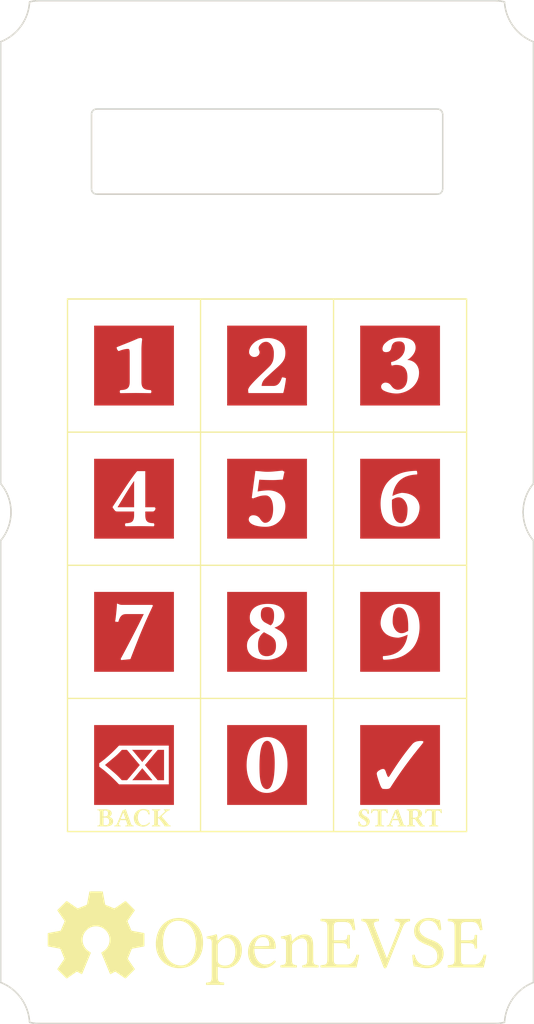
<source format=kicad_pcb>
(kicad_pcb (version 20211014) (generator pcbnew)
  (title_block (rev "1"))
  (layers (0 "F.Cu" signal "Front") (1 "In1.Cu" signal) (2 "In2.Cu" signal) (31 "B.Cu" signal "Back") (34 "B.Paste" user) (35 "F.Paste" user) (36 "B.SilkS" user "B.Silkscreen") (37 "F.SilkS" user "F.Silkscreen") (38 "B.Mask" user) (39 "F.Mask" user) (44 "Edge.Cuts" user))
  (net 0 "")
  (gr_line (start 62.476926 207.255653) (end 62.60443 207.530322) (layer "F.Cu") (width 0.249999))
  (gr_line (start 59.530631 25.528443) (end 59.00872 25.851463) (layer "F.Cu") (width 0.249999))
  (gr_line (start 153.177633 21.590218) (end 153.069457 21.306175) (layer "F.Cu") (width 0.249999))
  (gr_line (start 58.343634 119.45309) (end 58.123457 119.755097) (layer "F.Cu") (width 0.249999))
  (gr_line (start 156.1186 25.353983) (end 155.874866 25.171197) (layer "F.Cu") (width 0.249999))
  (gr_line (start 63.016953 20.725321) (end 62.830534 21.306174) (layer "F.Cu") (width 0.249999))
  (gr_poly (pts (xy 90.449264 169.684753) (xy 75.449661 169.684753) (xy 75.449661 162.505341) (xy 76.41394 162.505341) (xy 76.82609 162.804928) (xy 77.260062 163.143029) (xy 77.712286 163.516861) (xy 78.179193 163.923639) (xy 78.657212 164.360579) (xy 79.142774 164.824896) (xy 79.632308 165.313805) (xy 80.122246 165.824524) (xy 89.486015 165.824524) (xy 89.486015 158.54332) (xy 80.122246 158.54332) (xy 79.647588 159.040128) (xy 79.176111 159.514296) (xy 78.707814 159.965433) (xy 78.242693 160.393148) (xy 77.780747 160.797051) (xy 77.321975 161.176749) (xy 76.866373 161.531852) (xy 76.41394 161.861969) (xy 76.41394 162.505341) (xy 75.449661 162.505341) (xy 75.449661 154.684647) (xy 90.449264 154.684647)) (layer "F.Cu") (width 0) (fill solid))
  (gr_line (start 157.162078 25.999552) (end 156.891268 25.851465) (layer "F.Cu") (width 0.249999))
  (gr_poly (pts (xy 84.508018 161.624786) (xy 82.594444 159.339142) (xy 86.438133 159.339142)) (layer "F.Cu") (width 0) (fill solid))
  (gr_line (start 74.949997 40.000084) (end 74.949997 40.000084) (layer "F.Cu") (width 0.249999))
  (gr_line (start 153.559978 22.413993) (end 153.423064 22.144361) (layer "F.Cu") (width 0.249999))
  (gr_line (start 75.178348 54.636177) (end 75.148662 54.5984) (layer "F.Cu") (width 0.249999))
  (gr_line (start 139.949997 39.000084) (end 140.001456 39.001385) (layer "F.Cu") (width 0.249999))
  (gr_line (start 61.701674 23.437443) (end 61.330476 23.912841) (layer "F.Cu") (width 0.249999))
  (gr_poly (pts (xy 140.450348 169.684753) (xy 125.450737 169.684753) (xy 125.450737 163.796234) (xy 128.567856 163.796234) (xy 128.569535 163.840222) (xy 128.574574 163.891575) (xy 128.594729 164.016372) (xy 128.62832 164.170626) (xy 128.675346 164.354336) (xy 128.735808 164.567501) (xy 128.809705 164.810122) (xy 128.897037 165.082198) (xy 128.997803 165.383728) (xy 129.044959 165.522383) (xy 129.09134 165.653093) (xy 129.136946 165.775857) (xy 129.181776 165.890676) (xy 129.22583 165.997549) (xy 129.26911 166.096478) (xy 129.311613 166.187461) (xy 129.353342 166.270498) (xy 129.394296 166.345591) (xy 129.434474 166.412738) (xy 129.473877 166.47194) (xy 129.493288 166.498562) (xy 129.512506 166.523197) (xy 129.531529 166.545846) (xy 129.550359 166.566509) (xy 129.568996 166.585185) (xy 129.587438 166.601875) (xy 129.605687 166.616579) (xy 129.623742 166.629297) (xy 129.641603 166.640028) (xy 129.659271 166.648773) (xy 129.674612 166.654779) (xy 129.693764 166.660398) (xy 129.743502 166.670474) (xy 129.808485 166.679) (xy 129.888712 166.685976) (xy 129.984183 166.691402) (xy 130.094898 166.695278) (xy 130.220858 166.697604) (xy 130.362061 166.69838) (xy 130.433892 166.697217) (xy 130.502623 166.693728) (xy 130.568253 166.687914) (xy 130.630783 166.679775) (xy 130.690211 166.66931) (xy 130.746539 166.656519) (xy 130.799765 166.641404) (xy 130.825216 166.632974) (xy 130.849892 166.623962) (xy 130.873792 166.61437) (xy 130.896917 166.604196) (xy 130.919267 166.593441) (xy 130.940842 166.582104) (xy 130.961642 166.570186) (xy 130.981667 166.557687) (xy 131.000916 166.544607) (xy 131.019391 166.530945) (xy 131.03709 166.516702) (xy 131.054014 166.501878) (xy 131.070163 166.486473) (xy 131.085537 166.470486) (xy 131.100136 166.453918) (xy 131.11396 166.436769) (xy 131.127009 166.419038) (xy 131.139282 166.400726) (xy 131.828647 165.340848) (xy 132.53248 164.294402) (xy 133.250782 163.26139) (xy 133.983553 162.241812) (xy 134.730792 161.235668) (xy 135.492501 160.24296) (xy 136.268679 159.263688) (xy 137.059326 158.297852) (xy 137.092369 158.256352) (xy 137.12328 158.216595) (xy 137.152059 158.178582) (xy 137.178706 158.142313) (xy 137.20322 158.107787) (xy 137.225603 158.075005) (xy 137.245854 158.043967) (xy 137.263973 158.014673) (xy 137.279961 157.987123) (xy 137.293816 157.961317) (xy 137.30554 157.937255) (xy 137.315132 157.914937) (xy 137.322592 157.894364) (xy 137.327921 157.875534) (xy 137.331118 157.85845) (xy 137.331917 157.850561) (xy 137.332184 157.843109) (xy 137.331829 157.833902) (xy 137.331384 157.829371) (xy 137.330763 157.824889) (xy 137.329963 157.820456) (xy 137.328986 157.816071) (xy 137.327832 157.811734) (xy 137.326499 157.807446) (xy 137.324989 157.803207) (xy 137.323302 157.799016) (xy 137.319394 157.790779) (xy 137.314775 157.782737) (xy 137.309446 157.774889) (xy 137.303407 157.767235) (xy 137.296657 157.759775) (xy 137.289197 157.752508) (xy 137.281027 157.745436) (xy 137.272146 157.738558) (xy 137.262555 157.731873) (xy 137.252253 157.725382) (xy 137.241241 157.719086) (xy 137.229191 157.713077) (xy 137.215785 157.707456) (xy 137.201024 157.702222) (xy 137.184907 157.697376) (xy 137.167433 157.692918) (xy 137.148604 157.688848) (xy 137.128418 157.685165) (xy 137.106876 157.68187) (xy 137.059723 157.676442) (xy 137.007143 157.672566) (xy 136.949134 157.670239) (xy 136.885696 157.669464) (xy 136.748528 157.67179) (xy 136.616075 157.678766) (xy 136.488338 157.690393) (xy 136.365316 157.706672) (xy 136.24701 157.727601) (xy 136.13342 157.753181) (xy 136.024545 157.783412) (xy 135.920385 157.818295) (xy 135.820941 157.857828) (xy 135.726213 157.902012) (xy 135.6362 157.950847) (xy 135.550903 158.004333) (xy 135.47032 158.062469) (xy 135.394454 158.125257) (xy 135.323302 158.192696) (xy 135.256866 158.264786) (xy 134.757411 158.861649) (xy 134.247103 159.502954) (xy 133.725944 160.1887) (xy 133.193933 160.918888) (xy 132.651072 161.693518) (xy 132.097359 162.512589) (xy 131.532796 163.376103) (xy 130.957382 164.284058) (xy 130.942946 164.304082) (xy 130.928575 164.322815) (xy 130.914267 164.340256) (xy 130.900024 164.356405) (xy 130.885846 164.371261) (xy 130.871732 164.384826) (xy 130.857682 164.397098) (xy 130.843697 164.408079) (xy 130.829776 164.417768) (xy 130.815919 164.426165) (xy 130.802127 164.43327) (xy 130.788399 164.439083) (xy 130.781559 164.441505) (xy 130.774735 164.443604) (xy 130.767928 164.44538) (xy 130.761136 164.446834) (xy 130.754361 164.447964) (xy 130.747601 164.448771) (xy 130.740858 164.449256) (xy 130.734131 164.449417) (xy 130.715819 164.445541) (xy 130.696021 164.433914) (xy 130.674737 164.414535) (xy 130.651968 164.387405) (xy 130.627713 164.352523) (xy 130.601972 164.309889) (xy 130.574746 164.259505) (xy 130.546034 164.201368) (xy 130.484152 164.061842) (xy 130.416328 163.891309) (xy 130.34256 163.689772) (xy 130.262848 163.45723) (xy 130.241563 163.393153) (xy 130.219051 163.333209) (xy 130.195312 163.2774) (xy 130.170346 163.225724) (xy 130.157402 163.201437) (xy 130.144152 163.178183) (xy 130.130594 163.155962) (xy 130.116731 163.134775) (xy 130.10256 163.114622) (xy 130.088082 163.095502) (xy 130.073298 163.077415) (xy 130.058207 163.060362) (xy 130.042809 163.044342) (xy 130.027104 163.029356) (xy 130.011092 163.015404) (xy 129.994774 163.002484) (xy 129.978149 162.990599) (xy 129.961217 162.979747) (xy 129.943978 162.969928) (xy 129.926432 162.961143) (xy 129.90858 162.953392) (xy 129.890421 162.946674) (xy 129.871955 162.940989) (xy 129.853183 162.936338) (xy 129.834103 162.932721) (xy 129.814717 162.930137) (xy 129.795024 162.928587) (xy 129.775024 162.92807) (xy 129.740595 162.928845) (xy 129.70552 162.931171) (xy 129.669798 162.935046) (xy 129.63343 162.940472) (xy 129.596416 162.947449) (xy 129.558756 162.955975) (xy 129.52045 162.966052) (xy 129.481499 162.977678) (xy 129.441901 162.990855) (xy 129.401658 163.005582) (xy 129.360768 163.021859) (xy 129.319233 163.039686) (xy 129.277053 163.059064) (xy 129.234226 163.079991) (xy 129.190754 163.102468) (xy 129.146637 163.126495) (xy 129.076551 163.166901) (xy 129.010987 163.207501) (xy 128.949944 163.248294) (xy 128.893422 163.289282) (xy 128.841423 163.330463) (xy 128.793944 163.371837) (xy 128.750988 163.413406) (xy 128.712553 163.455168) (xy 128.695031 163.476121) (xy 128.67864 163.497123) (xy 128.663379 163.518174) (xy 128.649248 163.539273) (xy 128.636248 163.56042) (xy 128.624378 163.581616) (xy 128.613639 163.60286) (xy 128.60403 163.624152) (xy 128.595552 163.645493) (xy 128.588204 163.666883) (xy 128.581987 163.68832) (xy 128.576899 163.709806) (xy 128.572943 163.731341) (xy 128.570117 163.752923) (xy 128.568421 163.774555) (xy 128.567856 163.796234) (xy 125.450737 163.796234) (xy 125.450737 154.684647) (xy 140.450348 154.684647)) (layer "F.Cu") (width 0) (fill solid))
  (gr_line (start 153.069449 208.093838) (end 153.295549 207.530322) (layer "F.Cu") (width 0.249999))
  (gr_poly (pts (xy 140.450348 94.683136) (xy 125.450737 94.683136) (xy 125.450737 91.112297) (xy 129.385376 91.112297) (xy 129.387563 91.177788) (xy 129.390296 91.209655) (xy 129.394122 91.240946) (xy 129.399041 91.271666) (xy 129.405053 91.301821) (xy 129.412158 91.331418) (xy 129.420355 91.360463) (xy 129.429645 91.388963) (xy 129.440027 91.416923) (xy 129.451501 91.444349) (xy 129.464067 91.471249) (xy 129.477725 91.497627) (xy 129.492475 91.523491) (xy 129.508317 91.548846) (xy 129.525249 91.573699) (xy 129.543274 91.598056) (xy 129.562389 91.621923) (xy 129.582596 91.645306) (xy 129.603894 91.668213) (xy 129.649762 91.712617) (xy 129.699993 91.755187) (xy 129.754585 91.795972) (xy 129.813537 91.835021) (xy 129.876849 91.872384) (xy 129.944519 91.908112) (xy 130.062106 91.964236) (xy 130.18592 92.018181) (xy 130.315439 92.069746) (xy 130.450141 92.118733) (xy 130.589508 92.164943) (xy 130.733016 92.208178) (xy 130.880146 92.248238) (xy 131.030376 92.284925) (xy 131.183186 92.318041) (xy 131.338055 92.347386) (xy 131.494461 92.372761) (xy 131.651885 92.393969) (xy 131.809804 92.41081) (xy 131.967697 92.423085) (xy 132.125045 92.430596) (xy 132.281326 92.433144) (xy 132.502412 92.426617) (xy 132.726836 92.407135) (xy 132.953584 92.374849) (xy 133.18164 92.329909) (xy 133.409988 92.272463) (xy 133.637613 92.202662) (xy 133.863499 92.120655) (xy 134.08663 92.026592) (xy 134.305991 91.920623) (xy 134.520566 91.802898) (xy 134.729339 91.673566) (xy 134.931295 91.532778) (xy 135.125418 91.380681) (xy 135.310693 91.217428) (xy 135.486104 91.043167) (xy 135.650635 90.858048) (xy 135.744053 90.741763) (xy 135.833611 90.621493) (xy 135.91901 90.497211) (xy 135.99995 90.368892) (xy 136.076133 90.23651) (xy 136.147259 90.100038) (xy 136.21303 89.959452) (xy 136.273148 89.814724) (xy 136.327312 89.665829) (xy 136.375224 89.512741) (xy 136.416585 89.355434) (xy 136.451096 89.193883) (xy 136.478458 89.02806) (xy 136.498373 88.857941) (xy 136.510541 88.683498) (xy 136.514664 88.504707) (xy 136.512337 88.390878) (xy 136.505376 88.278087) (xy 136.493813 88.166486) (xy 136.47768 88.056222) (xy 136.457005 87.947445) (xy 136.431822 87.840304) (xy 136.402161 87.734947) (xy 136.368053 87.631523) (xy 136.329529 87.530182) (xy 136.286621 87.431073) (xy 136.239358 87.334344) (xy 136.187773 87.240144) (xy 136.131897 87.148623) (xy 136.07176 87.059929) (xy 136.007394 86.974211) (xy 135.938829 86.891619) (xy 135.866098 86.8123) (xy 135.78923 86.736405) (xy 135.708257 86.664083) (xy 135.62321 86.595481) (xy 135.53412 86.530749) (xy 135.441018 86.470036) (xy 135.343936 86.413492) (xy 135.242904 86.361264) (xy 135.137953 86.313502) (xy 135.029115 86.270355) (xy 134.91642 86.231972) (xy 134.7999 86.198502) (xy 134.679586 86.170094) (xy 134.555509 86.146897) (xy 134.427699 86.129059) (xy 134.296188 86.11673) (xy 134.395067 86.061263) (xy 134.446858 86.030143) (xy 134.499886 85.996866) (xy 134.553903 85.961505) (xy 134.608664 85.924135) (xy 134.663919 85.884829) (xy 134.719421 85.843664) (xy 134.774924 85.800713) (xy 134.830179 85.756051) (xy 134.884939 85.709751) (xy 134.938957 85.661889) (xy 134.991985 85.612539) (xy 135.043776 85.561776) (xy 135.094081 85.509674) (xy 135.142654 85.456306) (xy 135.217805 85.369773) (xy 135.290623 85.281558) (xy 135.360762 85.191563) (xy 135.427874 85.099686) (xy 135.491613 85.005828) (xy 135.551631 84.909889) (xy 135.60758 84.811769) (xy 135.659115 84.711368) (xy 135.705887 84.608585) (xy 135.747549 84.503321) (xy 135.783754 84.395476) (xy 135.814155 84.28495) (xy 135.838405 84.171643) (xy 135.856156 84.055454) (xy 135.867061 83.936285) (xy 135.870773 83.814034) (xy 135.865641 83.670142) (xy 135.848756 83.519358) (xy 135.817884 83.363913) (xy 135.770794 83.206039) (xy 135.705251 83.047969) (xy 135.619023 82.891933) (xy 135.567455 82.815376) (xy 135.509877 82.740165) (xy 135.446012 82.666579) (xy 135.37558 82.594896) (xy 135.298302 82.525397) (xy 135.213898 82.458359) (xy 135.12209 82.394062) (xy 135.022599 82.332785) (xy 134.915145 82.274806) (xy 134.79945 82.220406) (xy 134.675234 82.169862) (xy 134.542217 82.123454) (xy 134.400122 82.081461) (xy 134.248668 82.044162) (xy 134.087577 82.011836) (xy 133.91657 81.984762) (xy 133.735367 81.963218) (xy 133.543689 81.947484) (xy 133.341257 81.93784) (xy 133.127792 81.934563) (xy 132.964203 81.936278) (xy 132.806702 81.941338) (xy 132.655129 81.949616) (xy 132.509322 81.960985) (xy 132.36912 81.975317) (xy 132.234362 81.992487) (xy 132.104887 82.012366) (xy 131.980534 82.034828) (xy 131.861141 82.059745) (xy 131.746547 82.08699) (xy 131.636592 82.116437) (xy 131.531113 82.147958) (xy 131.42995 82.181426) (xy 131.332942 82.216714) (xy 131.239928 82.253695) (xy 131.150745 82.292241) (xy 131.065234 82.332226) (xy 130.983233 82.373523) (xy 130.904581 82.416004) (xy 130.829116 82.459543) (xy 130.687105 82.549284) (xy 130.55591 82.641729) (xy 130.434243 82.735862) (xy 130.320813 82.830666) (xy 130.214332 82.925124) (xy 130.11351 83.018219) (xy 130.079374 83.050305) (xy 130.046795 83.08302) (xy 130.015743 83.116299) (xy 129.986188 83.150077) (xy 129.931439 83.21887) (xy 129.8823 83.288878) (xy 129.838523 83.359581) (xy 129.799857 83.430456) (xy 129.766055 83.500984) (xy 129.736868 83.570644) (xy 129.712046 83.638915) (xy 129.691342 83.705276) (xy 129.674505 83.769207) (xy 129.661288 83.830186) (xy 129.651441 83.887693) (xy 129.644715 83.941207) (xy 129.640862 83.990207) (xy 129.639633 84.034172) (xy 129.640719 84.080275) (xy 129.644358 84.129151) (xy 129.651121 84.180007) (xy 129.661578 84.232051) (xy 129.6763 84.284489) (xy 129.695858 84.336527) (xy 129.707629 84.362149) (xy 129.720823 84.387374) (xy 129.735512 84.412102) (xy 129.751766 84.436235) (xy 129.769658 84.459674) (xy 129.789258 84.482319) (xy 129.810637 84.504071) (xy 129.833868 84.524831) (xy 129.859022 84.5445) (xy 129.886169 84.562978) (xy 129.915382 84.580168) (xy 129.946731 84.595968) (xy 129.980288 84.610281) (xy 130.016125 84.623008) (xy 130.054312 84.634048) (xy 130.094921 84.643304) (xy 130.138024 84.650675) (xy 130.183691 84.656063) (xy 130.231994 84.659368) (xy 130.283005 84.660492) (xy 130.35128 84.659359) (xy 130.416463 84.655987) (xy 130.478633 84.650422) (xy 130.53787 84.642705) (xy 130.594257 84.63288) (xy 130.647872 84.620991) (xy 130.698797 84.60708) (xy 130.747111 84.591192) (xy 130.792897 84.57337) (xy 130.836233 84.553657) (xy 130.877201 84.532096) (xy 130.915882 84.50873) (xy 130.952355 84.483604) (xy 130.986701 84.45676) (xy 131.019001 84.428241) (xy 131.049335 84.398092) (xy 131.077785 84.366356) (xy 131.104429 84.333075) (xy 131.12935 84.298293) (xy 131.152627 84.262053) (xy 131.174341 84.2244) (xy 131.194573 84.185376) (xy 131.23091 84.103389) (xy 131.262285 84.016438) (xy 131.28934 83.924872) (xy 131.31272 83.829036) (xy 131.333069 83.729279) (xy 131.352048 83.636781) (xy 131.373979 83.549678) (xy 131.398742 83.46781) (xy 131.426217 83.391015) (xy 131.456281 83.319131) (xy 131.488815 83.251997) (xy 131.523698 83.189453) (xy 131.560809 83.131336) (xy 131.600027 83.077486) (xy 131.641231 83.027741) (xy 131.684301 82.98194) (xy 131.729116 82.939922) (xy 131.775555 82.901526) (xy 131.823497 82.86659) (xy 131.872822 82.834953) (xy 131.923409 82.806454) (xy 131.975136 82.780931) (xy 132.027884 82.758224) (xy 132.081531 82.73817) (xy 132.135957 82.72061) (xy 132.246663 82.692322) (xy 132.359033 82.67207) (xy 132.472103 82.658564) (xy 132.584906 82.650514) (xy 132.696476 82.64663) (xy 132.805847 82.645622) (xy 132.871432 82.646861) (xy 132.934841 82.650569) (xy 132.996082 82.656735) (xy 133.055158 82.665344) (xy 133.112078 82.676386) (xy 133.166847 82.689847) (xy 133.219471 82.705715) (xy 133.269956 82.723977) (xy 133.318308 82.744621) (xy 133.364534 82.767635) (xy 133.40864 82.793006) (xy 133.450632 82.820721) (xy 133.490515 82.850769) (xy 133.528297 82.883135) (xy 133.563982 82.917809) (xy 133.597578 82.954778) (xy 133.62909 82.994028) (xy 133.658525 83.035548) (xy 133.685889 83.079325) (xy 133.711187 83.125347) (xy 133.734426 83.173601) (xy 133.755613 83.224074) (xy 133.774752 83.276754) (xy 133.791851 83.331629) (xy 133.806915 83.388687) (xy 133.819951 83.447913) (xy 133.839962 83.572826) (xy 133.851932 83.706267) (xy 133.855911 83.848137) (xy 133.852949 83.968077) (xy 133.844119 84.08654) (xy 133.829509 84.203439) (xy 133.809206 84.318689) (xy 133.783296 84.432201) (xy 133.751867 84.54389) (xy 133.715005 84.653668) (xy 133.672797 84.761448) (xy 133.62533 84.867145) (xy 133.572691 84.970671) (xy 133.514967 85.071939) (xy 133.452244 85.170863) (xy 133.38461 85.267355) (xy 133.312151 85.36133) (xy 133.234954 85.452701) (xy 133.153107 85.54138) (xy 133.066695 85.627281) (xy 132.975806 85.710317) (xy 132.780944 85.867448) (xy 132.569216 86.012078) (xy 132.341317 86.143513) (xy 132.097942 86.261061) (xy 131.839784 86.364025) (xy 131.567541 86.451713) (xy 131.281906 86.52343) (xy 131.278907 86.535936) (xy 131.276293 86.54809) (xy 131.274039 86.559943) (xy 131.272118 86.571545) (xy 131.270504 86.582946) (xy 131.269169 86.594196) (xy 131.267233 86.616445) (xy 131.266097 86.638694) (xy 131.265549 86.661346) (xy 131.265366 86.709465) (xy 131.26577 86.741587) (xy 131.267016 86.774337) (xy 131.269154 86.80754) (xy 131.272234 86.841021) (xy 131.276305 86.874606) (xy 131.281417 86.908119) (xy 131.28762 86.941387) (xy 131.294964 86.974235) (xy 131.303498 87.006487) (xy 131.313273 87.037969) (xy 131.324338 87.068507) (xy 131.336742 87.097925) (xy 131.350537 87.12605) (xy 131.365771 87.152705) (xy 131.382494 87.177718) (xy 131.400757 87.200912) (xy 131.527365 87.165897) (xy 131.642072 87.136806) (xy 131.747258 87.113252) (xy 131.797023 87.10343) (xy 131.845301 87.094848) (xy 131.892387 87.087456) (xy 131.938581 87.081207) (xy 131.984178 87.076052) (xy 132.029477 87.071942) (xy 132.074776 87.06883) (xy 132.12037 87.066667) (xy 132.213638 87.064995) (xy 132.382515 87.068345) (xy 132.557396 87.079885) (xy 132.735947 87.101845) (xy 132.915839 87.136458) (xy 133.094738 87.185956) (xy 133.183088 87.216984) (xy 133.270314 87.252571) (xy 133.356127 87.292995) (xy 133.440235 87.338534) (xy 133.522346 87.389469) (xy 133.602169 87.446078) (xy 133.679412 87.508641) (xy 133.753784 87.577435) (xy 133.824994 87.65274) (xy 133.892749 87.734836) (xy 133.956759 87.824001) (xy 134.016732 87.920513) (xy 134.072377 88.024653) (xy 134.123401 88.136699) (xy 134.169514 88.25693) (xy 134.210425 88.385626) (xy 134.245841 88.523064) (xy 134.275472 88.669524) (xy 134.299025 88.825285) (xy 134.31621 88.990627) (xy 134.326734 89.165827) (xy 134.330307 89.351166) (xy 134.326984 89.529297) (xy 134.31722 89.698702) (xy 134.301322 89.859581) (xy 134.279597 90.012137) (xy 134.252353 90.15657) (xy 134.219895 90.293082) (xy 134.182531 90.421874) (xy 134.140569 90.543149) (xy 134.094314 90.657107) (xy 134.044075 90.76395) (xy 133.990159 90.863879) (xy 133.932871 90.957095) (xy 133.87252 91.043801) (xy 133.809412 91.124198) (xy 133.743855 91.198487) (xy 133.676155 91.266869) (xy 133.60662 91.329546) (xy 133.535556 91.386719) (xy 133.46327 91.43859) (xy 133.390071 91.485361) (xy 133.316263 91.527232) (xy 133.242156 91.564405) (xy 133.168055 91.597082) (xy 133.094268 91.625464) (xy 132.948863 91.670149) (xy 132.808397 91.700072) (xy 132.675327 91.716844) (xy 132.552109 91.722076) (xy 132.491084 91.720852) (xy 132.431815 91.717248) (xy 132.374269 91.711365) (xy 132.318417 91.703307) (xy 132.264227 91.693177) (xy 132.211668 91.681076) (xy 132.160709 91.667107) (xy 132.111319 91.651372) (xy 132.063467 91.633974) (xy 132.017122 91.615016) (xy 131.972253 91.5946) (xy 131.928829 91.572828) (xy 131.886819 91.549803) (xy 131.846192 91.525627) (xy 131.806917 91.500403) (xy 131.768963 91.474233) (xy 131.696893 91.419465) (xy 131.629734 91.362144) (xy 131.567239 91.303088) (xy 131.509159 91.243119) (xy 131.455245 91.183054) (xy 131.405251 91.123715) (xy 131.316025 91.01049) (xy 131.240944 90.910651) (xy 131.198962 90.858369) (xy 131.153558 90.805469) (xy 131.104383 90.752672) (xy 131.05109 90.700695) (xy 130.993333 90.650258) (xy 130.930763 90.602078) (xy 130.863035 90.556876) (xy 130.7898 90.515368) (xy 130.710711 90.478274) (xy 130.668864 90.461607) (xy 130.625423 90.446313) (xy 130.580344 90.432482) (xy 130.533586 90.420204) (xy 130.485103 90.409568) (xy 130.434854 90.400665) (xy 130.382794 90.393583) (xy 130.32888 90.388414) (xy 130.273069 90.385246) (xy 130.215317 90.384171) (xy 130.166751 90.385442) (xy 130.11949 90.389185) (xy 130.073548 90.39529) (xy 130.028942 90.40365) (xy 129.985687 90.414155) (xy 129.943798 90.426696) (xy 129.903291 90.441167) (xy 129.864182 90.457457) (xy 129.826487 90.475459) (xy 129.79022 90.495064) (xy 129.755397 90.516163) (xy 129.722035 90.538648) (xy 129.690148 90.562411) (xy 129.659752 90.587343) (xy 129.630863 90.613335) (xy 129.603497 90.640279) (xy 129.577668 90.668066) (xy 129.553392 90.696588) (xy 129.530686 90.725737) (xy 129.509564 90.755404) (xy 129.490043 90.785479) (xy 129.472137 90.815856) (xy 129.455863 90.846425) (xy 129.441236 90.877078) (xy 129.428271 90.907706) (xy 129.416984 90.938201) (xy 129.407391 90.968454) (xy 129.399507 90.998357) (xy 129.393348 91.027802) (xy 129.388929 91.056679) (xy 129.386267 91.08488) (xy 129.385376 91.112297) (xy 125.450737 91.112297) (xy 125.450737 79.683014) (xy 140.450348 79.683014)) (layer "F.Cu") (width 0) (fill solid))
  (gr_line (start 140.001456 54.998783) (end 139.949997 55.000084) (layer "F.Cu") (width 0.249999))
  (gr_line (start 59.641916 112.928764) (end 59.710247 113.279907) (layer "F.Cu") (width 0.249999))
  (gr_line (start 64.689487 18.67878) (end 64.459526 18.697088) (layer "F.Cu") (width 0.249999))
  (gr_line (start 140.46853 39.144859) (end 140.509103 39.17087) (layer "F.Cu") (width 0.249999))
  (gr_line (start 152.883037 20.725322) (end 152.805132 20.42898) (layer "F.Cu") (width 0.249999))
  (gr_line (start 140.871411 54.389329) (end 140.851385 54.433625) (layer "F.Cu") (width 0.249999))
  (gr_poly (pts (xy 132.687488 111.929627) (xy 132.687485 111.929626) (xy 132.6875 111.929626)) (layer "F.Cu") (width 0) (fill solid))
  (gr_line (start 75.606164 54.939404) (end 75.560752 54.921499) (layer "F.Cu") (width 0.249999))
  (gr_line (start 75.010677 54.343917) (end 74.994955 54.297453) (layer "F.Cu") (width 0.249999))
  (gr_line (start 156.136598 115.766878) (end 156.098637 115.412114) (layer "F.Cu") (width 0.249999))
  (gr_line (start 63.774867 210.604361) (end 64.002043 210.644466) (layer "F.Cu") (width 0.249999))
  (gr_line (start 156.440289 117.165248) (end 156.341589 116.819793) (layer "F.Cu") (width 0.249999))
  (gr_line (start 57.8881 26.387306) (end 57.888096 109.350662) (layer "F.Cu") (width 0.249999))
  (gr_line (start 156.891268 25.851465) (end 156.626971 25.694351) (layer "F.Cu") (width 0.249999))
  (gr_line (start 140.918514 39.750171) (end 140.92968 39.798551) (layer "F.Cu") (width 0.249999))
  (gr_line (start 63.01695 208.674691) (end 63.094854 208.971032) (layer "F.Cu") (width 0.249999))
  (gr_line (start 60.712475 204.824765) (end 60.926408 205.038495) (layer "F.Cu") (width 0.249999))
  (gr_line (start 58.913056 118.505688) (end 58.738433 118.827868) (layer "F.Cu") (width 0.249999))
  (gr_line (start 61.874518 206.209701) (end 62.038638 206.462811) (layer "F.Cu") (width 0.249999))
  (gr_line (start 150.979951 210.732229) (end 151.210496 210.721229) (layer "F.Cu") (width 0.249999))
  (gr_line (start 58.737908 203.400464) (end 59.00872 203.548551) (layer "F.Cu") (width 0.249999))
  (gr_line (start 63.548963 18.842976) (end 63.324497 18.897507) (layer "F.Cu") (width 0.249999))
  (gr_line (start 140.944834 39.897841) (end 140.948696 39.948625) (layer "F.Cu") (width 0.249999))
  (gr_line (start 152.737654 209.271004) (end 152.88303 208.674691) (layer "F.Cu") (width 0.249999))
  (gr_line (start 154.379726 23.678368) (end 154.19832 23.437446) (layer "F.Cu") (width 0.249999))
  (gr_poly (pts (xy 90.449264 119.68367) (xy 75.449661 119.68367) (xy 75.449661 113.775497) (xy 78.919731 113.775497) (xy 78.920123 113.782047) (xy 78.921279 113.788992) (xy 78.925756 113.804052) (xy 78.932914 113.820652) (xy 78.942505 113.838768) (xy 78.954279 113.858374) (xy 78.96799 113.879445) (xy 79.000226 113.925879) (xy 79.037224 113.977868) (xy 79.076998 114.03521) (xy 79.097304 114.065826) (xy 79.117559 114.097704) (xy 79.137514 114.130819) (xy 79.156921 114.165146) (xy 79.411171 114.469528) (xy 79.442815 114.49894) (xy 79.459339 114.511932) (xy 79.477026 114.523813) (xy 79.496398 114.534606) (xy 79.517975 114.544336) (xy 79.54228 114.553025) (xy 79.569834 114.560699) (xy 79.601158 114.567381) (xy 79.636773 114.573095) (xy 79.677202 114.577864) (xy 79.722966 114.581713) (xy 79.774586 114.584665) (xy 79.832583 114.586744) (xy 79.969795 114.588379) (xy 82.967033 114.588379) (xy 82.967033 115.265854) (xy 82.965158 115.393737) (xy 82.959576 115.514023) (xy 82.950352 115.626954) (xy 82.937552 115.732772) (xy 82.921241 115.831719) (xy 82.901484 115.924037) (xy 82.878346 116.009968) (xy 82.851892 116.089753) (xy 82.822189 116.163635) (xy 82.7893 116.231855) (xy 82.753291 116.294655) (xy 82.714228 116.352277) (xy 82.672175 116.404963) (xy 82.627198 116.452954) (xy 82.579362 116.496493) (xy 82.528732 116.535822) (xy 82.475374 116.571182) (xy 82.419353 116.602815) (xy 82.360733 116.630962) (xy 82.299581 116.655867) (xy 82.235961 116.677771) (xy 82.169938 116.696915) (xy 82.030947 116.727892) (xy 81.883128 116.750733) (xy 81.727005 116.767375) (xy 81.39193 116.789795) (xy 81.376551 116.800096) (xy 81.362164 116.811886) (xy 81.348769 116.825065) (xy 81.336367 116.839533) (xy 81.324957 116.855191) (xy 81.314538 116.871941) (xy 81.305113 116.889683) (xy 81.296679 116.908318) (xy 81.289238 116.927747) (xy 81.282788 116.94787) (xy 81.277331 116.968588) (xy 81.272866 116.989802) (xy 81.269394 117.011413) (xy 81.266913 117.033322) (xy 81.265425 117.055429) (xy 81.264929 117.077635) (xy 81.265425 117.099841) (xy 81.266913 117.121948) (xy 81.269394 117.143856) (xy 81.272866 117.165467) (xy 81.277331 117.186681) (xy 81.282788 117.207398) (xy 81.289238 117.227521) (xy 81.296679 117.246948) (xy 81.305113 117.265583) (xy 81.314538 117.283324) (xy 81.324957 117.300073) (xy 81.336367 117.315731) (xy 81.348769 117.330198) (xy 81.362164 117.343375) (xy 81.376551 117.355163) (xy 81.39193 117.365463) (xy 82.458781 117.348412) (xy 84.03363 117.33136) (xy 84.531553 117.334307) (xy 85.070727 117.34206) (xy 86.641228 117.365463) (xy 86.656607 117.355163) (xy 86.670994 117.343375) (xy 86.684388 117.330198) (xy 86.696791 117.315731) (xy 86.708201 117.300073) (xy 86.718619 117.283324) (xy 86.728045 117.265583) (xy 86.736478 117.246948) (xy 86.74392 117.227521) (xy 86.750369 117.207398) (xy 86.755826 117.186681) (xy 86.760291 117.165467) (xy 86.763764 117.143856) (xy 86.766244 117.121948) (xy 86.767732 117.099841) (xy 86.768229 117.077635) (xy 86.767732 117.055429) (xy 86.766244 117.033322) (xy 86.763764 117.011413) (xy 86.760291 116.989802) (xy 86.755826 116.968588) (xy 86.750369 116.94787) (xy 86.74392 116.927747) (xy 86.736478 116.908318) (xy 86.728045 116.889683) (xy 86.718619 116.871941) (xy 86.708201 116.855191) (xy 86.696791 116.839533) (xy 86.684388 116.825065) (xy 86.670994 116.811886) (xy 86.656607 116.800096) (xy 86.641228 116.789795) (xy 86.306175 116.767375) (xy 86.150077 116.750733) (xy 86.002292 116.727892) (xy 85.86334 116.696915) (xy 85.797339 116.677771) (xy 85.733741 116.655867) (xy 85.672612 116.630962) (xy 85.614016 116.602815) (xy 85.558018 116.571182) (xy 85.504684 116.535822) (xy 85.454079 116.496493) (xy 85.406267 116.452954) (xy 85.361314 116.404963) (xy 85.319284 116.352277) (xy 85.280243 116.294655) (xy 85.244256 116.231855) (xy 85.211387 116.163635) (xy 85.181703 116.089753) (xy 85.155267 116.009968) (xy 85.132144 115.924037) (xy 85.112401 115.831719) (xy 85.096101 115.732772) (xy 85.083311 115.626954) (xy 85.074094 115.514023) (xy 85.068516 115.393737) (xy 85.066643 115.265854) (xy 85.066643 114.588379) (xy 86.489296 114.588379) (xy 86.511562 114.587449) (xy 86.533877 114.584715) (xy 86.556191 114.580256) (xy 86.578455 114.574152) (xy 86.600619 114.566486) (xy 86.622633 114.557337) (xy 86.644449 114.546787) (xy 86.666016 114.534914) (xy 86.687284 114.521802) (xy 86.708206 114.507529) (xy 86.72873 114.492178) (xy 86.748807 114.475828) (xy 86.787423 114.440454) (xy 86.823657 114.402054) (xy 86.857113 114.361273) (xy 86.887395 114.318756) (xy 86.914105 114.275148) (xy 86.936848 114.231096) (xy 86.955227 114.187243) (xy 86.962657 114.165594) (xy 86.968846 114.144236) (xy 86.973747 114.123251) (xy 86.977308 114.10272) (xy 86.979482 114.082722) (xy 86.980217 114.063339) (xy 86.979408 114.032394) (xy 86.976933 114.003089) (xy 86.972716 113.975473) (xy 86.969933 113.962313) (xy 86.966686 113.949595) (xy 86.962968 113.937323) (xy 86.958768 113.925504) (xy 86.954078 113.914145) (xy 86.948888 113.903251) (xy 86.943189 113.892828) (xy 86.936972 113.882883) (xy 86.930228 113.873422) (xy 86.922948 113.86445) (xy 86.915122 113.855975) (xy 86.90674 113.848002) (xy 86.897795 113.840537) (xy 86.888276 113.833587) (xy 86.878175 113.827158) (xy 86.867482 113.821255) (xy 86.856188 113.815886) (xy 86.844284 113.811055) (xy 86.83176 113.80677) (xy 86.818608 113.803036) (xy 86.804817 113.799859) (xy 86.79038 113.797247) (xy 86.775286 113.795204) (xy 86.759527 113.793738) (xy 86.743093 113.792853) (xy 86.725975 113.792557) (xy 85.066643 113.792557) (xy 85.066643 107.002274) (xy 83.542702 107.002274) (xy 83.292503 107.306922) (xy 83.031766 107.640838) (xy 82.484128 108.383378) (xy 81.910701 109.2037) (xy 81.322394 110.075615) (xy 79.03859 113.555359) (xy 79.018896 113.582182) (xy 78.998585 113.611187) (xy 78.978656 113.641384) (xy 78.969147 113.656619) (xy 78.960109 113.67178) (xy 78.951666 113.686742) (xy 78.943943 113.701381) (xy 78.937066 113.715574) (xy 78.931158 113.729196) (xy 78.926346 113.742124) (xy 78.922755 113.754232) (xy 78.920508 113.765398) (xy 78.919928 113.770589) (xy 78.919731 113.775497) (xy 75.449661 113.775497) (xy 75.449661 104.683563) (xy 90.449264 104.683563)) (layer "F.Cu") (width 0) (fill solid))
  (gr_line (start 155.874866 25.171197) (end 155.638327 24.980324) (layer "F.Cu") (width 0.249999))
  (gr_line (start 139.949997 55.000084) (end 75.949997 55.000084) (layer "F.Cu") (width 0.249999))
  (gr_line (start 75.313904 39.228438) (end 75.351681 39.198751) (layer "F.Cu") (width 0.249999))
  (gr_line (start 156.258074 112.928764) (end 156.341589 112.580206) (layer "F.Cu") (width 0.249999))
  (gr_line (start 59.00872 203.548551) (end 59.273017 203.705664) (layer "F.Cu") (width 0.249999))
  (gr_line (start 61.330473 205.487171) (end 61.520266 205.721647) (layer "F.Cu") (width 0.249999))
  (gr_line (start 156.986931 110.894315) (end 157.161553 110.572136) (layer "F.Cu") (width 0.249999))
  (gr_line (start 75.797707 54.988562) (end 75.748462 54.979767) (layer "F.Cu") (width 0.249999))
  (gr_line (start 62.038638 206.462811) (end 62.193859 206.721662) (layer "F.Cu") (width 0.249999))
  (gr_line (start 59.710247 113.279907) (end 59.763393 113.63312) (layer "F.Cu") (width 0.249999))
  (gr_line (start 75.148662 39.401771) (end 75.178348 39.363994) (layer "F.Cu") (width 0.249999))
  (gr_line (start 75.27762 39.259869) (end 75.313904 39.228438) (layer "F.Cu") (width 0.249999))
  (gr_line (start 154.025473 23.190313) (end 153.861353 22.937204) (layer "F.Cu") (width 0.249999))
  (gr_line (start 152.125116 18.795648) (end 151.897941 18.755543) (layer "F.Cu") (width 0.249999))
  (gr_line (start 74.98148 39.750171) (end 74.994955 39.702718) (layer "F.Cu") (width 0.249999))
  (gr_line (start 59.459701 112.234752) (end 59.558401 112.580206) (layer "F.Cu") (width 0.249999))
  (gr_line (start 74.949997 54.000084) (end 74.949997 40.000084) (layer "F.Cu") (width 0.249999))
  (gr_line (start 140.75133 54.5984) (end 140.721643 54.636177) (layer "F.Cu") (width 0.249999))
  (gr_line (start 75.028582 54.389329) (end 75.010677 54.343917) (layer "F.Cu") (width 0.249999))
  (gr_line (start 59.072494 111.222183) (end 59.216747 111.555223) (layer "F.Cu") (width 0.249999))
  (gr_line (start 156.136598 113.63312) (end 156.189744 113.279907) (layer "F.Cu") (width 0.249999))
  (gr_line (start 60.926408 205.038495) (end 61.132464 205.259376) (layer "F.Cu") (width 0.249999))
  (gr_line (start 59.710247 116.120091) (end 59.641916 116.471235) (layer "F.Cu") (width 0.249999))
  (gr_line (start 154.569518 23.912844) (end 154.379726 23.678368) (layer "F.Cu") (width 0.249999))
  (gr_line (start 140.548309 39.198751) (end 140.586086 39.228438) (layer "F.Cu") (width 0.249999))
  (gr_line (start 151.897941 18.755543) (end 151.669666 18.722683) (layer "F.Cu") (width 0.249999))
  (gr_line (start 58.460754 26.138376) (end 57.888096 26.387306) (layer "F.Cu") (width 0.249999))
  (gr_line (start 75.516456 39.098696) (end 75.560752 39.07867) (layer "F.Cu") (width 0.249999))
  (gr_poly (pts (xy 140.450348 144.684219) (xy 125.450737 144.684219) (xy 125.450737 135.558151) (xy 129.284103 135.558151) (xy 129.291247 135.72495) (xy 129.314264 135.911447) (xy 129.355538 136.113525) (xy 129.417448 136.327064) (xy 129.502377 136.547948) (xy 129.612705 136.772058) (xy 129.750815 136.995276) (xy 129.831031 137.105264) (xy 129.919086 137.213484) (xy 130.015277 137.319422) (xy 130.119902 137.422563) (xy 130.233258 137.522393) (xy 130.355643 137.618396) (xy 130.487354 137.710059) (xy 130.62869 137.796865) (xy 130.779948 137.878301) (xy 130.941425 137.953851) (xy 131.11342 138.023001) (xy 131.29623 138.085236) (xy 131.490152 138.140042) (xy 131.695485 138.186903) (xy 131.912525 138.225305) (xy 132.141571 138.254732) (xy 132.382921 138.274671) (xy 132.636871 138.284607) (xy 132.802754 138.258483) (xy 132.99244 138.218472) (xy 133.201168 138.16497) (xy 133.424181 138.098371) (xy 133.656719 138.019072) (xy 133.894023 137.927468) (xy 134.012975 137.877174) (xy 134.131333 137.823953) (xy 134.248504 137.767853) (xy 134.363892 137.708923) (xy 134.336368 137.936619) (xy 134.298482 138.162076) (xy 134.250581 138.384648) (xy 134.19301 138.603693) (xy 134.126117 138.818566) (xy 134.050247 139.028623) (xy 133.965748 139.233222) (xy 133.872965 139.431717) (xy 133.772245 139.623465) (xy 133.663934 139.807823) (xy 133.54838 139.984145) (xy 133.425927 140.151789) (xy 133.296924 140.310111) (xy 133.161715 140.458466) (xy 133.020648 140.596211) (xy 132.874069 140.722702) (xy 132.684842 140.8675) (xy 132.492183 140.997636) (xy 132.296638 141.113931) (xy 132.098754 141.217203) (xy 131.89908 141.308269) (xy 131.698161 141.38795) (xy 131.496546 141.457064) (xy 131.294781 141.51643) (xy 131.093413 141.566866) (xy 130.892989 141.609191) (xy 130.694057 141.644224) (xy 130.497164 141.672783) (xy 130.302857 141.695688) (xy 130.111683 141.713757) (xy 129.740921 141.738663) (xy 129.729414 141.781066) (xy 129.720292 141.825459) (xy 129.713554 141.871444) (xy 129.709201 141.918623) (xy 129.707231 141.966599) (xy 129.707644 142.014973) (xy 129.710439 142.06335) (xy 129.715616 142.11133) (xy 129.723175 142.158516) (xy 129.733114 142.204512) (xy 129.745433 142.248918) (xy 129.760132 142.291337) (xy 129.77721 142.331373) (xy 129.796666 142.368626) (xy 129.807286 142.386085) (xy 129.818501 142.4027) (xy 129.830309 142.418421) (xy 129.842712 142.433197) (xy 130.277567 142.415861) (xy 130.687886 142.388996) (xy 131.075334 142.352205) (xy 131.441571 142.305091) (xy 131.788261 142.24726) (xy 132.117065 142.178314) (xy 132.429646 142.097857) (xy 132.727667 142.005493) (xy 133.012789 141.900826) (xy 133.286675 141.78346) (xy 133.550988 141.652999) (xy 133.807389 141.509045) (xy 134.05754 141.351204) (xy 134.303106 141.179078) (xy 134.545746 140.992272) (xy 134.787125 140.79039) (xy 135.019745 140.576091) (xy 135.2352 140.346786) (xy 135.433788 140.103739) (xy 135.615807 139.848216) (xy 135.781554 139.581481) (xy 135.931327 139.3048) (xy 136.065424 139.019437) (xy 136.184141 138.726658) (xy 136.287777 138.427727) (xy 136.37663 138.12391) (xy 136.450996 137.816471) (xy 136.511173 137.506675) (xy 136.55746 137.195788) (xy 136.590154 136.885074) (xy 136.609552 136.575798) (xy 136.615952 136.269226) (xy 136.610168 135.937968) (xy 136.593095 135.623374) (xy 136.565152 135.325041) (xy 136.526758 135.042565) (xy 136.478331 134.775545) (xy 136.420289 134.523576) (xy 136.353051 134.286256) (xy 136.277036 134.063181) (xy 136.192662 133.853947) (xy 136.100347 133.658153) (xy 136.000511 133.475394) (xy 135.893571 133.305267) (xy 135.779947 133.14737) (xy 135.660056 133.001299) (xy 135.534318 132.86665) (xy 135.403151 132.743021) (xy 135.266973 132.630008) (xy 135.126202 132.527209) (xy 134.981259 132.43422) (xy 134.83256 132.350637) (xy 134.680525 132.276058) (xy 134.525573 132.21008) (xy 134.36812 132.152299) (xy 134.208587 132.102311) (xy 133.884953 132.024106) (xy 133.558018 131.972239) (xy 133.23113 131.943484) (xy 132.907639 131.934616) (xy 132.664833 131.940782) (xy 132.431627 131.958939) (xy 132.207898 131.98858) (xy 131.99352 132.029197) (xy 131.78837 132.08028) (xy 131.592325 132.141322) (xy 131.405259 132.211813) (xy 131.227048 132.291246) (xy 131.05757 132.379112) (xy 130.896699 132.474903) (xy 130.744311 132.57811) (xy 130.600283 132.688225) (xy 130.46449 132.804738) (xy 130.336808 132.927143) (xy 130.217113 133.05493) (xy 130.105282 133.187592) (xy 130.001189 133.324618) (xy 129.904712 133.465502) (xy 129.815725 133.609735) (xy 129.734105 133.756808) (xy 129.592468 134.05744) (xy 129.47881 134.363333) (xy 129.392137 134.670418) (xy 129.331457 134.974627) (xy 129.295776 135.271894) (xy 129.284103 135.558151) (xy 125.450737 135.558151) (xy 125.450737 129.684097) (xy 140.450348 129.684097)) (layer "F.Cu") (width 0) (fill solid))
  (gr_line (start 153.069457 21.306175) (end 152.971202 21.017798) (layer "F.Cu") (width 0.249999))
  (gr_line (start 59.558401 116.819793) (end 59.459701 117.165248) (layer "F.Cu") (width 0.249999))
  (gr_line (start 157.556351 119.45309) (end 157.35136 119.143841) (layer "F.Cu") (width 0.249999))
  (gr_line (start 150.748993 18.664108) (end 65.150993 18.664108) (layer "F.Cu") (width 0.249999))
  (gr_line (start 140.247363 54.955126) (end 140.19991 54.968601) (layer "F.Cu") (width 0.249999))
  (gr_line (start 75.847753 39.005247) (end 75.898537 39.001385) (layer "F.Cu") (width 0.249999))
  (gr_line (start 58.738433 110.572136) (end 58.913056 110.894315) (layer "F.Cu") (width 0.249999))
  (gr_line (start 58.123457 109.64491) (end 58.343634 109.946917) (layer "F.Cu") (width 0.249999))
  (gr_line (start 140.75133 39.401771) (end 140.779211 39.440978) (layer "F.Cu") (width 0.249999))
  (gr_line (start 153.861353 22.937204) (end 153.706131 22.678352) (layer "F.Cu") (width 0.249999))
  (gr_line (start 59.763393 115.766878) (end 59.710247 116.120091) (layer "F.Cu") (width 0.249999))
  (gr_line (start 154.973583 24.361519) (end 154.767528 24.140639) (layer "F.Cu") (width 0.249999))
  (gr_line (start 140.247363 39.045043) (end 140.293827 39.060765) (layer "F.Cu") (width 0.249999))
  (gr_line (start 75.010677 39.656254) (end 75.028582 39.610842) (layer "F.Cu") (width 0.249999))
  (gr_line (start 156.626971 25.694351) (end 156.369358 25.528446) (layer "F.Cu") (width 0.249999))
  (gr_poly (pts (xy 108.122276 157.658794) (xy 108.245052 157.698819) (xy 108.367728 157.766922) (xy 108.489066 157.864244) (xy 108.607824 157.991927) (xy 108.722762 158.151111) (xy 108.83264 158.342938) (xy 108.936217 158.568548) (xy 109.032254 158.829084) (xy 109.11951 159.125686) (xy 109.196745 159.459495) (xy 109.262718 159.831653) (xy 109.316189 160.2433) (xy 109.355919 160.695579) (xy 109.380666 161.189629) (xy 109.389191 161.726593) (xy 109.386936 162.09997) (xy 109.380278 162.455204) (xy 109.369378 162.792708) (xy 109.354399 163.112893) (xy 109.3355 163.416173) (xy 109.312844 163.70296) (xy 109.28659 163.973667) (xy 109.256902 164.228705) (xy 109.223939 164.468488) (xy 109.187864 164.693427) (xy 109.148837 164.903936) (xy 109.107019 165.100427) (xy 109.062572 165.283312) (xy 109.015657 165.453004) (xy 108.966435 165.609915) (xy 108.915068 165.754457) (xy 108.861716 165.887044) (xy 108.806541 166.008088) (xy 108.749704 166.118001) (xy 108.691367 166.217195) (xy 108.63169 166.306083) (xy 108.570835 166.385078) (xy 108.508963 166.454592) (xy 108.446235 166.515038) (xy 108.382813 166.566827) (xy 108.318858 166.610373) (xy 108.25453 166.646088) (xy 108.189991 166.674385) (xy 108.125403 166.695675) (xy 108.060926 166.710372) (xy 107.996723 166.718887) (xy 107.932953 166.721634) (xy 107.805276 166.713333) (xy 107.685577 166.688959) (xy 107.5736 166.6493) (xy 107.469087 166.595149) (xy 107.37178 166.527294) (xy 107.281421 166.446528) (xy 107.197755 166.35364) (xy 107.120522 166.24942) (xy 107.049467 166.13466) (xy 106.98433 166.01015) (xy 106.870785 165.73504) (xy 106.777828 165.430416) (xy 106.703399 165.1026) (xy 106.645439 164.757917) (xy 106.601889 164.402691) (xy 106.570689 164.043246) (xy 106.54978 163.685905) (xy 106.530596 163.002834) (xy 106.527863 162.404068) (xy 106.530165 162.02839) (xy 106.536961 161.672533) (xy 106.548084 161.335979) (xy 106.563365 161.018212) (xy 106.582638 160.718713) (xy 106.605735 160.436964) (xy 106.63249 160.172448) (xy 106.662735 159.924646) (xy 106.696302 159.693042) (xy 106.733024 159.477117) (xy 106.772735 159.276354) (xy 106.815266 159.090234) (xy 106.860451 158.918241) (xy 106.908122 158.759856) (xy 106.958111 158.614562) (xy 107.010253 158.48184) (xy 107.064379 158.361174) (xy 107.120322 158.252044) (xy 107.177915 158.153935) (xy 107.23699 158.066327) (xy 107.29738 157.988703) (xy 107.358919 157.920545) (xy 107.421438 157.861336) (xy 107.484771 157.810558) (xy 107.548749 157.767692) (xy 107.613207 157.732222) (xy 107.677976 157.703629) (xy 107.74289 157.681396) (xy 107.80778 157.665005) (xy 107.87248 157.653938) (xy 107.936823 157.647678) (xy 108.000641 157.645706)) (layer "F.Cu") (width 0) (fill solid))
  (gr_line (start 74.961519 39.847796) (end 74.970313 39.798551) (layer "F.Cu") (width 0.249999))
  (gr_line (start 152.351021 18.842976) (end 152.125116 18.795648) (layer "F.Cu") (width 0.249999))
  (gr_line (start 156.440289 112.234752) (end 156.554173 111.892919) (layer "F.Cu") (width 0.249999))
  (gr_line (start 63.324497 18.897507) (end 63.265297 19.519111) (layer "F.Cu") (width 0.249999))
  (gr_line (start 140.293827 54.939404) (end 140.247363 54.955126) (layer "F.Cu") (width 0.249999))
  (gr_line (start 140.944834 54.102328) (end 140.938475 54.152374) (layer "F.Cu") (width 0.249999))
  (gr_line (start 75.652628 54.955126) (end 75.606164 54.939404) (layer "F.Cu") (width 0.249999))
  (gr_line (start 151.897937 210.644466) (end 152.125114 210.604361) (layer "F.Cu") (width 0.249999))
  (gr_line (start 158.011887 120.049347) (end 157.776527 119.755097) (layer "F.Cu") (width 0.249999))
  (gr_line (start 140.548309 54.801419) (end 140.509103 54.829299) (layer "F.Cu") (width 0.249999))
  (gr_line (start 75.09477 54.51862) (end 75.070692 54.476743) (layer "F.Cu") (width 0.249999))
  (gr_line (start 150.979956 18.66778) (end 150.748993 18.664108) (layer "F.Cu") (width 0.249999))
  (gr_line (start 158.011887 109.350662) (end 158.011887 26.387306) (layer "F.Cu") (width 0.249999))
  (gr_line (start 156.098637 115.412114) (end 156.068268 114.699999) (layer "F.Cu") (width 0.249999))
  (gr_line (start 140.905038 39.702718) (end 140.918514 39.750171) (layer "F.Cu") (width 0.249999))
  (gr_line (start 140.509103 54.829299) (end 140.46853 54.85531) (layer "F.Cu") (width 0.249999))
  (gr_line (start 75.797707 39.011606) (end 75.847753 39.005247) (layer "F.Cu") (width 0.249999))
  (gr_line (start 63.548961 210.557033) (end 63.774867 210.604361) (layer "F.Cu") (width 0.249999))
  (gr_line (start 59.801354 115.412114) (end 59.763393 115.766878) (layer "F.Cu") (width 0.249999))
  (gr_line (start 75.351681 39.198751) (end 75.390888 39.17087) (layer "F.Cu") (width 0.249999))
  (gr_line (start 75.431461 39.144859) (end 75.473338 39.12078) (layer "F.Cu") (width 0.249999))
  (gr_line (start 59.801354 113.987884) (end 59.831723 114.699999) (layer "F.Cu") (width 0.249999))
  (gr_line (start 151.210496 210.721229) (end 151.440456 210.702921) (layer "F.Cu") (width 0.249999))
  (gr_line (start 140.92968 54.201619) (end 140.918514 54.249999) (layer "F.Cu") (width 0.249999))
  (gr_line (start 75.431461 54.85531) (end 75.390888 54.829299) (layer "F.Cu") (width 0.249999))
  (gr_line (start 59.216747 117.844778) (end 59.072494 118.177819) (layer "F.Cu") (width 0.249999))
  (gr_line (start 140.622371 54.740302) (end 140.586086 54.771732) (layer "F.Cu") (width 0.249999))
  (gr_line (start 75.700082 54.968601) (end 75.652628 54.955126) (layer "F.Cu") (width 0.249999))
  (gr_line (start 75.949997 55.000084) (end 75.949997 55.000084) (layer "F.Cu") (width 0.249999))
  (gr_line (start 156.098637 113.987884) (end 156.136598 113.63312) (layer "F.Cu") (width 0.249999))
  (gr_line (start 61.520266 205.721647) (end 61.701671 205.962568) (layer "F.Cu") (width 0.249999))
  (gr_line (start 152.59953 19.209655) (end 152.575485 18.897507) (layer "F.Cu") (width 0.249999))
  (gr_line (start 156.554173 117.507082) (end 156.440289 117.165248) (layer "F.Cu") (width 0.249999))
  (gr_line (start 74.961519 54.152374) (end 74.95516 54.102328) (layer "F.Cu") (width 0.249999))
  (gr_poly (pts (xy 84.03363 162.20047) (xy 81.646179 165.045258) (xy 80.64727 165.045258) (xy 80.46214 164.838808) (xy 80.280655 164.643802) (xy 80.101698 164.458575) (xy 79.924154 164.281466) (xy 79.568839 163.944947) (xy 79.205783 163.620939) (xy 78.826058 163.296138) (xy 78.420737 162.957239) (xy 77.497597 162.183929) (xy 79.233105 160.736136) (xy 79.596519 160.417844) (xy 79.773937 160.255424) (xy 79.950018 160.08844) (xy 80.125904 159.915105) (xy 80.302737 159.733635) (xy 80.481658 159.542242) (xy 80.663811 159.339142) (xy 81.629127 159.339142)) (layer "F.Cu") (width 0) (fill solid))
  (gr_line (start 75.560752 54.921499) (end 75.516456 54.901473) (layer "F.Cu") (width 0.249999))
  (gr_line (start 59.216747 111.555223) (end 59.345816 111.892919) (layer "F.Cu") (width 0.249999))
  (gr_line (start 140.721643 39.363994) (end 140.75133 39.401771) (layer "F.Cu") (width 0.249999))
  (gr_poly (pts (xy 108.288483 137.742523) (xy 108.399589 137.802853) (xy 108.504426 137.863213) (xy 108.603175 137.923634) (xy 108.696015 137.984147) (xy 108.783125 138.044785) (xy 108.864687 138.105576) (xy 108.940879 138.166553) (xy 109.011881 138.227747) (xy 109.077873 138.289189) (xy 109.139034 138.350909) (xy 109.195545 138.41294) (xy 109.247586 138.475311) (xy 109.295335 138.538054) (xy 109.338974 138.6012) (xy 109.37868 138.66478) (xy 109.414636 138.728825) (xy 109.447019 138.793366) (xy 109.47601 138.858434) (xy 109.501789 138.924061) (xy 109.524536 138.990276) (xy 109.56165 139.1246) (xy 109.588791 139.261653) (xy 109.607397 139.401685) (xy 109.618907 139.544943) (xy 109.624758 139.691676) (xy 109.626389 139.842133) (xy 109.623403 139.990645) (xy 109.61461 140.131513) (xy 109.600253 140.264927) (xy 109.580579 140.391081) (xy 109.555832 140.510165) (xy 109.526257 140.622374) (xy 109.492099 140.727897) (xy 109.453603 140.826929) (xy 109.411014 140.91966) (xy 109.364578 141.006284) (xy 109.314538 141.086992) (xy 109.26114 141.161977) (xy 109.204629 141.231431) (xy 109.145249 141.295545) (xy 109.083247 141.354513) (xy 109.018867 141.408525) (xy 108.952353 141.457776) (xy 108.883951 141.502456) (xy 108.813906 141.542758) (xy 108.742462 141.578874) (xy 108.669866 141.610996) (xy 108.596361 141.639317) (xy 108.447606 141.685323) (xy 108.298158 141.718429) (xy 108.149976 141.740172) (xy 108.00502 141.752091) (xy 107.86525 141.755722) (xy 107.699285 141.750028) (xy 107.538455 141.732402) (xy 107.383527 141.702024) (xy 107.235273 141.658076) (xy 107.163887 141.630758) (xy 107.094459 141.599741) (xy 107.027083 141.564923) (xy 106.961855 141.5262) (xy 106.898873 141.483472) (xy 106.838231 141.436635) (xy 106.780026 141.385587) (xy 106.724355 141.330227) (xy 106.671313 141.270451) (xy 106.620996 141.206158) (xy 106.573501 141.137246) (xy 106.528923 141.063611) (xy 106.487359 140.985152) (xy 106.448906 140.901766) (xy 106.413658 140.813351) (xy 106.381712 140.719806) (xy 106.353165 140.621027) (xy 106.328112 140.516912) (xy 106.30665 140.407359) (xy 106.288874 140.292266) (xy 106.274882 140.17153) (xy 106.264768 140.045049) (xy 106.258629 139.912722) (xy 106.256561 139.774445) (xy 106.256668 139.553527) (xy 106.266906 139.280236) (xy 106.280474 139.127917) (xy 106.302154 138.967266) (xy 106.333807 138.799869) (xy 106.377293 138.627314) (xy 106.43447 138.451186) (xy 106.5072 138.273074) (xy 106.549978 138.183769) (xy 106.597341 138.094564) (xy 106.649522 138.005655) (xy 106.706754 137.917242) (xy 106.769269 137.829524) (xy 106.837299 137.742697) (xy 106.911077 137.656961) (xy 106.990835 137.572515) (xy 107.076806 137.489556) (xy 107.169222 137.408282) (xy 107.268317 137.328893) (xy 107.374321 137.251587)) (layer "F.Cu") (width 0) (fill solid))
  (gr_line (start 140.46853 54.85531) (end 140.426653 54.879389) (layer "F.Cu") (width 0.249999))
  (gr_line (start 74.970313 54.201619) (end 74.961519 54.152374) (layer "F.Cu") (width 0.249999))
  (gr_line (start 60.92641 24.361516) (end 60.490839 24.781593) (layer "F.Cu") (width 0.249999))
  (gr_line (start 140.889316 54.343917) (end 140.871411 54.389329) (layer "F.Cu") (width 0.249999))
  (gr_line (start 74.98148 54.249999) (end 74.970313 54.201619) (layer "F.Cu") (width 0.249999))
  (gr_line (start 75.949997 39.000084) (end 139.949997 39.000084) (layer "F.Cu") (width 0.249999))
  (gr_line (start 156.341589 116.819793) (end 156.258074 116.471235) (layer "F.Cu") (width 0.249999))
  (gr_line (start 57.888096 203.012711) (end 58.177426 203.13231) (layer "F.Cu") (width 0.249999))
  (gr_line (start 140.805222 39.481551) (end 140.829301 39.523428) (layer "F.Cu") (width 0.249999))
  (gr_line (start 75.516456 54.901473) (end 75.473338 54.879389) (layer "F.Cu") (width 0.249999))
  (gr_line (start 156.189744 116.120091) (end 156.136598 115.766878) (layer "F.Cu") (width 0.249999))
  (gr_line (start 75.120781 54.559193) (end 75.09477 54.51862) (layer "F.Cu") (width 0.249999))
  (gr_line (start 140.001456 39.001385) (end 140.05224 39.005247) (layer "F.Cu") (width 0.249999))
  (gr_line (start 75.24289 54.707191) (end 75.209779 54.672461) (layer "F.Cu") (width 0.249999))
  (gr_poly (pts (xy 132.778655 111.933057) (xy 132.86797 111.943182) (xy 132.955362 111.959749) (xy 133.040763 111.982508) (xy 133.124105 112.011208) (xy 133.205319 112.045597) (xy 133.284338 112.085424) (xy 133.361092 112.130438) (xy 133.435515 112.180389) (xy 133.507537 112.235024) (xy 133.577091 112.294093) (xy 133.644109 112.357345) (xy 133.708522 112.424528) (xy 133.770262 112.495392) (xy 133.88545 112.647156) (xy 133.98913 112.810628) (xy 134.080755 112.983799) (xy 134.159779 113.16466) (xy 134.225659 113.351202) (xy 134.277847 113.541415) (xy 134.3158 113.733292) (xy 134.338972 113.924823) (xy 134.346817 114.113998) (xy 134.345244 114.282527) (xy 134.340584 114.445234) (xy 134.332923 114.60215) (xy 134.322348 114.753306) (xy 134.308946 114.898734) (xy 134.292803 115.038463) (xy 134.274007 115.172526) (xy 134.252644 115.300952) (xy 134.228801 115.423773) (xy 134.202564 115.54102) (xy 134.174021 115.652723) (xy 134.143258 115.758915) (xy 134.110362 115.859624) (xy 134.07542 115.954883) (xy 134.038519 116.044723) (xy 133.999744 116.129173) (xy 133.959184 116.208266) (xy 133.916925 116.282032) (xy 133.873053 116.350502) (xy 133.827656 116.413707) (xy 133.78082 116.471678) (xy 133.732632 116.524446) (xy 133.683179 116.572041) (xy 133.632547 116.614495) (xy 133.580823 116.651839) (xy 133.528095 116.684103) (xy 133.474448 116.711319) (xy 133.41997 116.733517) (xy 133.364748 116.750728) (xy 133.308867 116.762984) (xy 133.252416 116.770314) (xy 133.19548 116.772751) (xy 133.035982 116.764612) (xy 132.875984 116.73861) (xy 132.716975 116.692363) (xy 132.560444 116.62349) (xy 132.40788 116.529612) (xy 132.260771 116.408347) (xy 132.120607 116.257316) (xy 131.988876 116.074137) (xy 131.867068 115.85643) (xy 131.756669 115.601814) (xy 131.659171 115.307909) (xy 131.576061 114.972334) (xy 131.508829 114.592709) (xy 131.458962 114.166653) (xy 131.42795 113.691785) (xy 131.417282 113.165726) (xy 131.417568 112.988986) (xy 131.419468 112.767811) (xy 131.424543 112.546642) (xy 131.42876 112.449947) (xy 131.434357 112.369919) (xy 131.551121 112.300792) (xy 131.660446 112.239181) (xy 131.762827 112.184663) (xy 131.85876 112.136817) (xy 131.948741 112.095222) (xy 132.033265 112.059456) (xy 132.11283 112.029097) (xy 132.187929 112.003723) (xy 132.25906 111.982914) (xy 132.326718 111.966247) (xy 132.391399 111.953301) (xy 132.453598 111.943654) (xy 132.513812 111.936884) (xy 132.572537 111.932571) (xy 132.630267 111.930292) (xy 132.687488 111.929627)) (layer "F.Cu") (width 0) (fill solid))
  (gr_line (start 154.767528 24.140639) (end 154.569518 23.912844) (layer "F.Cu") (width 0.249999))
  (gr_line (start 63.774869 18.795648) (end 63.548963 18.842976) (layer "F.Cu") (width 0.249999))
  (gr_line (start 152.805132 20.42898) (end 152.737659 20.129008) (layer "F.Cu") (width 0.249999))
  (gr_line (start 59.273017 203.705664) (end 59.53063 203.871569) (layer "F.Cu") (width 0.249999))
  (gr_line (start 64.002043 210.644466) (end 64.230318 210.677326) (layer "F.Cu") (width 0.249999))
  (gr_line (start 140.779211 54.559193) (end 140.75133 54.5984) (layer "F.Cu") (width 0.249999))
  (gr_poly (pts (xy 115.449799 94.683136) (xy 100.450203 94.683136) (xy 100.450203 91.806305) (xy 104.385361 91.806305) (xy 104.453056 92.348396) (xy 110.989609 92.348396) (xy 111.065646 92.083912) (xy 111.140699 91.778746) (xy 111.213773 91.441432) (xy 111.283874 91.080503) (xy 111.350005 90.704492) (xy 111.411174 90.321933) (xy 111.466384 89.941359) (xy 111.514641 89.571304) (xy 111.434661 89.534848) (xy 111.357443 89.501954) (xy 111.318755 89.486967) (xy 111.27942 89.473021) (xy 111.238993 89.460165) (xy 111.197026 89.44845) (xy 111.153076 89.437926) (xy 111.106695 89.428642) (xy 111.057438 89.42065) (xy 111.004859 89.413998) (xy 110.948513 89.408737) (xy 110.887953 89.404918) (xy 110.822735 89.402589) (xy 110.752411 89.401802) (xy 110.681133 89.609623) (xy 110.606851 89.80152) (xy 110.529342 89.97784) (xy 110.448383 90.138931) (xy 110.40654 90.213874) (xy 110.363752 90.28514) (xy 110.319989 90.352772) (xy 110.275225 90.416813) (xy 110.229432 90.477308) (xy 110.18258 90.534299) (xy 110.134644 90.587829) (xy 110.085594 90.637943) (xy 110.035404 90.684684) (xy 109.984044 90.728094) (xy 109.931488 90.768218) (xy 109.877707 90.805099) (xy 109.822674 90.838779) (xy 109.76636 90.869304) (xy 109.708738 90.896715) (xy 109.649781 90.921057) (xy 109.589459 90.942372) (xy 109.527745 90.960705) (xy 109.464612 90.976098) (xy 109.400032 90.988595) (xy 109.333976 90.998239) (xy 109.266417 91.005074) (xy 109.197327 91.009144) (xy 109.126678 91.01049) (xy 106.925774 91.01049) (xy 106.936751 90.91004) (xy 106.950901 90.8117) (xy 106.968619 90.715199) (xy 106.990304 90.620263) (xy 107.016352 90.526618) (xy 107.047162 90.433992) (xy 107.08313 90.342111) (xy 107.124654 90.250701) (xy 107.172131 90.15949) (xy 107.225958 90.068204) (xy 107.286534 89.976569) (xy 107.354254 89.884313) (xy 107.429518 89.791163) (xy 107.512721 89.696844) (xy 107.604261 89.601084) (xy 107.704536 89.503609) (xy 108.703445 88.589447) (xy 109.974223 87.433961) (xy 110.220789 87.200577) (xy 110.440839 86.9817) (xy 110.63534 86.773487) (xy 110.805259 86.572095) (xy 110.881303 86.472755) (xy 110.951564 86.373679) (xy 111.016164 86.274386) (xy 111.075223 86.174396) (xy 111.128862 86.073229) (xy 111.177203 85.970403) (xy 111.220366 85.865439) (xy 111.258472 85.757855) (xy 111.291642 85.647172) (xy 111.319996 85.532909) (xy 111.343657 85.414586) (xy 111.362745 85.291722) (xy 111.37738 85.163836) (xy 111.387684 85.030449) (xy 111.393778 84.891079) (xy 111.395782 84.745247) (xy 111.392814 84.609929) (xy 111.383943 84.477093) (xy 111.369218 84.346839) (xy 111.348688 84.219266) (xy 111.322405 84.094472) (xy 111.290416 83.972556) (xy 111.252772 83.853617) (xy 111.209522 83.737755) (xy 111.160716 83.625067) (xy 111.106404 83.515654) (xy 111.046635 83.409613) (xy 110.981458 83.307044) (xy 110.910924 83.208046) (xy 110.835082 83.112717) (xy 110.753981 83.021157) (xy 110.667671 82.933464) (xy 110.550045 82.82832) (xy 110.425952 82.728886) (xy 110.295665 82.63531) (xy 110.159454 82.54774) (xy 110.017593 82.466325) (xy 109.870352 82.391212) (xy 109.718003 82.322549) (xy 109.560819 82.260485) (xy 109.39907 82.205167) (xy 109.23303 82.156745) (xy 109.062969 82.115366) (xy 108.88916 82.081178) (xy 108.711873 82.05433) (xy 108.531382 82.034969) (xy 108.347958 82.023244) (xy 108.161873 82.019302) (xy 107.938529 82.023899) (xy 107.722511 82.03743) (xy 107.513804 82.059503) (xy 107.312392 82.089729) (xy 107.11826 82.127718) (xy 106.931392 82.173077) (xy 106.751773 82.225418) (xy 106.579387 82.284349) (xy 106.414219 82.34948) (xy 106.256254 82.42042) (xy 106.105475 82.496779) (xy 105.961868 82.578167) (xy 105.825417 82.664193) (xy 105.696107 82.754466) (xy 105.573921 82.848596) (xy 105.458845 82.946192) (xy 105.350863 83.046864) (xy 105.24996 83.150221) (xy 105.15612 83.255873) (xy 105.069328 83.36343) (xy 104.989568 83.4725) (xy 104.916825 83.582693) (xy 104.851083 83.693619) (xy 104.792327 83.804888) (xy 104.740542 83.916108) (xy 104.695711 84.026889) (xy 104.65782 84.136841) (xy 104.626853 84.245573) (xy 104.602794 84.352694) (xy 104.585629 84.457815) (xy 104.575341 84.560545) (xy 104.571915 84.660492) (xy 104.57305 84.700361) (xy 104.576436 84.740526) (xy 104.58204 84.780885) (xy 104.589834 84.821335) (xy 104.599784 84.861774) (xy 104.611861 84.902099) (xy 104.626033 84.942209) (xy 104.64227 84.982) (xy 104.66054 85.02137) (xy 104.680813 85.060217) (xy 104.703057 85.098438) (xy 104.727242 85.135931) (xy 104.753337 85.172594) (xy 104.78131 85.208324) (xy 104.811132 85.243018) (xy 104.84277 85.276575) (xy 104.876194 85.308892) (xy 104.911373 85.339865) (xy 104.948276 85.369394) (xy 104.986872 85.397375) (xy 105.02713 85.423707) (xy 105.069019 85.448286) (xy 105.112509 85.47101) (xy 105.157567 85.491777) (xy 105.204165 85.510485) (xy 105.252269 85.52703) (xy 105.30185 85.541311) (xy 105.352876 85.553225) (xy 105.405317 85.56267) (xy 105.459141 85.569543) (xy 105.514318 85.573742) (xy 105.570816 85.575165) (xy 105.616839 85.57408) (xy 105.662774 85.570851) (xy 105.70853 85.56552) (xy 105.754017 85.558125) (xy 105.799146 85.548709) (xy 105.843826 85.53731) (xy 105.887968 85.52397) (xy 105.931481 85.508729) (xy 105.974275 85.491627) (xy 106.016261 85.472705) (xy 106.057348 85.452002) (xy 106.097446 85.42956) (xy 106.136466 85.405418) (xy 106.174317 85.379618) (xy 106.21091 85.352199) (xy 106.246154 85.323201) (xy 106.279959 85.292666) (xy 106.312236 85.260633) (xy 106.342893 85.227143) (xy 106.371842 85.192237) (xy 106.398993 85.155954) (xy 106.424255 85.118335) (xy 106.447538 85.07942) (xy 106.468752 85.03925) (xy 106.487808 84.997865) (xy 106.504614 84.955305) (xy 106.519083 84.911612) (xy 106.531122 84.866824) (xy 106.540643 84.820983) (xy 106.547555 84.774129) (xy 106.551768 84.726303) (xy 106.553192 84.677544) (xy 106.552798 84.661273) (xy 106.551634 84.64421) (xy 106.549723 84.626354) (xy 106.547092 84.607706) (xy 106.539769 84.568029) (xy 106.529863 84.525179) (xy 106.517577 84.479154) (xy 106.50311 84.429952) (xy 106.486663 84.377573) (xy 106.468437 84.322014) (xy 106.449481 84.276704) (xy 106.431103 84.229409) (xy 106.413906 84.179731) (xy 106.405937 84.153875) (xy 106.398488 84.127275) (xy 106.391635 84.09988) (xy 106.385451 84.071643) (xy 106.380013 84.042512) (xy 106.375396 84.012439) (xy 106.371674 83.981373) (xy 106.368922 83.949266) (xy 106.367216 83.916068) (xy 106.366631 83.881729) (xy 106.368308 83.844111) (xy 106.3733 83.804426) (xy 106.392995 83.719705) (xy 106.425244 83.62928) (xy 106.469574 83.53486) (xy 106.525515 83.438159) (xy 106.592594 83.340887) (xy 106.67034 83.244756) (xy 106.758281 83.151478) (xy 106.855945 83.062763) (xy 106.962861 82.980325) (xy 107.019642 82.941993) (xy 107.078558 82.905873) (xy 107.139551 82.872177) (xy 107.202562 82.84112) (xy 107.267533 82.812915) (xy 107.334404 82.787777) (xy 107.403116 82.76592) (xy 107.47361 82.747556) (xy 107.545828 82.732901) (xy 107.61971 82.722168) (xy 107.695198 82.715572) (xy 107.772232 82.713326) (xy 107.838701 82.715703) (xy 107.904746 82.72282) (xy 107.970341 82.73465) (xy 108.035464 82.751169) (xy 108.100088 82.772353) (xy 108.164191 82.798175) (xy 108.227746 82.828611) (xy 108.290731 82.863636) (xy 108.353121 82.903225) (xy 108.414891 82.947353) (xy 108.476017 82.995996) (xy 108.536475 83.049127) (xy 108.59624 83.106723) (xy 108.655287 83.168758) (xy 108.713593 83.235207) (xy 108.771133 83.306046) (xy 108.818128 83.372084) (xy 108.863712 83.443013) (xy 108.907661 83.518558) (xy 108.949751 83.598448) (xy 108.989759 83.682408) (xy 109.027461 83.770165) (xy 109.062634 83.861445) (xy 109.095054 83.955975) (xy 109.124497 84.053481) (xy 109.15074 84.153691) (xy 109.173559 84.25633) (xy 109.192731 84.361126) (xy 109.208031 84.467804) (xy 109.219237 84.576092) (xy 109.226124 84.685716) (xy 109.22847 84.796402) (xy 109.223107 85.203804) (xy 109.214842 85.395128) (xy 109.201465 85.579228) (xy 109.181936 85.756874) (xy 109.155212 85.928835) (xy 109.120252 86.095883) (xy 109.076015 86.258787) (xy 109.02146 86.418318) (xy 108.955545 86.575246) (xy 108.877228 86.730341) (xy 108.785468 86.884373) (xy 108.679223 87.038113) (xy 108.557453 87.19233) (xy 108.419115 87.347796) (xy 108.263168 87.50528) (xy 106.823967 88.877289) (xy 106.451116 89.23723) (xy 106.118418 89.562933) (xy 105.823568 89.856679) (xy 105.564259 90.120753) (xy 105.338186 90.357438) (xy 105.143041 90.569017) (xy 104.97652 90.757773) (xy 104.836316 90.925989) (xy 104.775362 91.003109) (xy 104.720123 91.07595) (xy 104.67031 91.144798) (xy 104.625634 91.209938) (xy 104.585809 91.271656) (xy 104.550544 91.330236) (xy 104.519553 91.385966) (xy 104.492547 91.439129) (xy 104.469237 91.490011) (xy 104.449336 91.538899) (xy 104.432555 91.586076) (xy 104.418605 91.631829) (xy 104.4072 91.676443) (xy 104.398049 91.720203) (xy 104.385361 91.806305) (xy 100.450203 91.806305) (xy 100.450203 79.683014) (xy 115.449799 79.683014)) (layer "F.Cu") (width 0) (fill solid))
  (gr_line (start 64.459526 18.697088) (end 64.230322 18.722683) (layer "F.Cu") (width 0.249999))
  (gr_line (start 155.187516 24.57525) (end 154.973583 24.361519) (layer "F.Cu") (width 0.249999))
  (gr_poly (pts (xy 82.967033 113.792557) (xy 79.851456 113.792557) (xy 80.569245 112.598444) (xy 81.390193 111.250261) (xy 81.810091 110.577453) (xy 82.220667 109.936997) (xy 82.610216 109.352519) (xy 82.967033 108.847641)) (layer "F.Cu") (width 0) (fill solid))
  (gr_line (start 155.638327 24.980324) (end 155.409154 24.781596) (layer "F.Cu") (width 0.249999))
  (gr_line (start 62.340015 22.413991) (end 62.038641 22.937201) (layer "F.Cu") (width 0.249999))
  (gr_line (start 151.440463 18.697088) (end 151.210503 18.67878) (layer "F.Cu") (width 0.249999))
  (gr_line (start 140.805222 54.51862) (end 140.779211 54.559193) (layer "F.Cu") (width 0.249999))
  (gr_line (start 140.949997 40.000084) (end 140.949997 40.000084) (layer "F.Cu") (width 0.249999))
  (gr_line (start 59.53063 203.871569) (end 59.781389 204.046032) (layer "F.Cu") (width 0.249999))
  (gr_line (start 75.898537 54.998783) (end 75.847753 54.994921) (layer "F.Cu") (width 0.249999))
  (gr_line (start 59.558401 112.580206) (end 59.641916 112.928764) (layer "F.Cu") (width 0.249999))
  (gr_line (start 58.548625 119.143841) (end 58.343634 119.45309) (layer "F.Cu") (width 0.249999))
  (gr_line (start 140.586086 54.771732) (end 140.548309 54.801419) (layer "F.Cu") (width 0.249999))
  (gr_line (start 65.150993 18.664108) (end 64.920033 18.66778) (layer "F.Cu") (width 0.249999))
  (gr_line (start 153.706131 22.678352) (end 153.559978 22.413993) (layer "F.Cu") (width 0.249999))
  (gr_line (start 156.369358 25.528446) (end 156.1186 25.353983) (layer "F.Cu") (width 0.249999))
  (gr_line (start 58.913056 110.894315) (end 59.072494 111.222183) (layer "F.Cu") (width 0.249999))
  (gr_line (start 140.293827 39.060765) (end 140.339239 39.07867) (layer "F.Cu") (width 0.249999))
  (gr_line (start 156.891263 203.548551) (end 157.439229 203.261639) (layer "F.Cu") (width 0.249999))
  (gr_line (start 156.258074 116.471235) (end 156.189744 116.120091) (layer "F.Cu") (width 0.249999))
  (gr_line (start 59.763393 113.63312) (end 59.801354 113.987884) (layer "F.Cu") (width 0.249999))
  (gr_line (start 59.459701 117.165248) (end 59.345816 117.507082) (layer "F.Cu") (width 0.249999))
  (gr_line (start 140.657101 39.29298) (end 140.690212 39.32771) (layer "F.Cu") (width 0.249999))
  (gr_line (start 75.847753 54.994921) (end 75.797707 54.988562) (layer "F.Cu") (width 0.249999))
  (gr_poly (pts (xy 90.449264 144.684219) (xy 75.449661 144.684219) (xy 75.449661 135.270309) (xy 79.40239 135.270309) (xy 79.995117 135.320969) (xy 80.03063 135.197555) (xy 80.067292 135.081179) (xy 80.105063 134.971637) (xy 80.143903 134.868723) (xy 80.183771 134.772233) (xy 80.224628 134.681963) (xy 80.266434 134.597707) (xy 80.309147 134.519262) (xy 80.352727 134.446423) (xy 80.397136 134.378984) (xy 80.442331 134.316742) (xy 80.488273 134.259492) (xy 80.534922 134.207029) (xy 80.582238 134.159148) (xy 80.630179 134.115646) (xy 80.678707 134.076317) (xy 80.727781 134.040957) (xy 80.777359 134.00936) (xy 80.827404 133.981324) (xy 80.877873 133.956642) (xy 80.928727 133.935111) (xy 80.979925 133.916525) (xy 81.031428 133.900681) (xy 81.083195 133.887373) (xy 81.18736 133.867548) (xy 81.292098 133.855414) (xy 81.397088 133.849334) (xy 81.502007 133.847672) (xy 84.787071 133.847672) (xy 83.821373 135.80351) (xy 82.687437 138.026106) (xy 81.515401 140.267753) (xy 80.435402 142.280746) (xy 80.537201 142.483826) (xy 82.264229 142.314331) (xy 83.097139 140.171505) (xy 83.987198 137.935059) (xy 84.497315 136.710773) (xy 85.074107 135.377937) (xy 85.735036 133.908169) (xy 86.497566 132.273087) (xy 86.39576 132.120651) (xy 80.723236 132.120651) (xy 80.670825 132.120163) (xy 80.621441 132.118732) (xy 80.574936 132.116406) (xy 80.53116 132.113237) (xy 80.489966 132.109274) (xy 80.451203 132.104566) (xy 80.414723 132.099163) (xy 80.380376 132.093114) (xy 80.348015 132.08647) (xy 80.317491 132.07928) (xy 80.288653 132.071593) (xy 80.261354 132.06346) (xy 80.235444 132.054929) (xy 80.210774 132.046052) (xy 80.164561 132.027452) (xy 80.121523 132.00806) (xy 80.080469 131.98827) (xy 79.999545 131.949091) (xy 79.957293 131.930495) (xy 79.91226 131.913092) (xy 79.888327 131.904962) (xy 79.863253 131.897279) (xy 79.836888 131.890093) (xy 79.809082 131.883453) (xy 79.791591 131.883568) (xy 79.783975 131.883821) (xy 79.777078 131.884302) (xy 79.773892 131.884651) (xy 79.770876 131.885085) (xy 79.768027 131.885613) (xy 79.765343 131.886244) (xy 79.762821 131.886987) (xy 79.760456 131.887851) (xy 79.758246 131.888846) (xy 79.756188 131.88998) (xy 79.754279 131.891264) (xy 79.752516 131.892705) (xy 79.750895 131.894314) (xy 79.749414 131.896098) (xy 79.748069 131.898069) (xy 79.746858 131.900234) (xy 79.745776 131.902603) (xy 79.744822 131.905186) (xy 79.743991 131.90799) (xy 79.743281 131.911026) (xy 79.742689 131.914303) (xy 79.742212 131.917829) (xy 79.741846 131.921614) (xy 79.741589 131.925668) (xy 79.741437 131.929999) (xy 79.741386 131.934616) (xy 79.727514 132.275195) (xy 79.700323 132.674897) (xy 79.662402 133.115071) (xy 79.616337 133.577068) (xy 79.510126 134.491937) (xy 79.455155 134.90751) (xy 79.40239 135.270309) (xy 75.449661 135.270309) (xy 75.449661 129.684097) (xy 90.449264 129.684097)) (layer "F.Cu") (width 0) (fill solid))
  (gr_line (start 75.748462 54.979767) (end 75.700082 54.968601) (layer "F.Cu") (width 0.249999))
  (gr_line (start 75.048608 39.566546) (end 75.070692 39.523428) (layer "F.Cu") (width 0.249999))
  (gr_line (start 75.949997 39.000084) (end 75.949997 39.000084) (layer "F.Cu") (width 0.249999))
  (gr_line (start 153.423064 22.144361) (end 153.295559 21.869691) (layer "F.Cu") (width 0.249999))
  (gr_line (start 140.871411 39.610842) (end 140.889316 39.656254) (layer "F.Cu") (width 0.249999))
  (gr_line (start 74.994955 39.702718) (end 75.010677 39.656254) (layer "F.Cu") (width 0.249999))
  (gr_line (start 157.776527 109.64491) (end 158.011887 109.350662) (layer "F.Cu") (width 0.249999))
  (gr_line (start 151.210503 18.67878) (end 150.979956 18.66778) (layer "F.Cu") (width 0.249999))
  (gr_line (start 75.351681 54.801419) (end 75.313904 54.771732) (layer "F.Cu") (width 0.249999))
  (gr_line (start 156.827494 111.222183) (end 156.986931 110.894315) (layer "F.Cu") (width 0.249999))
  (gr_line (start 63.265296 209.8809) (end 63.300453 210.190355) (layer "F.Cu") (width 0.249999))
  (gr_line (start 61.701671 205.962568) (end 61.874518 206.209701) (layer "F.Cu") (width 0.249999))
  (gr_line (start 64.230318 210.677326) (end 64.459522 210.702921) (layer "F.Cu") (width 0.249999))
  (gr_poly (pts (xy 88.588913 165.045258) (xy 87.386398 165.045258) (xy 84.998947 162.20047) (xy 87.40345 159.339142) (xy 88.588913 159.339142)) (layer "F.Cu") (width 0) (fill solid))
  (gr_line (start 140.586086 39.228438) (end 140.622371 39.259869) (layer "F.Cu") (width 0.249999))
  (gr_line (start 140.949997 54.000084) (end 140.948696 54.051544) (layer "F.Cu") (width 0.249999))
  (gr_line (start 152.351021 210.557033) (end 152.575485 210.502502) (layer "F.Cu") (width 0.249999))
  (gr_line (start 65.150993 210.735901) (end 150.748993 210.735901) (layer "F.Cu") (width 0.249999))
  (gr_line (start 63.094854 208.971032) (end 63.162326 209.271004) (layer "F.Cu") (width 0.249999))
  (gr_line (start 62.830534 21.306174) (end 62.604434 21.86969) (layer "F.Cu") (width 0.249999))
  (gr_line (start 156.369351 203.871569) (end 156.891263 203.548551) (layer "F.Cu") (width 0.249999))
  (gr_line (start 140.426653 54.879389) (end 140.383535 54.901473) (layer "F.Cu") (width 0.249999))
  (gr_line (start 75.120781 39.440978) (end 75.148662 39.401771) (layer "F.Cu") (width 0.249999))
  (gr_line (start 140.851385 39.566546) (end 140.871411 39.610842) (layer "F.Cu") (width 0.249999))
  (gr_line (start 75.028582 39.610842) (end 75.048608 39.566546) (layer "F.Cu") (width 0.249999))
  (gr_line (start 64.459522 210.702921) (end 64.689483 210.721229) (layer "F.Cu") (width 0.249999))
  (gr_line (start 140.938475 54.152374) (end 140.92968 54.201619) (layer "F.Cu") (width 0.249999))
  (gr_line (start 75.560752 39.07867) (end 75.606164 39.060765) (layer "F.Cu") (width 0.249999))
  (gr_line (start 140.949997 54.000084) (end 140.949997 54.000084) (layer "F.Cu") (width 0.249999))
  (gr_line (start 153.295559 21.869691) (end 153.177633 21.590218) (layer "F.Cu") (width 0.249999))
  (gr_line (start 74.95516 54.102328) (end 74.951298 54.051544) (layer "F.Cu") (width 0.249999))
  (gr_line (start 63.265297 19.519111) (end 63.162328 20.129008) (layer "F.Cu") (width 0.249999))
  (gr_line (start 154.973573 205.038495) (end 155.409144 204.618419) (layer "F.Cu") (width 0.249999))
  (gr_line (start 63.162328 20.129008) (end 63.016953 20.725321) (layer "F.Cu") (width 0.249999))
  (gr_line (start 153.861342 206.462811) (end 154.198309 205.962568) (layer "F.Cu") (width 0.249999))
  (gr_line (start 140.829301 39.523428) (end 140.851385 39.566546) (layer "F.Cu") (width 0.249999))
  (gr_line (start 74.951298 54.051544) (end 74.949997 54.000084) (layer "F.Cu") (width 0.249999))
  (gr_line (start 64.920031 210.732229) (end 65.150993 210.735901) (layer "F.Cu") (width 0.249999))
  (gr_line (start 75.949997 55.000084) (end 75.898537 54.998783) (layer "F.Cu") (width 0.249999))
  (gr_line (start 64.689483 210.721229) (end 64.920031 210.732229) (layer "F.Cu") (width 0.249999))
  (gr_line (start 140.690212 54.672461) (end 140.657101 54.707191) (layer "F.Cu") (width 0.249999))
  (gr_line (start 156.068268 114.699999) (end 156.098637 113.987884) (layer "F.Cu") (width 0.249999))
  (gr_line (start 62.928785 208.382214) (end 63.01695 208.674691) (layer "F.Cu") (width 0.249999))
  (gr_line (start 140.657101 54.707191) (end 140.622371 54.740302) (layer "F.Cu") (width 0.249999))
  (gr_line (start 152.575485 210.502502) (end 152.634685 209.8809) (layer "F.Cu") (width 0.249999))
  (gr_line (start 156.683241 111.555223) (end 156.827494 111.222183) (layer "F.Cu") (width 0.249999))
  (gr_line (start 75.700082 39.031567) (end 75.748462 39.020401) (layer "F.Cu") (width 0.249999))
  (gr_line (start 75.390888 39.17087) (end 75.431461 39.144859) (layer "F.Cu") (width 0.249999))
  (gr_line (start 152.737659 20.129008) (end 152.680788 19.82564) (layer "F.Cu") (width 0.249999))
  (gr_poly (pts (xy 90.449264 94.683136) (xy 75.449661 94.683136) (xy 75.449661 83.74633) (xy 79.686089 83.74633) (xy 79.687668 83.800086) (xy 79.692375 83.85332) (xy 79.700158 83.90591) (xy 79.710969 83.95773) (xy 79.724757 84.008658) (xy 79.741472 84.058568) (xy 79.761065 84.107338) (xy 79.783485 84.154842) (xy 79.808684 84.200958) (xy 79.836611 84.24556) (xy 79.867217 84.288526) (xy 79.900451 84.32973) (xy 79.936264 84.369049) (xy 79.974606 84.40636) (xy 80.015427 84.441537) (xy 80.058678 84.474457) (xy 80.22654 84.405519) (xy 80.38716 84.344447) (xy 80.54044 84.29077) (xy 80.68628 84.244015) (xy 80.824579 84.20371) (xy 80.95524 84.169385) (xy 81.078162 84.140567) (xy 81.193246 84.116785) (xy 81.300392 84.097567) (xy 81.399502 84.082442) (xy 81.490475 84.070938) (xy 81.573213 84.062583) (xy 81.713583 84.053435) (xy 81.819817 84.051224) (xy 81.859702 84.052189) (xy 81.896827 84.055778) (xy 81.931219 84.063034) (xy 81.962903 84.074999) (xy 81.991904 84.092717) (xy 82.018249 84.117229) (xy 82.041963 84.149577) (xy 82.063072 84.190805) (xy 82.081601 84.241955) (xy 82.097577 84.30407) (xy 82.111024 84.378191) (xy 82.121968 84.465361) (xy 82.130436 84.566623) (xy 82.136453 84.68302) (xy 82.140044 84.815593) (xy 82.141235 84.965385) (xy 82.141235 90.265839) (xy 82.138875 90.393721) (xy 82.13188 90.514007) (xy 82.120378 90.626938) (xy 82.104494 90.732756) (xy 82.084356 90.831703) (xy 82.060092 90.924021) (xy 82.031828 91.009951) (xy 81.999692 91.089736) (xy 81.96381 91.163617) (xy 81.924311 91.231836) (xy 81.88132 91.294636) (xy 81.834965 91.352257) (xy 81.785373 91.404943) (xy 81.732671 91.452934) (xy 81.676986 91.496472) (xy 81.618446 91.5358) (xy 81.557178 91.571159) (xy 81.493308 91.602792) (xy 81.426963 91.630939) (xy 81.358272 91.655843) (xy 81.214355 91.69689) (xy 81.062575 91.727867) (xy 80.903949 91.750708) (xy 80.739492 91.76735) (xy 80.397156 91.789772) (xy 80.381777 91.800074) (xy 80.36739 91.811864) (xy 80.353995 91.825043) (xy 80.341593 91.839511) (xy 80.330183 91.85517) (xy 80.319765 91.87192) (xy 80.310339 91.889662) (xy 80.301905 91.908297) (xy 80.294464 91.927725) (xy 80.288014 91.947847) (xy 80.282557 91.968565) (xy 80.278092 91.989779) (xy 80.27462 92.01139) (xy 80.272139 92.033298) (xy 80.270651 92.055404) (xy 80.270155 92.07761) (xy 80.270651 92.099816) (xy 80.272139 92.121922) (xy 80.27462 92.14383) (xy 80.278092 92.165441) (xy 80.282557 92.186655) (xy 80.288014 92.207373) (xy 80.294464 92.227495) (xy 80.301905 92.246923) (xy 80.310339 92.265558) (xy 80.319765 92.2833) (xy 80.330183 92.30005) (xy 80.341593 92.315709) (xy 80.353995 92.330177) (xy 80.36739 92.343356) (xy 80.381777 92.355146) (xy 80.397156 92.365448) (xy 81.574077 92.348393) (xy 83.258995 92.331337) (xy 84.406168 92.342044) (xy 86.086739 92.365448) (xy 86.102118 92.355146) (xy 86.116504 92.343356) (xy 86.129899 92.330177) (xy 86.142301 92.315709) (xy 86.153712 92.30005) (xy 86.16413 92.2833) (xy 86.173556 92.265558) (xy 86.181989 92.246923) (xy 86.189431 92.227495) (xy 86.19588 92.207373) (xy 86.201337 92.186655) (xy 86.205802 92.165441) (xy 86.209275 92.14383) (xy 86.211755 92.121922) (xy 86.213243 92.099816) (xy 86.213739 92.07761) (xy 86.213243 92.055404) (xy 86.211755 92.033298) (xy 86.209275 92.01139) (xy 86.205802 91.989779) (xy 86.201337 91.968565) (xy 86.19588 91.947847) (xy 86.189431 91.927725) (xy 86.181989 91.908297) (xy 86.173556 91.889662) (xy 86.16413 91.87192) (xy 86.153712 91.85517) (xy 86.142301 91.839511) (xy 86.129899 91.825043) (xy 86.116504 91.811864) (xy 86.102118 91.800074) (xy 86.086739 91.789772) (xy 85.744402 91.76735) (xy 85.579945 91.750708) (xy 85.421318 91.727867) (xy 85.269537 91.69689) (xy 85.196532 91.677746) (xy 85.12562 91.655843) (xy 85.056928 91.630939) (xy 84.990584 91.602792) (xy 84.926713 91.571159) (xy 84.865444 91.5358) (xy 84.806904 91.496472) (xy 84.751219 91.452934) (xy 84.698517 91.404943) (xy 84.648925 91.352257) (xy 84.602569 91.294636) (xy 84.559578 91.231836) (xy 84.520078 91.163617) (xy 84.484196 91.089736) (xy 84.45206 91.009951) (xy 84.423795 90.924021) (xy 84.399531 90.831703) (xy 84.379393 90.732756) (xy 84.363509 90.626938) (xy 84.352006 90.514007) (xy 84.345011 90.393721) (xy 84.342651 90.265839) (xy 84.342651 84.152512) (xy 84.344172 83.983699) (xy 84.348469 83.814816) (xy 84.355147 83.647377) (xy 84.363807 83.482892) (xy 84.385492 83.168839) (xy 84.410351 82.884754) (xy 84.435209 82.642738) (xy 84.456894 82.45489) (xy 84.47805 82.290093) (xy 84.477657 82.269899) (xy 84.476492 82.250583) (xy 84.474577 82.23213) (xy 84.471933 82.214523) (xy 84.468582 82.197747) (xy 84.464547 82.181786) (xy 84.459848 82.166626) (xy 84.454507 82.152249) (xy 84.448546 82.138642) (xy 84.441987 82.125789) (xy 84.434851 82.113673) (xy 84.42716 82.10228) (xy 84.418936 82.091594) (xy 84.4102 82.0816) (xy 84.400975 82.072281) (xy 84.391281 82.063622) (xy 84.381141 82.055609) (xy 84.370576 82.048225) (xy 84.359608 82.041455) (xy 84.348258 82.035283) (xy 84.336549 82.029694) (xy 84.324501 82.024673) (xy 84.312138 82.020203) (xy 84.299479 82.01627) (xy 84.273366 82.00995) (xy 84.246333 82.00559) (xy 84.218557 82.003065) (xy 84.190208 82.002251) (xy 84.157077 82.003054) (xy 84.121196 82.005513) (xy 84.082589 82.009705) (xy 84.041282 82.015703) (xy 83.997298 82.023583) (xy 83.950662 82.033421) (xy 83.901397 82.04529) (xy 83.849528 82.059268) (xy 83.79508 82.075428) (xy 83.738076 82.093847) (xy 83.678542 82.114599) (xy 83.6165 82.137759) (xy 83.551976 82.163403) (xy 83.484993 82.191606) (xy 83.415577 82.222443) (xy 83.34375 82.255989) (xy 82.950444 82.431151) (xy 82.54364 82.603153) (xy 81.68002 82.950359) (xy 80.73385 83.322965) (xy 79.686089 83.74633) (xy 75.449661 83.74633) (xy 75.449661 79.683014) (xy 90.449264 79.683014)) (layer "F.Cu") (width 0) (fill solid))
  (gr_line (start 64.230322 18.722683) (end 64.002046 18.755543) (layer "F.Cu") (width 0.249999))
  (gr_line (start 155.409154 24.781596) (end 155.187516 24.57525) (layer "F.Cu") (width 0.249999))
  (gr_line (start 62.038641 22.937201) (end 61.701674 23.437443) (layer "F.Cu") (width 0.249999))
  (gr_line (start 59.00872 25.851463) (end 58.460754 26.138376) (layer "F.Cu") (width 0.249999))
  (gr_line (start 139.949997 55.000084) (end 139.949997 55.000084) (layer "F.Cu") (width 0.249999))
  (gr_line (start 152.88303 208.674691) (end 153.069449 208.093838) (layer "F.Cu") (width 0.249999))
  (gr_line (start 75.070692 54.476743) (end 75.048608 54.433625) (layer "F.Cu") (width 0.249999))
  (gr_line (start 74.951298 39.948625) (end 74.95516 39.897841) (layer "F.Cu") (width 0.249999))
  (gr_line (start 156.554173 111.892919) (end 156.683241 111.555223) (layer "F.Cu") (width 0.249999))
  (gr_line (start 140.509103 39.17087) (end 140.548309 39.198751) (layer "F.Cu") (width 0.249999))
  (gr_line (start 150.748993 210.735901) (end 150.979951 210.732229) (layer "F.Cu") (width 0.249999))
  (gr_poly (pts (xy 108.108572 132.53002) (xy 108.210242 132.537953) (xy 108.305835 132.550913) (xy 108.395539 132.568687) (xy 108.479538 132.59106) (xy 108.558019 132.61782) (xy 108.631169 132.648751) (xy 108.699172 132.68364) (xy 108.762214 132.722274) (xy 108.820483 132.764439) (xy 108.874163 132.80992) (xy 108.923441 132.858504) (xy 108.968502 132.909978) (xy 109.009533 132.964127) (xy 109.046719 133.020737) (xy 109.080247 133.079596) (xy 109.110302 133.140488) (xy 109.13707 133.2032) (xy 109.181491 133.33323) (xy 109.214996 133.467975) (xy 109.239074 133.605725) (xy 109.255211 133.744768) (xy 109.264896 133.883395) (xy 109.269616 134.019895) (xy 109.270859 134.152557) (xy 109.269395 134.289368) (xy 109.264706 134.426304) (xy 109.256346 134.562694) (xy 109.243867 134.69787) (xy 109.226824 134.831161) (xy 109.20477 134.961897) (xy 109.177259 135.089409) (xy 109.143845 135.213026) (xy 109.10408 135.332079) (xy 109.057519 135.445898) (xy 109.03155 135.500636) (xy 109.003715 135.553813) (xy 108.973957 135.605347) (xy 108.942222 135.655154) (xy 108.908452 135.703151) (xy 108.872593 135.749252) (xy 108.834588 135.793375) (xy 108.794382 135.835436) (xy 108.751918 135.875351) (xy 108.707142 135.913037) (xy 108.659997 135.948409) (xy 108.610428 135.981384) (xy 107.763969 135.541107) (xy 107.686659 135.500883) (xy 107.613408 135.459618) (xy 107.544114 135.417363) (xy 107.478669 135.374168) (xy 107.416968 135.330081) (xy 107.358907 135.285152) (xy 107.30438 135.23943) (xy 107.253281 135.192966) (xy 107.205506 135.145808) (xy 107.160948 135.098006) (xy 107.119504 135.049609) (xy 107.081066 135.000668) (xy 107.04553 134.95123) (xy 107.012791 134.901347) (xy 106.982743 134.851067) (xy 106.95528 134.80044) (xy 106.907692 134.698342) (xy 106.869183 134.595449) (xy 106.83891 134.492157) (xy 106.816032 134.388862) (xy 106.799704 134.28596) (xy 106.789085 134.183846) (xy 106.783332 134.082916) (xy 106.781601 133.983566) (xy 106.783385 133.83606) (xy 106.789532 133.692497) (xy 106.801232 133.553647) (xy 106.819677 133.420279) (xy 106.846058 133.293161) (xy 106.862596 133.232187) (xy 106.881565 133.173064) (xy 106.903113 133.115887) (xy 106.92739 133.060754) (xy 106.954544 133.007761) (xy 106.984724 132.957003) (xy 107.018079 132.908576) (xy 107.054758 132.862577) (xy 107.094909 132.819102) (xy 107.138683 132.778247) (xy 107.186226 132.740108) (xy 107.23769 132.704781) (xy 107.293221 132.672363) (xy 107.352969 132.642949) (xy 107.417084 132.616635) (xy 107.485713 132.593518) (xy 107.559007 132.573694) (xy 107.637113 132.557259) (xy 107.72018 132.544308) (xy 107.808358 132.534939) (xy 107.901795 132.529247) (xy 108.000641 132.527329)) (layer "F.Cu") (width 0) (fill solid))
  (gr_line (start 63.324497 210.502502) (end 63.548961 210.557033) (layer "F.Cu") (width 0.249999))
  (gr_line (start 58.738433 118.827868) (end 58.548625 119.143841) (layer "F.Cu") (width 0.249999))
  (gr_line (start 140.949997 40.000084) (end 140.949997 54.000084) (layer "F.Cu") (width 0.249999))
  (gr_line (start 140.690212 39.32771) (end 140.721643 39.363994) (layer "F.Cu") (width 0.249999))
  (gr_line (start 153.559967 206.986021) (end 153.861342 206.462811) (layer "F.Cu") (width 0.249999))
  (gr_line (start 75.949997 39.000084) (end 75.949997 39.000084) (layer "F.Cu") (width 0.249999))
  (gr_line (start 152.125114 210.604361) (end 152.351021 210.557033) (layer "F.Cu") (width 0.249999))
  (gr_line (start 59.781389 204.046032) (end 60.025124 204.228818) (layer "F.Cu") (width 0.249999))
  (gr_line (start 140.383535 54.901473) (end 140.339239 54.921499) (layer "F.Cu") (width 0.249999))
  (gr_line (start 60.025124 204.228818) (end 60.261663 204.419691) (layer "F.Cu") (width 0.249999))
  (gr_line (start 155.409144 204.618419) (end 155.874858 204.228818) (layer "F.Cu") (width 0.249999))
  (gr_line (start 62.722355 207.809796) (end 62.830531 208.093838) (layer "F.Cu") (width 0.249999))
  (gr_line (start 58.123457 119.755097) (end 57.888096 120.049347) (layer "F.Cu") (width 0.249999))
  (gr_line (start 140.19991 54.968601) (end 140.151529 54.979767) (layer "F.Cu") (width 0.249999))
  (gr_line (start 154.569507 205.487171) (end 154.973573 205.038495) (layer "F.Cu") (width 0.249999))
  (gr_line (start 60.490837 204.618419) (end 60.712475 204.824765) (layer "F.Cu") (width 0.249999))
  (gr_poly (pts (xy 115.449799 169.684753) (xy 100.450203 169.684753) (xy 100.450203 162.217514) (xy 104.106308 162.217514) (xy 104.11022 162.47681) (xy 104.12193 162.733738) (xy 104.141402 162.987914) (xy 104.168599 163.238953) (xy 104.203484 163.486471) (xy 104.246019 163.730082) (xy 104.296167 163.969403) (xy 104.353892 164.204049) (xy 104.419157 164.433636) (xy 104.491923 164.657778) (xy 104.572155 164.876092) (xy 104.659816 165.088192) (xy 104.754867 165.293694) (xy 104.857273 165.492215) (xy 104.966996 165.683368) (xy 105.083999 165.86677) (xy 105.208245 166.042036) (xy 105.339696 166.208781) (xy 105.478317 166.366621) (xy 105.62407 166.515172) (xy 105.776917 166.654048) (xy 105.936823 166.782866) (xy 106.103748 166.90124) (xy 106.277658 167.008787) (xy 106.458514 167.105121) (xy 106.64628 167.189858) (xy 106.840919 167.262614) (xy 107.042392 167.323004) (xy 107.250664 167.370643) (xy 107.465698 167.405148) (xy 107.687456 167.426132) (xy 107.915901 167.433212) (xy 108.235711 167.417202) (xy 108.563833 167.367848) (xy 108.896272 167.283168) (xy 109.229034 167.161177) (xy 109.558126 166.999892) (xy 109.879554 166.79733) (xy 110.036147 166.67995) (xy 110.189325 166.551507) (xy 110.338591 166.411752) (xy 110.483444 166.260439) (xy 110.623386 166.097318) (xy 110.757918 165.922143) (xy 110.88654 165.734665) (xy 111.008753 165.534635) (xy 111.124058 165.321807) (xy 111.231955 165.095932) (xy 111.331946 164.856763) (xy 111.423531 164.60405) (xy 111.506211 164.337548) (xy 111.579487 164.057006) (xy 111.642859 163.762178) (xy 111.695828 163.452816) (xy 111.737895 163.128671) (xy 111.768562 162.789496) (xy 111.787327 162.435043) (xy 111.793694 162.065063) (xy 111.787619 161.700238) (xy 111.769699 161.351676) (xy 111.740395 161.019072) (xy 111.700164 160.702118) (xy 111.649466 160.400507) (xy 111.588759 160.113933) (xy 111.518502 159.842087) (xy 111.439155 159.584662) (xy 111.351175 159.341353) (xy 111.255022 159.111851) (xy 111.151155 158.89585) (xy 111.040033 158.693043) (xy 110.922114 158.503122) (xy 110.797858 158.32578) (xy 110.667723 158.160711) (xy 110.532168 158.007607) (xy 110.391653 157.86616) (xy 110.246635 157.736065) (xy 110.097574 157.617014) (xy 109.944928 157.5087) (xy 109.789158 157.410816) (xy 109.63072 157.323054) (xy 109.470075 157.245108) (xy 109.307682 157.176671) (xy 109.143998 157.117435) (xy 108.979483 157.067094) (xy 108.814597 157.02534) (xy 108.649796 156.991866) (xy 108.322292 156.94853) (xy 108.000641 156.934631) (xy 107.797282 156.940174) (xy 107.59693 156.956753) (xy 107.39981 156.984295) (xy 107.206148 157.022724) (xy 107.016172 157.071966) (xy 106.830106 157.131948) (xy 106.648178 157.202594) (xy 106.470613 157.283831) (xy 106.297638 157.375584) (xy 106.129479 157.477779) (xy 105.966362 157.590342) (xy 105.808514 157.713198) (xy 105.65616 157.846273) (xy 105.509527 157.989493) (xy 105.368842 158.142784) (xy 105.234329 158.30607) (xy 105.106216 158.479279) (xy 104.984729 158.662335) (xy 104.870095 158.855164) (xy 104.762538 159.057693) (xy 104.662286 159.269846) (xy 104.569564 159.49155) (xy 104.484599 159.722729) (xy 104.407618 159.963311) (xy 104.27851 160.472382) (xy 104.184049 161.01817) (xy 104.126045 161.600078) (xy 104.106308 162.217514) (xy 100.450203 162.217514) (xy 100.450203 154.684647) (xy 115.449799 154.684647)) (layer "F.Cu") (width 0) (fill solid))
  (gr_line (start 59.345816 117.507082) (end 59.216747 117.844778) (layer "F.Cu") (width 0.249999))
  (gr_line (start 140.948696 54.051544) (end 140.944834 54.102328) (layer "F.Cu") (width 0.249999))
  (gr_line (start 157.722558 26.267707) (end 157.439231 26.138377) (layer "F.Cu") (width 0.249999))
  (gr_line (start 154.198309 205.962568) (end 154.569507 205.487171) (layer "F.Cu") (width 0.249999))
  (gr_line (start 57.888096 109.350662) (end 58.123457 109.64491) (layer "F.Cu") (width 0.249999))
  (gr_line (start 59.072494 118.177819) (end 58.913056 118.505688) (layer "F.Cu") (width 0.249999))
  (gr_line (start 63.300453 210.190355) (end 63.324497 210.502502) (layer "F.Cu") (width 0.249999))
  (gr_line (start 75.09477 39.481551) (end 75.120781 39.440978) (layer "F.Cu") (width 0.249999))
  (gr_line (start 140.426653 39.12078) (end 140.46853 39.144859) (layer "F.Cu") (width 0.249999))
  (gr_line (start 140.721643 54.636177) (end 140.690212 54.672461) (layer "F.Cu") (width 0.249999))
  (gr_line (start 74.949997 40.000084) (end 74.951298 39.948625) (layer "F.Cu") (width 0.249999))
  (gr_line (start 139.949997 39.000084) (end 139.949997 39.000084) (layer "F.Cu") (width 0.249999))
  (gr_line (start 58.177426 203.13231) (end 58.460754 203.261639) (layer "F.Cu") (width 0.249999))
  (gr_line (start 140.889316 39.656254) (end 140.905038 39.702718) (layer "F.Cu") (width 0.249999))
  (gr_line (start 151.669661 210.677326) (end 151.897937 210.644466) (layer "F.Cu") (width 0.249999))
  (gr_line (start 59.831723 114.699999) (end 59.801354 115.412114) (layer "F.Cu") (width 0.249999))
  (gr_line (start 140.151529 54.979767) (end 140.102285 54.988562) (layer "F.Cu") (width 0.249999))
  (gr_line (start 75.473338 39.12078) (end 75.516456 39.098696) (layer "F.Cu") (width 0.249999))
  (gr_poly (pts (xy 140.450348 119.68367) (xy 125.450737 119.68367) (xy 125.450737 113.098022) (xy 129.284103 113.098022) (xy 129.289887 113.429281) (xy 129.30696 113.743879) (xy 129.334902 114.042218) (xy 129.373297 114.324702) (xy 129.421724 114.591733) (xy 129.479766 114.843716) (xy 129.547004 115.081052) (xy 129.623019 115.304145) (xy 129.707393 115.513397) (xy 129.799707 115.709213) (xy 129.899543 115.891994) (xy 130.006483 116.062143) (xy 130.120107 116.220065) (xy 130.239997 116.366161) (xy 130.365735 116.500835) (xy 130.496902 116.624489) (xy 130.63308 116.737527) (xy 130.77385 116.840351) (xy 130.918793 116.933366) (xy 131.067491 117.016972) (xy 131.219525 117.091575) (xy 131.374477 117.157576) (xy 131.531929 117.215378) (xy 131.691461 117.265386) (xy 132.015094 117.343626) (xy 132.342027 117.39552) (xy 132.668912 117.424292) (xy 132.992401 117.433166) (xy 133.235208 117.427049) (xy 133.468415 117.409029) (xy 133.692146 117.379607) (xy 133.906525 117.33928) (xy 134.111675 117.288549) (xy 134.307722 117.227912) (xy 134.494789 117.157869) (xy 134.673 117.078918) (xy 134.842479 116.991559) (xy 135.003351 116.89629) (xy 135.15574 116.793612) (xy 135.299769 116.684023) (xy 135.435562 116.568022) (xy 135.563244 116.446109) (xy 135.682939 116.318782) (xy 135.794771 116.186541) (xy 135.898864 116.049884) (xy 135.995342 115.909311) (xy 136.084329 115.765322) (xy 136.16595 115.618414) (xy 136.240327 115.469088) (xy 136.307586 115.317843) (xy 136.421245 115.011589) (xy 136.507918 114.703646) (xy 136.568598 114.398008) (xy 136.604279 114.098667) (xy 136.615952 113.809616) (xy 136.608622 113.643006) (xy 136.585096 113.45702) (xy 136.543066 113.255701) (xy 136.480225 113.043094) (xy 136.394267 112.823241) (xy 136.282884 112.600187) (xy 136.14377 112.377975) (xy 136.063092 112.268448) (xy 135.974617 112.160648) (xy 135.878055 112.055081) (xy 135.773119 111.952252) (xy 135.65952 111.852666) (xy 135.536969 111.756829) (xy 135.405178 111.665246) (xy 135.26386 111.578422) (xy 135.112724 111.496864) (xy 134.951484 111.421077) (xy 134.779851 111.351565) (xy 134.597536 111.288836) (xy 134.404251 111.233393) (xy 134.199708 111.185743) (xy 133.983618 111.14639) (xy 133.755692 111.115841) (xy 133.515644 111.094601) (xy 133.263184 111.083176) (xy 133.183321 111.094669) (xy 133.096564 111.110033) (xy 132.904946 111.151975) (xy 132.693486 111.208209) (xy 132.467344 111.277937) (xy 132.231677 111.360365) (xy 131.991643 111.454696) (xy 131.8716 111.506077) (xy 131.752399 111.560136) (xy 131.634686 111.616772) (xy 131.519104 111.675888) (xy 131.549424 111.448183) (xy 131.589414 111.222681) (xy 131.638826 111.000001) (xy 131.697413 110.780765) (xy 131.764926 110.565594) (xy 131.841119 110.355108) (xy 131.925745 110.149929) (xy 132.018555 109.950678) (xy 132.119302 109.757975) (xy 132.227739 109.572441) (xy 132.343618 109.394697) (xy 132.466692 109.225364) (xy 132.596713 109.065063) (xy 132.733434 108.914415) (xy 132.876608 108.774041) (xy 133.025986 108.644562) (xy 133.215204 108.499764) (xy 133.407845 108.369627) (xy 133.603362 108.253331) (xy 133.801211 108.150059) (xy 134.000845 108.058991) (xy 134.201719 107.979308) (xy 134.403287 107.910193) (xy 134.605003 107.850826) (xy 134.806323 107.800389) (xy 135.0067 107.758062) (xy 135.205589 107.723028) (xy 135.402444 107.694468) (xy 135.59672 107.671562) (xy 135.787871 107.653492) (xy 136.158615 107.628586) (xy 136.167151 107.589168) (xy 136.17371 107.547375) (xy 136.17829 107.503601) (xy 136.180891 107.458243) (xy 136.181512 107.411697) (xy 136.180151 107.36436) (xy 136.176807 107.316627) (xy 136.17148 107.268894) (xy 136.164168 107.221558) (xy 136.154871 107.175015) (xy 136.143587 107.129661) (xy 136.130315 107.085891) (xy 136.115054 107.044103) (xy 136.097803 107.004692) (xy 136.078561 106.968054) (xy 136.057327 106.934586) (xy 135.622476 106.95489) (xy 135.212158 106.984317) (xy 134.824712 107.023265) (xy 134.458475 107.072131) (xy 134.111786 107.131312) (xy 133.782982 107.201206) (xy 133.470401 107.282212) (xy 133.17238 107.374725) (xy 132.887258 107.479145) (xy 132.613372 107.595869) (xy 132.34906 107.725294) (xy 132.09266 107.867818) (xy 131.842509 108.023839) (xy 131.596945 108.193755) (xy 131.354306 108.377962) (xy 131.11293 108.576859) (xy 130.877522 108.793949) (xy 130.659996 109.025326) (xy 130.459983 109.2698) (xy 130.277109 109.52618) (xy 130.111002 109.793276) (xy 129.961291 110.069896) (xy 129.827604 110.35485) (xy 129.709568 110.646948) (xy 129.606812 110.944998) (xy 129.518964 111.247811) (xy 129.445651 111.554196) (xy 129.386502 111.862962) (xy 129.341144 112.172918) (xy 129.309207 112.482874) (xy 129.290317 112.791639) (xy 129.284103 113.098022) (xy 125.450737 113.098022) (xy 125.450737 104.683563) (xy 140.450348 104.683563)) (layer "F.Cu") (width 0) (fill solid))
  (gr_line (start 75.148662 54.5984) (end 75.120781 54.559193) (layer "F.Cu") (width 0.249999))
  (gr_line (start 75.178348 39.363994) (end 75.209779 39.32771) (layer "F.Cu") (width 0.249999))
  (gr_line (start 64.002046 18.755543) (end 63.774869 18.795648) (layer "F.Cu") (width 0.249999))
  (gr_line (start 62.830531 208.093838) (end 62.928785 208.382214) (layer "F.Cu") (width 0.249999))
  (gr_line (start 157.439231 26.138377) (end 157.162078 25.999552) (layer "F.Cu") (width 0.249999))
  (gr_line (start 156.827494 118.177819) (end 156.683241 117.844778) (layer "F.Cu") (width 0.249999))
  (gr_line (start 140.151529 39.020401) (end 140.19991 39.031567) (layer "F.Cu") (width 0.249999))
  (gr_line (start 157.439229 203.261639) (end 158.011887 203.012711) (layer "F.Cu") (width 0.249999))
  (gr_line (start 75.606164 39.060765) (end 75.652628 39.045043) (layer "F.Cu") (width 0.249999))
  (gr_line (start 140.938475 39.847796) (end 140.944834 39.897841) (layer "F.Cu") (width 0.249999))
  (gr_line (start 74.949997 54.000084) (end 74.949997 54.000084) (layer "F.Cu") (width 0.249999))
  (gr_line (start 140.622371 39.259869) (end 140.657101 39.29298) (layer "F.Cu") (width 0.249999))
  (gr_line (start 157.35136 110.256165) (end 157.556351 109.946917) (layer "F.Cu") (width 0.249999))
  (gr_line (start 75.652628 39.045043) (end 75.700082 39.031567) (layer "F.Cu") (width 0.249999))
  (gr_line (start 60.261663 204.419691) (end 60.490837 204.618419) (layer "F.Cu") (width 0.249999))
  (gr_line (start 75.313904 54.771732) (end 75.27762 54.740302) (layer "F.Cu") (width 0.249999))
  (gr_line (start 63.219197 209.574371) (end 63.265296 209.8809) (layer "F.Cu") (width 0.249999))
  (gr_line (start 140.918514 54.249999) (end 140.905038 54.297453) (layer "F.Cu") (width 0.249999))
  (gr_line (start 61.330476 23.912841) (end 60.92641 24.361516) (layer "F.Cu") (width 0.249999))
  (gr_line (start 154.19832 23.437446) (end 154.025473 23.190313) (layer "F.Cu") (width 0.249999))
  (gr_line (start 140.339239 54.921499) (end 140.293827 54.939404) (layer "F.Cu") (width 0.249999))
  (gr_line (start 156.341589 112.580206) (end 156.440289 112.234752) (layer "F.Cu") (width 0.249999))
  (gr_line (start 152.575485 18.897507) (end 152.351021 18.842976) (layer "F.Cu") (width 0.249999))
  (gr_line (start 62.60443 207.530322) (end 62.722355 207.809796) (layer "F.Cu") (width 0.249999))
  (gr_line (start 155.874858 204.228818) (end 156.369351 203.871569) (layer "F.Cu") (width 0.249999))
  (gr_line (start 62.604434 21.86969) (end 62.340015 22.413991) (layer "F.Cu") (width 0.249999))
  (gr_line (start 58.343634 109.946917) (end 58.548625 110.256165) (layer "F.Cu") (width 0.249999))
  (gr_line (start 158.011887 26.387306) (end 157.722558 26.267707) (layer "F.Cu") (width 0.249999))
  (gr_line (start 157.556351 109.946917) (end 157.776527 109.64491) (layer "F.Cu") (width 0.249999))
  (gr_line (start 140.05224 54.994921) (end 140.001456 54.998783) (layer "F.Cu") (width 0.249999))
  (gr_line (start 140.19991 39.031567) (end 140.247363 39.045043) (layer "F.Cu") (width 0.249999))
  (gr_line (start 62.193859 206.721662) (end 62.340012 206.986021) (layer "F.Cu") (width 0.249999))
  (gr_line (start 140.905038 54.297453) (end 140.889316 54.343917) (layer "F.Cu") (width 0.249999))
  (gr_line (start 140.383535 39.098696) (end 140.426653 39.12078) (layer "F.Cu") (width 0.249999))
  (gr_line (start 151.669666 18.722683) (end 151.440463 18.697088) (layer "F.Cu") (width 0.249999))
  (gr_line (start 75.390888 54.829299) (end 75.351681 54.801419) (layer "F.Cu") (width 0.249999))
  (gr_line (start 60.490839 24.781593) (end 60.025125 25.171194) (layer "F.Cu") (width 0.249999))
  (gr_line (start 58.548625 110.256165) (end 58.738433 110.572136) (layer "F.Cu") (width 0.249999))
  (gr_line (start 158.011887 203.012711) (end 158.011887 120.049347) (layer "F.Cu") (width 0.249999))
  (gr_poly (pts (xy 86.404549 165.045258) (xy 82.628029 165.045258) (xy 84.508018 162.793182)) (layer "F.Cu") (width 0) (fill solid))
  (gr_line (start 74.970313 39.798551) (end 74.98148 39.750171) (layer "F.Cu") (width 0.249999))
  (gr_poly (pts (xy 115.449799 144.684219) (xy 100.450203 144.684219) (xy 100.450203 139.774445) (xy 104.174004 139.774445) (xy 104.178393 139.937014) (xy 104.191454 140.094518) (xy 104.213031 140.24695) (xy 104.242963 140.394305) (xy 104.281094 140.536576) (xy 104.327265 140.673757) (xy 104.381318 140.805842) (xy 104.443095 140.932823) (xy 104.512437 141.054695) (xy 104.589187 141.171452) (xy 104.673186 141.283088) (xy 104.764276 141.389595) (xy 104.8623 141.490968) (xy 104.967098 141.587201) (xy 105.078512 141.678287) (xy 105.196385 141.764219) (xy 105.320559 141.844993) (xy 105.450875 141.9206) (xy 105.7293 142.056294) (xy 106.030396 142.171249) (xy 106.352898 142.265416) (xy 106.695541 142.338745) (xy 107.057058 142.391185) (xy 107.436185 142.422686) (xy 107.831657 142.433197) (xy 108.075243 142.428494) (xy 108.310715 142.414621) (xy 108.5381 142.391937) (xy 108.757421 142.360797) (xy 108.968704 142.321557) (xy 109.171974 142.274576) (xy 109.367256 142.220208) (xy 109.554574 142.158811) (xy 109.733954 142.090741) (xy 109.90542 142.016355) (xy 110.068997 141.936009) (xy 110.224711 141.850061) (xy 110.372586 141.758867) (xy 110.512648 141.662782) (xy 110.64492 141.562165) (xy 110.769428 141.457371) (xy 110.886198 141.348757) (xy 110.995253 141.23668) (xy 111.096619 141.121496) (xy 111.19032 141.003562) (xy 111.276383 140.883234) (xy 111.35483 140.76087) (xy 111.425689 140.636825) (xy 111.488982 140.511456) (xy 111.544736 140.385121) (xy 111.592976 140.258175) (xy 111.633725 140.130975) (xy 111.66701 140.003877) (xy 111.692855 139.877239) (xy 111.711284 139.751417) (xy 111.722324 139.626767) (xy 111.725998 139.503647) (xy 111.720625 139.316803) (xy 111.70444 139.131249) (xy 111.677344 138.94748) (xy 111.639236 138.765992) (xy 111.590018 138.587282) (xy 111.529589 138.411845) (xy 111.45785 138.240179) (xy 111.374702 138.072779) (xy 111.328817 137.990833) (xy 111.280044 137.910141) (xy 111.228368 137.830763) (xy 111.173777 137.752761) (xy 111.116259 137.676199) (xy 111.055802 137.601137) (xy 110.992392 137.527638) (xy 110.926018 137.455763) (xy 110.856668 137.385575) (xy 110.784327 137.317137) (xy 110.708985 137.250508) (xy 110.630629 137.185753) (xy 110.549246 137.122933) (xy 110.464824 137.062109) (xy 110.37735 137.003345) (xy 110.286812 136.946701) (xy 109.338547 136.388077) (xy 109.524487 136.32782) (xy 109.70688 136.255284) (xy 109.884561 136.17089) (xy 110.056362 136.07506) (xy 110.221119 135.968216) (xy 110.377665 135.85078) (xy 110.524835 135.723174) (xy 110.661463 135.585819) (xy 110.786383 135.439138) (xy 110.844088 135.362432) (xy 110.898429 135.283552) (xy 110.949261 135.202551) (xy 110.996436 135.119483) (xy 111.039811 135.034399) (xy 111.079238 134.947353) (xy 111.114573 134.858397) (xy 111.145669 134.767584) (xy 111.172381 134.674967) (xy 111.194563 134.580598) (xy 111.212069 134.48453) (xy 111.224754 134.386816) (xy 111.232472 134.287509) (xy 111.235077 134.186661) (xy 111.224458 133.957661) (xy 111.192188 133.734989) (xy 111.137646 133.519809) (xy 111.101829 133.415393) (xy 111.060211 133.313287) (xy 111.012715 133.213637) (xy 110.959263 133.116588) (xy 110.899778 133.022287) (xy 110.834182 132.930879) (xy 110.762397 132.842509) (xy 110.684346 132.757324) (xy 110.599952 132.675469) (xy 110.509136 132.59709) (xy 110.411822 132.522332) (xy 110.307931 132.451341) (xy 110.197386 132.384264) (xy 110.080109 132.321244) (xy 109.956024 132.26243) (xy 109.825052 132.207965) (xy 109.687116 132.157995) (xy 109.542137 132.112667) (xy 109.39004 132.072126) (xy 109.230745 132.036518) (xy 109.064176 132.005989) (xy 108.890255 131.980683) (xy 108.520047 131.946327) (xy 108.119499 131.934616) (xy 107.898132 131.938154) (xy 107.684832 131.948629) (xy 107.479533 131.965839) (xy 107.282165 131.989578) (xy 107.09266 132.019642) (xy 106.91095 132.055826) (xy 106.736968 132.097925) (xy 106.570644 132.145736) (xy 106.41191 132.199052) (xy 106.260699 132.257671) (xy 106.116941 132.321386) (xy 105.980569 132.389994) (xy 105.851515 132.46329) (xy 105.72971 132.541069) (xy 105.615086 132.623127) (xy 105.507574 132.709259) (xy 105.407107 132.799261) (xy 105.313617 132.892927) (xy 105.227034 132.990054) (xy 105.147291 133.090437) (xy 105.07432 133.19387) (xy 105.008052 133.300151) (xy 104.948419 133.409073) (xy 104.895353 133.520432) (xy 104.848786 133.634025) (xy 104.808649 133.749645) (xy 104.774874 133.867089) (xy 104.747393 133.986153) (xy 104.726138 134.10663) (xy 104.71104 134.228317) (xy 104.702031 134.35101) (xy 104.699043 134.474503) (xy 104.703528 134.651218) (xy 104.717481 134.819823) (xy 104.741646 134.980939) (xy 104.776769 135.135185) (xy 104.798673 135.209925) (xy 104.823596 135.28318) (xy 104.851631 135.355028) (xy 104.882871 135.425546) (xy 104.91741 135.494811) (xy 104.95534 135.562901) (xy 104.996755 135.629893) (xy 105.041748 135.695866) (xy 105.090412 135.760895) (xy 105.142841 135.82506) (xy 105.199127 135.888437) (xy 105.259363 135.951104) (xy 105.392061 136.074617) (xy 105.54168 136.196219) (xy 105.708964 136.31653) (xy 105.894659 136.436171) (xy 106.099511 136.55576) (xy 106.324265 136.675919) (xy 106.679794 136.861954) (xy 106.386554 137.011493) (xy 106.110263 137.162122) (xy 105.851191 137.314537) (xy 105.609612 137.469431) (xy 105.385796 137.6275) (xy 105.180017 137.789439) (xy 104.992545 137.955941) (xy 104.905759 138.04112) (xy 104.823652 138.127701) (xy 104.746258 138.21577) (xy 104.673611 138.305414) (xy 104.605745 138.39672) (xy 104.542694 138.489775) (xy 104.484491 138.584666) (xy 104.431171 138.681479) (xy 104.382768 138.780301) (xy 104.339316 138.881219) (xy 104.300848 138.984321) (xy 104.2674 139.089692) (xy 104.239003 139.197419) (xy 104.215694 139.30759) (xy 104.197505 139.420291) (xy 104.184472 139.53561) (xy 104.176626 139.653632) (xy 104.174004 139.774445) (xy 100.450203 139.774445) (xy 100.450203 129.684097) (xy 115.449799 129.684097)) (layer "F.Cu") (width 0) (fill solid))
  (gr_line (start 140.102285 54.988562) (end 140.05224 54.994921) (layer "F.Cu") (width 0.249999))
  (gr_line (start 157.161553 110.572136) (end 157.35136 110.256165) (layer "F.Cu") (width 0.249999))
  (gr_line (start 140.829301 54.476743) (end 140.805222 54.51862) (layer "F.Cu") (width 0.249999))
  (gr_poly (pts (xy 115.449799 119.68367) (xy 100.450203 119.68367) (xy 100.450203 116.08699) (xy 104.504219 116.08699) (xy 104.504911 116.115757) (xy 104.506985 116.144881) (xy 104.515249 116.204041) (xy 104.528965 116.264147) (xy 104.548082 116.324875) (xy 104.572552 116.385903) (xy 104.602328 116.446907) (xy 104.63736 116.507566) (xy 104.6776 116.567554) (xy 104.722999 116.626551) (xy 104.77351 116.684232) (xy 104.829082 116.740274) (xy 104.889669 116.794355) (xy 104.95522 116.846152) (xy 105.025689 116.895341) (xy 105.101026 116.941599) (xy 105.181183 116.984604) (xy 105.306247 117.048528) (xy 105.439548 117.107064) (xy 105.580192 117.160386) (xy 105.727286 117.208669) (xy 105.879938 117.252086) (xy 106.037253 117.290814) (xy 106.19834 117.325025) (xy 106.362304 117.354895) (xy 106.528252 117.380597) (xy 106.695292 117.402307) (xy 107.029071 117.434445) (xy 107.356498 117.452704) (xy 107.670425 117.458481) (xy 107.879259 117.453124) (xy 108.083402 117.437255) (xy 108.282727 117.41118) (xy 108.477107 117.3752) (xy 108.666414 117.329621) (xy 108.850521 117.274746) (xy 109.029302 117.210878) (xy 109.202629 117.138323) (xy 109.370375 117.057384) (xy 109.532413 116.968364) (xy 109.688616 116.871568) (xy 109.838857 116.7673) (xy 109.983008 116.655863) (xy 110.120942 116.537561) (xy 110.252532 116.412698) (xy 110.377652 116.281578) (xy 110.496174 116.144505) (xy 110.60797 116.001783) (xy 110.712914 115.853716) (xy 110.810879 115.700607) (xy 110.901737 115.542761) (xy 110.985362 115.380481) (xy 111.061625 115.214072) (xy 111.130401 115.043836) (xy 111.191562 114.870079) (xy 111.24498 114.693103) (xy 111.290529 114.513214) (xy 111.328081 114.330714) (xy 111.35751 114.145907) (xy 111.378688 113.959098) (xy 111.391488 113.770591) (xy 111.395782 113.580688) (xy 111.392224 113.423207) (xy 111.381602 113.268362) (xy 111.363997 113.116308) (xy 111.339491 112.9672) (xy 111.308163 112.821194) (xy 111.270094 112.678444) (xy 111.225364 112.539105) (xy 111.174056 112.403332) (xy 111.116248 112.27128) (xy 111.052022 112.143105) (xy 110.981458 112.018961) (xy 110.904638 111.899002) (xy 110.821641 111.783385) (xy 110.732548 111.672263) (xy 110.63744 111.565793) (xy 110.536397 111.464128) (xy 110.4295 111.367425) (xy 110.316831 111.275837) (xy 110.198468 111.18952) (xy 110.074494 111.108629) (xy 109.944988 111.033318) (xy 109.810032 110.963744) (xy 109.669705 110.90006) (xy 109.524089 110.842421) (xy 109.373264 110.790983) (xy 109.21731 110.745901) (xy 109.05631 110.70733) (xy 108.890342 110.675424) (xy 108.719488 110.650338) (xy 108.543828 110.632228) (xy 108.363443 110.621248) (xy 108.178413 110.617554) (xy 107.958527 110.622846) (xy 107.70195 110.637666) (xy 107.422764 110.660424) (xy 107.135053 110.689531) (xy 106.852898 110.7234) (xy 106.590381 110.760442) (xy 106.361587 110.799069) (xy 106.180595 110.837692) (xy 106.347658 109.592937) (xy 106.425608 109.056246) (xy 106.463907 108.817687) (xy 106.502029 108.602173) (xy 106.73395 108.620404) (xy 107.014312 108.636853) (xy 107.666359 108.663609) (xy 108.350157 108.680837) (xy 108.957695 108.686935) (xy 109.174016 108.685361) (xy 109.373855 108.680634) (xy 109.569321 108.672747) (xy 109.772523 108.661692) (xy 110.904861 108.585648) (xy 111.226799 107.129395) (xy 110.837166 106.909256) (xy 109.315167 107.063774) (xy 108.989721 107.090994) (xy 108.662891 107.111666) (xy 108.322974 107.124797) (xy 107.958267 107.129395) (xy 107.703958 107.12489) (xy 107.457219 107.112436) (xy 107.211294 107.093625) (xy 106.959425 107.070047) (xy 106.410828 107.014959) (xy 106.100585 106.98663) (xy 105.75737 106.9599) (xy 105.079887 112.006104) (xy 105.300034 112.141495) (xy 105.722797 111.985493) (xy 106.075502 111.858666) (xy 106.230978 111.805386) (xy 106.375416 111.758432) (xy 106.510972 111.717481) (xy 106.639806 111.682211) (xy 106.764076 111.652298) (xy 106.88594 111.627421) (xy 107.007558 111.607256) (xy 107.131086 111.591481) (xy 107.258685 111.579773) (xy 107.392512 111.57181) (xy 107.534726 111.567268) (xy 107.687485 111.565826) (xy 107.834424 111.575747) (xy 107.906064 111.588148) (xy 107.976381 111.60551) (xy 108.045296 111.627832) (xy 108.112734 111.655114) (xy 108.178616 111.687358) (xy 108.242864 111.724561) (xy 108.366149 111.813851) (xy 108.481969 111.922983) (xy 108.589704 112.051959) (xy 108.688733 112.200777) (xy 108.778436 112.369439) (xy 108.858191 112.557945) (xy 108.927379 112.766295) (xy 108.985379 112.994489) (xy 109.03157 113.242528) (xy 109.065332 113.510411) (xy 109.086044 113.798139) (xy 109.093086 114.105713) (xy 109.091358 114.259197) (xy 109.086204 114.408469) (xy 109.07767 114.553487) (xy 109.065803 114.694207) (xy 109.05065 114.830585) (xy 109.032258 114.962579) (xy 109.010672 115.090144) (xy 108.985938 115.213238) (xy 108.958105 115.331816) (xy 108.927217 115.445837) (xy 108.893323 115.555256) (xy 108.856467 115.66003) (xy 108.816696 115.760115) (xy 108.774058 115.855469) (xy 108.728598 115.946048) (xy 108.680364 116.031809) (xy 108.6294 116.112708) (xy 108.575755 116.188701) (xy 108.519474 116.259747) (xy 108.460605 116.3258) (xy 108.399192 116.386819) (xy 108.335284 116.442759) (xy 108.268926 116.493577) (xy 108.200165 116.53923) (xy 108.129047 116.579674) (xy 108.05562 116.614866) (xy 107.979928 116.644763) (xy 107.90202 116.669322) (xy 107.821941 116.688498) (xy 107.739738 116.70225) (xy 107.655457 116.710532) (xy 107.569145 116.713303) (xy 107.537445 116.712319) (xy 107.505847 116.709399) (xy 107.474359 116.704589) (xy 107.442988 116.697936) (xy 107.411738 116.689486) (xy 107.380618 116.679285) (xy 107.349632 116.66738) (xy 107.318788 116.653817) (xy 107.257548 116.621902) (xy 107.196951 116.583914) (xy 107.137045 116.540222) (xy 107.077883 116.491198) (xy 107.019514 116.437213) (xy 106.96199 116.378638) (xy 106.905361 116.315845) (xy 106.849678 116.249205) (xy 106.794992 116.179089) (xy 106.741353 116.105869) (xy 106.688812 116.029915) (xy 106.637421 115.951599) (xy 106.593768 115.888371) (xy 106.545359 115.825987) (xy 106.492193 115.764892) (xy 106.434269 115.705533) (xy 106.371586 115.648357) (xy 106.304142 115.59381) (xy 106.231938 115.542339) (xy 106.154973 115.494391) (xy 106.073245 115.45041) (xy 105.986754 115.410846) (xy 105.895499 115.376143) (xy 105.799478 115.346748) (xy 105.698692 115.323108) (xy 105.593139 115.30567) (xy 105.482818 115.29488) (xy 105.367729 115.291184) (xy 105.311618 115.292409) (xy 105.257572 115.296028) (xy 105.205573 115.301954) (xy 105.155602 115.310099) (xy 105.107641 115.320377) (xy 105.061671 115.332701) (xy 105.017673 115.346985) (xy 104.975629 115.363142) (xy 104.93552 115.381084) (xy 104.897327 115.400725) (xy 104.861033 115.421978) (xy 104.826617 115.444757) (xy 104.794062 115.468974) (xy 104.763348 115.494543) (xy 104.734458 115.521377) (xy 104.707373 115.549389) (xy 104.682073 115.578492) (xy 104.658541 115.608601) (xy 104.636757 115.639627) (xy 104.616704 115.671483) (xy 104.598361 115.704085) (xy 104.581712 115.737343) (xy 104.566737 115.771172) (xy 104.553417 115.805485) (xy 104.541734 115.840195) (xy 104.531669 115.875215) (xy 104.51632 115.945839) (xy 104.507219 116.016662) (xy 104.504219 116.08699) (xy 100.450203 116.08699) (xy 100.450203 104.683563) (xy 115.449799 104.683563)) (layer "F.Cu") (width 0) (fill solid))
  (gr_line (start 140.339239 39.07867) (end 140.383535 39.098696) (layer "F.Cu") (width 0.249999))
  (gr_poly (pts (xy 132.864052 132.603164) (xy 133.024033 132.62915) (xy 133.183016 132.675371) (xy 133.339512 132.744209) (xy 133.492036 132.838047) (xy 133.639099 132.959266) (xy 133.779215 133.11025) (xy 133.910896 133.293379) (xy 134.032655 133.511036) (xy 134.143005 133.765604) (xy 134.240458 134.059464) (xy 134.323528 134.394998) (xy 134.390726 134.774589) (xy 134.440567 135.200619) (xy 134.471561 135.675469) (xy 134.482223 136.201523) (xy 134.482021 136.378263) (xy 134.480305 136.59944) (xy 134.475413 136.820613) (xy 134.471257 136.917312) (xy 134.465683 136.997345) (xy 134.346128 137.069263) (xy 134.234731 137.132945) (xy 134.130924 137.188889) (xy 134.034135 137.237589) (xy 133.943794 137.279543) (xy 133.859331 137.315246) (xy 133.780176 137.345195) (xy 133.705759 137.369884) (xy 133.635509 137.389812) (xy 133.568856 137.405473) (xy 133.505229 137.417363) (xy 133.44406 137.425979) (xy 133.384776 137.431817) (xy 133.326808 137.435373) (xy 133.269586 137.437142) (xy 133.21254 137.437622) (xy 133.12137 137.434239) (xy 133.032054 137.424253) (xy 132.944662 137.407904) (xy 132.859261 137.385435) (xy 132.775919 137.357088) (xy 132.694705 137.323103) (xy 132.615687 137.283724) (xy 132.538932 137.239192) (xy 132.46451 137.189749) (xy 132.392487 137.135636) (xy 132.322933 137.077096) (xy 132.255916 137.01437) (xy 132.191503 136.947701) (xy 132.129763 136.877329) (xy 132.014574 136.726446) (xy 131.910895 136.563657) (xy 131.81927 136.390897) (xy 131.740245 136.210099) (xy 131.674366 136.023199) (xy 131.622177 135.832131) (xy 131.584224 135.638829) (xy 131.561052 135.445229) (xy 131.553207 135.253265) (xy 131.55478 135.084738) (xy 131.55944 134.922036) (xy 131.567101 134.765127) (xy 131.577676 134.61398) (xy 131.591078 134.468564) (xy 131.607221 134.328848) (xy 131.626017 134.194802) (xy 131.647381 134.066393) (xy 131.671224 133.943591) (xy 131.697461 133.826364) (xy 131.726004 133.714682) (xy 131.756767 133.608513) (xy 131.789663 133.507827) (xy 131.824605 133.412592) (xy 131.861507 133.322776) (xy 131.900282 133.23835) (xy 131.940842 133.159281) (xy 131.983102 133.085539) (xy 132.026974 133.017093) (xy 132.072372 132.953911) (xy 132.119209 132.895963) (xy 132.167397 132.843217) (xy 132.216851 132.795641) (xy 132.267484 132.753206) (xy 132.319208 132.71588) (xy 132.371938 132.683632) (xy 132.425585 132.65643) (xy 132.480064 132.634243) (xy 132.535288 132.617042) (xy 132.591169 132.604793) (xy 132.647622 132.597467) (xy 132.704559 132.595032)) (layer "F.Cu") (width 0) (fill solid))
  (gr_line (start 75.209779 54.672461) (end 75.178348 54.636177) (layer "F.Cu") (width 0.249999))
  (gr_line (start 156.683241 117.844778) (end 156.554173 117.507082) (layer "F.Cu") (width 0.249999))
  (gr_line (start 140.102285 39.011606) (end 140.151529 39.020401) (layer "F.Cu") (width 0.249999))
  (gr_line (start 152.634685 209.8809) (end 152.737654 209.271004) (layer "F.Cu") (width 0.249999))
  (gr_line (start 59.641916 116.471235) (end 59.558401 116.819793) (layer "F.Cu") (width 0.249999))
  (gr_line (start 75.27762 54.740302) (end 75.24289 54.707191) (layer "F.Cu") (width 0.249999))
  (gr_line (start 156.189744 113.279907) (end 156.258074 112.928764) (layer "F.Cu") (width 0.249999))
  (gr_line (start 153.295549 207.530322) (end 153.559967 206.986021) (layer "F.Cu") (width 0.249999))
  (gr_line (start 74.994955 54.297453) (end 74.98148 54.249999) (layer "F.Cu") (width 0.249999))
  (gr_line (start 74.95516 39.897841) (end 74.961519 39.847796) (layer "F.Cu") (width 0.249999))
  (gr_line (start 75.048608 54.433625) (end 75.028582 54.389329) (layer "F.Cu") (width 0.249999))
  (gr_line (start 152.634688 19.519111) (end 152.59953 19.209655) (layer "F.Cu") (width 0.249999))
  (gr_line (start 63.162326 209.271004) (end 63.219197 209.574371) (layer "F.Cu") (width 0.249999))
  (gr_line (start 152.971202 21.017798) (end 152.883037 20.725322) (layer "F.Cu") (width 0.249999))
  (gr_line (start 60.025125 25.171194) (end 59.530631 25.528443) (layer "F.Cu") (width 0.249999))
  (gr_line (start 156.986931 118.505688) (end 156.827494 118.177819) (layer "F.Cu") (width 0.249999))
  (gr_line (start 62.340012 206.986021) (end 62.476926 207.255653) (layer "F.Cu") (width 0.249999))
  (gr_line (start 140.779211 39.440978) (end 140.805222 39.481551) (layer "F.Cu") (width 0.249999))
  (gr_line (start 75.898537 39.001385) (end 75.949997 39.000084) (layer "F.Cu") (width 0.249999))
  (gr_line (start 75.070692 39.523428) (end 75.09477 39.481551) (layer "F.Cu") (width 0.249999))
  (gr_line (start 152.680788 19.82564) (end 152.634688 19.519111) (layer "F.Cu") (width 0.249999))
  (gr_line (start 140.92968 39.798551) (end 140.938475 39.847796) (layer "F.Cu") (width 0.249999))
  (gr_line (start 61.132464 205.259376) (end 61.330473 205.487171) (layer "F.Cu") (width 0.249999))
  (gr_line (start 140.05224 39.005247) (end 140.102285 39.011606) (layer "F.Cu") (width 0.249999))
  (gr_line (start 59.345816 111.892919) (end 59.459701 112.234752) (layer "F.Cu") (width 0.249999))
  (gr_line (start 75.748462 39.020401) (end 75.797707 39.011606) (layer "F.Cu") (width 0.249999))
  (gr_line (start 75.209779 39.32771) (end 75.24289 39.29298) (layer "F.Cu") (width 0.249999))
  (gr_line (start 58.460754 203.261639) (end 58.737908 203.400464) (layer "F.Cu") (width 0.249999))
  (gr_line (start 64.920033 18.66778) (end 64.689487 18.67878) (layer "F.Cu") (width 0.249999))
  (gr_line (start 57.888096 120.049347) (end 57.888096 203.012711) (layer "F.Cu") (width 0.249999))
  (gr_line (start 75.473338 54.879389) (end 75.431461 54.85531) (layer "F.Cu") (width 0.249999))
  (gr_line (start 140.851385 54.433625) (end 140.829301 54.476743) (layer "F.Cu") (width 0.249999))
  (gr_line (start 157.35136 119.143841) (end 157.161553 118.827868) (layer "F.Cu") (width 0.249999))
  (gr_line (start 157.776527 119.755097) (end 157.556351 119.45309) (layer "F.Cu") (width 0.249999))
  (gr_line (start 75.24289 39.29298) (end 75.27762 39.259869) (layer "F.Cu") (width 0.249999))
  (gr_line (start 151.440456 210.702921) (end 151.669661 210.677326) (layer "F.Cu") (width 0.249999))
  (gr_line (start 140.948696 39.948625) (end 140.949997 40.000084) (layer "F.Cu") (width 0.249999))
  (gr_line (start 157.161553 118.827868) (end 156.986931 118.505688) (layer "F.Cu") (width 0.249999))
  (gr_line (start 58.738433 118.827868) (end 58.548625 119.143841) (layer "F.SilkS") (width 0.249999))
  (gr_line (start 140.586086 54.771732) (end 140.548309 54.801419) (layer "F.SilkS") (width 0.249999))
  (gr_line (start 60.261663 204.419691) (end 60.490837 204.618419) (layer "F.SilkS") (width 0.249999))
  (gr_line (start 58.460754 26.138376) (end 57.888096 26.387306) (layer "F.SilkS") (width 0.249999))
  (gr_line (start 74.970313 39.798551) (end 74.98148 39.750171) (layer "F.SilkS") (width 0.249999))
  (gr_line (start 140.905038 54.297453) (end 140.889316 54.343917) (layer "F.SilkS") (width 0.249999))
  (gr_line (start 140.657101 39.29298) (end 140.690212 39.32771) (layer "F.SilkS") (width 0.249999))
  (gr_line (start 63.094854 208.971032) (end 63.162326 209.271004) (layer "F.SilkS") (width 0.249999))
  (gr_line (start 154.569518 23.912844) (end 154.379726 23.678368) (layer "F.SilkS") (width 0.249999))
  (gr_line (start 140.383535 54.901473) (end 140.339239 54.921499) (layer "F.SilkS") (width 0.249999))
  (gr_line (start 59.558401 112.580206) (end 59.641916 112.928764) (layer "F.SilkS") (width 0.249999))
  (gr_line (start 64.002043 210.644466) (end 64.230318 210.677326) (layer "F.SilkS") (width 0.249999))
  (gr_line (start 64.459526 18.697088) (end 64.230322 18.722683) (layer "F.SilkS") (width 0.249999))
  (gr_line (start 153.559967 206.986021) (end 153.861342 206.462811) (layer "F.SilkS") (width 0.249999))
  (gr_line (start 155.874866 25.171197) (end 155.638327 24.980324) (layer "F.SilkS") (width 0.249999))
  (gr_line (start 140.001456 39.001385) (end 140.05224 39.005247) (layer "F.SilkS") (width 0.249999))
  (gr_line (start 140.918514 39.750171) (end 140.92968 39.798551) (layer "F.SilkS") (width 0.249999))
  (gr_line (start 75.390888 39.17087) (end 75.431461 39.144859) (layer "F.SilkS") (width 0.249999))
  (gr_line (start 151.897937 210.644466) (end 152.125114 210.604361) (layer "F.SilkS") (width 0.249999))
  (gr_line (start 151.669666 18.722683) (end 151.440463 18.697088) (layer "F.SilkS") (width 0.249999))
  (gr_line (start 156.986931 118.505688) (end 156.827494 118.177819) (layer "F.SilkS") (width 0.249999))
  (gr_line (start 152.634685 209.8809) (end 152.737654 209.271004) (layer "F.SilkS") (width 0.249999))
  (gr_line (start 156.986931 110.894315) (end 157.161553 110.572136) (layer "F.SilkS") (width 0.249999))
  (gr_line (start 59.00872 25.851463) (end 58.460754 26.138376) (layer "F.SilkS") (width 0.249999))
  (gr_line (start 150.748993 18.664108) (end 65.150993 18.664108) (layer "F.SilkS") (width 0.249999))
  (gr_line (start 63.324497 18.897507) (end 63.265297 19.519111) (layer "F.SilkS") (width 0.249999))
  (gr_line (start 74.949997 40.000084) (end 74.951298 39.948625) (layer "F.SilkS") (width 0.249999))
  (gr_line (start 63.01695 208.674691) (end 63.094854 208.971032) (layer "F.SilkS") (width 0.249999))
  (gr_line (start 156.891268 25.851465) (end 156.626971 25.694351) (layer "F.SilkS") (width 0.249999))
  (gr_line (start 75.560752 54.921499) (end 75.516456 54.901473) (layer "F.SilkS") (width 0.249999))
  (gr_line (start 75.27762 54.740302) (end 75.24289 54.707191) (layer "F.SilkS") (width 0.249999))
  (gr_line (start 62.830531 208.093838) (end 62.928785 208.382214) (layer "F.SilkS") (width 0.249999))
  (gr_line (start 75.797707 54.988562) (end 75.748462 54.979767) (layer "F.SilkS") (width 0.249999))
  (gr_line (start 140.949997 40.000084) (end 140.949997 40.000084) (layer "F.SilkS") (width 0.249999))
  (gr_line (start 152.351021 18.842976) (end 152.125116 18.795648) (layer "F.SilkS") (width 0.249999))
  (gr_line (start 74.994955 54.297453) (end 74.98148 54.249999) (layer "F.SilkS") (width 0.249999))
  (gr_line (start 153.861342 206.462811) (end 154.198309 205.962568) (layer "F.SilkS") (width 0.249999))
  (gr_line (start 59.801354 115.412114) (end 59.763393 115.766878) (layer "F.SilkS") (width 0.249999))
  (gr_line (start 63.548963 18.842976) (end 63.324497 18.897507) (layer "F.SilkS") (width 0.249999))
  (gr_line (start 64.920033 18.66778) (end 64.689487 18.67878) (layer "F.SilkS") (width 0.249999))
  (gr_line (start 151.440456 210.702921) (end 151.669661 210.677326) (layer "F.SilkS") (width 0.249999))
  (gr_line (start 156.369358 25.528446) (end 156.1186 25.353983) (layer "F.SilkS") (width 0.249999))
  (gr_line (start 74.951298 39.948625) (end 74.95516 39.897841) (layer "F.SilkS") (width 0.249999))
  (gr_line (start 75.949997 55.000084) (end 75.949997 55.000084) (layer "F.SilkS") (width 0.249999))
  (gr_line (start 157.439229 203.261639) (end 158.011887 203.012711) (layer "F.SilkS") (width 0.249999))
  (gr_line (start 153.861353 22.937204) (end 153.706131 22.678352) (layer "F.SilkS") (width 0.249999))
  (gr_line (start 63.548961 210.557033) (end 63.774867 210.604361) (layer "F.SilkS") (width 0.249999))
  (gr_line (start 61.874518 206.209701) (end 62.038638 206.462811) (layer "F.SilkS") (width 0.249999))
  (gr_line (start 75.390888 54.829299) (end 75.351681 54.801419) (layer "F.SilkS") (width 0.249999))
  (gr_line (start 70.449997 74.683762) (end 145.449997 74.683762) (layer "F.SilkS") (width 0.249999))
  (gr_line (start 157.35136 119.143841) (end 157.161553 118.827868) (layer "F.SilkS") (width 0.249999))
  (gr_line (start 140.339239 39.07867) (end 140.383535 39.098696) (layer "F.SilkS") (width 0.249999))
  (gr_line (start 75.949997 55.000084) (end 75.898537 54.998783) (layer "F.SilkS") (width 0.249999))
  (gr_line (start 58.913056 118.505688) (end 58.738433 118.827868) (layer "F.SilkS") (width 0.249999))
  (gr_line (start 140.889316 39.656254) (end 140.905038 39.702718) (layer "F.SilkS") (width 0.249999))
  (gr_line (start 140.509103 39.17087) (end 140.548309 39.198751) (layer "F.SilkS") (width 0.249999))
  (gr_line (start 59.00872 203.548551) (end 59.273017 203.705664) (layer "F.SilkS") (width 0.249999))
  (gr_line (start 62.193859 206.721662) (end 62.340012 206.986021) (layer "F.SilkS") (width 0.249999))
  (gr_line (start 63.265297 19.519111) (end 63.162328 20.129008) (layer "F.SilkS") (width 0.249999))
  (gr_line (start 75.148662 54.5984) (end 75.120781 54.559193) (layer "F.SilkS") (width 0.249999))
  (gr_line (start 154.767528 24.140639) (end 154.569518 23.912844) (layer "F.SilkS") (width 0.249999))
  (gr_line (start 140.92968 54.201619) (end 140.918514 54.249999) (layer "F.SilkS") (width 0.249999))
  (gr_line (start 75.048608 54.433625) (end 75.028582 54.389329) (layer "F.SilkS") (width 0.249999))
  (gr_line (start 157.556351 119.45309) (end 157.35136 119.143841) (layer "F.SilkS") (width 0.249999))
  (gr_line (start 140.247363 39.045043) (end 140.293827 39.060765) (layer "F.SilkS") (width 0.249999))
  (gr_poly (pts (xy 84.754192 170.457568) (xy 84.807846 170.459225) (xy 84.859395 170.461905) (xy 84.908915 170.465538) (xy 84.956481 170.470057) (xy 85.00217 170.475395) (xy 85.088219 170.488255) (xy 85.16767 170.503574) (xy 85.241131 170.52081) (xy 85.309209 170.539422) (xy 85.372512 170.558865) (xy 85.59013 170.634104) (xy 85.638675 170.649567) (xy 85.686091 170.662607) (xy 85.732986 170.672681) (xy 85.756428 170.676435) (xy 85.779968 170.679245) (xy 85.812228 170.877347) (xy 85.841707 171.067574) (xy 85.855115 171.161325) (xy 85.867481 171.255019) (xy 85.87869 171.349291) (xy 85.888626 171.444778) (xy 85.877126 171.450149) (xy 85.864916 171.455144) (xy 85.852099 171.459737) (xy 85.838775 171.463897) (xy 85.825046 171.467595) (xy 85.811013 171.470802) (xy 85.796777 171.47349) (xy 85.78244 171.475628) (xy 85.768103 171.477188) (xy 85.753868 171.47814) (xy 85.739835 171.478456) (xy 85.726106 171.478106) (xy 85.712782 171.477062) (xy 85.699964 171.475293) (xy 85.687755 171.472771) (xy 85.676254 171.469467) (xy 85.650988 171.390375) (xy 85.622988 171.312716) (xy 85.591717 171.236996) (xy 85.556641 171.163721) (xy 85.517224 171.093398) (xy 85.47293 171.026534) (xy 85.423226 170.963634) (xy 85.396176 170.933829) (xy 85.367574 170.905205) (xy 85.33735 170.877825) (xy 85.30544 170.851753) (xy 85.271775 170.827052) (xy 85.236288 170.803786) (xy 85.198913 170.782017) (xy 85.159583 170.761809) (xy 85.118231 170.743224) (xy 85.07479 170.726328) (xy 85.029193 170.711182) (xy 84.981374 170.69785) (xy 84.931264 170.686396) (xy 84.878798 170.676882) (xy 84.823908 170.669373) (xy 84.766528 170.66393) (xy 84.70659 170.660618) (xy 84.644028 170.6595) (xy 84.589499 170.661337) (xy 84.536135 170.666787) (xy 84.483974 170.675758) (xy 84.433053 170.688159) (xy 84.383409 170.703899) (xy 84.335079 170.722886) (xy 84.288101 170.74503) (xy 84.24251 170.770238) (xy 84.198345 170.79842) (xy 84.155641 170.829484) (xy 84.114438 170.863339) (xy 84.074771 170.899893) (xy 84.036677 170.939055) (xy 84.000194 170.980734) (xy 83.932208 171.071278) (xy 83.87111 171.170792) (xy 83.817195 171.278547) (xy 83.770762 171.393811) (xy 83.732106 171.515854) (xy 83.701523 171.643946) (xy 83.679312 171.777356) (xy 83.665767 171.915352) (xy 83.661186 172.057205) (xy 83.662507 172.129129) (xy 83.666429 172.200369) (xy 83.67289 172.270821) (xy 83.681829 172.34038) (xy 83.693185 172.40894) (xy 83.706895 172.476396) (xy 83.722899 172.542645) (xy 83.741134 172.60758) (xy 83.76154 172.671098) (xy 83.784055 172.733093) (xy 83.808618 172.793459) (xy 83.835166 172.852094) (xy 83.863639 172.90889) (xy 83.893974 172.963744) (xy 83.926111 173.016551) (xy 83.959989 173.067205) (xy 83.995544 173.115603) (xy 84.032717 173.161638) (xy 84.071445 173.205206) (xy 84.111667 173.246202) (xy 84.153321 173.284521) (xy 84.196346 173.320059) (xy 84.240681 173.35271) (xy 84.286264 173.382369) (xy 84.333034 173.408932) (xy 84.380928 173.432293) (xy 84.429886 173.452348) (xy 84.479846 173.468993) (xy 84.530747 173.482121) (xy 84.582526 173.491628) (xy 84.635123 173.497409) (xy 84.688477 173.499359) (xy 84.753912 173.497823) (xy 84.820468 173.493089) (xy 84.887994 173.48497) (xy 84.956337 173.473277) (xy 85.025346 173.457822) (xy 85.094868 173.438416) (xy 85.164752 173.414873) (xy 85.234846 173.387003) (xy 85.304998 173.354619) (xy 85.375055 173.317531) (xy 85.444866 173.275554) (xy 85.514279 173.228497) (xy 85.583142 173.176173) (xy 85.651304 173.118394) (xy 85.718611 173.054972) (xy 85.784912 172.985718) (xy 85.79009 172.985889) (xy 85.795424 172.986394) (xy 85.8009 172.98722) (xy 85.806501 172.988352) (xy 85.81221 172.989777) (xy 85.818011 172.991481) (xy 85.823889 172.993452) (xy 85.829826 172.995675) (xy 85.841814 173.000823) (xy 85.853845 173.006818) (xy 85.86579 173.013552) (xy 85.877518 173.020914) (xy 85.888898 173.028798) (xy 85.899801 173.037093) (xy 85.910096 173.045693) (xy 85.919653 173.054487) (xy 85.928343 173.063369) (xy 85.936033 173.072228) (xy 85.942595 173.080957) (xy 85.945413 173.085239) (xy 85.947899 173.089447) (xy 85.883728 173.169372) (xy 85.81722 173.244298) (xy 85.748469 173.314203) (xy 85.67757 173.379066) (xy 85.604616 173.438864) (xy 85.529701 173.493576) (xy 85.45292 173.543181) (xy 85.374366 173.587656) (xy 85.294133 173.62698) (xy 85.212317 173.661131) (xy 85.12901 173.690088) (xy 85.044307 173.713829) (xy 84.958301 173.732332) (xy 84.871088 173.745575) (xy 84.78276 173.753536) (xy 84.693413 173.756195) (xy 84.693413 173.75618) (xy 84.604682 173.755181) (xy 84.518113 173.752128) (xy 84.433672 173.746933) (xy 84.351321 173.73951) (xy 84.271025 173.729772) (xy 84.192747 173.717632) (xy 84.116451 173.703003) (xy 84.042101 173.685799) (xy 83.969661 173.665932) (xy 83.899095 173.643317) (xy 83.830366 173.617866) (xy 83.763439 173.589492) (xy 83.698278 173.558109) (xy 83.634845 173.523631) (xy 83.573106 173.485969) (xy 83.513023 173.445038) (xy 83.440385 173.389212) (xy 83.372485 173.32765) (xy 83.309317 173.260864) (xy 83.250874 173.189368) (xy 83.197147 173.113677) (xy 83.14813 173.034303) (xy 83.103816 172.95176) (xy 83.064198 172.866562) (xy 83.029267 172.779223) (xy 82.999017 172.690255) (xy 82.973441 172.600174) (xy 82.952532 172.509492) (xy 82.936281 172.418723) (xy 82.924683 172.328381) (xy 82.917729 172.238979) (xy 82.915413 172.151032) (xy 82.91778 172.050575) (xy 82.924801 171.952949) (xy 82.936355 171.858177) (xy 82.95232 171.766283) (xy 82.972575 171.67729) (xy 82.996999 171.591221) (xy 83.025471 171.508101) (xy 83.057869 171.427952) (xy 83.094073 171.350798) (xy 83.133962 171.276663) (xy 83.177413 171.20557) (xy 83.224306 171.137543) (xy 83.274521 171.072605) (xy 83.327934 171.010779) (xy 83.384426 170.95209) (xy 83.443875 170.896561) (xy 83.506161 170.844214) (xy 83.571161 170.795075) (xy 83.638754 170.749166) (xy 83.70882 170.706511) (xy 83.781238 170.667132) (xy 83.855885 170.631055) (xy 83.932642 170.598302) (xy 84.011386 170.568897) (xy 84.091997 170.542864) (xy 84.174353 170.520225) (xy 84.258333 170.501004) (xy 84.343817 170.485226) (xy 84.430682 170.472913) (xy 84.518808 170.464088) (xy 84.608073 170.458777) (xy 84.698357 170.457001)) (layer "F.SilkS") (width 0) (fill solid))
  (gr_line (start 61.520266 205.721647) (end 61.701671 205.962568) (layer "F.SilkS") (width 0.249999))
  (gr_line (start 156.136598 113.63312) (end 156.189744 113.279907) (layer "F.SilkS") (width 0.249999))
  (gr_line (start 145.449997 74.683762) (end 145.449997 74.683762) (layer "F.SilkS") (width 0.249999))
  (gr_line (start 156.554173 111.892919) (end 156.683241 111.555223) (layer "F.SilkS") (width 0.249999))
  (gr_line (start 140.721643 39.363994) (end 140.75133 39.401771) (layer "F.SilkS") (width 0.249999))
  (gr_line (start 59.345816 117.507082) (end 59.216747 117.844778) (layer "F.SilkS") (width 0.249999))
  (gr_line (start 140.75133 54.5984) (end 140.721643 54.636177) (layer "F.SilkS") (width 0.249999))
  (gr_line (start 64.920031 210.732229) (end 65.150993 210.735901) (layer "F.SilkS") (width 0.249999))
  (gr_poly (pts (xy 112.318021 193.961086) (xy 112.327763 193.96157) (xy 112.336973 193.962364) (xy 112.345674 193.963458) (xy 112.353889 193.964841) (xy 112.361641 193.966503) (xy 112.368955 193.968434) (xy 112.375852 193.970624) (xy 112.382357 193.973061) (xy 112.388492 193.975736) (xy 112.394281 193.978639) (xy 112.399747 193.981758) (xy 112.404914 193.985085) (xy 112.409804 193.988607) (xy 112.41444 193.992316) (xy 112.418847 193.996201) (xy 112.423047 194.00025) (xy 112.427064 194.004455) (xy 112.43464 194.013289) (xy 112.441761 194.02262) (xy 112.448614 194.032363) (xy 112.462257 194.052761) (xy 112.46942 194.06325) (xy 112.477058 194.073822) (xy 112.487473 194.107258) (xy 112.497535 194.148839) (xy 112.516525 194.25329) (xy 112.53386 194.380893) (xy 112.549377 194.525364) (xy 112.56291 194.680419) (xy 112.574294 194.839775) (xy 112.583362 194.997148) (xy 112.589951 195.146255) (xy 112.590156 195.158951) (xy 112.590767 195.170595) (xy 112.591776 195.181211) (xy 112.593175 195.190822) (xy 112.594957 195.19945) (xy 112.597113 195.20712) (xy 112.599636 195.213855) (xy 112.602518 195.219677) (xy 112.605752 195.224611) (xy 112.609329 195.228679) (xy 112.613243 195.231905) (xy 112.617484 195.234311) (xy 112.622046 195.235922) (xy 112.62692 195.23676) (xy 112.6321 195.236849) (xy 112.637576 195.236212) (xy 112.643342 195.234872) (xy 112.649389 195.232852) (xy 112.655711 195.230177) (xy 112.662298 195.226868) (xy 112.669144 195.222949) (xy 112.676241 195.218445) (xy 112.691155 195.207768) (xy 112.706978 195.195025) (xy 112.723649 195.180401) (xy 112.741105 195.164083) (xy 112.759285 195.146255) (xy 112.759293 195.146271) (xy 112.914887 194.975308) (xy 113.069407 194.821667) (xy 113.222769 194.684478) (xy 113.374891 194.562875) (xy 113.52569 194.455989) (xy 113.675083 194.362951) (xy 113.822988 194.282895) (xy 113.969322 194.214951) (xy 114.114003 194.158251) (xy 114.256946 194.111928) (xy 114.398071 194.075113) (xy 114.537295 194.046938) (xy 114.674533 194.026536) (xy 114.809705 194.013038) (xy 114.942727 194.005575) (xy 115.073517 194.003281) (xy 115.165424 194.005258) (xy 115.255801 194.011163) (xy 115.344442 194.020955) (xy 115.43114 194.034591) (xy 115.515688 194.052031) (xy 115.597881 194.073232) (xy 115.67751 194.098155) (xy 115.754369 194.126757) (xy 115.828252 194.158996) (xy 115.898951 194.194833) (xy 115.966261 194.234224) (xy 116.029974 194.27713) (xy 116.089884 194.323508) (xy 116.145784 194.373317) (xy 116.172166 194.399495) (xy 116.197468 194.426516) (xy 116.221664 194.454373) (xy 116.244728 194.483063) (xy 116.302493 194.567862) (xy 116.354285 194.658078) (xy 116.400412 194.753502) (xy 116.441186 194.853929) (xy 116.476916 194.959151) (xy 116.507912 195.068962) (xy 116.534485 195.183155) (xy 116.556945 195.301523) (xy 116.575601 195.42386) (xy 116.590763 195.549958) (xy 116.602743 195.679611) (xy 116.611848 195.812612) (xy 116.622681 196.087832) (xy 116.62574 196.373962) (xy 116.62574 198.476501) (xy 116.627676 198.680832) (xy 116.633953 198.860999) (xy 116.645273 199.018636) (xy 116.653044 199.089515) (xy 116.662339 199.155374) (xy 116.673247 199.216417) (xy 116.685855 199.272848) (xy 116.700251 199.32487) (xy 116.716523 199.372689) (xy 116.734758 199.416508) (xy 116.755045 199.456532) (xy 116.777471 199.492964) (xy 116.802125 199.526009) (xy 116.829094 199.55587) (xy 116.858466 199.582752) (xy 116.890328 199.60686) (xy 116.924769 199.628396) (xy 116.961877 199.647566) (xy 117.00174 199.664573) (xy 117.044444 199.679621) (xy 117.090079 199.692915) (xy 117.138731 199.704659) (xy 117.19049 199.715057) (xy 117.303675 199.73263) (xy 117.430339 199.747269) (xy 117.571182 199.760605) (xy 117.57759 199.76915) (xy 117.583583 199.778858) (xy 117.589164 199.789651) (xy 117.594331 199.801452) (xy 117.603425 199.827766) (xy 117.610866 199.857182) (xy 117.616653 199.889077) (xy 117.620787 199.922833) (xy 117.623267 199.95783) (xy 117.624094 199.993446) (xy 117.623267 200.029063) (xy 117.620787 200.064059) (xy 117.616653 200.097815) (xy 117.610866 200.129711) (xy 117.603425 200.159126) (xy 117.594331 200.185441) (xy 117.589164 200.197242) (xy 117.583583 200.208035) (xy 117.57759 200.217743) (xy 117.571182 200.226288) (xy 116.876207 200.206881) (xy 116.487714 200.200485) (xy 116.075409 200.198059) (xy 115.671915 200.200485) (xy 115.30282 200.206881) (xy 114.960187 200.215923) (xy 114.636078 200.226288) (xy 114.62967 200.217743) (xy 114.623675 200.208035) (xy 114.618094 200.197242) (xy 114.612926 200.185441) (xy 114.603831 200.159126) (xy 114.59639 200.129711) (xy 114.590602 200.097815) (xy 114.586468 200.064059) (xy 114.583987 200.029063) (xy 114.58316 199.993446) (xy 114.583987 199.95783) (xy 114.586468 199.922833) (xy 114.590602 199.889077) (xy 114.59639 199.857182) (xy 114.603831 199.827766) (xy 114.612926 199.801452) (xy 114.618094 199.789651) (xy 114.623675 199.778858) (xy 114.62967 199.76915) (xy 114.636078 199.760605) (xy 114.766824 199.747269) (xy 114.884341 199.73263) (xy 114.989291 199.715057) (xy 115.082335 199.692915) (xy 115.124598 199.679621) (xy 115.164134 199.664573) (xy 115.201023 199.647566) (xy 115.23535 199.628396) (xy 115.267196 199.60686) (xy 115.296644 199.582752) (xy 115.323778 199.55587) (xy 115.348679 199.526009) (xy 115.37143 199.492964) (xy 115.392114 199.456532) (xy 115.410814 199.416508) (xy 115.427612 199.372689) (xy 115.442591 199.32487) (xy 115.455834 199.272848) (xy 115.477442 199.155374) (xy 115.493096 199.018636) (xy 115.503459 198.860999) (xy 115.509192 198.680832) (xy 115.510956 198.476501) (xy 115.510956 196.331635) (xy 115.509468 196.174978) (xy 115.504341 196.022953) (xy 115.500104 195.948884) (xy 115.494585 195.876221) (xy 115.48766 195.805047) (xy 115.479206 195.735443) (xy 115.469098 195.667493) (xy 115.457213 195.60128) (xy 115.443425 195.536885) (xy 115.427612 195.474392) (xy 115.409649 195.413883) (xy 115.389412 195.355441) (xy 115.366778 195.299148) (xy 115.341621 195.245087) (xy 115.308419 195.185894) (xy 115.272446 195.130071) (xy 115.23391 195.07768) (xy 115.193017 195.028782) (xy 115.149975 194.98344) (xy 115.104989 194.941716) (xy 115.058267 194.903671) (xy 115.010016 194.869368) (xy 114.960441 194.838868) (xy 114.909749 194.812234) (xy 114.858149 194.789527) (xy 114.805845 194.77081) (xy 114.753045 194.756144) (xy 114.699955 194.745592) (xy 114.646783 194.739215) (xy 114.593735 194.737076) (xy 114.4896 194.74069) (xy 114.38375 194.751435) (xy 114.276453 194.769167) (xy 114.167977 194.79374) (xy 114.058592 194.825011) (xy 113.948566 194.862835) (xy 113.838168 194.907067) (xy 113.727667 194.957562) (xy 113.617331 195.014175) (xy 113.507429 195.076763) (xy 113.39823 195.14518) (xy 113.290003 195.219281) (xy 113.183016 195.298923) (xy 113.077538 195.38396) (xy 112.973838 195.474247) (xy 112.872185 195.569641) (xy 112.829465 195.619415) (xy 112.808125 195.646099) (xy 112.787075 195.674148) (xy 112.766522 195.703684) (xy 112.746671 195.734833) (xy 112.72773 195.767718) (xy 112.709905 195.802464) (xy 112.693403 195.839193) (xy 112.67843 195.878032) (xy 112.665194 195.919103) (xy 112.653901 195.962531) (xy 112.644758 196.00844) (xy 112.637971 196.056954) (xy 112.633748 196.108197) (xy 112.632294 196.162293) (xy 112.632294 198.476501) (xy 112.634054 198.680832) (xy 112.639763 198.860999) (xy 112.65006 199.018636) (xy 112.65713 199.089515) (xy 112.665587 199.155374) (xy 112.675512 199.216417) (xy 112.686985 199.272848) (xy 112.700086 199.32487) (xy 112.714894 199.372689) (xy 112.73149 199.416508) (xy 112.749955 199.456532) (xy 112.770368 199.492964) (xy 112.792809 199.526009) (xy 112.817358 199.55587) (xy 112.844096 199.582752) (xy 112.873102 199.60686) (xy 112.904457 199.628396) (xy 112.938241 199.647566) (xy 112.974534 199.664573) (xy 113.013416 199.679621) (xy 113.054967 199.692915) (xy 113.099267 199.704659) (xy 113.146396 199.715057) (xy 113.249463 199.73263) (xy 113.364808 199.747269) (xy 113.493073 199.760605) (xy 113.500761 199.76915) (xy 113.507953 199.778858) (xy 113.51465 199.789651) (xy 113.52085 199.801452) (xy 113.526554 199.814183) (xy 113.531763 199.827766) (xy 113.540691 199.857182) (xy 113.547636 199.889077) (xy 113.552596 199.922833) (xy 113.555572 199.95783) (xy 113.556564 199.993446) (xy 113.555572 200.029063) (xy 113.552596 200.064059) (xy 113.547636 200.097815) (xy 113.540691 200.129711) (xy 113.531763 200.159126) (xy 113.526554 200.17271) (xy 113.52085 200.185441) (xy 113.51465 200.197242) (xy 113.507953 200.208035) (xy 113.500761 200.217743) (xy 113.493073 200.226288) (xy 112.840432 200.206881) (xy 112.481042 200.200485) (xy 112.081963 200.198059) (xy 111.66083 200.200485) (xy 111.252931 200.206881) (xy 110.871491 200.215923) (xy 110.529739 200.226288) (xy 110.52205 200.217743) (xy 110.514857 200.208035) (xy 110.50816 200.197242) (xy 110.501959 200.185441) (xy 110.496254 200.17271) (xy 110.491046 200.159126) (xy 110.482116 200.129711) (xy 110.475171 200.097815) (xy 110.47021 200.064059) (xy 110.467234 200.029063) (xy 110.466242 199.993446) (xy 110.467234 199.95783) (xy 110.47021 199.922833) (xy 110.475171 199.889077) (xy 110.482116 199.857182) (xy 110.491046 199.827766) (xy 110.496254 199.814183) (xy 110.501959 199.801452) (xy 110.50816 199.789651) (xy 110.514857 199.778858) (xy 110.52205 199.76915) (xy 110.529739 199.760605) (xy 110.680357 199.747269) (xy 110.815266 199.73263) (xy 110.935292 199.715057) (xy 111.041262 199.692915) (xy 111.089234 199.679621) (xy 111.134003 199.664573) (xy 111.175671 199.647566) (xy 111.214342 199.628396) (xy 111.250119 199.60686) (xy 111.283106 199.582752) (xy 111.313405 199.55587) (xy 111.341121 199.526009) (xy 111.366356 199.492964) (xy 111.389214 199.456532) (xy 111.409798 199.416508) (xy 111.428212 199.372689) (xy 111.444559 199.32487) (xy 111.458943 199.272848) (xy 111.471466 199.216417) (xy 111.482231 199.155374) (xy 111.498906 199.018636) (xy 111.509792 198.860999) (xy 111.515718 198.680832) (xy 111.517509 198.476501) (xy 111.517509 195.724838) (xy 111.51558 195.579961) (xy 111.509352 195.451516) (xy 111.498162 195.338409) (xy 111.4905 195.287265) (xy 111.48135 195.239544) (xy 111.470629 195.19511) (xy 111.458254 195.153826) (xy 111.444143 195.115555) (xy 111.428213 195.080159) (xy 111.410382 195.047502) (xy 111.390565 195.017447) (xy 111.368682 194.989858) (xy 111.344649 194.964596) (xy 111.318384 194.941525) (xy 111.289804 194.920508) (xy 111.258825 194.901409) (xy 111.225367 194.88409) (xy 111.189345 194.868414) (xy 111.150677 194.854245) (xy 111.109281 194.841445) (xy 111.065073 194.829877) (xy 110.967894 194.809892) (xy 110.858478 194.793194) (xy 110.736163 194.778686) (xy 110.600288 194.765274) (xy 110.595011 194.747813) (xy 110.589815 194.727459) (xy 110.584785 194.704624) (xy 110.580003 194.679722) (xy 110.571514 194.62537) (xy 110.567972 194.596747) (xy 110.565009 194.567711) (xy 110.562708 194.538675) (xy 110.56115 194.510052) (xy 110.56042 194.482256) (xy 110.560599 194.4557) (xy 110.561771 194.430798) (xy 110.564018 194.407963) (xy 110.567422 194.387608) (xy 110.572067 194.370148) (xy 110.747673 194.346329) (xy 110.909988 194.322468) (xy 111.059942 194.298525) (xy 111.198465 194.274457) (xy 111.326488 194.250225) (xy 111.44494 194.225785) (xy 111.554751 194.201098) (xy 111.656853 194.176121) (xy 111.752174 194.150813) (xy 111.841646 194.125133) (xy 111.926199 194.099039) (xy 112.006762 194.072491) (xy 112.15964 194.017864) (xy 112.307724 193.960922)) (layer "F.SilkS") (width 0) (fill solid))
  (gr_line (start 59.641916 116.471235) (end 59.558401 116.819793) (layer "F.SilkS") (width 0.249999))
  (gr_line (start 60.490839 24.781593) (end 60.025125 25.171194) (layer "F.SilkS") (width 0.249999))
  (gr_line (start 140.938475 54.152374) (end 140.92968 54.201619) (layer "F.SilkS") (width 0.249999))
  (gr_line (start 152.575485 210.502502) (end 152.634685 209.8809) (layer "F.SilkS") (width 0.249999))
  (gr_line (start 151.897941 18.755543) (end 151.669666 18.722683) (layer "F.SilkS") (width 0.249999))
  (gr_line (start 62.60443 207.530322) (end 62.722355 207.809796) (layer "F.SilkS") (width 0.249999))
  (gr_line (start 62.340012 206.986021) (end 62.476926 207.255653) (layer "F.SilkS") (width 0.249999))
  (gr_line (start 153.706131 22.678352) (end 153.559978 22.413993) (layer "F.SilkS") (width 0.249999))
  (gr_line (start 120.449989 74.683762) (end 120.449989 174.683746) (layer "F.SilkS") (width 0.249999))
  (gr_line (start 153.177633 21.590218) (end 153.069457 21.306175) (layer "F.SilkS") (width 0.249999))
  (gr_line (start 75.028582 39.610842) (end 75.048608 39.566546) (layer "F.SilkS") (width 0.249999))
  (gr_line (start 156.891263 203.548551) (end 157.439229 203.261639) (layer "F.SilkS") (width 0.249999))
  (gr_line (start 70.449997 174.683746) (end 145.449997 174.683746) (layer "F.SilkS") (width 0.249999))
  (gr_line (start 75.949997 39.000084) (end 75.949997 39.000084) (layer "F.SilkS") (width 0.249999))
  (gr_line (start 140.151529 39.020401) (end 140.19991 39.031567) (layer "F.SilkS") (width 0.249999))
  (gr_line (start 75.351681 54.801419) (end 75.313904 54.771732) (layer "F.SilkS") (width 0.249999))
  (gr_line (start 140.805222 39.481551) (end 140.829301 39.523428) (layer "F.SilkS") (width 0.249999))
  (gr_line (start 157.162078 25.999552) (end 156.891268 25.851465) (layer "F.SilkS") (width 0.249999))
  (gr_line (start 156.440289 117.165248) (end 156.341589 116.819793) (layer "F.SilkS") (width 0.249999))
  (gr_line (start 140.622371 54.740302) (end 140.586086 54.771732) (layer "F.SilkS") (width 0.249999))
  (gr_line (start 62.038638 206.462811) (end 62.193859 206.721662) (layer "F.SilkS") (width 0.249999))
  (gr_line (start 140.944834 54.102328) (end 140.938475 54.152374) (layer "F.SilkS") (width 0.249999))
  (gr_line (start 58.460754 203.261639) (end 58.737908 203.400464) (layer "F.SilkS") (width 0.249999))
  (gr_line (start 140.383535 39.098696) (end 140.426653 39.12078) (layer "F.SilkS") (width 0.249999))
  (gr_line (start 62.830534 21.306174) (end 62.604434 21.86969) (layer "F.SilkS") (width 0.249999))
  (gr_line (start 150.979951 210.732229) (end 151.210496 210.721229) (layer "F.SilkS") (width 0.249999))
  (gr_line (start 74.949997 54.000084) (end 74.949997 40.000084) (layer "F.SilkS") (width 0.249999))
  (gr_line (start 75.09477 39.481551) (end 75.120781 39.440978) (layer "F.SilkS") (width 0.249999))
  (gr_line (start 63.774869 18.795648) (end 63.548963 18.842976) (layer "F.SilkS") (width 0.249999))
  (gr_line (start 156.827494 111.222183) (end 156.986931 110.894315) (layer "F.SilkS") (width 0.249999))
  (gr_line (start 157.556351 109.946917) (end 157.776527 109.64491) (layer "F.SilkS") (width 0.249999))
  (gr_line (start 152.125116 18.795648) (end 151.897941 18.755543) (layer "F.SilkS") (width 0.249999))
  (gr_line (start 157.776527 119.755097) (end 157.556351 119.45309) (layer "F.SilkS") (width 0.249999))
  (gr_line (start 152.805132 20.42898) (end 152.737659 20.129008) (layer "F.SilkS") (width 0.249999))
  (gr_line (start 154.025473 23.190313) (end 153.861353 22.937204) (layer "F.SilkS") (width 0.249999))
  (gr_line (start 139.949997 39.000084) (end 140.001456 39.001385) (layer "F.SilkS") (width 0.249999))
  (gr_line (start 58.548625 110.256165) (end 58.738433 110.572136) (layer "F.SilkS") (width 0.249999))
  (gr_line (start 62.928785 208.382214) (end 63.01695 208.674691) (layer "F.SilkS") (width 0.249999))
  (gr_line (start 62.340015 22.413991) (end 62.038641 22.937201) (layer "F.SilkS") (width 0.249999))
  (gr_line (start 75.797707 39.011606) (end 75.847753 39.005247) (layer "F.SilkS") (width 0.249999))
  (gr_line (start 153.295559 21.869691) (end 153.177633 21.590218) (layer "F.SilkS") (width 0.249999))
  (gr_line (start 151.669661 210.677326) (end 151.897937 210.644466) (layer "F.SilkS") (width 0.249999))
  (gr_line (start 75.24289 54.707191) (end 75.209779 54.672461) (layer "F.SilkS") (width 0.249999))
  (gr_line (start 75.048608 39.566546) (end 75.070692 39.523428) (layer "F.SilkS") (width 0.249999))
  (gr_line (start 140.46853 54.85531) (end 140.426653 54.879389) (layer "F.SilkS") (width 0.249999))
  (gr_line (start 74.98148 39.750171) (end 74.994955 39.702718) (layer "F.SilkS") (width 0.249999))
  (gr_line (start 140.05224 54.994921) (end 140.001456 54.998783) (layer "F.SilkS") (width 0.249999))
  (gr_line (start 140.622371 39.259869) (end 140.657101 39.29298) (layer "F.SilkS") (width 0.249999))
  (gr_line (start 75.516456 54.901473) (end 75.473338 54.879389) (layer "F.SilkS") (width 0.249999))
  (gr_line (start 59.801354 113.987884) (end 59.831723 114.699999) (layer "F.SilkS") (width 0.249999))
  (gr_line (start 75.606164 54.939404) (end 75.560752 54.921499) (layer "F.SilkS") (width 0.249999))
  (gr_line (start 140.92968 39.798551) (end 140.938475 39.847796) (layer "F.SilkS") (width 0.249999))
  (gr_line (start 140.509103 54.829299) (end 140.46853 54.85531) (layer "F.SilkS") (width 0.249999))
  (gr_line (start 140.426653 54.879389) (end 140.383535 54.901473) (layer "F.SilkS") (width 0.249999))
  (gr_line (start 75.09477 54.51862) (end 75.070692 54.476743) (layer "F.SilkS") (width 0.249999))
  (gr_line (start 60.025125 25.171194) (end 59.530631 25.528443) (layer "F.SilkS") (width 0.249999))
  (gr_line (start 75.652628 54.955126) (end 75.606164 54.939404) (layer "F.SilkS") (width 0.249999))
  (gr_line (start 140.247363 54.955126) (end 140.19991 54.968601) (layer "F.SilkS") (width 0.249999))
  (gr_poly (pts (xy 91.61628 190.917976) (xy 91.848294 190.932996) (xy 92.076779 190.957911) (xy 92.301458 190.992627) (xy 92.522055 191.037048) (xy 92.738293 191.091077) (xy 92.949895 191.154621) (xy 93.156586 191.227583) (xy 93.358088 191.309867) (xy 93.554125 191.401378) (xy 93.744422 191.50202) (xy 93.9287 191.611698) (xy 94.106685 191.730315) (xy 94.278098 191.857778) (xy 94.442665 191.993989) (xy 94.600108 192.138853) (xy 94.750151 192.292275) (xy 94.892518 192.454159) (xy 95.026931 192.624409) (xy 95.153115 192.802931) (xy 95.270793 192.989627) (xy 95.379689 193.184403) (xy 95.479526 193.387163) (xy 95.570027 193.597812) (xy 95.650917 193.816253) (xy 95.721918 194.042392) (xy 95.782755 194.276132) (xy 95.83315 194.517378) (xy 95.872827 194.766035) (xy 95.901511 195.022006) (xy 95.918924 195.285197) (xy 95.924789 195.555512) (xy 95.924782 195.555512) (xy 95.921158 195.775919) (xy 95.91034 195.992566) (xy 95.892411 196.205327) (xy 95.867455 196.414079) (xy 95.835553 196.618697) (xy 95.796789 196.819058) (xy 95.751244 197.015036) (xy 95.699002 197.206509) (xy 95.640146 197.393351) (xy 95.574758 197.575439) (xy 95.50292 197.752648) (xy 95.424716 197.924855) (xy 95.340228 198.091935) (xy 95.249539 198.253764) (xy 95.152732 198.410218) (xy 95.049889 198.561172) (xy 94.898792 198.764852) (xy 94.736719 198.957638) (xy 94.563939 199.13922) (xy 94.380719 199.309288) (xy 94.18733 199.467532) (xy 93.984039 199.613642) (xy 93.771116 199.747307) (xy 93.548828 199.868219) (xy 93.317446 199.976067) (xy 93.077236 200.070541) (xy 92.82847 200.151331) (xy 92.571414 200.218127) (xy 92.306338 200.27062) (xy 92.03351 200.308498) (xy 91.7532 200.331452) (xy 91.465675 200.339172) (xy 91.241946 200.334109) (xy 91.02075 200.319001) (xy 90.802385 200.293977) (xy 90.587151 200.259163) (xy 90.375349 200.214686) (xy 90.167278 200.160671) (xy 89.963237 200.097246) (xy 89.763527 200.024538) (xy 89.568448 199.942673) (xy 89.378298 199.851777) (xy 89.193377 199.751977) (xy 89.013986 199.6434) (xy 88.840424 199.526172) (xy 88.672991 199.400421) (xy 88.511986 199.266272) (xy 88.35771 199.123852) (xy 88.210461 198.973288) (xy 88.070541 198.814706) (xy 87.938247 198.648234) (xy 87.813881 198.473997) (xy 87.697742 198.292122) (xy 87.590129 198.102737) (xy 87.491343 197.905967) (xy 87.401682 197.701939) (xy 87.321448 197.490779) (xy 87.250939 197.272615) (xy 87.190455 197.047573) (xy 87.140296 196.81578) (xy 87.100762 196.577361) (xy 87.072152 196.332445) (xy 87.054766 196.081157) (xy 87.048904 195.823624) (xy 87.053309 195.58371) (xy 88.403564 195.58371) (xy 88.408272 195.834266) (xy 88.422209 196.077893) (xy 88.445097 196.314522) (xy 88.476656 196.544088) (xy 88.516607 196.766522) (xy 88.564671 196.981758) (xy 88.62057 197.189729) (xy 88.684023 197.390366) (xy 88.754753 197.583604) (xy 88.832479 197.769374) (xy 88.916924 197.94761) (xy 89.007807 198.118244) (xy 89.10485 198.28121) (xy 89.207774 198.43644) (xy 89.3163 198.583867) (xy 89.430148 198.723423) (xy 89.54904 198.855042) (xy 89.672697 198.978656) (xy 89.800838 199.094199) (xy 89.933187 199.201602) (xy 90.069463 199.3008) (xy 90.209387 199.391723) (xy 90.35268 199.474307) (xy 90.499064 199.548482) (xy 90.648259 199.614183) (xy 90.799986 199.671342) (xy 90.953965 199.719891) (xy 91.109919 199.759764) (xy 91.267568 199.790893) (xy 91.426633 199.813211) (xy 91.586835 199.826651) (xy 91.747894 199.831146) (xy 91.897524 199.826819) (xy 92.044689 199.81389) (xy 92.189239 199.792439) (xy 92.331024 199.762547) (xy 92.469895 199.724294) (xy 92.605702 199.67776) (xy 92.738294 199.623024) (xy 92.867522 199.560168) (xy 92.993236 199.489271) (xy 93.115286 199.410412) (xy 93.233523 199.323674) (xy 93.347795 199.229135) (xy 93.457955 199.126875) (xy 93.563851 199.016975) (xy 93.665334 198.899515) (xy 93.762254 198.774574) (xy 93.854461 198.642234) (xy 93.941805 198.502574) (xy 94.101306 198.201613) (xy 94.239558 197.872335) (xy 94.355361 197.515378) (xy 94.447517 197.131385) (xy 94.514827 196.720996) (xy 94.556093 196.284852) (xy 94.570114 195.823593) (xy 94.565726 195.560176) (xy 94.552703 195.304412) (xy 94.531256 195.056348) (xy 94.501598 194.81603) (xy 94.463941 194.583505) (xy 94.418496 194.358819) (xy 94.365475 194.142018) (xy 94.30509 193.93315) (xy 94.237553 193.732261) (xy 94.163076 193.539397) (xy 94.081871 193.354605) (xy 93.99415 193.177931) (xy 93.900124 193.009422) (xy 93.800005 192.849124) (xy 93.694006 192.697084) (xy 93.582337 192.553349) (xy 93.465212 192.417964) (xy 93.342841 192.290977) (xy 93.215438 192.172433) (xy 93.083213 192.06238) (xy 92.946378 191.960864) (xy 92.805146 191.867932) (xy 92.659727 191.783629) (xy 92.510335 191.708003) (xy 92.357181 191.6411) (xy 92.200477 191.582966) (xy 92.040435 191.533649) (xy 91.877266 191.493194) (xy 91.711182 191.461648) (xy 91.542396 191.439057) (xy 91.371119 191.425469) (xy 91.197563 191.420929) (xy 91.197556 191.420929) (xy 90.93596 191.435123) (xy 90.676411 191.478255) (xy 90.420954 191.551154) (xy 90.171637 191.654645) (xy 89.930505 191.789555) (xy 89.699605 191.956711) (xy 89.588632 192.05264) (xy 89.480984 192.15694) (xy 89.376917 192.269716) (xy 89.276687 192.391069) (xy 89.180549 192.521105) (xy 89.088761 192.659925) (xy 89.001576 192.807634) (xy 88.919252 192.964334) (xy 88.842044 193.130129) (xy 88.770208 193.305123) (xy 88.703999 193.489418) (xy 88.643673 193.683119) (xy 88.589487 193.886328) (xy 88.541695 194.099149) (xy 88.500554 194.321685) (xy 88.46632 194.55404) (xy 88.439248 194.796316) (xy 88.419594 195.048617) (xy 88.403564 195.58371) (xy 87.053309 195.58371) (xy 87.053562 195.569923) (xy 87.06748 195.319666) (xy 87.090576 195.073156) (xy 87.122767 194.830695) (xy 87.16397 194.592584) (xy 87.214103 194.359127) (xy 87.273083 194.130625) (xy 87.340827 193.907382) (xy 87.417253 193.689699) (xy 87.502278 193.477878) (xy 87.595819 193.272222) (xy 87.697794 193.073034) (xy 87.808119 192.880615) (xy 87.926713 192.695268) (xy 88.053492 192.517295) (xy 88.188375 192.346998) (xy 88.331277 192.184681) (xy 88.482117 192.030644) (xy 88.640811 191.885191) (xy 88.807278 191.748624) (xy 88.981435 191.621245) (xy 89.163198 191.503356) (xy 89.352485 191.39526) (xy 89.549214 191.297259) (xy 89.753301 191.209655) (xy 89.964664 191.132751) (xy 90.183221 191.066849) (xy 90.408889 191.012251) (xy 90.641584 190.96926) (xy 90.881225 190.938177) (xy 91.127728 190.919306) (xy 91.381012 190.912949)) (layer "F.SilkS") (width 0) (fill solid))
  (gr_line (start 70.449997 99.683754) (end 145.449997 99.683754) (layer "F.SilkS") (width 0.249999))
  (gr_line (start 140.293827 39.060765) (end 140.339239 39.07867) (layer "F.SilkS") (width 0.249999))
  (gr_poly (pts (xy 138.515258 190.915972) (xy 138.72835 190.924674) (xy 138.824673 190.930956) (xy 138.914737 190.93842) (xy 139.077765 190.95659) (xy 139.220784 190.978563) (xy 139.347142 191.003719) (xy 139.460189 191.031438) (xy 139.563272 191.0611) (xy 139.942948 191.186776) (xy 140.046446 191.216851) (xy 140.160072 191.245149) (xy 140.287176 191.271049) (xy 140.431107 191.29393) (xy 140.431107 191.293927) (xy 140.431107 191.293924) (xy 140.431108 191.29392) (xy 140.431109 191.293916) (xy 140.431114 191.293898) (xy 140.431117 191.293887) (xy 140.431118 191.293882) (xy 140.431119 191.293876) (xy 140.43112 191.293871) (xy 140.431121 191.293865) (xy 140.431122 191.293859) (xy 140.431122 191.293854) (xy 140.484867 191.559013) (xy 140.530343 191.798543) (xy 140.568543 192.019885) (xy 140.600458 192.230478) (xy 140.627081 192.437765) (xy 140.649404 192.649187) (xy 140.66842 192.872184) (xy 140.68512 193.114197) (xy 140.66067 193.131737) (xy 140.635042 193.147354) (xy 140.608381 193.161111) (xy 140.580831 193.173069) (xy 140.552537 193.183291) (xy 140.523643 193.191838) (xy 140.494294 193.198773) (xy 140.464636 193.204157) (xy 140.434812 193.208053) (xy 140.404967 193.210523) (xy 140.375246 193.211629) (xy 140.345794 193.211432) (xy 140.316756 193.209996) (xy 140.288275 193.207382) (xy 140.260497 193.203652) (xy 140.233566 193.198868) (xy 140.178637 193.025101) (xy 140.118912 192.853857) (xy 140.053235 192.686334) (xy 139.980447 192.523731) (xy 139.89939 192.367247) (xy 139.808908 192.218081) (xy 139.707843 192.077431) (xy 139.65298 192.010675) (xy 139.595037 191.946497) (xy 139.53387 191.885048) (xy 139.469333 191.826477) (xy 139.401282 191.770935) (xy 139.329573 191.71857) (xy 139.25406 191.669534) (xy 139.174599 191.623975) (xy 139.091045 191.582044) (xy 139.003254 191.543891) (xy 138.911081 191.509665) (xy 138.814381 191.479517) (xy 138.713009 191.453595) (xy 138.606821 191.432051) (xy 138.495672 191.415033) (xy 138.379417 191.402692) (xy 138.257912 191.395177) (xy 138.131012 191.392639) (xy 138.054591 191.39493) (xy 137.978862 191.401707) (xy 137.903939 191.412824) (xy 137.829936 191.428138) (xy 137.756967 191.447503) (xy 137.685145 191.470775) (xy 137.614584 191.497809) (xy 137.545397 191.528461) (xy 137.477699 191.562585) (xy 137.411603 191.600037) (xy 137.347223 191.640672) (xy 137.284672 191.684346) (xy 137.224063 191.730914) (xy 137.165512 191.780231) (xy 137.109131 191.832153) (xy 137.055035 191.886534) (xy 137.003336 191.94323) (xy 136.954148 192.002097) (xy 136.907586 192.062989) (xy 136.863763 192.125762) (xy 136.822792 192.190272) (xy 136.784787 192.256373) (xy 136.749863 192.323921) (xy 136.718132 192.392771) (xy 136.689708 192.462778) (xy 136.664705 192.533798) (xy 136.643237 192.605686) (xy 136.625417 192.678298) (xy 136.611359 192.751488) (xy 136.601178 192.825112) (xy 136.594985 192.899026) (xy 136.592896 192.973084) (xy 136.596969 193.083563) (xy 136.608946 193.190162) (xy 136.628463 193.292967) (xy 136.655156 193.392068) (xy 136.688659 193.48755) (xy 136.728609 193.579503) (xy 136.774641 193.668014) (xy 136.826391 193.753171) (xy 136.883495 193.835063) (xy 136.945588 193.913775) (xy 137.012307 193.989398) (xy 137.083286 194.062018) (xy 137.236569 194.198602) (xy 137.402523 194.32423) (xy 137.578234 194.439606) (xy 137.760786 194.545431) (xy 137.947266 194.642409) (xy 138.134758 194.731244) (xy 138.501123 194.887291) (xy 138.836563 195.019196) (xy 139.053079 195.101527) (xy 139.267611 195.190349) (xy 139.478506 195.28653) (xy 139.684109 195.390937) (xy 139.882766 195.504439) (xy 140.072825 195.627904) (xy 140.252632 195.7622) (xy 140.338174 195.833681) (xy 140.420532 195.908195) (xy 140.499501 195.985852) (xy 140.574873 196.066759) (xy 140.646441 196.151025) (xy 140.714 196.238758) (xy 140.777341 196.330068) (xy 140.83626 196.425062) (xy 140.890548 196.523849) (xy 140.939999 196.626538) (xy 140.984406 196.733237) (xy 141.023563 196.844055) (xy 141.057263 196.9591) (xy 141.0853 197.078481) (xy 141.107465 197.202306) (xy 141.123554 197.330684) (xy 141.133359 197.463723) (xy 141.136673 197.601532) (xy 141.135151 197.686107) (xy 141.130613 197.770454) (xy 141.123104 197.854511) (xy 141.112667 197.938217) (xy 141.099347 198.02151) (xy 141.083187 198.104327) (xy 141.064231 198.186607) (xy 141.042523 198.268287) (xy 140.991029 198.4296) (xy 140.929054 198.587772) (xy 140.856951 198.742305) (xy 140.77507 198.892704) (xy 140.683764 199.038473) (xy 140.583384 199.179116) (xy 140.474281 199.314136) (xy 140.356807 199.443038) (xy 140.231313 199.565326) (xy 140.09815 199.680503) (xy 139.957671 199.788074) (xy 139.810226 199.887543) (xy 139.716315 199.941447) (xy 139.619862 199.992023) (xy 139.52097 200.039251) (xy 139.419743 200.08311) (xy 139.316284 200.12358) (xy 139.210695 200.160638) (xy 139.103082 200.194266) (xy 138.993546 200.224442) (xy 138.882191 200.251145) (xy 138.76912 200.274354) (xy 138.654437 200.29405) (xy 138.538246 200.310212) (xy 138.420648 200.322818) (xy 138.301749 200.331847) (xy 138.18165 200.33728) (xy 138.060455 200.339096) (xy 137.834888 200.335451) (xy 137.627802 200.32515) (xy 137.43717 200.309144) (xy 137.260966 200.288384) (xy 137.097165 200.263821) (xy 136.943741 200.236405) (xy 136.659922 200.176819) (xy 136.3933 200.117233) (xy 136.261374 200.089817) (xy 136.127671 200.065253) (xy 135.990163 200.044493) (xy 135.846826 200.028487) (xy 135.695634 200.018187) (xy 135.534561 200.014542) (xy 135.476135 199.768426) (xy 135.426968 199.5405) (xy 135.385739 199.318526) (xy 135.351124 199.090267) (xy 135.3218 198.843488) (xy 135.296445 198.565951) (xy 135.273736 198.245421) (xy 135.25235 197.869659) (xy 135.276489 197.856937) (xy 135.301269 197.845268) (xy 135.32667 197.834716) (xy 135.352669 197.825342) (xy 135.379247 197.817209) (xy 135.406383 197.810378) (xy 135.434057 197.804911) (xy 135.462248 197.800871) (xy 135.490935 197.798319) (xy 135.520097 197.797317) (xy 135.549714 197.797927) (xy 135.579766 197.800212) (xy 135.610231 197.804232) (xy 135.64109 197.810051) (xy 135.672321 197.81773) (xy 135.703903 197.827332) (xy 135.768381 198.082377) (xy 135.805307 198.202811) (xy 135.845343 198.318572) (xy 135.888481 198.429704) (xy 135.934709 198.536247) (xy 135.984016 198.638242) (xy 136.036393 198.735732) (xy 136.09183 198.828756) (xy 136.150315 198.917357) (xy 136.211839 199.001576) (xy 136.276391 199.081455) (xy 136.343962 199.157034) (xy 136.414539 199.228354) (xy 136.488114 199.295458) (xy 136.564676 199.358387) (xy 136.644215 199.417182) (xy 136.72672 199.471883) (xy 136.81218 199.522534) (xy 136.900586 199.569174) (xy 136.991928 199.611845) (xy 137.086194 199.650589) (xy 137.183375 199.685447) (xy 137.28346 199.716461) (xy 137.492302 199.767118) (xy 137.712637 199.802893) (xy 137.944382 199.824115) (xy 138.187454 199.831116) (xy 138.290595 199.829381) (xy 138.390973 199.824181) (xy 138.488556 199.815523) (xy 138.583309 199.803417) (xy 138.6752 199.787868) (xy 138.764193 199.768886) (xy 138.850257 199.746477) (xy 138.933358 199.72065) (xy 139.013461 199.691412) (xy 139.090533 199.658772) (xy 139.164541 199.622736) (xy 139.235451 199.583313) (xy 139.303229 199.54051) (xy 139.367842 199.494335) (xy 139.429256 199.444796) (xy 139.487438 199.391901) (xy 139.542354 199.335657) (xy 139.593971 199.276073) (xy 139.642254 199.213155) (xy 139.687171 199.146912) (xy 139.728687 199.077351) (xy 139.766769 199.004481) (xy 139.801384 198.928308) (xy 139.832498 198.848841) (xy 139.860077 198.766088) (xy 139.884088 198.680056) (xy 139.904497 198.590753) (xy 139.921271 198.498187) (xy 139.934376 198.402365) (xy 139.943778 198.303295) (xy 139.949444 198.200986) (xy 139.95134 198.095444) (xy 139.948318 197.969948) (xy 139.939402 197.84999) (xy 139.924818 197.7354) (xy 139.904789 197.626012) (xy 139.879541 197.521656) (xy 139.849298 197.422166) (xy 139.814286 197.327373) (xy 139.774728 197.237108) (xy 139.730851 197.151206) (xy 139.682878 197.069496) (xy 139.631034 196.991812) (xy 139.575545 196.917986) (xy 139.516634 196.847849) (xy 139.454527 196.781234) (xy 139.389449 196.717972) (xy 139.321625 196.657896) (xy 139.178635 196.54663) (xy 139.027356 196.446091) (xy 138.869587 196.354936) (xy 138.707125 196.271823) (xy 138.54177 196.195406) (xy 138.375319 196.124343) (xy 138.046326 195.992905) (xy 137.814113 195.902966) (xy 137.584297 195.807177) (xy 137.358616 195.704649) (xy 137.138805 195.594494) (xy 136.926601 195.475822) (xy 136.723739 195.347744) (xy 136.531957 195.209373) (xy 136.440764 195.136049) (xy 136.352991 195.059818) (xy 136.268856 194.98057) (xy 136.188577 194.898192) (xy 136.112369 194.812574) (xy 136.040451 194.723605) (xy 135.973039 194.631174) (xy 135.91035 194.535169) (xy 135.852601 194.43548) (xy 135.80001 194.331995) (xy 135.752793 194.224603) (xy 135.711167 194.113194) (xy 135.67535 193.997656) (xy 135.645559 193.877877) (xy 135.62201 193.753748) (xy 135.60492 193.625156) (xy 135.594507 193.491991) (xy 135.590988 193.354141) (xy 135.594634 193.215538) (xy 135.605441 193.080232) (xy 135.623208 192.948295) (xy 135.647736 192.819799) (xy 135.678828 192.694818) (xy 135.716284 192.573422) (xy 135.759905 192.455685) (xy 135.809492 192.34168) (xy 135.864847 192.231477) (xy 135.925769 192.12515) (xy 135.99206 192.022771) (xy 136.063522 191.924412) (xy 136.139955 191.830146) (xy 136.221161 191.740045) (xy 136.30694 191.654182) (xy 136.397093 191.572628) (xy 136.491421 191.495456) (xy 136.589727 191.422739) (xy 136.691809 191.354549) (xy 136.79747 191.290957) (xy 136.906511 191.232038) (xy 137.018733 191.177862) (xy 137.133936 191.128502) (xy 137.251921 191.084031) (xy 137.372491 191.044521) (xy 137.495445 191.010044) (xy 137.620585 190.980673) (xy 137.747712 190.95648) (xy 137.876627 190.937537) (xy 138.007131 190.923916) (xy 138.139025 190.915691) (xy 138.27211 190.912933)) (layer "F.SilkS") (width 0) (fill solid))
  (gr_poly (pts (xy 134.780288 191.076719) (xy 134.787482 191.086424) (xy 134.794179 191.097215) (xy 134.800381 191.109013) (xy 134.806086 191.121742) (xy 134.811296 191.135324) (xy 134.820226 191.164735) (xy 134.827171 191.196628) (xy 134.832133 191.230382) (xy 134.835109 191.265376) (xy 134.836102 191.300991) (xy 134.835109 191.336606) (xy 134.832133 191.371602) (xy 134.827171 191.405357) (xy 134.820226 191.437253) (xy 134.811296 191.466667) (xy 134.806086 191.480251) (xy 134.800381 191.492982) (xy 134.794179 191.504783) (xy 134.787482 191.515576) (xy 134.780288 191.525284) (xy 134.772598 191.533829) (xy 134.691135 191.544401) (xy 134.613351 191.557557) (xy 134.539123 191.573236) (xy 134.468326 191.591374) (xy 134.400836 191.61191) (xy 134.33653 191.634782) (xy 134.275283 191.659928) (xy 134.216972 191.687286) (xy 134.161472 191.716793) (xy 134.108659 191.748388) (xy 134.058409 191.78201) (xy 134.010598 191.817594) (xy 133.965103 191.855081) (xy 133.921798 191.894407) (xy 133.880561 191.935511) (xy 133.841267 191.978331) (xy 133.768011 192.068869) (xy 133.701039 192.165525) (xy 133.639358 192.267803) (xy 133.581976 192.375208) (xy 133.527902 192.487242) (xy 133.476141 192.603409) (xy 133.375595 192.846161) (xy 130.468719 200.042816) (xy 130.452668 200.081343) (xy 130.436224 200.117534) (xy 130.419324 200.151369) (xy 130.401909 200.182826) (xy 130.383914 200.211885) (xy 130.365279 200.238526) (xy 130.355701 200.250933) (xy 130.345941 200.262728) (xy 130.335989 200.273907) (xy 130.325838 200.28447) (xy 130.315481 200.294412) (xy 130.304909 200.303731) (xy 130.294115 200.312425) (xy 130.283091 200.320491) (xy 130.271829 200.327927) (xy 130.260322 200.334729) (xy 130.248562 200.340896) (xy 130.236541 200.346425) (xy 130.224251 200.351313) (xy 130.211685 200.355558) (xy 130.198835 200.359156) (xy 130.185693 200.362107) (xy 130.172251 200.364406) (xy 130.158502 200.366051) (xy 130.144438 200.36704) (xy 130.130051 200.367371) (xy 130.104081 200.366206) (xy 130.079062 200.362685) (xy 130.054953 200.356766) (xy 130.043226 200.352894) (xy 130.031711 200.348408) (xy 130.020403 200.343301) (xy 130.009297 200.337569) (xy 129.987667 200.324209) (xy 129.966782 200.308285) (xy 129.9466 200.289757) (xy 129.927079 200.268583) (xy 129.908178 200.244722) (xy 129.889856 200.218133) (xy 129.872071 200.188774) (xy 129.854783 200.156604) (xy 129.837949 200.121582) (xy 129.821529 200.083667) (xy 129.805481 200.042816) (xy 127.01149 192.817932) (xy 126.879968 192.486102) (xy 126.820616 192.343917) (xy 126.763661 192.216449) (xy 126.707698 192.102872) (xy 126.67965 192.051034) (xy 126.651322 192.002358) (xy 126.62254 191.956742) (xy 126.593127 191.914082) (xy 126.562909 191.874274) (xy 126.531708 191.837215) (xy 126.49935 191.802803) (xy 126.465658 191.770932) (xy 126.430458 191.741501) (xy 126.393572 191.714406) (xy 126.354827 191.689543) (xy 126.314045 191.666809) (xy 126.271052 191.646101) (xy 126.225671 191.627315) (xy 126.177727 191.610348) (xy 126.127045 191.595096) (xy 126.073447 191.581457) (xy 126.01676 191.569327) (xy 125.956806 191.558603) (xy 125.893411 191.54918) (xy 125.755592 191.533829) (xy 125.747863 191.525286) (xy 125.740552 191.515581) (xy 125.733664 191.504791) (xy 125.727206 191.492992) (xy 125.715596 191.466681) (xy 125.705764 191.43727) (xy 125.697751 191.405377) (xy 125.691598 191.371623) (xy 125.687347 191.336629) (xy 125.685039 191.301014) (xy 125.684715 191.265399) (xy 125.686417 191.230403) (xy 125.690186 191.196648) (xy 125.696063 191.164752) (xy 125.704091 191.135338) (xy 125.708924 191.121754) (xy 125.714309 191.109023) (xy 125.720253 191.097222) (xy 125.72676 191.086429) (xy 125.733836 191.076721) (xy 125.741486 191.068176) (xy 126.454093 191.087584) (xy 126.824951 191.093979) (xy 127.209038 191.096405) (xy 127.610761 191.093979) (xy 128.04159 191.087584) (xy 128.916473 191.068176) (xy 128.924163 191.076719) (xy 128.931357 191.086424) (xy 128.938055 191.097215) (xy 128.944256 191.109013) (xy 128.949961 191.121742) (xy 128.955171 191.135324) (xy 128.964101 191.164735) (xy 128.971046 191.196628) (xy 128.976008 191.230382) (xy 128.978984 191.265376) (xy 128.979977 191.300991) (xy 128.978984 191.336606) (xy 128.976008 191.371602) (xy 128.971046 191.405357) (xy 128.964101 191.437253) (xy 128.955171 191.466667) (xy 128.949961 191.480251) (xy 128.944256 191.492982) (xy 128.938055 191.504783) (xy 128.931357 191.515576) (xy 128.924163 191.525284) (xy 128.916473 191.533829) (xy 128.746695 191.553637) (xy 128.59674 191.576546) (xy 128.465926 191.603342) (xy 128.407484 191.618442) (xy 128.353571 191.634809) (xy 128.304102 191.65254) (xy 128.258993 191.671734) (xy 128.218156 191.692488) (xy 128.181509 191.714901) (xy 128.148964 191.739071) (xy 128.120437 191.765096) (xy 128.095843 191.793075) (xy 128.075096 191.823105) (xy 128.058111 191.855285) (xy 128.044803 191.889712) (xy 128.035087 191.926486) (xy 128.028877 191.965704) (xy 128.026087 192.007464) (xy 128.026634 192.051865) (xy 128.030431 192.099005) (xy 128.037393 192.148982) (xy 128.047436 192.201893) (xy 128.060473 192.257838) (xy 128.095189 192.379221) (xy 128.140862 192.513914) (xy 128.196808 192.662705) (xy 130.440475 198.405914) (xy 130.511032 198.405914) (xy 132.740585 192.747375) (xy 132.792491 192.608949) (xy 132.836356 192.479349) (xy 132.871085 192.358472) (xy 132.884682 192.301273) (xy 132.895583 192.246215) (xy 132.903652 192.193286) (xy 132.908753 192.142474) (xy 132.910747 192.093764) (xy 132.9095 192.047145) (xy 132.904872 192.002603) (xy 132.896728 191.960126) (xy 132.884931 191.9197) (xy 132.869343 191.881313) (xy 132.849828 191.844952) (xy 132.826248 191.810603) (xy 132.798467 191.778254) (xy 132.766348 191.747893) (xy 132.729754 191.719505) (xy 132.688547 191.693078) (xy 132.642592 191.6686) (xy 132.591751 191.646056) (xy 132.535886 191.625435) (xy 132.474862 191.606724) (xy 132.408541 191.589909) (xy 132.336786 191.574977) (xy 132.259461 191.561916) (xy 132.176428 191.550713) (xy 132.08755 191.541355) (xy 131.992691 191.533829) (xy 131.992706 191.533829) (xy 131.985018 191.525286) (xy 131.977825 191.515581) (xy 131.971129 191.504791) (xy 131.964929 191.492992) (xy 131.959224 191.480263) (xy 131.954016 191.466681) (xy 131.945087 191.43727) (xy 131.938143 191.405377) (xy 131.933183 191.371623) (xy 131.930206 191.336629) (xy 131.929215 191.301014) (xy 131.930206 191.265399) (xy 131.933183 191.230403) (xy 131.938143 191.196648) (xy 131.945087 191.164752) (xy 131.954016 191.135338) (xy 131.959224 191.121754) (xy 131.964929 191.109023) (xy 131.971129 191.097222) (xy 131.977825 191.086429) (xy 131.985018 191.076721) (xy 131.992706 191.068176) (xy 132.857018 191.087584) (xy 133.234925 191.093979) (xy 133.530808 191.096405) (xy 133.802235 191.093979) (xy 134.11467 191.087584) (xy 134.772598 191.068176)) (layer "F.SilkS") (width 0) (fill solid))
  (gr_line (start 156.369351 203.871569) (end 156.891263 203.548551) (layer "F.SilkS") (width 0.249999))
  (gr_line (start 140.690212 39.32771) (end 140.721643 39.363994) (layer "F.SilkS") (width 0.249999))
  (gr_line (start 156.683241 111.555223) (end 156.827494 111.222183) (layer "F.SilkS") (width 0.249999))
  (gr_line (start 139.949997 55.000084) (end 75.949997 55.000084) (layer "F.SilkS") (width 0.249999))
  (gr_line (start 61.330476 23.912841) (end 60.92641 24.361516) (layer "F.SilkS") (width 0.249999))
  (gr_line (start 74.95516 39.897841) (end 74.961519 39.847796) (layer "F.SilkS") (width 0.249999))
  (gr_line (start 120.449989 174.683746) (end 95.449997 174.683746) (layer "F.SilkS") (width 0.249999))
  (gr_line (start 139.949997 39.000084) (end 139.949997 39.000084) (layer "F.SilkS") (width 0.249999))
  (gr_line (start 58.738433 110.572136) (end 58.913056 110.894315) (layer "F.SilkS") (width 0.249999))
  (gr_line (start 75.178348 39.363994) (end 75.209779 39.32771) (layer "F.SilkS") (width 0.249999))
  (gr_line (start 59.216747 111.555223) (end 59.345816 111.892919) (layer "F.SilkS") (width 0.249999))
  (gr_poly (pts (xy 130.560046 170.481749) (xy 130.560549 170.481832) (xy 130.561075 170.481969) (xy 130.561622 170.482155) (xy 130.562187 170.482388) (xy 130.562768 170.482666) (xy 130.563965 170.483344) (xy 130.565191 170.484166) (xy 130.566424 170.485112) (xy 130.567643 170.486158) (xy 130.568827 170.487284) (xy 130.569952 170.488467) (xy 130.570998 170.489685) (xy 130.571943 170.490918) (xy 130.572765 170.492142) (xy 130.573442 170.493336) (xy 130.573719 170.493915) (xy 130.573952 170.494479) (xy 130.574138 170.495024) (xy 130.574274 170.495548) (xy 130.574358 170.496048) (xy 130.574387 170.496521) (xy 130.577147 170.581363) (xy 130.581643 170.668693) (xy 130.587758 170.757758) (xy 130.595379 170.847807) (xy 130.604388 170.938087) (xy 130.614671 171.027845) (xy 130.626112 171.11633) (xy 130.638596 171.202789) (xy 130.629702 171.206328) (xy 130.619781 171.209532) (xy 130.608964 171.212417) (xy 130.59738 171.214996) (xy 130.58516 171.217285) (xy 130.572434 171.219298) (xy 130.545984 171.222555) (xy 130.519071 171.224885) (xy 130.492737 171.226403) (xy 130.468022 171.227229) (xy 130.445969 171.227478) (xy 130.428771 171.15915) (xy 130.408621 171.096646) (xy 130.397421 171.067516) (xy 130.385461 171.03977) (xy 130.372735 171.013382) (xy 130.359234 170.988327) (xy 130.344952 170.964582) (xy 130.329882 170.942123) (xy 130.314015 170.920924) (xy 130.297346 170.900961) (xy 130.279866 170.88221) (xy 130.261569 170.864646) (xy 130.242446 170.848245) (xy 130.222492 170.832983) (xy 130.201699 170.818835) (xy 130.180059 170.805777) (xy 130.157565 170.793784) (xy 130.13421 170.782832) (xy 130.109987 170.772896) (xy 130.084889 170.763953) (xy 130.032037 170.748944) (xy 129.975597 170.737611) (xy 129.91551 170.729757) (xy 129.851718 170.725189) (xy 129.784164 170.723709) (xy 129.675522 170.723709) (xy 129.659227 170.724243) (xy 129.643671 170.725839) (xy 129.628837 170.728487) (xy 129.614713 170.732179) (xy 129.601283 170.736905) (xy 129.588534 170.742657) (xy 129.576449 170.749425) (xy 129.565016 170.757201) (xy 129.55422 170.765975) (xy 129.544045 170.775739) (xy 129.534479 170.786482) (xy 129.525505 170.798198) (xy 129.50928 170.824505) (xy 129.495255 170.854589) (xy 129.483312 170.888378) (xy 129.473338 170.925798) (xy 129.465215 170.966777) (xy 129.458829 171.011244) (xy 129.454064 171.059125) (xy 129.450803 171.110349) (xy 129.448932 171.164843) (xy 129.448334 171.222534) (xy 129.448334 173.099319) (xy 129.448319 173.099319) (xy 129.449358 173.171758) (xy 129.452698 173.235717) (xy 129.458671 173.291747) (xy 129.462749 173.316961) (xy 129.46761 173.340398) (xy 129.473296 173.362128) (xy 129.479848 173.382219) (xy 129.487308 173.40074) (xy 129.495718 173.41776) (xy 129.505119 173.433347) (xy 129.515552 173.447571) (xy 129.52706 173.4605) (xy 129.539684 173.472202) (xy 129.553466 173.482747) (xy 129.568446 173.492203) (xy 129.584668 173.500639) (xy 129.602171 173.508124) (xy 129.620999 173.514726) (xy 129.641192 173.520514) (xy 129.662793 173.525557) (xy 129.685842 173.529923) (xy 129.736453 173.536902) (xy 129.793358 173.542) (xy 129.856891 173.545766) (xy 129.927383 173.548752) (xy 129.930075 173.551757) (xy 129.932592 173.555195) (xy 129.934936 173.559039) (xy 129.937107 173.56326) (xy 129.939103 173.567827) (xy 129.940926 173.572713) (xy 129.944052 173.583324) (xy 129.946483 173.594861) (xy 129.948219 173.607093) (xy 129.949261 173.619787) (xy 129.949608 173.632713) (xy 129.949261 173.645639) (xy 129.948219 173.658334) (xy 129.946483 173.670566) (xy 129.944052 173.682103) (xy 129.940926 173.692714) (xy 129.939103 173.697599) (xy 129.937107 173.702167) (xy 129.934936 173.706387) (xy 129.932592 173.710231) (xy 129.930075 173.71367) (xy 129.927383 173.716675) (xy 129.537834 173.709847) (xy 129.323839 173.707615) (xy 129.092712 173.706772) (xy 128.863989 173.70763) (xy 128.655636 173.709887) (xy 128.277817 173.716675) (xy 128.275124 173.71367) (xy 128.272605 173.710231) (xy 128.27026 173.706387) (xy 128.268089 173.702167) (xy 128.266091 173.697599) (xy 128.264267 173.692714) (xy 128.26114 173.682103) (xy 128.258708 173.670566) (xy 128.256971 173.658334) (xy 128.255928 173.645639) (xy 128.255581 173.632713) (xy 128.255928 173.619787) (xy 128.256971 173.607093) (xy 128.258708 173.594861) (xy 128.26114 173.583324) (xy 128.264267 173.572713) (xy 128.266091 173.567827) (xy 128.268089 173.56326) (xy 128.27026 173.559039) (xy 128.272605 173.555195) (xy 128.275124 173.551757) (xy 128.277817 173.548752) (xy 128.348307 173.545766) (xy 128.411837 173.542) (xy 128.468741 173.536902) (xy 128.519352 173.529923) (xy 128.542401 173.525557) (xy 128.564001 173.520514) (xy 128.584194 173.514726) (xy 128.603022 173.508124) (xy 128.620526 173.500639) (xy 128.636748 173.492203) (xy 128.651728 173.482747) (xy 128.66551 173.472202) (xy 128.678135 173.4605) (xy 128.689643 173.447571) (xy 128.700077 173.433347) (xy 128.709478 173.41776) (xy 128.717888 173.40074) (xy 128.725349 173.382219) (xy 128.731902 173.362128) (xy 128.737588 173.340398) (xy 128.74245 173.316961) (xy 128.746528 173.291747) (xy 128.749865 173.264689) (xy 128.752502 173.235717) (xy 128.755842 173.171758) (xy 128.756882 173.099319) (xy 128.756882 171.207718) (xy 128.756282 171.152635) (xy 128.754402 171.100423) (xy 128.751119 171.051178) (xy 128.748912 171.027697) (xy 128.746309 171.004993) (xy 128.743293 170.983078) (xy 128.739849 170.961963) (xy 128.735962 170.94166) (xy 128.731617 170.922181) (xy 128.726798 170.903537) (xy 128.721489 170.885741) (xy 128.715676 170.868804) (xy 128.709343 170.852737) (xy 128.702474 170.837554) (xy 128.695055 170.823265) (xy 128.68707 170.809881) (xy 128.678503 170.797416) (xy 128.669339 170.785881) (xy 128.659564 170.775287) (xy 128.64916 170.765646) (xy 128.638113 170.756969) (xy 128.626409 170.74927) (xy 128.61403 170.742559) (xy 128.600962 170.736848) (xy 128.58719 170.73215) (xy 128.572698 170.728475) (xy 128.557471 170.725835) (xy 128.541493 170.724242) (xy 128.52475 170.723709) (xy 128.282745 170.723709) (xy 128.223069 170.725192) (xy 128.166257 170.729786) (xy 128.112281 170.737708) (xy 128.086348 170.742985) (xy 128.061113 170.749176) (xy 128.036572 170.756306) (xy 128.012722 170.764405) (xy 127.989559 170.773498) (xy 127.96708 170.783613) (xy 127.945282 170.794777) (xy 127.924159 170.807017) (xy 127.90371 170.820361) (xy 127.883929 170.834835) (xy 127.864815 170.850467) (xy 127.846362 170.867283) (xy 127.828568 170.885311) (xy 127.811428 170.904578) (xy 127.79494 170.925111) (xy 127.779099 170.946937) (xy 127.763902 170.970084) (xy 127.749345 170.994578) (xy 127.735425 171.020447) (xy 127.722138 171.047717) (xy 127.709481 171.076416) (xy 127.69745 171.106571) (xy 127.68604 171.13821) (xy 127.67525 171.171358) (xy 127.65551 171.242294) (xy 127.632244 171.242044) (xy 127.607357 171.241215) (xy 127.581544 171.239693) (xy 127.555499 171.23736) (xy 127.542607 171.235854) (xy 127.529918 171.234101) (xy 127.517518 171.232088) (xy 127.505494 171.229799) (xy 127.493933 171.227222) (xy 127.482923 171.22434) (xy 127.472549 171.221139) (xy 127.462898 171.217606) (xy 127.482992 171.127671) (xy 127.502333 171.036175) (xy 127.520633 170.94387) (xy 127.537601 170.851507) (xy 127.552949 170.759839) (xy 127.566386 170.669617) (xy 127.577624 170.581594) (xy 127.586372 170.496521) (xy 127.586401 170.496046) (xy 127.586485 170.495545) (xy 127.586624 170.49502) (xy 127.586815 170.494474) (xy 127.587347 170.493331) (xy 127.588067 170.492136) (xy 127.588961 170.490911) (xy 127.590013 170.489679) (xy 127.591211 170.48846) (xy 127.592539 170.487278) (xy 127.593983 170.486153) (xy 127.595528 170.485108) (xy 127.597161 170.484163) (xy 127.598867 170.483342) (xy 127.599743 170.482984) (xy 127.600632 170.482665) (xy 127.601531 170.482387) (xy 127.60244 170.482154) (xy 127.603357 170.481968) (xy 127.604279 170.481832) (xy 127.605205 170.481748) (xy 127.606133 170.48172) (xy 127.811631 170.494143) (xy 128.109272 170.507029) (xy 128.443031 170.517136) (xy 128.756882 170.521225) (xy 129.453262 170.521225) (xy 129.605932 170.520135) (xy 129.767111 170.517134) (xy 130.089758 170.507023) (xy 130.370734 170.494137) (xy 130.55957 170.48172)) (layer "F.SilkS") (width 0) (fill solid))
  (gr_line (start 74.994955 39.702718) (end 75.010677 39.656254) (layer "F.SilkS") (width 0.249999))
  (gr_poly (pts (xy 82.406723 173.282059) (xy 82.415273 173.304942) (xy 82.424249 173.326399) (xy 82.433642 173.346478) (xy 82.443446 173.365227) (xy 82.453651 173.382695) (xy 82.464249 173.398932) (xy 82.475233 173.413986) (xy 82.486593 173.427907) (xy 82.498323 173.440741) (xy 82.510413 173.45254) (xy 82.522857 173.463351) (xy 82.535645 173.473224) (xy 82.548769 173.482206) (xy 82.562221 173.490348) (xy 82.575994 173.497697) (xy 82.590078 173.504303) (xy 82.619151 173.51548) (xy 82.649374 173.52427) (xy 82.680682 173.531063) (xy 82.71301 173.536251) (xy 82.746293 173.540222) (xy 82.780465 173.543369) (xy 82.851219 173.548752) (xy 82.85391 173.551757) (xy 82.856428 173.555195) (xy 82.858772 173.559039) (xy 82.860942 173.56326) (xy 82.862939 173.567827) (xy 82.864762 173.572713) (xy 82.867887 173.583324) (xy 82.870318 173.594861) (xy 82.872055 173.607093) (xy 82.873096 173.619787) (xy 82.873444 173.632713) (xy 82.873096 173.645639) (xy 82.872055 173.658334) (xy 82.870318 173.670566) (xy 82.867887 173.682103) (xy 82.864762 173.692714) (xy 82.862939 173.697599) (xy 82.860942 173.702167) (xy 82.858772 173.706387) (xy 82.856428 173.710231) (xy 82.85391 173.71367) (xy 82.851219 173.716675) (xy 82.527724 173.709847) (xy 82.35255 173.707615) (xy 82.189415 173.706772) (xy 81.763434 173.709887) (xy 81.526831 173.713061) (xy 81.344864 173.716675) (xy 81.342173 173.71367) (xy 81.339655 173.710231) (xy 81.337311 173.706387) (xy 81.335141 173.702167) (xy 81.333144 173.697599) (xy 81.331321 173.692714) (xy 81.328196 173.682103) (xy 81.325765 173.670566) (xy 81.324028 173.658334) (xy 81.322987 173.645639) (xy 81.32264 173.632713) (xy 81.322987 173.619787) (xy 81.324028 173.607093) (xy 81.325765 173.594861) (xy 81.328196 173.583324) (xy 81.331321 173.572713) (xy 81.333144 173.567827) (xy 81.335141 173.56326) (xy 81.337311 173.559039) (xy 81.339655 173.555195) (xy 81.342173 173.551757) (xy 81.344864 173.548752) (xy 81.509621 173.54011) (xy 81.546415 173.537153) (xy 81.580743 173.533126) (xy 81.596871 173.530594) (xy 81.612249 173.527652) (xy 81.626833 173.524255) (xy 81.640579 173.520355) (xy 81.653442 173.515905) (xy 81.665379 173.510859) (xy 81.676344 173.505168) (xy 81.686293 173.498786) (xy 81.695183 173.491667) (xy 81.702969 173.483762) (xy 81.709605 173.475026) (xy 81.715049 173.46541) (xy 81.719256 173.454869) (xy 81.722182 173.443354) (xy 81.723782 173.430819) (xy 81.724011 173.417217) (xy 81.722826 173.4025) (xy 81.720183 173.386623) (xy 81.716036 173.369537) (xy 81.710342 173.351196) (xy 81.433762 172.546158) (xy 80.495369 172.546158) (xy 80.474164 172.546395) (xy 80.454921 172.547132) (xy 80.445996 172.547699) (xy 80.437515 172.548405) (xy 80.429462 172.549253) (xy 80.421823 172.550248) (xy 80.414582 172.551396) (xy 80.407724 172.5527) (xy 80.401232 172.554165) (xy 80.395093 172.555795) (xy 80.38929 172.557596) (xy 80.383807 172.559571) (xy 80.378631 172.561725) (xy 80.373745 172.564062) (xy 80.369134 172.566588) (xy 80.364782 172.569306) (xy 80.360675 172.572221) (xy 80.356796 172.575338) (xy 80.353131 172.578661) (xy 80.349664 172.582195) (xy 80.346379 172.585944) (xy 80.343262 172.589912) (xy 80.340297 172.594105) (xy 80.337468 172.598526) (xy 80.33476 172.603181) (xy 80.332159 172.608074) (xy 80.329647 172.613208) (xy 80.327211 172.61859) (xy 80.322502 172.630112) (xy 80.060745 173.31662) (xy 80.054237 173.335074) (xy 80.049488 173.352489) (xy 80.046431 173.368896) (xy 80.045002 173.384328) (xy 80.045135 173.398815) (xy 80.046767 173.412389) (xy 80.049831 173.425083) (xy 80.054262 173.436927) (xy 80.059995 173.447954) (xy 80.066966 173.458195) (xy 80.075109 173.467682) (xy 80.084358 173.476446) (xy 80.09465 173.484519) (xy 80.105918 173.491933) (xy 80.118097 173.498719) (xy 80.131124 173.50491) (xy 80.159455 173.515629) (xy 80.19039 173.524345) (xy 80.22341 173.531311) (xy 80.257992 173.53678) (xy 80.293615 173.541005) (xy 80.32976 173.54424) (xy 80.401527 173.548752) (xy 80.404219 173.551757) (xy 80.406736 173.555195) (xy 80.40908 173.559039) (xy 80.411251 173.56326) (xy 80.413247 173.567827) (xy 80.41507 173.572713) (xy 80.418196 173.583324) (xy 80.420626 173.594861) (xy 80.422363 173.607093) (xy 80.423405 173.619787) (xy 80.423752 173.632713) (xy 80.423405 173.645639) (xy 80.422363 173.658334) (xy 80.420626 173.670566) (xy 80.418196 173.682103) (xy 80.41507 173.692714) (xy 80.413247 173.697599) (xy 80.411251 173.702167) (xy 80.40908 173.706387) (xy 80.406736 173.710231) (xy 80.404219 173.71367) (xy 80.401527 173.716675) (xy 80.0805 173.709847) (xy 79.90702 173.707615) (xy 79.744652 173.706772) (xy 79.616548 173.70763) (xy 79.508819 173.709887) (xy 79.280396 173.716675) (xy 79.277704 173.71367) (xy 79.275187 173.710231) (xy 79.272843 173.706387) (xy 79.270672 173.702167) (xy 79.268676 173.697599) (xy 79.266852 173.692714) (xy 79.263727 173.682103) (xy 79.261296 173.670566) (xy 79.25956 173.658334) (xy 79.258518 173.645639) (xy 79.258171 173.632713) (xy 79.258518 173.619787) (xy 79.25956 173.607093) (xy 79.261296 173.594861) (xy 79.263727 173.583324) (xy 79.266852 173.572713) (xy 79.268676 173.567827) (xy 79.270672 173.56326) (xy 79.272843 173.559039) (xy 79.275187 173.555195) (xy 79.277704 173.551757) (xy 79.280396 173.548752) (xy 79.319529 173.545792) (xy 79.357324 173.542202) (xy 79.393832 173.537586) (xy 79.429102 173.531544) (xy 79.463186 173.523679) (xy 79.496134 173.513593) (xy 79.512198 173.507593) (xy 79.527997 173.500888) (xy 79.543538 173.493429) (xy 79.558825 173.485167) (xy 79.573868 173.47605) (xy 79.58867 173.46603) (xy 79.603239 173.455057) (xy 79.617581 173.443081) (xy 79.631702 173.430052) (xy 79.645609 173.415921) (xy 79.659309 173.400637) (xy 79.672806 173.384152) (xy 79.686108 173.366415) (xy 79.699221 173.347377) (xy 79.712151 173.326988) (xy 79.724905 173.305198) (xy 79.737489 173.281957) (xy 79.74991 173.257216) (xy 79.762173 173.230924) (xy 79.774284 173.203033) (xy 80.169771 172.265584) (xy 80.462498 172.265584) (xy 80.46277 172.269155) (xy 80.463358 172.272546) (xy 80.464266 172.275758) (xy 80.465501 172.278798) (xy 80.467066 172.281667) (xy 80.468965 172.28437) (xy 80.471203 172.28691) (xy 80.473785 172.289291) (xy 80.476715 172.291517) (xy 80.479997 172.29359) (xy 80.483637 172.295515) (xy 80.492006 172.298935) (xy 80.501858 172.301805) (xy 80.513229 172.304154) (xy 80.526156 172.306011) (xy 80.540674 172.307404) (xy 80.55682 172.308364) (xy 80.574629 172.308919) (xy 80.594139 172.309097) (xy 81.344849 172.309097) (xy 80.939865 171.13858) (xy 80.905296 171.13858) (xy 80.465729 172.244888) (xy 80.463537 172.253749) (xy 80.462538 172.261828) (xy 80.462498 172.265584) (xy 80.169771 172.265584) (xy 80.841087 170.674316) (xy 80.858093 170.673819) (xy 80.875731 170.672364) (xy 80.893939 170.670007) (xy 80.912654 170.666802) (xy 80.951356 170.65807) (xy 80.991339 170.646611) (xy 81.032104 170.632866) (xy 81.07315 170.617276) (xy 81.113979 170.600283) (xy 81.154092 170.582327) (xy 81.192989 170.56385) (xy 81.230172 170.545294) (xy 81.297397 170.509708) (xy 81.351772 170.4791) (xy 81.389305 170.457001)) (layer "F.SilkS") (width 0) (fill solid))
  (gr_line (start 75.431461 54.85531) (end 75.390888 54.829299) (layer "F.SilkS") (width 0.249999))
  (gr_line (start 153.559978 22.413993) (end 153.423064 22.144361) (layer "F.SilkS") (width 0.249999))
  (gr_line (start 140.805222 54.51862) (end 140.779211 54.559193) (layer "F.SilkS") (width 0.249999))
  (gr_line (start 59.459701 112.234752) (end 59.558401 112.580206) (layer "F.SilkS") (width 0.249999))
  (gr_line (start 154.973573 205.038495) (end 155.409144 204.618419) (layer "F.SilkS") (width 0.249999))
  (gr_line (start 140.948696 39.948625) (end 140.949997 40.000084) (layer "F.SilkS") (width 0.249999))
  (gr_poly (pts (xy 98.36218 193.961086) (xy 98.371922 193.96157) (xy 98.381132 193.962364) (xy 98.389833 193.963458) (xy 98.398048 193.964841) (xy 98.4058 193.966503) (xy 98.413114 193.968434) (xy 98.420011 193.970624) (xy 98.426516 193.973061) (xy 98.432651 193.975736) (xy 98.43844 193.978639) (xy 98.443906 193.981758) (xy 98.449073 193.985085) (xy 98.453962 193.988607) (xy 98.458599 193.992316) (xy 98.463006 193.996201) (xy 98.467206 194.00025) (xy 98.471223 194.004455) (xy 98.478799 194.013289) (xy 98.48592 194.02262) (xy 98.492773 194.032363) (xy 98.506416 194.052761) (xy 98.513579 194.06325) (xy 98.521217 194.073822) (xy 98.531476 194.105208) (xy 98.541115 194.141039) (xy 98.558699 194.225289) (xy 98.574298 194.325083) (xy 98.588243 194.438934) (xy 98.600867 194.565354) (xy 98.612498 194.702854) (xy 98.634109 195.005142) (xy 98.634108 195.005145) (xy 98.634107 195.005149) (xy 98.634106 195.005152) (xy 98.634105 195.005156) (xy 98.634103 195.005165) (xy 98.634102 195.005175) (xy 98.634099 195.005196) (xy 98.634097 195.005207) (xy 98.634096 195.005213) (xy 98.634094 195.005219) (xy 98.634299 195.018076) (xy 98.634907 195.030192) (xy 98.635908 195.041569) (xy 98.637291 195.05221) (xy 98.639047 195.062117) (xy 98.641164 195.071292) (xy 98.643632 195.079739) (xy 98.646442 195.087459) (xy 98.649582 195.094456) (xy 98.653043 195.100733) (xy 98.656813 195.106291) (xy 98.660884 195.111133) (xy 98.665244 195.115262) (xy 98.669883 195.11868) (xy 98.67479 195.121391) (xy 98.679956 195.123396) (xy 98.685371 195.124698) (xy 98.691022 195.1253) (xy 98.696902 195.125205) (xy 98.702998 195.124415) (xy 98.709301 195.122932) (xy 98.7158 195.120759) (xy 98.722486 195.117899) (xy 98.729347 195.114354) (xy 98.736374 195.110128) (xy 98.743555 195.105222) (xy 98.750881 195.099639) (xy 98.758342 195.093381) (xy 98.765927 195.086452) (xy 98.773625 195.078854) (xy 98.781427 195.070589) (xy 98.789322 195.061661) (xy 98.894438 194.947455) (xy 99.003192 194.83792) (xy 99.115254 194.733429) (xy 99.230292 194.634353) (xy 99.347976 194.541066) (xy 99.467975 194.453938) (xy 99.589958 194.373342) (xy 99.713595 194.29965) (xy 99.838556 194.233234) (xy 99.964509 194.174467) (xy 100.091123 194.12372) (xy 100.218069 194.081365) (xy 100.345015 194.047775) (xy 100.471631 194.023321) (xy 100.597586 194.008376) (xy 100.722549 194.003311) (xy 100.85635 194.007324) (xy 100.987794 194.019207) (xy 101.116757 194.038728) (xy 101.243116 194.065654) (xy 101.366746 194.099752) (xy 101.487524 194.140791) (xy 101.605326 194.188537) (xy 101.720026 194.242759) (xy 101.831502 194.303223) (xy 101.93963 194.369697) (xy 102.044284 194.441948) (xy 102.145342 194.519744) (xy 102.24268 194.602853) (xy 102.336172 194.691041) (xy 102.425696 194.784077) (xy 102.511127 194.881727) (xy 102.592342 194.98376) (xy 102.669215 195.089942) (xy 102.741624 195.200041) (xy 102.809444 195.313824) (xy 102.872551 195.43106) (xy 102.930821 195.551515) (xy 103.032354 195.801153) (xy 103.075369 195.929871) (xy 103.113052 196.060878) (xy 103.145277 196.193942) (xy 103.171921 196.32883) (xy 103.19286 196.46531) (xy 103.20797 196.603149) (xy 103.217127 196.742114) (xy 103.220207 196.881973) (xy 103.215766 197.093152) (xy 103.202541 197.29811) (xy 103.180674 197.496907) (xy 103.150312 197.689607) (xy 103.1116 197.876271) (xy 103.06468 198.056961) (xy 103.0097 198.23174) (xy 102.946802 198.400669) (xy 102.876132 198.563811) (xy 102.797835 198.721227) (xy 102.712055 198.87298) (xy 102.618938 199.019132) (xy 102.518626 199.159744) (xy 102.411266 199.294879) (xy 102.297003 199.424599) (xy 102.17598 199.548965) (xy 102.066023 199.648528) (xy 101.953152 199.740918) (xy 101.837429 199.82624) (xy 101.718914 199.904597) (xy 101.597672 199.976091) (xy 101.473763 200.040827) (xy 101.347249 200.098907) (xy 101.218193 200.150434) (xy 101.086656 200.195513) (xy 100.952701 200.234247) (xy 100.81639 200.266738) (xy 100.677784 200.29309) (xy 100.536945 200.313406) (xy 100.393936 200.327789) (xy 100.248818 200.336344) (xy 100.101654 200.339172) (xy 100.017174 200.338345) (xy 99.933148 200.335865) (xy 99.849701 200.331731) (xy 99.766957 200.325943) (xy 99.68504 200.318501) (xy 99.604073 200.309406) (xy 99.524181 200.298657) (xy 99.445488 200.286255) (xy 99.368118 200.272199) (xy 99.292195 200.256489) (xy 99.217842 200.239125) (xy 99.145185 200.220108) (xy 99.074346 200.199437) (xy 99.005451 200.177113) (xy 98.938623 200.153134) (xy 98.873985 200.127502) (xy 98.820932 200.108017) (xy 98.798115 200.099939) (xy 98.777635 200.093328) (xy 98.759387 200.088453) (xy 98.751068 200.08675) (xy 98.743268 200.085583) (xy 98.735975 200.084984) (xy 98.729175 200.084987) (xy 98.722855 200.085625) (xy 98.717004 200.086933) (xy 98.711607 200.088944) (xy 98.706652 200.091691) (xy 98.702126 200.095208) (xy 98.698016 200.099529) (xy 98.694309 200.104687) (xy 98.690992 200.110715) (xy 98.688052 200.117649) (xy 98.685476 200.12552) (xy 98.683252 200.134363) (xy 98.681367 200.14421) (xy 98.679807 200.155097) (xy 98.678559 200.167056) (xy 98.676951 200.194326) (xy 98.676437 200.226288) (xy 98.676437 201.750275) (xy 98.678425 201.957087) (xy 98.685064 202.139404) (xy 98.697366 202.29886) (xy 98.705958 202.370525) (xy 98.716345 202.437087) (xy 98.728655 202.49875) (xy 98.743013 202.555718) (xy 98.759547 202.608196) (xy 98.778384 202.656387) (xy 98.799649 202.700496) (xy 98.823469 202.740727) (xy 98.849972 202.777283) (xy 98.879283 202.810369) (xy 98.911529 202.84019) (xy 98.946837 202.866949) (xy 98.985334 202.89085) (xy 99.027146 202.912097) (xy 99.072399 202.930895) (xy 99.12122 202.947448) (xy 99.173736 202.96196) (xy 99.230074 202.974634) (xy 99.354721 202.995289) (xy 99.496172 203.011045) (xy 99.655442 203.023536) (xy 99.833542 203.034393) (xy 99.841232 203.042936) (xy 99.848425 203.052641) (xy 99.855123 203.063432) (xy 99.861325 203.07523) (xy 99.86703 203.087959) (xy 99.872239 203.10154) (xy 99.881169 203.130952) (xy 99.888115 203.162845) (xy 99.893076 203.196598) (xy 99.896053 203.231592) (xy 99.897045 203.267206) (xy 99.896053 203.302821) (xy 99.893076 203.337815) (xy 99.888115 203.371569) (xy 99.881169 203.403463) (xy 99.872239 203.432876) (xy 99.86703 203.446459) (xy 99.861325 203.459189) (xy 99.855123 203.470988) (xy 99.848425 203.48178) (xy 99.841232 203.491487) (xy 99.833542 203.500031) (xy 99.016869 203.480637) (xy 98.565535 203.474243) (xy 98.126106 203.471817) (xy 97.71049 203.474243) (xy 97.309425 203.480637) (xy 96.545662 203.500031) (xy 96.537972 203.491488) (xy 96.530778 203.481783) (xy 96.524081 203.470992) (xy 96.517879 203.459194) (xy 96.512174 203.446465) (xy 96.506965 203.432883) (xy 96.498034 203.403472) (xy 96.491089 203.371579) (xy 96.486128 203.337826) (xy 96.483151 203.302832) (xy 96.482159 203.267218) (xy 96.483151 203.231603) (xy 96.486128 203.196609) (xy 96.491089 203.162855) (xy 96.498034 203.130961) (xy 96.506965 203.101547) (xy 96.512174 203.087965) (xy 96.517879 203.075235) (xy 96.524081 203.063435) (xy 96.530778 203.052644) (xy 96.537972 203.042937) (xy 96.545662 203.034393) (xy 96.698923 203.025861) (xy 96.836454 203.015097) (xy 96.95906 203.00053) (xy 97.06755 202.980589) (xy 97.116752 202.968112) (xy 97.162727 202.953702) (xy 97.205576 202.937164) (xy 97.245399 202.9183) (xy 97.282297 202.896914) (xy 97.316371 202.87281) (xy 97.347722 202.845792) (xy 97.376451 202.815662) (xy 97.402657 202.782226) (xy 97.426443 202.745286) (xy 97.447908 202.704646) (xy 97.467154 202.660109) (xy 97.484281 202.61148) (xy 97.49939 202.558561) (xy 97.512581 202.501157) (xy 97.523957 202.439072) (xy 97.541662 202.300069) (xy 97.55331 202.139983) (xy 97.559707 201.957242) (xy 97.561661 201.750275) (xy 97.561661 198.71637) (xy 98.676437 198.71637) (xy 98.676985 198.809131) (xy 98.678835 198.89224) (xy 98.682297 198.966625) (xy 98.687681 199.033216) (xy 98.691191 199.063881) (xy 98.695298 199.092945) (xy 98.70004 199.120527) (xy 98.705457 199.146742) (xy 98.711587 199.171706) (xy 98.718469 199.195536) (xy 98.726141 199.218347) (xy 98.734643 199.240257) (xy 98.744013 199.261382) (xy 98.75429 199.281837) (xy 98.765512 199.301739) (xy 98.777719 199.321204) (xy 98.79095 199.340349) (xy 98.805242 199.35929) (xy 98.820635 199.378143) (xy 98.837167 199.397024) (xy 98.854878 199.41605) (xy 98.873805 199.435337) (xy 98.915467 199.475159) (xy 98.962461 199.517419) (xy 99.015099 199.563049) (xy 99.039599 199.583764) (xy 99.065417 199.603585) (xy 99.120656 199.640608) (xy 99.180111 199.674239) (xy 99.24308 199.704605) (xy 99.30886 199.731829) (xy 99.376749 199.756035) (xy 99.446044 199.777347) (xy 99.516041 199.795889) (xy 99.586038 199.811785) (xy 99.655332 199.825159) (xy 99.723221 199.836135) (xy 99.789002 199.844838) (xy 99.851971 199.851391) (xy 99.911426 199.855918) (xy 99.966664 199.858543) (xy 100.016983 199.85939) (xy 100.161742 199.855226) (xy 100.299777 199.842943) (xy 100.431229 199.822858) (xy 100.556237 199.795284) (xy 100.674941 199.760538) (xy 100.78748 199.718934) (xy 100.893993 199.670788) (xy 100.99462 199.616415) (xy 101.089501 199.55613) (xy 101.178775 199.490249) (xy 101.262582 199.419086) (xy 101.341061 199.342958) (xy 101.414351 199.262178) (xy 101.482593 199.177063) (xy 101.545926 199.087927) (xy 101.604488 198.995087) (xy 101.658421 198.898856) (xy 101.707863 198.799551) (xy 101.793833 198.592976) (xy 101.863514 198.377886) (xy 101.918023 198.156801) (xy 101.958476 197.932244) (xy 101.985989 197.706736) (xy 102.001679 197.482799) (xy 102.00666 197.262955) (xy 102.004406 197.11517) (xy 101.997724 196.970856) (xy 101.986731 196.830093) (xy 101.971548 196.69296) (xy 101.952292 196.559537) (xy 101.929083 196.429905) (xy 101.90204 196.304144) (xy 101.871281 196.182334) (xy 101.836926 196.064555) (xy 101.799092 195.950887) (xy 101.7579 195.841409) (xy 101.713467 195.736204) (xy 101.665914 195.635349) (xy 101.615358 195.538926) (xy 101.561918 195.447014) (xy 101.505713 195.359694) (xy 101.446863 195.277045) (xy 101.385486 195.199148) (xy 101.321701 195.126083) (xy 101.255626 195.05793) (xy 101.187381 194.994769) (xy 101.117084 194.93668) (xy 101.044855 194.883743) (xy 100.970812 194.836038) (xy 100.895074 194.793646) (xy 100.817759 194.756646) (xy 100.738988 194.725119) (xy 100.658878 194.699145) (xy 100.577548 194.678803) (xy 100.495118 194.664174) (xy 100.411706 194.655337) (xy 100.327431 194.652374) (xy 100.287138 194.653602) (xy 100.245693 194.657239) (xy 100.203183 194.663211) (xy 100.159696 194.671447) (xy 100.070145 194.694419) (xy 99.977741 194.725576) (xy 99.883188 194.764341) (xy 99.787187 194.810133) (xy 99.690443 194.862375) (xy 99.593657 194.920486) (xy 99.497532 194.98389) (xy 99.402772 195.052006) (xy 99.310078 195.124255) (xy 99.220155 195.20006) (xy 99.133704 195.278841) (xy 99.051428 195.360019) (xy 98.974031 195.443016) (xy 98.902214 195.527252) (xy 98.902206 195.527252) (xy 98.871767 195.565852) (xy 98.84389 195.60255) (xy 98.818494 195.63776) (xy 98.795495 195.671895) (xy 98.774812 195.705369) (xy 98.756361 195.738594) (xy 98.740059 195.771986) (xy 98.725824 195.805956) (xy 98.713574 195.840918) (xy 98.703225 195.877286) (xy 98.694696 195.915473) (xy 98.687902 195.955893) (xy 98.682762 195.998958) (xy 98.679193 196.045083) (xy 98.677113 196.09468) (xy 98.676437 196.148163) (xy 98.676437 198.71637) (xy 97.561661 198.71637) (xy 97.561661 195.724838) (xy 97.559732 195.579961) (xy 97.553503 195.451516) (xy 97.542313 195.338409) (xy 97.534651 195.287265) (xy 97.525501 195.239544) (xy 97.51478 195.19511) (xy 97.502406 195.153826) (xy 97.488295 195.115555) (xy 97.472364 195.080159) (xy 97.454533 195.047502) (xy 97.434717 195.017447) (xy 97.412834 194.989858) (xy 97.388801 194.964596) (xy 97.362535 194.941525) (xy 97.333955 194.920508) (xy 97.302977 194.901409) (xy 97.269518 194.88409) (xy 97.233496 194.868414) (xy 97.194828 194.854245) (xy 97.153432 194.841445) (xy 97.109225 194.829877) (xy 97.012045 194.809892) (xy 96.902629 194.793194) (xy 96.780314 194.778686) (xy 96.64444 194.765274) (xy 96.639162 194.747813) (xy 96.633967 194.727459) (xy 96.628937 194.704624) (xy 96.624156 194.679722) (xy 96.615667 194.62537) (xy 96.612126 194.596747) (xy 96.609163 194.567711) (xy 96.606862 194.538675) (xy 96.605305 194.510052) (xy 96.604575 194.482256) (xy 96.604754 194.4557) (xy 96.605925 194.430798) (xy 96.608171 194.407963) (xy 96.611575 194.387608) (xy 96.616219 194.370148) (xy 96.791825 194.346329) (xy 96.95414 194.322468) (xy 97.104094 194.298525) (xy 97.242618 194.274457) (xy 97.370641 194.250225) (xy 97.489093 194.225785) (xy 97.598906 194.201098) (xy 97.701008 194.176121) (xy 97.79633 194.150813) (xy 97.885803 194.125133) (xy 97.970356 194.099039) (xy 98.050919 194.072491) (xy 98.203799 194.017864) (xy 98.351883 193.960922)) (layer "F.SilkS") (width 0) (fill solid))
  (gr_line (start 156.189744 113.279907) (end 156.258074 112.928764) (layer "F.SilkS") (width 0.249999))
  (gr_line (start 75.351681 39.198751) (end 75.390888 39.17087) (layer "F.SilkS") (width 0.249999))
  (gr_line (start 75.010677 39.656254) (end 75.028582 39.610842) (layer "F.SilkS") (width 0.249999))
  (gr_poly (pts (xy 89.649794 170.514342) (xy 89.652311 170.517781) (xy 89.654655 170.521625) (xy 89.656826 170.525845) (xy 89.658822 170.530413) (xy 89.660645 170.535298) (xy 89.663771 170.545909) (xy 89.666201 170.557446) (xy 89.667938 170.569678) (xy 89.66898 170.582373) (xy 89.669327 170.595299) (xy 89.66898 170.608225) (xy 89.667938 170.62092) (xy 89.666201 170.633151) (xy 89.663771 170.644688) (xy 89.660645 170.655299) (xy 89.658822 170.660185) (xy 89.656826 170.664752) (xy 89.654655 170.668973) (xy 89.652311 170.672817) (xy 89.649794 170.676256) (xy 89.647102 170.67926) (xy 89.591763 170.689812) (xy 89.536843 170.704625) (xy 89.4823 170.723445) (xy 89.42809 170.74602) (xy 89.374169 170.772096) (xy 89.320495 170.80142) (xy 89.267023 170.833739) (xy 89.213711 170.868799) (xy 89.160514 170.906348) (xy 89.10739 170.946133) (xy 89.054295 170.9879) (xy 89.001186 171.031396) (xy 88.89475 171.122562) (xy 88.787735 171.217606) (xy 88.249397 171.696671) (xy 88.244447 171.701329) (xy 88.239779 171.706039) (xy 88.235383 171.710794) (xy 88.231252 171.715588) (xy 88.227379 171.720415) (xy 88.223754 171.725267) (xy 88.220369 171.73014) (xy 88.217217 171.735026) (xy 88.214289 171.739919) (xy 88.211578 171.744813) (xy 88.20677 171.754579) (xy 88.20273 171.764272) (xy 88.199391 171.773842) (xy 88.196689 171.783238) (xy 88.194559 171.79241) (xy 88.192935 171.801306) (xy 88.191752 171.809877) (xy 88.190946 171.818071) (xy 88.19045 171.825839) (xy 88.190132 171.83989) (xy 88.190819 171.847813) (xy 88.192853 171.856735) (xy 88.196188 171.866611) (xy 88.200782 171.877399) (xy 88.206592 171.889054) (xy 88.213574 171.901534) (xy 88.221685 171.914796) (xy 88.230881 171.928795) (xy 88.241118 171.943489) (xy 88.252354 171.958834) (xy 88.264545 171.974786) (xy 88.277647 171.991303) (xy 88.306413 172.025858) (xy 88.338303 172.062149) (xy 89.419914 173.341324) (xy 89.442961 173.368665) (xy 89.465841 173.39338) (xy 89.488619 173.415622) (xy 89.511362 173.435541) (xy 89.534133 173.45329) (xy 89.556999 173.469022) (xy 89.580024 173.482887) (xy 89.603272 173.495037) (xy 89.626811 173.505625) (xy 89.650704 173.514803) (xy 89.675016 173.522721) (xy 89.699813 173.529533) (xy 89.725161 173.535391) (xy 89.751123 173.540445) (xy 89.777765 173.544848) (xy 89.805153 173.548752) (xy 89.807844 173.551757) (xy 89.810362 173.555195) (xy 89.812706 173.559039) (xy 89.814876 173.56326) (xy 89.816873 173.567827) (xy 89.818696 173.572713) (xy 89.821821 173.583324) (xy 89.824252 173.594861) (xy 89.825988 173.607093) (xy 89.82703 173.619787) (xy 89.827377 173.632713) (xy 89.82703 173.645639) (xy 89.825988 173.658334) (xy 89.824252 173.670566) (xy 89.821821 173.682103) (xy 89.818696 173.692714) (xy 89.816873 173.697599) (xy 89.814876 173.702167) (xy 89.812706 173.706387) (xy 89.810362 173.710231) (xy 89.807844 173.71367) (xy 89.805153 173.716675) (xy 89.513757 173.709847) (xy 89.367598 173.707615) (xy 89.222366 173.706772) (xy 89.094266 173.70763) (xy 88.949494 173.709887) (xy 88.813983 173.713061) (xy 88.713661 173.716675) (xy 88.711852 173.716632) (xy 88.710127 173.716505) (xy 88.708486 173.716296) (xy 88.706927 173.716009) (xy 88.705447 173.715646) (xy 88.704044 173.71521) (xy 88.702718 173.714703) (xy 88.701466 173.714128) (xy 88.700286 173.713488) (xy 88.699177 173.712786) (xy 88.698137 173.712024) (xy 88.697163 173.711205) (xy 88.696255 173.710332) (xy 88.69541 173.709408) (xy 88.694627 173.708434) (xy 88.693903 173.707415) (xy 88.693237 173.706352) (xy 88.692627 173.705248) (xy 88.692072 173.704106) (xy 88.691569 173.702929) (xy 88.690713 173.70048) (xy 88.690045 173.697923) (xy 88.689551 173.695279) (xy 88.689216 173.692569) (xy 88.689025 173.689817) (xy 88.688965 173.687042) (xy 88.686425 173.671547) (xy 88.68254 173.654765) (xy 88.677353 173.636796) (xy 88.670907 173.617742) (xy 88.663245 173.597704) (xy 88.654412 173.576783) (xy 88.64445 173.555081) (xy 88.633403 173.5327) (xy 88.621314 173.509739) (xy 88.608226 173.486302) (xy 88.594184 173.462488) (xy 88.579229 173.438399) (xy 88.563406 173.414137) (xy 88.546759 173.389803) (xy 88.529329 173.365498) (xy 88.511162 173.341324) (xy 87.765396 172.368362) (xy 87.7279 172.322941) (xy 87.709951 172.302222) (xy 87.692314 172.282784) (xy 87.674822 172.26459) (xy 87.657308 172.247604) (xy 87.639606 172.23179) (xy 87.62155 172.217112) (xy 87.602972 172.203533) (xy 87.583708 172.191017) (xy 87.563589 172.179529) (xy 87.542451 172.169031) (xy 87.520126 172.159489) (xy 87.496448 172.150866) (xy 87.47125 172.143125) (xy 87.444366 172.13623) (xy 87.444366 173.104263) (xy 87.444771 173.141561) (xy 87.445986 173.176644) (xy 87.448009 173.209581) (xy 87.45084 173.240444) (xy 87.454477 173.269303) (xy 87.45892 173.296229) (xy 87.464168 173.321292) (xy 87.47022 173.344563) (xy 87.477075 173.366112) (xy 87.484732 173.386009) (xy 87.493191 173.404326) (xy 87.502449 173.421133) (xy 87.512508 173.4365) (xy 87.523365 173.450498) (xy 87.535019 173.463197) (xy 87.54747 173.474668) (xy 87.560717 173.484982) (xy 87.574759 173.494209) (xy 87.589595 173.50242) (xy 87.605224 173.509684) (xy 87.621645 173.516073) (xy 87.638857 173.521658) (xy 87.65686 173.526508) (xy 87.675652 173.530694) (xy 87.715601 173.537357) (xy 87.758698 173.542212) (xy 87.804933 173.545822) (xy 87.854301 173.548752) (xy 87.858787 173.551757) (xy 87.862982 173.555195) (xy 87.866889 173.559039) (xy 87.870506 173.56326) (xy 87.873834 173.567827) (xy 87.876872 173.572713) (xy 87.879621 173.577888) (xy 87.882081 173.583324) (xy 87.884251 173.588991) (xy 87.886132 173.594861) (xy 87.887723 173.600904) (xy 87.889025 173.607093) (xy 87.890038 173.613396) (xy 87.890762 173.619787) (xy 87.891196 173.626236) (xy 87.89134 173.632713) (xy 87.891196 173.639191) (xy 87.890762 173.645639) (xy 87.890038 173.65203) (xy 87.889025 173.658334) (xy 87.887723 173.664522) (xy 87.886132 173.670566) (xy 87.884251 173.676435) (xy 87.882081 173.682103) (xy 87.879621 173.687538) (xy 87.876872 173.692714) (xy 87.873834 173.697599) (xy 87.870506 173.702167) (xy 87.866889 173.706387) (xy 87.862982 173.710231) (xy 87.858787 173.71367) (xy 87.854301 173.716675) (xy 87.478944 173.709847) (xy 87.27645 173.707615) (xy 87.103592 173.706772) (xy 86.929183 173.70763) (xy 86.723291 173.709887) (xy 86.343002 173.716675) (xy 86.338516 173.71367) (xy 86.33432 173.710231) (xy 86.330413 173.706387) (xy 86.326795 173.702167) (xy 86.323467 173.697599) (xy 86.320428 173.692714) (xy 86.317679 173.687538) (xy 86.315219 173.682103) (xy 86.313048 173.676435) (xy 86.311167 173.670566) (xy 86.309575 173.664522) (xy 86.308273 173.658334) (xy 86.30726 173.65203) (xy 86.306537 173.645639) (xy 86.306102 173.639191) (xy 86.305958 173.632713) (xy 86.306102 173.626236) (xy 86.306537 173.619787) (xy 86.30726 173.613396) (xy 86.308273 173.607093) (xy 86.309575 173.600904) (xy 86.311167 173.594861) (xy 86.313048 173.588991) (xy 86.315219 173.583324) (xy 86.317679 173.577888) (xy 86.320428 173.572713) (xy 86.323467 173.567827) (xy 86.326795 173.56326) (xy 86.330413 173.559039) (xy 86.33432 173.555195) (xy 86.338516 173.551757) (xy 86.343002 173.548752) (xy 86.392372 173.545822) (xy 86.438608 173.542212) (xy 86.481704 173.537358) (xy 86.521654 173.530696) (xy 86.558448 173.521661) (xy 86.57566 173.516077) (xy 86.592081 173.509688) (xy 86.607709 173.502424) (xy 86.622545 173.494214) (xy 86.636586 173.484988) (xy 86.649833 173.474674) (xy 86.662283 173.463203) (xy 86.673937 173.450504) (xy 86.684793 173.436506) (xy 86.694851 173.421139) (xy 86.704109 173.404333) (xy 86.712567 173.386016) (xy 86.720224 173.366118) (xy 86.727079 173.344569) (xy 86.73313 173.321298) (xy 86.738378 173.296235) (xy 86.74282 173.269309) (xy 86.746457 173.240449) (xy 86.749288 173.209585) (xy 86.75131 173.176646) (xy 86.75293 173.104263) (xy 86.75293 171.123749) (xy 86.752928 171.123749) (xy 86.752927 171.123749) (xy 86.752927 171.12375) (xy 86.752926 171.12375) (xy 86.752925 171.123751) (xy 86.752925 171.123752) (xy 86.752924 171.123754) (xy 86.752923 171.123755) (xy 86.752923 171.123756) (xy 86.752923 171.123758) (xy 86.752922 171.123759) (xy 86.752922 171.123761) (xy 86.752922 171.123762) (xy 86.752922 171.123763) (xy 86.752517 171.086465) (xy 86.751303 171.051381) (xy 86.74928 171.018443) (xy 86.746449 170.987579) (xy 86.742812 170.958719) (xy 86.738369 170.931792) (xy 86.733121 170.906729) (xy 86.727069 170.883458) (xy 86.720214 170.861909) (xy 86.712556 170.842011) (xy 86.704098 170.823694) (xy 86.694839 170.806888) (xy 86.684781 170.791521) (xy 86.673924 170.777523) (xy 86.66227 170.764824) (xy 86.649818 170.753353) (xy 86.636571 170.74304) (xy 86.62253 170.733813) (xy 86.607694 170.725603) (xy 86.592065 170.718339) (xy 86.575644 170.711951) (xy 86.558431 170.706367) (xy 86.540428 170.701517) (xy 86.521636 170.697331) (xy 86.481687 170.690669) (xy 86.438591 170.685815) (xy 86.392355 170.682205) (xy 86.342987 170.679275) (xy 86.338502 170.676271) (xy 86.334306 170.672832) (xy 86.3304 170.668988) (xy 86.326783 170.664768) (xy 86.323455 170.6602) (xy 86.320417 170.655314) (xy 86.317668 170.650139) (xy 86.315208 170.644703) (xy 86.313038 170.639036) (xy 86.311157 170.633166) (xy 86.309565 170.627123) (xy 86.308263 170.620935) (xy 86.30725 170.614631) (xy 86.306527 170.60824) (xy 86.306093 170.601792) (xy 86.305948 170.595314) (xy 86.306093 170.588837) (xy 86.306527 170.582388) (xy 86.30725 170.575997) (xy 86.308263 170.569693) (xy 86.309565 170.563505) (xy 86.311157 170.557462) (xy 86.313038 170.551592) (xy 86.315208 170.545925) (xy 86.317668 170.540489) (xy 86.320417 170.535314) (xy 86.323455 170.530428) (xy 86.326783 170.52586) (xy 86.3304 170.52164) (xy 86.334306 170.517796) (xy 86.338502 170.514357) (xy 86.342987 170.511353) (xy 86.723285 170.518181) (xy 86.929173 170.520412) (xy 87.103577 170.521256) (xy 87.276437 170.520397) (xy 87.478931 170.518141) (xy 87.854286 170.511353) (xy 87.858772 170.514357) (xy 87.862968 170.517796) (xy 87.866876 170.52164) (xy 87.870493 170.52586) (xy 87.873821 170.530428) (xy 87.87686 170.535314) (xy 87.87961 170.540489) (xy 87.88207 170.545925) (xy 87.88424 170.551592) (xy 87.886121 170.557462) (xy 87.887713 170.563505) (xy 87.889015 170.569693) (xy 87.890028 170.575997) (xy 87.890752 170.582388) (xy 87.891186 170.588837) (xy 87.891331 170.595314) (xy 87.891186 170.601792) (xy 87.890752 170.60824) (xy 87.890028 170.614631) (xy 87.889015 170.620935) (xy 87.887713 170.627123) (xy 87.886121 170.633166) (xy 87.88424 170.639036) (xy 87.88207 170.644703) (xy 87.87961 170.650139) (xy 87.87686 170.655314) (xy 87.873821 170.6602) (xy 87.870493 170.664768) (xy 87.866876 170.668988) (xy 87.862968 170.672832) (xy 87.858772 170.676271) (xy 87.854286 170.679275) (xy 87.804917 170.682205) (xy 87.75868 170.685815) (xy 87.715584 170.690669) (xy 87.675635 170.697331) (xy 87.63884 170.706367) (xy 87.621628 170.711951) (xy 87.605208 170.718339) (xy 87.589579 170.725603) (xy 87.574744 170.733813) (xy 87.560702 170.74304) (xy 87.547456 170.753353) (xy 87.535005 170.764824) (xy 87.523351 170.777523) (xy 87.512495 170.791521) (xy 87.502437 170.806888) (xy 87.493179 170.823694) (xy 87.484721 170.842011) (xy 87.477065 170.861909) (xy 87.47021 170.883458) (xy 87.464158 170.906729) (xy 87.458911 170.931792) (xy 87.454468 170.958719) (xy 87.450831 170.987579) (xy 87.448001 171.018443) (xy 87.445978 171.051381) (xy 87.444359 171.123764) (xy 87.444359 172.022644) (xy 87.474626 172.0119) (xy 87.504524 171.999905) (xy 87.534378 171.986449) (xy 87.564514 171.971322) (xy 87.595258 171.954314) (xy 87.626935 171.935216) (xy 87.659871 171.913817) (xy 87.694391 171.889908) (xy 87.730821 171.863279) (xy 87.769487 171.833719) (xy 87.854827 171.764972) (xy 87.953016 171.681986) (xy 88.066658 171.583084) (xy 88.271621 171.407749) (xy 88.358456 171.331792) (xy 88.44587 171.253868) (xy 88.527033 171.179415) (xy 88.595116 171.113876) (xy 88.617585 171.090553) (xy 88.638681 171.067813) (xy 88.658392 171.045661) (xy 88.676705 171.024101) (xy 88.693607 171.003137) (xy 88.709086 170.982776) (xy 88.723128 170.96302) (xy 88.735722 170.943874) (xy 88.746854 170.925343) (xy 88.756512 170.907432) (xy 88.764684 170.890145) (xy 88.771356 170.873486) (xy 88.776516 170.857461) (xy 88.780151 170.842072) (xy 88.782249 170.827326) (xy 88.782797 170.813227) (xy 88.781782 170.799778) (xy 88.779192 170.786985) (xy 88.775014 170.774853) (xy 88.769235 170.763385) (xy 88.761842 170.752586) (xy 88.752824 170.742461) (xy 88.742167 170.733014) (xy 88.729859 170.72425) (xy 88.715887 170.716173) (xy 88.700238 170.708788) (xy 88.6829 170.7021) (xy 88.66386 170.696112) (xy 88.643105 170.69083) (xy 88.620623 170.686257) (xy 88.596401 170.682399) (xy 88.570427 170.67926) (xy 88.567736 170.676256) (xy 88.565218 170.672817) (xy 88.562874 170.668973) (xy 88.560704 170.664752) (xy 88.558707 170.660185) (xy 88.556884 170.655299) (xy 88.553759 170.644688) (xy 88.551328 170.633151) (xy 88.549592 170.62092) (xy 88.54855 170.608225) (xy 88.548203 170.595299) (xy 88.54855 170.582373) (xy 88.549592 170.569678) (xy 88.551328 170.557446) (xy 88.553759 170.545909) (xy 88.556884 170.535298) (xy 88.558707 170.530413) (xy 88.560704 170.525845) (xy 88.562874 170.521625) (xy 88.565218 170.517781) (xy 88.567736 170.514342) (xy 88.570427 170.511337) (xy 88.868609 170.518166) (xy 89.025341 170.520397) (xy 89.17791 170.52124) (xy 89.3047 170.520382) (xy 89.429174 170.518126) (xy 89.545315 170.514951) (xy 89.647102 170.511337)) (layer "F.SilkS") (width 0) (fill solid))
  (gr_line (start 151.440463 18.697088) (end 151.210503 18.67878) (layer "F.SilkS") (width 0.249999))
  (gr_poly (pts (xy 77.662276 170.512534) (xy 77.748399 170.5162) (xy 77.830032 170.522194) (xy 77.907286 170.53042) (xy 77.980276 170.540784) (xy 78.049114 170.55319) (xy 78.113913 170.567545) (xy 78.174787 170.583753) (xy 78.231848 170.601719) (xy 78.285209 170.621347) (xy 78.334984 170.642544) (xy 78.381285 170.665215) (xy 78.424225 170.689263) (xy 78.463919 170.714595) (xy 78.500477 170.741115) (xy 78.534015 170.768728) (xy 78.564644 170.79734) (xy 78.592477 170.826856) (xy 78.617629 170.85718) (xy 78.640211 170.888217) (xy 78.660337 170.919873) (xy 78.67812 170.952053) (xy 78.693673 170.984662) (xy 78.707109 171.017605) (xy 78.718541 171.050786) (xy 78.728081 171.084111) (xy 78.735844 171.117486) (xy 78.741942 171.150814) (xy 78.749595 171.216953) (xy 78.751946 171.281769) (xy 78.751342 171.305435) (xy 78.749551 171.329185) (xy 78.746598 171.352988) (xy 78.742511 171.376811) (xy 78.737318 171.400624) (xy 78.731044 171.424394) (xy 78.723718 171.44809) (xy 78.715367 171.47168) (xy 78.706016 171.495133) (xy 78.695695 171.518417) (xy 78.672247 171.564351) (xy 78.64524 171.609228) (xy 78.61489 171.652796) (xy 78.581415 171.694801) (xy 78.545031 171.73499) (xy 78.505956 171.773111) (xy 78.464407 171.808909) (xy 78.420601 171.842131) (xy 78.374755 171.872525) (xy 78.327085 171.899836) (xy 78.277809 171.923813) (xy 78.277809 171.933716) (xy 78.372403 171.961326) (xy 78.45995 171.992308) (xy 78.501121 172.009068) (xy 78.54058 172.026676) (xy 78.578342 172.045134) (xy 78.614424 172.064444) (xy 78.648842 172.084608) (xy 78.681613 172.105627) (xy 78.712752 172.127504) (xy 78.742275 172.150239) (xy 78.7702 172.173836) (xy 78.796542 172.198295) (xy 78.821318 172.223619) (xy 78.844544 172.249809) (xy 78.866237 172.276868) (xy 78.886411 172.304796) (xy 78.905085 172.333596) (xy 78.922273 172.363269) (xy 78.937993 172.393818) (xy 78.952261 172.425245) (xy 78.965093 172.45755) (xy 78.976504 172.490736) (xy 78.986512 172.524804) (xy 78.995133 172.559757) (xy 79.002383 172.595596) (xy 79.008279 172.632323) (xy 79.01607 172.708448) (xy 79.018639 172.788147) (xy 79.014731 172.881591) (xy 79.002655 172.972676) (xy 78.981883 173.060898) (xy 78.951887 173.145748) (xy 78.933264 173.186751) (xy 78.912138 173.226721) (xy 78.888441 173.265595) (xy 78.862109 173.30331) (xy 78.833074 173.339803) (xy 78.801271 173.375009) (xy 78.766634 173.408866) (xy 78.729096 173.441311) (xy 78.688593 173.47228) (xy 78.645057 173.501709) (xy 78.598423 173.529537) (xy 78.548624 173.555698) (xy 78.495596 173.58013) (xy 78.439271 173.60277) (xy 78.379583 173.623555) (xy 78.316467 173.64242) (xy 78.249857 173.659303) (xy 78.179687 173.67414) (xy 78.10589 173.686868) (xy 78.028401 173.697424) (xy 77.862081 173.711766) (xy 77.680199 173.71666) (xy 76.870224 173.706757) (xy 76.668035 173.708304) (xy 76.415843 173.711708) (xy 76.109634 173.71666) (xy 76.105149 173.713656) (xy 76.100952 173.710218) (xy 76.097045 173.706375) (xy 76.093427 173.702156) (xy 76.090099 173.697589) (xy 76.08706 173.692704) (xy 76.084311 173.687529) (xy 76.081851 173.682094) (xy 76.07968 173.676427) (xy 76.077799 173.670557) (xy 76.076208 173.664514) (xy 76.074905 173.658326) (xy 76.073892 173.652021) (xy 76.073169 173.645631) (xy 76.072735 173.639182) (xy 76.07259 173.632704) (xy 76.072735 173.626226) (xy 76.073169 173.619777) (xy 76.073892 173.613386) (xy 76.074905 173.607081) (xy 76.076208 173.600893) (xy 76.077799 173.594849) (xy 76.07968 173.588979) (xy 76.081851 173.583311) (xy 76.084311 173.577875) (xy 76.08706 173.572699) (xy 76.090099 173.567813) (xy 76.093427 173.563245) (xy 76.097045 173.559025) (xy 76.100952 173.55518) (xy 76.105149 173.551741) (xy 76.109634 173.548737) (xy 76.159004 173.545807) (xy 76.20524 173.542197) (xy 76.248337 173.537343) (xy 76.288286 173.530681) (xy 76.32508 173.521645) (xy 76.342292 173.516062) (xy 76.358713 173.509673) (xy 76.374342 173.502409) (xy 76.389177 173.494199) (xy 76.403218 173.484972) (xy 76.416465 173.474659) (xy 76.428915 173.463188) (xy 76.440569 173.450489) (xy 76.451426 173.436491) (xy 76.461483 173.421124) (xy 76.470741 173.404318) (xy 76.479199 173.386001) (xy 76.486856 173.366103) (xy 76.493711 173.344554) (xy 76.499762 173.321283) (xy 76.50501 173.29622) (xy 76.505715 173.291946) (xy 77.211006 173.291946) (xy 77.211411 173.317991) (xy 77.212858 173.342408) (xy 77.215694 173.36519) (xy 77.220266 173.386329) (xy 77.223312 173.39628) (xy 77.226922 173.405819) (xy 77.23114 173.414942) (xy 77.236009 173.423651) (xy 77.241573 173.431944) (xy 77.247874 173.43982) (xy 77.254957 173.447278) (xy 77.262864 173.454317) (xy 77.27164 173.460937) (xy 77.281327 173.467136) (xy 77.291969 173.472914) (xy 77.30361 173.478269) (xy 77.316292 173.483201) (xy 77.33006 173.487709) (xy 77.344956 173.491792) (xy 77.361024 173.495449) (xy 77.39685 173.501481) (xy 77.437886 173.505799) (xy 77.484477 173.508395) (xy 77.536972 173.509262) (xy 77.596498 173.50802) (xy 77.652893 173.504364) (xy 77.706239 173.498396) (xy 77.756617 173.49022) (xy 77.804109 173.479938) (xy 77.848795 173.467654) (xy 77.890757 173.45347) (xy 77.930077 173.437491) (xy 77.966835 173.419819) (xy 78.001114 173.400556) (xy 78.032995 173.379808) (xy 78.062559 173.357675) (xy 78.089887 173.334262) (xy 78.115062 173.309671) (xy 78.138163 173.284006) (xy 78.159273 173.25737) (xy 78.178473 173.229866) (xy 78.195845 173.201596) (xy 78.211469 173.172665) (xy 78.225428 173.143175) (xy 78.237802 173.113229) (xy 78.248674 173.08293) (xy 78.266232 173.021688) (xy 78.278756 172.960272) (xy 78.286895 172.899508) (xy 78.291301 172.84022) (xy 78.292625 172.783234) (xy 78.290005 172.705085) (xy 78.282082 172.63009) (xy 78.276102 172.593857) (xy 78.268761 172.55851) (xy 78.260047 172.524082) (xy 78.249949 172.490605) (xy 78.238454 172.458113) (xy 78.225552 172.426636) (xy 78.211229 172.396209) (xy 78.195475 172.366864) (xy 78.178278 172.338632) (xy 78.159626 172.311547) (xy 78.139506 172.285642) (xy 78.117908 172.260948) (xy 78.09482 172.237499) (xy 78.07023 172.215326) (xy 78.044126 172.194463) (xy 78.016496 172.174943) (xy 77.98733 172.156796) (xy 77.956613 172.140057) (xy 77.924337 172.124758) (xy 77.890487 172.11093) (xy 77.855053 172.098608) (xy 77.818024 172.087823) (xy 77.779386 172.078608) (xy 77.739129 172.070995) (xy 77.69724 172.065018) (xy 77.653708 172.060708) (xy 77.608522 172.058098) (xy 77.561668 172.05722) (xy 77.211006 172.05722) (xy 77.211006 173.291946) (xy 76.505715 173.291946) (xy 76.509452 173.269293) (xy 76.513089 173.240433) (xy 76.51592 173.20957) (xy 76.517942 173.176631) (xy 76.519562 173.104248) (xy 76.519562 171.849792) (xy 77.210998 171.849792) (xy 77.487579 171.849792) (xy 77.551802 171.847866) (xy 77.612877 171.842017) (xy 77.642192 171.837591) (xy 77.670668 171.832146) (xy 77.698288 171.82567) (xy 77.725036 171.818151) (xy 77.750894 171.809575) (xy 77.775844 171.799931) (xy 77.799871 171.789205) (xy 77.822956 171.777384) (xy 77.845082 171.764457) (xy 77.866233 171.75041) (xy 77.88639 171.73523) (xy 77.905538 171.718906) (xy 77.923658 171.701425) (xy 77.940733 171.682773) (xy 77.956747 171.662938) (xy 77.971682 171.641908) (xy 77.98552 171.619669) (xy 77.998246 171.59621) (xy 78.009841 171.571517) (xy 78.020289 171.545579) (xy 78.029571 171.518381) (xy 78.037672 171.489912) (xy 78.044574 171.460158) (xy 78.050259 171.429108) (xy 78.054711 171.396749) (xy 78.057912 171.363067) (xy 78.059845 171.328051) (xy 78.060493 171.291687) (xy 78.059693 171.247459) (xy 78.057332 171.205491) (xy 78.05347 171.165725) (xy 78.048166 171.128107) (xy 78.04148 171.092579) (xy 78.033472 171.059085) (xy 78.024202 171.027571) (xy 78.013729 170.997979) (xy 78.002113 170.970254) (xy 77.989413 170.944339) (xy 77.97569 170.920179) (xy 77.961003 170.897717) (xy 77.945411 170.876897) (xy 77.928975 170.857663) (xy 77.911754 170.83996) (xy 77.893807 170.82373) (xy 77.875195 170.808919) (xy 77.855977 170.79547) (xy 77.836213 170.783326) (xy 77.815962 170.772432) (xy 77.795284 170.762732) (xy 77.774239 170.75417) (xy 77.752887 170.746689) (xy 77.731287 170.740233) (xy 77.687581 170.730175) (xy 77.643601 170.723546) (xy 77.599823 170.719897) (xy 77.556725 170.71878) (xy 77.527489 170.718983) (xy 77.499939 170.719592) (xy 77.474027 170.720608) (xy 77.449701 170.722032) (xy 77.426913 170.723864) (xy 77.405612 170.726106) (xy 77.385749 170.728759) (xy 77.367275 170.731823) (xy 77.350139 170.7353) (xy 77.334291 170.73919) (xy 77.319682 170.743494) (xy 77.306263 170.748213) (xy 77.293983 170.753349) (xy 77.282793 170.758901) (xy 77.272642 170.764871) (xy 77.263482 170.771259) (xy 77.255262 170.778068) (xy 77.247934 170.785296) (xy 77.241446 170.792946) (xy 77.235749 170.801019) (xy 77.230794 170.809514) (xy 77.226531 170.818434) (xy 77.22291 170.827778) (xy 77.219881 170.837549) (xy 77.217395 170.847746) (xy 77.215401 170.858371) (xy 77.213851 170.869424) (xy 77.212694 170.880907) (xy 77.211362 170.905166) (xy 77.211006 170.931152) (xy 77.210998 171.849792) (xy 76.519562 171.849792) (xy 76.519562 171.123749) (xy 76.519157 171.086449) (xy 76.517942 171.051366) (xy 76.51592 171.018427) (xy 76.513089 170.987563) (xy 76.509452 170.958703) (xy 76.505009 170.931776) (xy 76.499761 170.906712) (xy 76.49371 170.88344) (xy 76.486855 170.861891) (xy 76.479198 170.841993) (xy 76.47074 170.823675) (xy 76.461481 170.806868) (xy 76.451423 170.7915) (xy 76.440567 170.777502) (xy 76.428913 170.764802) (xy 76.416462 170.75333) (xy 76.403215 170.743016) (xy 76.389174 170.733789) (xy 76.374338 170.725578) (xy 76.35871 170.718314) (xy 76.342289 170.711924) (xy 76.325077 170.70634) (xy 76.307074 170.70149) (xy 76.288282 170.697303) (xy 76.248334 170.69064) (xy 76.205238 170.685785) (xy 76.159002 170.682175) (xy 76.109634 170.679245) (xy 76.105149 170.676242) (xy 76.100952 170.672804) (xy 76.097045 170.668961) (xy 76.093427 170.664742) (xy 76.090099 170.660175) (xy 76.08706 170.65529) (xy 76.084311 170.650115) (xy 76.081851 170.644679) (xy 76.07968 170.639012) (xy 76.077799 170.633143) (xy 76.076208 170.627099) (xy 76.074905 170.620911) (xy 76.073892 170.614607) (xy 76.073169 170.608216) (xy 76.072735 170.601767) (xy 76.07259 170.595289) (xy 76.072735 170.588811) (xy 76.073169 170.582362) (xy 76.073892 170.575971) (xy 76.074905 170.569667) (xy 76.076208 170.563478) (xy 76.077799 170.557434) (xy 76.07968 170.551564) (xy 76.081851 170.545896) (xy 76.084311 170.54046) (xy 76.08706 170.535284) (xy 76.090099 170.530398) (xy 76.093427 170.52583) (xy 76.097045 170.52161) (xy 76.100952 170.517766) (xy 76.105149 170.514327) (xy 76.109634 170.511322) (xy 76.415843 170.516274) (xy 76.870224 170.521225) (xy 76.870224 170.521194) (xy 77.571548 170.511292)) (layer "F.SilkS") (width 0) (fill solid))
  (gr_line (start 60.712475 204.824765) (end 60.926408 205.038495) (layer "F.SilkS") (width 0.249999))
  (gr_line (start 140.151529 54.979767) (end 140.102285 54.988562) (layer "F.SilkS") (width 0.249999))
  (gr_line (start 75.748462 54.979767) (end 75.700082 54.968601) (layer "F.SilkS") (width 0.249999))
  (gr_line (start 59.345816 111.892919) (end 59.459701 112.234752) (layer "F.SilkS") (width 0.249999))
  (gr_line (start 156.189744 116.120091) (end 156.136598 115.766878) (layer "F.SilkS") (width 0.249999))
  (gr_line (start 140.19991 54.968601) (end 140.151529 54.979767) (layer "F.SilkS") (width 0.249999))
  (gr_line (start 61.701674 23.437443) (end 61.330476 23.912841) (layer "F.SilkS") (width 0.249999))
  (gr_line (start 58.177426 203.13231) (end 58.460754 203.261639) (layer "F.SilkS") (width 0.249999))
  (gr_line (start 140.102285 54.988562) (end 140.05224 54.994921) (layer "F.SilkS") (width 0.249999))
  (gr_line (start 64.689483 210.721229) (end 64.920031 210.732229) (layer "F.SilkS") (width 0.249999))
  (gr_line (start 60.92641 24.361516) (end 60.490839 24.781593) (layer "F.SilkS") (width 0.249999))
  (gr_line (start 154.198309 205.962568) (end 154.569507 205.487171) (layer "F.SilkS") (width 0.249999))
  (gr_line (start 57.888096 120.049347) (end 57.888096 203.012711) (layer "F.SilkS") (width 0.249999))
  (gr_line (start 154.19832 23.437446) (end 154.025473 23.190313) (layer "F.SilkS") (width 0.249999))
  (gr_line (start 58.548625 119.143841) (end 58.343634 119.45309) (layer "F.SilkS") (width 0.249999))
  (gr_line (start 152.634688 19.519111) (end 152.59953 19.209655) (layer "F.SilkS") (width 0.249999))
  (gr_line (start 63.219197 209.574371) (end 63.265296 209.8809) (layer "F.SilkS") (width 0.249999))
  (gr_line (start 74.970313 54.201619) (end 74.961519 54.152374) (layer "F.SilkS") (width 0.249999))
  (gr_line (start 75.949997 39.000084) (end 75.949997 39.000084) (layer "F.SilkS") (width 0.249999))
  (gr_line (start 140.426653 39.12078) (end 140.46853 39.144859) (layer "F.SilkS") (width 0.249999))
  (gr_line (start 140.944834 39.897841) (end 140.948696 39.948625) (layer "F.SilkS") (width 0.249999))
  (gr_line (start 140.871411 54.389329) (end 140.851385 54.433625) (layer "F.SilkS") (width 0.249999))
  (gr_line (start 75.070692 39.523428) (end 75.09477 39.481551) (layer "F.SilkS") (width 0.249999))
  (gr_line (start 139.949997 55.000084) (end 139.949997 55.000084) (layer "F.SilkS") (width 0.249999))
  (gr_line (start 95.449997 174.683746) (end 95.449997 74.683762) (layer "F.SilkS") (width 0.249999))
  (gr_line (start 157.776527 109.64491) (end 158.011887 109.350662) (layer "F.SilkS") (width 0.249999))
  (gr_line (start 140.949997 54.000084) (end 140.949997 54.000084) (layer "F.SilkS") (width 0.249999))
  (gr_line (start 152.59953 19.209655) (end 152.575485 18.897507) (layer "F.SilkS") (width 0.249999))
  (gr_line (start 156.136598 115.766878) (end 156.098637 115.412114) (layer "F.SilkS") (width 0.249999))
  (gr_line (start 58.123457 109.64491) (end 58.343634 109.946917) (layer "F.SilkS") (width 0.249999))
  (gr_line (start 74.961519 39.847796) (end 74.970313 39.798551) (layer "F.SilkS") (width 0.249999))
  (gr_line (start 61.701671 205.962568) (end 61.874518 206.209701) (layer "F.SilkS") (width 0.249999))
  (gr_line (start 155.874858 204.228818) (end 156.369351 203.871569) (layer "F.SilkS") (width 0.249999))
  (gr_line (start 155.409154 24.781596) (end 155.187516 24.57525) (layer "F.SilkS") (width 0.249999))
  (gr_line (start 64.459522 210.702921) (end 64.689483 210.721229) (layer "F.SilkS") (width 0.249999))
  (gr_line (start 140.586086 39.228438) (end 140.622371 39.259869) (layer "F.SilkS") (width 0.249999))
  (gr_line (start 75.748462 39.020401) (end 75.797707 39.011606) (layer "F.SilkS") (width 0.249999))
  (gr_line (start 158.011887 203.012711) (end 158.011887 120.049347) (layer "F.SilkS") (width 0.249999))
  (gr_line (start 157.161553 118.827868) (end 156.986931 118.505688) (layer "F.SilkS") (width 0.249999))
  (gr_line (start 57.888096 203.012711) (end 58.177426 203.13231) (layer "F.SilkS") (width 0.249999))
  (gr_line (start 150.979956 18.66778) (end 150.748993 18.664108) (layer "F.SilkS") (width 0.249999))
  (gr_line (start 151.210496 210.721229) (end 151.440456 210.702921) (layer "F.SilkS") (width 0.249999))
  (gr_line (start 65.150993 18.664108) (end 64.920033 18.66778) (layer "F.SilkS") (width 0.249999))
  (gr_line (start 140.339239 54.921499) (end 140.293827 54.939404) (layer "F.SilkS") (width 0.249999))
  (gr_poly (pts (xy 135.937226 170.477467) (xy 136.003224 170.479525) (xy 136.066936 170.482928) (xy 136.128376 170.487654) (xy 136.187559 170.493683) (xy 136.244498 170.500992) (xy 136.29921 170.50956) (xy 136.351707 170.519365) (xy 136.402006 170.530386) (xy 136.450119 170.5426) (xy 136.496062 170.555986) (xy 136.539848 170.570523) (xy 136.581494 170.586188) (xy 136.621012 170.60296) (xy 136.658418 170.620818) (xy 136.693726 170.63974) (xy 136.721756 170.657199) (xy 136.748456 170.675286) (xy 136.773854 170.693959) (xy 136.797979 170.713182) (xy 136.820859 170.732914) (xy 136.842524 170.753118) (xy 136.863003 170.773754) (xy 136.882324 170.794783) (xy 136.900517 170.816166) (xy 136.91761 170.837865) (xy 136.933632 170.859841) (xy 136.948613 170.882054) (xy 136.975565 170.927038) (xy 136.998697 170.972507) (xy 137.018241 171.01815) (xy 137.034429 171.063655) (xy 137.04749 171.108711) (xy 137.057658 171.153007) (xy 137.065164 171.196233) (xy 137.070238 171.238077) (xy 137.073113 171.278228) (xy 137.07402 171.316376) (xy 137.072907 171.362885) (xy 137.069629 171.407965) (xy 137.064278 171.451634) (xy 137.056946 171.493911) (xy 137.047726 171.534812) (xy 137.036711 171.574357) (xy 137.023991 171.612564) (xy 137.00966 171.64945) (xy 136.993809 171.685033) (xy 136.976532 171.719332) (xy 136.957919 171.752366) (xy 136.938065 171.784151) (xy 136.917059 171.814706) (xy 136.894996 171.844049) (xy 136.871967 171.872198) (xy 136.848064 171.899172) (xy 136.798007 171.949665) (xy 136.745563 171.995672) (xy 136.691469 172.037338) (xy 136.636464 172.074808) (xy 136.581285 172.108227) (xy 136.526671 172.137739) (xy 136.47336 172.16349) (xy 136.422089 172.185623) (xy 137.093781 173.222794) (xy 137.119453 173.260635) (xy 137.144742 173.29635) (xy 137.169843 173.329895) (xy 137.19495 173.361227) (xy 137.220261 173.390302) (xy 137.245969 173.417077) (xy 137.27227 173.441508) (xy 137.29936 173.463552) (xy 137.327434 173.483166) (xy 137.341901 173.492048) (xy 137.356688 173.500305) (xy 137.371818 173.507934) (xy 137.387316 173.514927) (xy 137.403207 173.521281) (xy 137.419514 173.526988) (xy 137.436263 173.532045) (xy 137.453478 173.536445) (xy 137.471183 173.540182) (xy 137.489403 173.543253) (xy 137.508162 173.545651) (xy 137.527484 173.54737) (xy 137.547394 173.548405) (xy 137.567917 173.548752) (xy 137.571383 173.556825) (xy 137.574395 173.566099) (xy 137.576959 173.576385) (xy 137.579083 173.587495) (xy 137.580772 173.599242) (xy 137.582036 173.611438) (xy 137.58288 173.623893) (xy 137.583313 173.636421) (xy 137.583341 173.648833) (xy 137.582971 173.660941) (xy 137.58221 173.672557) (xy 137.581066 173.683493) (xy 137.579546 173.693561) (xy 137.577657 173.702572) (xy 137.575406 173.71034) (xy 137.5728 173.716675) (xy 137.561175 173.721187) (xy 137.54508 173.725461) (xy 137.501036 173.733265) (xy 137.443795 173.740029) (xy 137.376482 173.745693) (xy 137.302223 173.7502) (xy 137.224145 173.753492) (xy 137.145372 173.75551) (xy 137.069031 173.756195) (xy 137.041524 173.755565) (xy 137.014558 173.7537) (xy 136.988127 173.75064) (xy 136.96222 173.746423) (xy 136.936831 173.741089) (xy 136.91195 173.734675) (xy 136.887571 173.727221) (xy 136.863685 173.718767) (xy 136.840283 173.70935) (xy 136.817358 173.699009) (xy 136.794901 173.687785) (xy 136.772904 173.675714) (xy 136.75136 173.662837) (xy 136.730259 173.649192) (xy 136.689358 173.619755) (xy 136.650135 173.587713) (xy 136.612525 173.553377) (xy 136.576463 173.517059) (xy 136.541884 173.479069) (xy 136.508724 173.439719) (xy 136.476916 173.399321) (xy 136.446396 173.358184) (xy 136.417099 173.31662) (xy 135.839264 172.457245) (xy 135.826497 172.437731) (xy 135.813766 172.419888) (xy 135.800529 172.40365) (xy 135.786243 172.388952) (xy 135.770366 172.37573) (xy 135.752355 172.363918) (xy 135.731667 172.353452) (xy 135.70776 172.344267) (xy 135.680091 172.336297) (xy 135.648117 172.329479) (xy 135.611296 172.323746) (xy 135.569086 172.319034) (xy 135.520943 172.315278) (xy 135.466326 172.312413) (xy 135.40469 172.310375) (xy 135.335495 172.309097) (xy 135.335495 173.104263) (xy 135.3359 173.141561) (xy 135.337114 173.176644) (xy 135.339137 173.209581) (xy 135.341967 173.240444) (xy 135.345604 173.269303) (xy 135.350046 173.296229) (xy 135.355294 173.321292) (xy 135.361345 173.344563) (xy 135.368199 173.366112) (xy 135.375855 173.386009) (xy 135.384313 173.404326) (xy 135.393571 173.421133) (xy 135.403628 173.4365) (xy 135.414484 173.450498) (xy 135.426137 173.463197) (xy 135.438587 173.474668) (xy 135.451833 173.484982) (xy 135.465874 173.494209) (xy 135.480709 173.50242) (xy 135.496337 173.509684) (xy 135.512757 173.516073) (xy 135.529968 173.521658) (xy 135.54797 173.526508) (xy 135.566761 173.530694) (xy 135.606709 173.537357) (xy 135.649804 173.542212) (xy 135.696039 173.545822) (xy 135.745407 173.548752) (xy 135.749893 173.551757) (xy 135.754089 173.555195) (xy 135.757996 173.559039) (xy 135.761614 173.56326) (xy 135.764942 173.567827) (xy 135.767981 173.572713) (xy 135.770731 173.577888) (xy 135.77319 173.583324) (xy 135.775361 173.588991) (xy 135.777242 173.594861) (xy 135.778834 173.600904) (xy 135.780136 173.607093) (xy 135.781149 173.613396) (xy 135.781873 173.619787) (xy 135.782307 173.626236) (xy 135.782452 173.632713) (xy 135.782307 173.639191) (xy 135.781873 173.645639) (xy 135.781149 173.65203) (xy 135.780136 173.658334) (xy 135.778834 173.664522) (xy 135.777242 173.670566) (xy 135.775361 173.676435) (xy 135.77319 173.682103) (xy 135.770731 173.687538) (xy 135.767981 173.692714) (xy 135.764942 173.697599) (xy 135.761614 173.702167) (xy 135.757996 173.706387) (xy 135.754089 173.710231) (xy 135.749893 173.71367) (xy 135.745407 173.716675) (xy 135.37005 173.709847) (xy 135.167558 173.707615) (xy 134.994705 173.706772) (xy 134.820294 173.70763) (xy 134.614405 173.709887) (xy 134.234116 173.716675) (xy 134.22963 173.71367) (xy 134.225433 173.710231) (xy 134.221526 173.706387) (xy 134.217909 173.702167) (xy 134.21458 173.697599) (xy 134.211542 173.692714) (xy 134.208792 173.687538) (xy 134.206332 173.682103) (xy 134.204162 173.676435) (xy 134.20228 173.670566) (xy 134.200689 173.664522) (xy 134.199386 173.658334) (xy 134.198373 173.65203) (xy 134.19765 173.645639) (xy 134.197216 173.639191) (xy 134.197071 173.632713) (xy 134.197216 173.626236) (xy 134.19765 173.619787) (xy 134.198373 173.613396) (xy 134.199386 173.607093) (xy 134.200689 173.600904) (xy 134.20228 173.594861) (xy 134.204162 173.588991) (xy 134.206332 173.583324) (xy 134.208792 173.577888) (xy 134.211542 173.572713) (xy 134.21458 173.567827) (xy 134.217909 173.56326) (xy 134.221526 173.559039) (xy 134.225433 173.555195) (xy 134.22963 173.551757) (xy 134.234116 173.548752) (xy 134.283481 173.545822) (xy 134.329714 173.542212) (xy 134.372808 173.537358) (xy 134.412755 173.530696) (xy 134.449548 173.521661) (xy 134.466759 173.516077) (xy 134.483179 173.509688) (xy 134.498807 173.502424) (xy 134.513642 173.494214) (xy 134.527684 173.484988) (xy 134.54093 173.474674) (xy 134.55338 173.463203) (xy 134.565034 173.450504) (xy 134.57589 173.436506) (xy 134.585948 173.421139) (xy 134.595206 173.404333) (xy 134.603664 173.386016) (xy 134.611321 173.366118) (xy 134.618176 173.344569) (xy 134.624227 173.321298) (xy 134.629475 173.296235) (xy 134.633918 173.269309) (xy 134.637555 173.240449) (xy 134.640385 173.209585) (xy 134.642408 173.176646) (xy 134.644028 173.104263) (xy 134.644028 172.101654) (xy 135.33548 172.101654) (xy 135.547836 172.101654) (xy 135.624969 172.100452) (xy 135.70048 172.096436) (xy 135.773908 172.088991) (xy 135.84479 172.077502) (xy 135.912661 172.061354) (xy 135.945324 172.05134) (xy 135.97706 172.039932) (xy 136.007813 172.027051) (xy 136.037523 172.012621) (xy 136.066134 171.996564) (xy 136.093588 171.978806) (xy 136.119826 171.959267) (xy 136.144791 171.937872) (xy 136.168424 171.914543) (xy 136.190668 171.889204) (xy 136.211466 171.861777) (xy 136.230758 171.832187) (xy 136.248488 171.800356) (xy 136.264598 171.766206) (xy 136.279029 171.729662) (xy 136.291723 171.690647) (xy 136.302623 171.649083) (xy 136.311672 171.604893) (xy 136.31881 171.558002) (xy 136.32398 171.508331) (xy 136.327125 171.455804) (xy 136.328186 171.400345) (xy 136.327228 171.345264) (xy 136.3244 171.292951) (xy 136.31977 171.243341) (xy 136.313408 171.196366) (xy 136.305382 171.151959) (xy 136.29576 171.110054) (xy 136.284612 171.070583) (xy 136.272007 171.033479) (xy 136.258012 170.998676) (xy 136.242697 170.966107) (xy 136.22613 170.935704) (xy 136.208381 170.907401) (xy 136.189517 170.881132) (xy 136.169608 170.856828) (xy 136.148722 170.834423) (xy 136.126928 170.81385) (xy 136.104295 170.795043) (xy 136.080892 170.777934) (xy 136.056787 170.762456) (xy 136.032049 170.748543) (xy 136.006746 170.736128) (xy 135.980948 170.725143) (xy 135.954723 170.715522) (xy 135.92814 170.707198) (xy 135.874174 170.694172) (xy 135.819601 170.685531) (xy 135.76497 170.680739) (xy 135.710831 170.67926) (xy 135.66348 170.680507) (xy 135.619552 170.684373) (xy 135.578994 170.691047) (xy 135.559963 170.695495) (xy 135.541757 170.700715) (xy 135.524367 170.706732) (xy 135.507789 170.713567) (xy 135.492016 170.721246) (xy 135.477041 170.729791) (xy 135.462858 170.739225) (xy 135.449461 170.749573) (xy 135.436844 170.760858) (xy 135.424999 170.773104) (xy 135.413922 170.786333) (xy 135.403605 170.800569) (xy 135.394042 170.815837) (xy 135.385227 170.832159) (xy 135.377154 170.849559) (xy 135.369816 170.86806) (xy 135.363206 170.887686) (xy 135.35732 170.90846) (xy 135.352149 170.930407) (xy 135.347689 170.953549) (xy 135.340872 171.003513) (xy 135.336819 171.058541) (xy 135.33548 171.11882) (xy 135.33548 172.101654) (xy 134.644028 172.101654) (xy 134.644028 171.123749) (xy 134.643623 171.086451) (xy 134.642408 171.051368) (xy 134.640386 171.018431) (xy 134.637556 170.987568) (xy 134.633919 170.958709) (xy 134.629476 170.931783) (xy 134.624229 170.90672) (xy 134.618178 170.883449) (xy 134.611324 170.8619) (xy 134.603667 170.842003) (xy 134.59521 170.823686) (xy 134.585952 170.806879) (xy 134.575895 170.791512) (xy 134.565039 170.777514) (xy 134.553386 170.764815) (xy 134.540936 170.753344) (xy 134.52769 170.74303) (xy 134.513649 170.733803) (xy 134.498814 170.725592) (xy 134.483186 170.718328) (xy 134.466766 170.711939) (xy 134.449554 170.706355) (xy 134.431553 170.701505) (xy 134.412761 170.697318) (xy 134.372813 170.690655) (xy 134.329718 170.6858) (xy 134.283484 170.68219) (xy 134.234116 170.67926) (xy 134.22963 170.676256) (xy 134.225433 170.672817) (xy 134.221526 170.668973) (xy 134.217909 170.664752) (xy 134.21458 170.660185) (xy 134.211542 170.655299) (xy 134.208792 170.650124) (xy 134.206332 170.644688) (xy 134.204162 170.639021) (xy 134.20228 170.633151) (xy 134.200689 170.627108) (xy 134.199386 170.62092) (xy 134.198373 170.614616) (xy 134.19765 170.608225) (xy 134.197216 170.601776) (xy 134.197071 170.595299) (xy 134.197216 170.588821) (xy 134.19765 170.582373) (xy 134.198373 170.575982) (xy 134.199386 170.569678) (xy 134.200689 170.56349) (xy 134.20228 170.557446) (xy 134.204162 170.551577) (xy 134.206332 170.545909) (xy 134.208792 170.540474) (xy 134.211542 170.535298) (xy 134.21458 170.530413) (xy 134.217909 170.525845) (xy 134.221526 170.521625) (xy 134.225433 170.517781) (xy 134.22963 170.514342) (xy 134.234116 170.511337) (xy 135.868881 170.476776) (xy 135.868927 170.476776)) (layer "F.SilkS") (width 0) (fill solid))
  (gr_line (start 152.680788 19.82564) (end 152.634688 19.519111) (layer "F.SilkS") (width 0.249999))
  (gr_line (start 61.132464 205.259376) (end 61.330473 205.487171) (layer "F.SilkS") (width 0.249999))
  (gr_line (start 140.851385 54.433625) (end 140.829301 54.476743) (layer "F.SilkS") (width 0.249999))
  (gr_line (start 59.072494 118.177819) (end 58.913056 118.505688) (layer "F.SilkS") (width 0.249999))
  (gr_line (start 75.209779 54.672461) (end 75.178348 54.636177) (layer "F.SilkS") (width 0.249999))
  (gr_line (start 95.449997 74.683762) (end 120.449989 74.683762) (layer "F.SilkS") (width 0.249999))
  (gr_line (start 59.216747 117.844778) (end 59.072494 118.177819) (layer "F.SilkS") (width 0.249999))
  (gr_poly (pts (xy 133.587128 173.282059) (xy 133.595676 173.304942) (xy 133.604651 173.326399) (xy 133.614043 173.346478) (xy 133.623846 173.365227) (xy 133.63405 173.382695) (xy 133.644647 173.398932) (xy 133.65563 173.413986) (xy 133.66699 173.427907) (xy 133.678719 173.440741) (xy 133.69081 173.45254) (xy 133.703252 173.463351) (xy 133.71604 173.473224) (xy 133.729164 173.482206) (xy 133.742616 173.490348) (xy 133.756389 173.497697) (xy 133.770473 173.504303) (xy 133.799546 173.51548) (xy 133.829769 173.52427) (xy 133.861078 173.531063) (xy 133.893406 173.536251) (xy 133.926689 173.540222) (xy 133.960862 173.543369) (xy 134.031616 173.548752) (xy 134.034307 173.551757) (xy 134.036825 173.555195) (xy 134.039169 173.559039) (xy 134.041339 173.56326) (xy 134.043336 173.567827) (xy 134.045159 173.572713) (xy 134.048285 173.583324) (xy 134.050715 173.594861) (xy 134.052452 173.607093) (xy 134.053493 173.619787) (xy 134.053841 173.632713) (xy 134.053493 173.645639) (xy 134.052452 173.658334) (xy 134.050715 173.670566) (xy 134.048285 173.682103) (xy 134.045159 173.692714) (xy 134.043336 173.697599) (xy 134.041339 173.702167) (xy 134.039169 173.706387) (xy 134.036825 173.710231) (xy 134.034307 173.71367) (xy 134.031616 173.716675) (xy 133.708124 173.709847) (xy 133.532951 173.707615) (xy 133.369812 173.706772) (xy 132.943825 173.709887) (xy 132.707221 173.713061) (xy 132.525253 173.716675) (xy 132.522562 173.71367) (xy 132.520044 173.710231) (xy 132.5177 173.706387) (xy 132.51553 173.702167) (xy 132.513533 173.697599) (xy 132.51171 173.692714) (xy 132.508585 173.682103) (xy 132.506154 173.670566) (xy 132.504418 173.658334) (xy 132.503376 173.645639) (xy 132.503029 173.632713) (xy 132.503376 173.619787) (xy 132.504418 173.607093) (xy 132.506154 173.594861) (xy 132.508585 173.583324) (xy 132.51171 173.572713) (xy 132.513533 173.567827) (xy 132.51553 173.56326) (xy 132.5177 173.559039) (xy 132.520044 173.555195) (xy 132.522562 173.551757) (xy 132.525253 173.548752) (xy 132.690008 173.54011) (xy 132.726803 173.537153) (xy 132.761131 173.533126) (xy 132.777259 173.530594) (xy 132.792638 173.527652) (xy 132.807222 173.524255) (xy 132.820969 173.520355) (xy 132.833832 173.515905) (xy 132.845769 173.510859) (xy 132.856734 173.505168) (xy 132.866684 173.498786) (xy 132.875574 173.491667) (xy 132.88336 173.483762) (xy 132.889997 173.475026) (xy 132.895441 173.46541) (xy 132.899648 173.454869) (xy 132.902574 173.443354) (xy 132.904173 173.430819) (xy 132.904403 173.417217) (xy 132.903217 173.4025) (xy 132.900573 173.386623) (xy 132.896426 173.369537) (xy 132.890732 173.351196) (xy 132.614151 172.546158) (xy 131.675766 172.546158) (xy 131.65456 172.546395) (xy 131.635315 172.547132) (xy 131.626389 172.547699) (xy 131.617907 172.548405) (xy 131.609854 172.549253) (xy 131.602214 172.550248) (xy 131.594972 172.551396) (xy 131.588112 172.5527) (xy 131.58162 172.554165) (xy 131.57548 172.555795) (xy 131.569676 172.557596) (xy 131.564193 172.559571) (xy 131.559015 172.561725) (xy 131.554129 172.564062) (xy 131.549517 172.566588) (xy 131.545165 172.569306) (xy 131.541056 172.572221) (xy 131.537177 172.575338) (xy 131.533512 172.578661) (xy 131.530044 172.582195) (xy 131.526759 172.585944) (xy 131.523642 172.589912) (xy 131.520676 172.594105) (xy 131.517848 172.598526) (xy 131.51514 172.603181) (xy 131.512539 172.608074) (xy 131.510028 172.613208) (xy 131.507592 172.61859) (xy 131.502884 172.630112) (xy 131.241135 173.31662) (xy 131.24115 173.31662) (xy 131.234643 173.335074) (xy 131.229895 173.352489) (xy 131.226839 173.368896) (xy 131.225411 173.384328) (xy 131.225546 173.398815) (xy 131.227179 173.412389) (xy 131.230243 173.425083) (xy 131.234675 173.436927) (xy 131.24041 173.447954) (xy 131.247381 173.458195) (xy 131.255525 173.467682) (xy 131.264775 173.476446) (xy 131.275067 173.484519) (xy 131.286336 173.491933) (xy 131.298516 173.498719) (xy 131.311542 173.50491) (xy 131.339875 173.515629) (xy 131.370811 173.524345) (xy 131.403832 173.531311) (xy 131.438415 173.53678) (xy 131.474039 173.541005) (xy 131.510185 173.54424) (xy 131.581955 173.548752) (xy 131.584645 173.551757) (xy 131.587161 173.555195) (xy 131.589504 173.559039) (xy 131.591673 173.56326) (xy 131.593669 173.567827) (xy 131.595491 173.572713) (xy 131.598615 173.583324) (xy 131.601044 173.594861) (xy 131.60278 173.607093) (xy 131.603821 173.619787) (xy 131.604168 173.632713) (xy 131.603821 173.645639) (xy 131.60278 173.658334) (xy 131.601044 173.670566) (xy 131.598615 173.682103) (xy 131.595491 173.692714) (xy 131.593669 173.697599) (xy 131.591673 173.702167) (xy 131.589504 173.706387) (xy 131.587161 173.710231) (xy 131.584645 173.71367) (xy 131.581955 173.716675) (xy 131.26092 173.709847) (xy 131.087435 173.707615) (xy 130.925064 173.706772) (xy 130.796971 173.70763) (xy 130.689243 173.709887) (xy 130.460815 173.716675) (xy 130.458126 173.71367) (xy 130.455609 173.710231) (xy 130.453266 173.706387) (xy 130.451097 173.702167) (xy 130.449102 173.697599) (xy 130.447279 173.692714) (xy 130.444156 173.682103) (xy 130.441726 173.670566) (xy 130.439991 173.658334) (xy 130.43895 173.645639) (xy 130.438602 173.632713) (xy 130.43895 173.619787) (xy 130.439991 173.607093) (xy 130.441726 173.594861) (xy 130.444156 173.583324) (xy 130.447279 173.572713) (xy 130.449102 173.567827) (xy 130.451097 173.56326) (xy 130.453266 173.559039) (xy 130.455609 173.555195) (xy 130.458126 173.551757) (xy 130.460815 173.548752) (xy 130.499949 173.545792) (xy 130.537744 173.542202) (xy 130.574252 173.537586) (xy 130.609522 173.531544) (xy 130.643606 173.523679) (xy 130.676554 173.513593) (xy 130.692618 173.507593) (xy 130.708416 173.500888) (xy 130.723957 173.493429) (xy 130.739244 173.485167) (xy 130.754286 173.47605) (xy 130.769088 173.46603) (xy 130.783657 173.455057) (xy 130.797999 173.443081) (xy 130.81212 173.430052) (xy 130.826027 173.415921) (xy 130.839726 173.400637) (xy 130.853223 173.384152) (xy 130.866524 173.366415) (xy 130.879637 173.347377) (xy 130.892567 173.326988) (xy 130.90532 173.305198) (xy 130.917904 173.281957) (xy 130.930323 173.257216) (xy 130.942585 173.230924) (xy 130.954697 173.203033) (xy 131.350183 172.265584) (xy 131.642885 172.265584) (xy 131.643156 172.269155) (xy 131.643744 172.272546) (xy 131.644653 172.275758) (xy 131.645887 172.278798) (xy 131.647451 172.281667) (xy 131.64935 172.28437) (xy 131.651589 172.28691) (xy 131.65417 172.289291) (xy 131.6571 172.291517) (xy 131.660383 172.29359) (xy 131.664022 172.295515) (xy 131.672391 172.298935) (xy 131.682243 172.301805) (xy 131.693615 172.304154) (xy 131.706541 172.306011) (xy 131.721058 172.307404) (xy 131.737204 172.308364) (xy 131.755012 172.308919) (xy 131.774521 172.309097) (xy 132.525253 172.309097) (xy 132.12027 171.13858) (xy 132.085678 171.13858) (xy 131.646118 172.244888) (xy 131.643925 172.253749) (xy 131.642926 172.261828) (xy 131.642885 172.265584) (xy 131.350183 172.265584) (xy 132.0215 170.674316) (xy 132.038505 170.673819) (xy 132.056142 170.672364) (xy 132.074349 170.670007) (xy 132.093064 170.666802) (xy 132.131766 170.65807) (xy 132.171748 170.646611) (xy 132.212512 170.632866) (xy 132.253559 170.617276) (xy 132.294388 170.600283) (xy 132.334501 170.582327) (xy 132.373399 170.56385) (xy 132.410582 170.545294) (xy 132.477808 170.509708) (xy 132.532184 170.4791) (xy 132.569717 170.457001)) (layer "F.SilkS") (width 0) (fill solid))
  (gr_line (start 58.343634 119.45309) (end 58.123457 119.755097) (layer "F.SilkS") (width 0.249999))
  (gr_line (start 155.409144 204.618419) (end 155.874858 204.228818) (layer "F.SilkS") (width 0.249999))
  (gr_line (start 75.516456 39.098696) (end 75.560752 39.07867) (layer "F.SilkS") (width 0.249999))
  (gr_line (start 152.737659 20.129008) (end 152.680788 19.82564) (layer "F.SilkS") (width 0.249999))
  (gr_line (start 74.949997 54.000084) (end 74.949997 54.000084) (layer "F.SilkS") (width 0.249999))
  (gr_line (start 156.554173 117.507082) (end 156.440289 117.165248) (layer "F.SilkS") (width 0.249999))
  (gr_line (start 152.351021 210.557033) (end 152.575485 210.502502) (layer "F.SilkS") (width 0.249999))
  (gr_line (start 59.763393 113.63312) (end 59.801354 113.987884) (layer "F.SilkS") (width 0.249999))
  (gr_line (start 63.265296 209.8809) (end 63.300453 210.190355) (layer "F.SilkS") (width 0.249999))
  (gr_line (start 140.889316 54.343917) (end 140.871411 54.389329) (layer "F.SilkS") (width 0.249999))
  (gr_poly (pts (xy 126.285568 170.458064) (xy 126.360084 170.46111) (xy 126.4278 170.465921) (xy 126.489481 170.472281) (xy 126.545895 170.479972) (xy 126.597809 170.488777) (xy 126.64599 170.498479) (xy 126.691204 170.508862) (xy 126.775801 170.530799) (xy 126.857737 170.552852) (xy 126.899623 170.56338) (xy 126.943145 170.573286) (xy 126.989069 170.582352) (xy 127.038162 170.590363) (xy 127.038155 170.590363) (xy 127.061226 170.791699) (xy 127.070534 170.884756) (xy 127.078279 170.974977) (xy 127.084403 171.064041) (xy 127.088849 171.153624) (xy 127.09156 171.245406) (xy 127.092476 171.341064) (xy 127.087184 171.345102) (xy 127.08151 171.348884) (xy 127.069105 171.355697) (xy 127.055441 171.361542) (xy 127.040698 171.366453) (xy 127.025058 171.370467) (xy 127.008702 171.37362) (xy 126.991811 171.375948) (xy 126.974565 171.377487) (xy 126.957145 171.378274) (xy 126.939732 171.378345) (xy 126.922507 171.377736) (xy 126.905651 171.376483) (xy 126.889345 171.374621) (xy 126.87377 171.372189) (xy 126.859107 171.369221) (xy 126.845535 171.365753) (xy 126.828233 171.304103) (xy 126.809433 171.241816) (xy 126.788794 171.17953) (xy 126.765978 171.117881) (xy 126.740644 171.057506) (xy 126.712452 170.99904) (xy 126.681062 170.943122) (xy 126.664062 170.916316) (xy 126.646134 170.890387) (xy 126.627237 170.865412) (xy 126.607328 170.841471) (xy 126.586365 170.818645) (xy 126.564304 170.797013) (xy 126.541104 170.776654) (xy 126.516722 170.757648) (xy 126.491116 170.740074) (xy 126.464242 170.724012) (xy 126.436059 170.709542) (xy 126.406524 170.696743) (xy 126.375594 170.685695) (xy 126.343227 170.676477) (xy 126.309381 170.669169) (xy 126.274013 170.66385) (xy 126.23708 170.660601) (xy 126.19854 170.6595) (xy 126.17474 170.65999) (xy 126.151502 170.661454) (xy 126.12884 170.663879) (xy 126.106766 170.667256) (xy 126.085292 170.671573) (xy 126.064431 170.67682) (xy 126.044196 170.682986) (xy 126.0246 170.690059) (xy 126.005654 170.69803) (xy 125.987373 170.706887) (xy 125.969768 170.71662) (xy 125.952852 170.727217) (xy 125.936638 170.738667) (xy 125.921138 170.750961) (xy 125.906365 170.764086) (xy 125.892332 170.778032) (xy 125.879052 170.792789) (xy 125.866536 170.808345) (xy 125.854798 170.82469) (xy 125.843851 170.841812) (xy 125.833707 170.859701) (xy 125.824378 170.878346) (xy 125.815878 170.897737) (xy 125.808218 170.917861) (xy 125.801413 170.938709) (xy 125.795473 170.96027) (xy 125.790413 170.982532) (xy 125.786245 171.005485) (xy 125.78298 171.029118) (xy 125.780633 171.05342) (xy 125.779215 171.078381) (xy 125.77874 171.103989) (xy 125.779752 171.130304) (xy 125.782726 171.15645) (xy 125.787571 171.182403) (xy 125.794193 171.208138) (xy 125.802501 171.23363) (xy 125.812403 171.258856) (xy 125.823806 171.283791) (xy 125.836618 171.30841) (xy 125.850746 171.332689) (xy 125.866099 171.356604) (xy 125.90011 171.403243) (xy 125.937911 171.448131) (xy 125.978765 171.491074) (xy 126.021935 171.531874) (xy 126.066682 171.570338) (xy 126.112268 171.60627) (xy 126.157955 171.639473) (xy 126.203005 171.669754) (xy 126.246681 171.696917) (xy 126.288245 171.720765) (xy 126.326958 171.741104) (xy 126.402793 171.7807) (xy 126.484533 171.825449) (xy 126.570211 171.875408) (xy 126.613911 171.902359) (xy 126.657857 171.930634) (xy 126.701803 171.96024) (xy 126.745503 171.991184) (xy 126.788712 172.023473) (xy 126.831182 172.057116) (xy 126.872668 172.092117) (xy 126.912924 172.128486) (xy 126.951704 172.166229) (xy 126.988762 172.205353) (xy 127.040919 172.267083) (xy 127.065648 172.298565) (xy 127.089314 172.330605) (xy 127.111793 172.36331) (xy 127.132963 172.396789) (xy 127.1527 172.431151) (xy 127.170882 172.466503) (xy 127.187386 172.502955) (xy 127.202088 172.540616) (xy 127.214865 172.579594) (xy 127.225596 172.619997) (xy 127.234155 172.661934) (xy 127.240422 172.705513) (xy 127.244272 172.750844) (xy 127.245583 172.798035) (xy 127.24511 172.826511) (xy 127.24371 172.854526) (xy 127.241412 172.882082) (xy 127.238242 172.90918) (xy 127.23423 172.935822) (xy 127.229403 172.96201) (xy 127.22379 172.987746) (xy 127.217417 173.013032) (xy 127.210314 173.037869) (xy 127.202508 173.062259) (xy 127.184901 173.109707) (xy 127.164819 173.155389) (xy 127.142488 173.19932) (xy 127.11813 173.241515) (xy 127.091971 173.281987) (xy 127.064234 173.320752) (xy 127.035144 173.357825) (xy 127.004925 173.393218) (xy 126.973801 173.426947) (xy 126.941997 173.459027) (xy 126.909737 173.489471) (xy 126.870488 173.522581) (xy 126.830494 173.553398) (xy 126.789704 173.581943) (xy 126.748068 173.608238) (xy 126.705535 173.632305) (xy 126.662053 173.654165) (xy 126.617573 173.673841) (xy 126.572044 173.691353) (xy 126.525416 173.706724) (xy 126.477637 173.719975) (xy 126.428657 173.731128) (xy 126.378425 173.740204) (xy 126.326892 173.747226) (xy 126.274005 173.752215) (xy 126.219715 173.755192) (xy 126.163971 173.75618) (xy 126.042947 173.75507) (xy 125.936393 173.751935) (xy 125.84292 173.747063) (xy 125.761138 173.740745) (xy 125.689658 173.733268) (xy 125.627092 173.724924) (xy 125.57205 173.716) (xy 125.523144 173.706787) (xy 125.43818 173.688651) (xy 125.399344 173.680306) (xy 125.361087 173.67283) (xy 125.32202 173.666511) (xy 125.280753 173.661639) (xy 125.235898 173.658504) (xy 125.186066 173.657394) (xy 125.166438 173.585106) (xy 125.148487 173.505062) (xy 125.132504 173.416917) (xy 125.118778 173.320322) (xy 125.107598 173.21493) (xy 125.099254 173.100394) (xy 125.094036 172.976366) (xy 125.092232 172.842499) (xy 125.152343 172.827699) (xy 125.182951 172.821333) (xy 125.198367 172.818713) (xy 125.213849 172.816584) (xy 125.229389 172.815033) (xy 125.24498 172.814147) (xy 125.260614 172.814012) (xy 125.276284 172.814718) (xy 125.291983 172.816349) (xy 125.307703 172.818993) (xy 125.323438 172.822736) (xy 125.33918 172.827667) (xy 125.34914 172.869279) (xy 125.360473 172.909832) (xy 125.373131 172.949309) (xy 125.387069 172.987692) (xy 125.402241 173.024965) (xy 125.4186 173.06111) (xy 125.436101 173.09611) (xy 125.454697 173.129947) (xy 125.474342 173.162606) (xy 125.49499 173.194068) (xy 125.516595 173.224316) (xy 125.539111 173.253334) (xy 125.562491 173.281104) (xy 125.586689 173.307608) (xy 125.61166 173.33283) (xy 125.637358 173.356752) (xy 125.663735 173.379358) (xy 125.690746 173.40063) (xy 125.718345 173.42055) (xy 125.746486 173.439103) (xy 125.775122 173.45627) (xy 125.804208 173.472034) (xy 125.833697 173.486378) (xy 125.863543 173.499286) (xy 125.8937 173.510739) (xy 125.924123 173.520721) (xy 125.954763 173.529214) (xy 125.985577 173.536202) (xy 126.016517 173.541667) (xy 126.047537 173.545591) (xy 126.078592 173.547959) (xy 126.109634 173.548752) (xy 126.137616 173.548277) (xy 126.165053 173.546861) (xy 126.191924 173.54452) (xy 126.218207 173.541266) (xy 126.243878 173.537116) (xy 126.268915 173.532083) (xy 126.293295 173.526182) (xy 126.316997 173.519428) (xy 126.339996 173.511834) (xy 126.362271 173.503415) (xy 126.383799 173.494186) (xy 126.404557 173.484162) (xy 126.424523 173.473355) (xy 126.443674 173.461783) (xy 126.461987 173.449457) (xy 126.479441 173.436394) (xy 126.496012 173.422607) (xy 126.511677 173.408111) (xy 126.526415 173.392921) (xy 126.540202 173.37705) (xy 126.553016 173.360514) (xy 126.564835 173.343327) (xy 126.575635 173.325503) (xy 126.585394 173.307057) (xy 126.59409 173.288003) (xy 126.601699 173.268356) (xy 126.6082 173.24813) (xy 126.61357 173.22734) (xy 126.617786 173.205999) (xy 126.620825 173.184124) (xy 126.622665 173.161727) (xy 126.623283 173.138824) (xy 126.622639 173.113127) (xy 126.620732 173.087885) (xy 126.617602 173.063091) (xy 126.61329 173.038739) (xy 126.607834 173.014821) (xy 126.601275 172.991329) (xy 126.593653 172.968257) (xy 126.585007 172.945597) (xy 126.575377 172.923343) (xy 126.564802 172.901486) (xy 126.553324 172.88002) (xy 126.540981 172.858937) (xy 126.51386 172.817893) (xy 126.483759 172.778295) (xy 126.450995 172.740087) (xy 126.415888 172.703209) (xy 126.378754 172.667605) (xy 126.339913 172.633215) (xy 126.299684 172.599983) (xy 126.258383 172.567851) (xy 126.21633 172.53676) (xy 126.173843 172.506653) (xy 126.131803 172.479424) (xy 126.085688 172.451349) (xy 125.983468 172.392053) (xy 125.871639 172.327549) (xy 125.754659 172.25662) (xy 125.695629 172.218367) (xy 125.636983 172.178053) (xy 125.579278 172.135524) (xy 125.52307 172.090629) (xy 125.468917 172.043217) (xy 125.417375 171.993135) (xy 125.369003 171.940231) (xy 125.324356 171.884354) (xy 125.303807 171.855617) (xy 125.284742 171.825093) (xy 125.267137 171.792964) (xy 125.250972 171.75941) (xy 125.236226 171.724612) (xy 125.222875 171.688751) (xy 125.210899 171.652007) (xy 125.200275 171.614561) (xy 125.190983 171.576595) (xy 125.183 171.538288) (xy 125.176305 171.499822) (xy 125.170876 171.461378) (xy 125.166691 171.423136) (xy 125.163728 171.385277) (xy 125.161967 171.347982) (xy 125.161385 171.311432) (xy 125.161773 171.289224) (xy 125.162928 171.26706) (xy 125.167481 171.22292) (xy 125.174928 171.179127) (xy 125.185152 171.135798) (xy 125.198039 171.093047) (xy 125.213473 171.05099) (xy 125.231337 171.009744) (xy 125.251516 170.969423) (xy 125.273895 170.930144) (xy 125.298357 170.892023) (xy 125.324786 170.855174) (xy 125.353068 170.819714) (xy 125.383086 170.785759) (xy 125.414724 170.753424) (xy 125.447867 170.722824) (xy 125.482399 170.694077) (xy 125.521373 170.664556) (xy 125.562206 170.637097) (xy 125.604674 170.611678) (xy 125.648553 170.588277) (xy 125.693617 170.566872) (xy 125.739644 170.547443) (xy 125.786408 170.529966) (xy 125.833686 170.514421) (xy 125.881253 170.500787) (xy 125.928885 170.48904) (xy 125.976357 170.47916) (xy 126.023447 170.471125) (xy 126.069928 170.464913) (xy 126.115578 170.460503) (xy 126.160171 170.457873) (xy 126.203484 170.457001)) (layer "F.SilkS") (width 0) (fill solid))
  (gr_line (start 140.75133 39.401771) (end 140.779211 39.440978) (layer "F.SilkS") (width 0.249999))
  (gr_line (start 75.148662 39.401771) (end 75.178348 39.363994) (layer "F.SilkS") (width 0.249999))
  (gr_line (start 156.683241 117.844778) (end 156.554173 117.507082) (layer "F.SilkS") (width 0.249999))
  (gr_line (start 75.700082 39.031567) (end 75.748462 39.020401) (layer "F.SilkS") (width 0.249999))
  (gr_line (start 75.473338 54.879389) (end 75.431461 54.85531) (layer "F.SilkS") (width 0.249999))
  (gr_line (start 70.449997 174.683746) (end 70.449997 174.683746) (layer "F.SilkS") (width 0.249999))
  (gr_line (start 156.258074 112.928764) (end 156.341589 112.580206) (layer "F.SilkS") (width 0.249999))
  (gr_line (start 57.888096 109.350662) (end 58.123457 109.64491) (layer "F.SilkS") (width 0.249999))
  (gr_line (start 75.24289 39.29298) (end 75.27762 39.259869) (layer "F.SilkS") (width 0.249999))
  (gr_line (start 74.961519 54.152374) (end 74.95516 54.102328) (layer "F.SilkS") (width 0.249999))
  (gr_line (start 74.98148 54.249999) (end 74.970313 54.201619) (layer "F.SilkS") (width 0.249999))
  (gr_line (start 75.847753 39.005247) (end 75.898537 39.001385) (layer "F.SilkS") (width 0.249999))
  (gr_poly (pts (xy 140.729219 170.481749) (xy 140.729721 170.481832) (xy 140.730246 170.481969) (xy 140.730792 170.482155) (xy 140.731356 170.482388) (xy 140.731936 170.482666) (xy 140.733132 170.483344) (xy 140.734358 170.484166) (xy 140.735592 170.485112) (xy 140.736811 170.486158) (xy 140.737995 170.487284) (xy 140.739121 170.488467) (xy 140.740168 170.489685) (xy 140.741114 170.490918) (xy 140.741937 170.492142) (xy 140.742615 170.493336) (xy 140.742892 170.493915) (xy 140.743126 170.494479) (xy 140.743312 170.495024) (xy 140.743448 170.495548) (xy 140.743532 170.496048) (xy 140.743561 170.496521) (xy 140.746316 170.581363) (xy 140.750808 170.668693) (xy 140.756921 170.757758) (xy 140.76454 170.847807) (xy 140.773548 170.938087) (xy 140.78383 171.027845) (xy 140.795271 171.11633) (xy 140.807755 171.202789) (xy 140.798863 171.206328) (xy 140.788945 171.209532) (xy 140.77813 171.212417) (xy 140.766548 171.214996) (xy 140.75433 171.217285) (xy 140.741605 171.219298) (xy 140.715157 171.222555) (xy 140.688245 171.224885) (xy 140.661911 171.226403) (xy 140.637197 171.227229) (xy 140.615143 171.227478) (xy 140.597942 171.15915) (xy 140.577791 171.096646) (xy 140.56659 171.067516) (xy 140.55463 171.03977) (xy 140.541903 171.013382) (xy 140.528402 170.988327) (xy 140.51412 170.964582) (xy 140.499049 170.942123) (xy 140.483183 170.920924) (xy 140.466513 170.900961) (xy 140.449034 170.88221) (xy 140.430736 170.864646) (xy 140.411615 170.848245) (xy 140.391661 170.832983) (xy 140.370868 170.818835) (xy 140.349228 170.805777) (xy 140.326735 170.793784) (xy 140.303381 170.782832) (xy 140.279158 170.772896) (xy 140.25406 170.763953) (xy 140.201209 170.748944) (xy 140.14477 170.737611) (xy 140.084683 170.729757) (xy 140.020892 170.725189) (xy 139.953339 170.723709) (xy 139.844681 170.723709) (xy 139.828386 170.724243) (xy 139.81283 170.725839) (xy 139.797996 170.728487) (xy 139.783872 170.732179) (xy 139.770442 170.736905) (xy 139.757692 170.742657) (xy 139.745608 170.749425) (xy 139.734175 170.757201) (xy 139.723379 170.765975) (xy 139.713204 170.775739) (xy 139.703638 170.786482) (xy 139.694664 170.798198) (xy 139.678439 170.824505) (xy 139.664413 170.854589) (xy 139.652471 170.888378) (xy 139.642497 170.925798) (xy 139.634374 170.966777) (xy 139.627988 171.011244) (xy 139.623223 171.059125) (xy 139.619962 171.110349) (xy 139.618091 171.164843) (xy 139.617493 171.222534) (xy 139.617493 173.099319) (xy 139.618532 173.171758) (xy 139.621872 173.235717) (xy 139.627846 173.291747) (xy 139.631925 173.316961) (xy 139.636786 173.340398) (xy 139.642473 173.362128) (xy 139.649025 173.382219) (xy 139.656486 173.40074) (xy 139.664896 173.41776) (xy 139.674297 173.433347) (xy 139.684732 173.447571) (xy 139.69624 173.4605) (xy 139.708864 173.472202) (xy 139.722646 173.482747) (xy 139.737627 173.492203) (xy 139.753848 173.500639) (xy 139.771352 173.508124) (xy 139.79018 173.514726) (xy 139.810373 173.520514) (xy 139.831974 173.525557) (xy 139.855023 173.529923) (xy 139.905633 173.536902) (xy 139.962537 173.542) (xy 140.026068 173.545766) (xy 140.096558 173.548752) (xy 140.099249 173.551757) (xy 140.101766 173.555195) (xy 140.10411 173.559039) (xy 140.106281 173.56326) (xy 140.108278 173.567827) (xy 140.110101 173.572713) (xy 140.113226 173.583324) (xy 140.115657 173.594861) (xy 140.117393 173.607093) (xy 140.118435 173.619787) (xy 140.118782 173.632713) (xy 140.118435 173.645639) (xy 140.117393 173.658334) (xy 140.115657 173.670566) (xy 140.113226 173.682103) (xy 140.110101 173.692714) (xy 140.108278 173.697599) (xy 140.106281 173.702167) (xy 140.10411 173.706387) (xy 140.101766 173.710231) (xy 140.099249 173.71367) (xy 140.096558 173.716675) (xy 139.707014 173.709847) (xy 139.49302 173.707615) (xy 139.261887 173.706772) (xy 139.033154 173.70763) (xy 138.824797 173.709887) (xy 138.446976 173.716675) (xy 138.444285 173.71367) (xy 138.441767 173.710231) (xy 138.439423 173.706387) (xy 138.437253 173.702167) (xy 138.435256 173.697599) (xy 138.433433 173.692714) (xy 138.430307 173.682103) (xy 138.427877 173.670566) (xy 138.42614 173.658334) (xy 138.425099 173.645639) (xy 138.424751 173.632713) (xy 138.425099 173.619787) (xy 138.42614 173.607093) (xy 138.427877 173.594861) (xy 138.430307 173.583324) (xy 138.433433 173.572713) (xy 138.435256 173.567827) (xy 138.437253 173.56326) (xy 138.439423 173.559039) (xy 138.441767 173.555195) (xy 138.444285 173.551757) (xy 138.446976 173.548752) (xy 138.517468 173.545766) (xy 138.581001 173.542) (xy 138.637906 173.536902) (xy 138.688517 173.529923) (xy 138.711566 173.525557) (xy 138.733167 173.520514) (xy 138.75336 173.514726) (xy 138.772188 173.508124) (xy 138.789691 173.500639) (xy 138.805913 173.492203) (xy 138.820893 173.482747) (xy 138.834675 173.472202) (xy 138.847299 173.4605) (xy 138.858807 173.447571) (xy 138.86924 173.433347) (xy 138.878641 173.41776) (xy 138.887051 173.40074) (xy 138.894511 173.382219) (xy 138.901063 173.362128) (xy 138.906749 173.340398) (xy 138.91161 173.316961) (xy 138.915688 173.291747) (xy 138.919025 173.264689) (xy 138.921662 173.235717) (xy 138.925001 173.171758) (xy 138.926041 173.099319) (xy 138.926041 171.207718) (xy 138.925442 171.152635) (xy 138.923562 171.100423) (xy 138.920279 171.051178) (xy 138.918073 171.027697) (xy 138.91547 171.004993) (xy 138.912455 170.983078) (xy 138.909012 170.961963) (xy 138.905125 170.94166) (xy 138.900781 170.922181) (xy 138.895962 170.903537) (xy 138.890654 170.885741) (xy 138.884842 170.868804) (xy 138.87851 170.852737) (xy 138.871642 170.837554) (xy 138.864223 170.823265) (xy 138.856239 170.809881) (xy 138.847672 170.797416) (xy 138.838509 170.785881) (xy 138.828734 170.775287) (xy 138.818331 170.765646) (xy 138.807285 170.756969) (xy 138.795581 170.74927) (xy 138.783203 170.742559) (xy 138.770136 170.736848) (xy 138.756364 170.73215) (xy 138.741872 170.728475) (xy 138.726645 170.725835) (xy 138.710668 170.724242) (xy 138.693924 170.723709) (xy 138.45192 170.723709) (xy 138.392242 170.725192) (xy 138.335429 170.729786) (xy 138.281452 170.737708) (xy 138.255518 170.742985) (xy 138.230282 170.749176) (xy 138.205741 170.756306) (xy 138.181891 170.764405) (xy 138.158728 170.773498) (xy 138.136249 170.783613) (xy 138.11445 170.794777) (xy 138.093327 170.807017) (xy 138.072877 170.820361) (xy 138.053097 170.834835) (xy 138.033982 170.850467) (xy 138.015529 170.867283) (xy 137.997735 170.885311) (xy 137.980595 170.904578) (xy 137.964106 170.925111) (xy 137.948266 170.946937) (xy 137.933069 170.970084) (xy 137.918512 170.994578) (xy 137.904592 171.020447) (xy 137.891305 171.047717) (xy 137.878648 171.076416) (xy 137.866616 171.106571) (xy 137.855207 171.13821) (xy 137.844416 171.171358) (xy 137.824677 171.242294) (xy 137.80141 171.242044) (xy 137.776522 171.241215) (xy 137.750708 171.239693) (xy 137.724663 171.23736) (xy 137.71177 171.235854) (xy 137.699081 171.234101) (xy 137.686681 171.232088) (xy 137.674657 171.229799) (xy 137.663097 171.227222) (xy 137.652087 171.22434) (xy 137.641714 171.221139) (xy 137.632065 171.217606) (xy 137.652155 171.127671) (xy 137.671494 171.036175) (xy 137.68979 170.94387) (xy 137.706757 170.851507) (xy 137.722104 170.759839) (xy 137.735542 170.669617) (xy 137.746784 170.581594) (xy 137.755539 170.496521) (xy 137.755567 170.496046) (xy 137.755652 170.495545) (xy 137.75579 170.49502) (xy 137.755981 170.494474) (xy 137.756512 170.493331) (xy 137.757231 170.492136) (xy 137.758124 170.490911) (xy 137.759175 170.489679) (xy 137.760371 170.48846) (xy 137.761698 170.487278) (xy 137.76314 170.486153) (xy 137.764685 170.485108) (xy 137.766316 170.484163) (xy 137.768021 170.483342) (xy 137.768896 170.482984) (xy 137.769784 170.482665) (xy 137.770684 170.482387) (xy 137.771592 170.482154) (xy 137.772508 170.481968) (xy 137.77343 170.481832) (xy 137.774356 170.481748) (xy 137.775284 170.48172) (xy 137.980785 170.494143) (xy 138.278433 170.507029) (xy 138.612195 170.517136) (xy 138.926041 170.521225) (xy 139.622421 170.521225) (xy 139.775096 170.520135) (xy 139.936278 170.517134) (xy 140.25893 170.507023) (xy 140.539908 170.494137) (xy 140.728744 170.48172)) (layer "F.SilkS") (width 0) (fill solid))
  (gr_line (start 63.774867 210.604361) (end 64.002043 210.644466) (layer "F.SilkS") (width 0.249999))
  (gr_line (start 152.575485 18.897507) (end 152.351021 18.842976) (layer "F.SilkS") (width 0.249999))
  (gr_line (start 59.641916 112.928764) (end 59.710247 113.279907) (layer "F.SilkS") (width 0.249999))
  (gr_line (start 140.05224 39.005247) (end 140.102285 39.011606) (layer "F.SilkS") (width 0.249999))
  (gr_line (start 140.779211 39.440978) (end 140.805222 39.481551) (layer "F.SilkS") (width 0.249999))
  (gr_line (start 63.300453 210.190355) (end 63.324497 210.502502) (layer "F.SilkS") (width 0.249999))
  (gr_line (start 59.530631 25.528443) (end 59.00872 25.851463) (layer "F.SilkS") (width 0.249999))
  (gr_line (start 58.123457 119.755097) (end 57.888096 120.049347) (layer "F.SilkS") (width 0.249999))
  (gr_line (start 156.626971 25.694351) (end 156.369358 25.528446) (layer "F.SilkS") (width 0.249999))
  (gr_line (start 59.831723 114.699999) (end 59.801354 115.412114) (layer "F.SilkS") (width 0.249999))
  (gr_line (start 59.072494 111.222183) (end 59.216747 111.555223) (layer "F.SilkS") (width 0.249999))
  (gr_line (start 140.938475 39.847796) (end 140.944834 39.897841) (layer "F.SilkS") (width 0.249999))
  (gr_line (start 59.710247 116.120091) (end 59.641916 116.471235) (layer "F.SilkS") (width 0.249999))
  (gr_line (start 120.449989 74.683762) (end 120.449989 74.683762) (layer "F.SilkS") (width 0.249999))
  (gr_line (start 75.949997 39.000084) (end 139.949997 39.000084) (layer "F.SilkS") (width 0.249999))
  (gr_line (start 140.918514 54.249999) (end 140.905038 54.297453) (layer "F.SilkS") (width 0.249999))
  (gr_line (start 140.690212 54.672461) (end 140.657101 54.707191) (layer "F.SilkS") (width 0.249999))
  (gr_line (start 157.439231 26.138377) (end 157.162078 25.999552) (layer "F.SilkS") (width 0.249999))
  (gr_line (start 155.638327 24.980324) (end 155.409154 24.781596) (layer "F.SilkS") (width 0.249999))
  (gr_line (start 58.343634 109.946917) (end 58.548625 110.256165) (layer "F.SilkS") (width 0.249999))
  (gr_line (start 153.069449 208.093838) (end 153.295549 207.530322) (layer "F.SilkS") (width 0.249999))
  (gr_line (start 120.449989 174.683746) (end 120.449989 174.683746) (layer "F.SilkS") (width 0.249999))
  (gr_line (start 75.473338 39.12078) (end 75.516456 39.098696) (layer "F.SilkS") (width 0.249999))
  (gr_line (start 140.001456 54.998783) (end 139.949997 55.000084) (layer "F.SilkS") (width 0.249999))
  (gr_line (start 155.187516 24.57525) (end 154.973583 24.361519) (layer "F.SilkS") (width 0.249999))
  (gr_line (start 75.313904 54.771732) (end 75.27762 54.740302) (layer "F.SilkS") (width 0.249999))
  (gr_line (start 64.002046 18.755543) (end 63.774869 18.795648) (layer "F.SilkS") (width 0.249999))
  (gr_line (start 75.847753 54.994921) (end 75.797707 54.988562) (layer "F.SilkS") (width 0.249999))
  (gr_line (start 154.973583 24.361519) (end 154.767528 24.140639) (layer "F.SilkS") (width 0.249999))
  (gr_line (start 75.178348 54.636177) (end 75.148662 54.5984) (layer "F.SilkS") (width 0.249999))
  (gr_poly (pts (xy 107.378952 194.035189) (xy 107.549557 194.046061) (xy 107.711557 194.063879) (xy 107.865158 194.088394) (xy 108.010562 194.119359) (xy 108.147975 194.156524) (xy 108.2776 194.199643) (xy 108.399642 194.248466) (xy 108.514304 194.302747) (xy 108.621791 194.362236) (xy 108.722307 194.426686) (xy 108.816055 194.49585) (xy 108.903241 194.569478) (xy 108.984068 194.647323) (xy 109.058741 194.729136) (xy 109.127462 194.814671) (xy 109.190438 194.903678) (xy 109.247871 194.995909) (xy 109.299966 195.091117) (xy 109.346927 195.189054) (xy 109.388958 195.289471) (xy 109.426263 195.392121) (xy 109.487513 195.603125) (xy 109.532309 195.820083) (xy 109.562284 196.041009) (xy 109.579072 196.26392) (xy 109.584305 196.486832) (xy 109.584016 196.501177) (xy 109.583154 196.515106) (xy 109.581724 196.528617) (xy 109.57973 196.541706) (xy 109.577178 196.554372) (xy 109.574073 196.566611) (xy 109.57042 196.578421) (xy 109.566225 196.5898) (xy 109.561492 196.600745) (xy 109.556227 196.611252) (xy 109.550435 196.621321) (xy 109.544121 196.630948) (xy 109.53729 196.64013) (xy 109.529948 196.648865) (xy 109.522099 196.65715) (xy 109.513749 196.664984) (xy 109.504903 196.672362) (xy 109.495566 196.679284) (xy 109.485743 196.685745) (xy 109.47544 196.691744) (xy 109.464661 196.697277) (xy 109.453411 196.702343) (xy 109.441697 196.706939) (xy 109.429523 196.711062) (xy 109.416894 196.71471) (xy 109.403816 196.717879) (xy 109.390293 196.720568) (xy 109.376331 196.722774) (xy 109.347109 196.725726) (xy 109.316193 196.726715) (xy 105.562637 196.698502) (xy 105.564608 196.849973) (xy 105.570465 196.997456) (xy 105.580125 197.140928) (xy 105.593507 197.28037) (xy 105.610526 197.41576) (xy 105.6311 197.547078) (xy 105.655148 197.674303) (xy 105.682585 197.797415) (xy 105.713329 197.916392) (xy 105.747298 198.031214) (xy 105.784408 198.14186) (xy 105.824578 198.24831) (xy 105.867723 198.350542) (xy 105.913762 198.448537) (xy 105.962613 198.542273) (xy 106.014191 198.631729) (xy 106.097974 198.761734) (xy 106.185043 198.882003) (xy 106.275047 198.992723) (xy 106.367634 199.09408) (xy 106.462454 199.18626) (xy 106.559154 199.269448) (xy 106.657384 199.34383) (xy 106.756792 199.409594) (xy 106.857027 199.466923) (xy 106.957736 199.516006) (xy 107.05857 199.557027) (xy 107.159176 199.590172) (xy 107.259204 199.615629) (xy 107.358301 199.633581) (xy 107.456117 199.644217) (xy 107.5523 199.64772) (xy 107.70109 199.645054) (xy 107.841054 199.636971) (xy 107.972956 199.623349) (xy 108.097563 199.604063) (xy 108.215637 199.578989) (xy 108.327944 199.548003) (xy 108.435249 199.510982) (xy 108.538317 199.4678) (xy 108.637911 199.418335) (xy 108.734798 199.362461) (xy 108.829742 199.300056) (xy 108.923507 199.230995) (xy 109.016858 199.155154) (xy 109.110561 199.072409) (xy 109.205379 198.982636) (xy 109.302078 198.885712) (xy 109.302093 198.885712) (xy 109.33286 198.88902) (xy 109.361705 198.893673) (xy 109.375426 198.896509) (xy 109.38869 198.89969) (xy 109.401503 198.903217) (xy 109.413876 198.907092) (xy 109.425814 198.911319) (xy 109.437326 198.9159) (xy 109.448419 198.920838) (xy 109.459101 198.926135) (xy 109.469381 198.931793) (xy 109.479265 198.937816) (xy 109.488761 198.944206) (xy 109.497878 198.950966) (xy 109.506623 198.958097) (xy 109.515003 198.965604) (xy 109.523027 198.973487) (xy 109.530702 198.981751) (xy 109.538036 198.990397) (xy 109.545037 198.999428) (xy 109.551712 199.008846) (xy 109.55807 199.018655) (xy 109.564117 199.028856) (xy 109.569862 199.039453) (xy 109.575313 199.050448) (xy 109.580477 199.061843) (xy 109.589975 199.085845) (xy 109.598419 199.111481) (xy 109.490244 199.246189) (xy 109.377274 199.374902) (xy 109.259342 199.49725) (xy 109.136284 199.61286) (xy 109.007934 199.721359) (xy 108.874127 199.822376) (xy 108.734698 199.915538) (xy 108.58948 200.000473) (xy 108.43831 200.07681) (xy 108.281021 200.144175) (xy 108.117448 200.202198) (xy 107.947426 200.250505) (xy 107.77079 200.288726) (xy 107.587373 200.316487) (xy 107.397011 200.333416) (xy 107.199539 200.339142) (xy 107.013134 200.335201) (xy 106.834748 200.323487) (xy 106.664135 200.304167) (xy 106.501045 200.277406) (xy 106.345231 200.243368) (xy 106.196446 200.20222) (xy 106.05444 200.154127) (xy 105.918965 200.099255) (xy 105.789775 200.037768) (xy 105.666619 199.969832) (xy 105.549252 199.895612) (xy 105.437423 199.815274) (xy 105.330886 199.728984) (xy 105.229393 199.636906) (xy 105.132694 199.539207) (xy 105.040543 199.43605) (xy 104.956355 199.332908) (xy 104.878347 199.224765) (xy 104.806418 199.111909) (xy 104.740462 198.99463) (xy 104.680376 198.873218) (xy 104.626058 198.747961) (xy 104.577403 198.61915) (xy 104.534309 198.487072) (xy 104.496672 198.352018) (xy 104.464389 198.214276) (xy 104.437356 198.074137) (xy 104.41547 197.931889) (xy 104.398627 197.787822) (xy 104.386725 197.642224) (xy 104.379659 197.495385) (xy 104.377327 197.347595) (xy 104.381939 197.149372) (xy 104.395534 196.956891) (xy 104.417754 196.770187) (xy 104.44824 196.589296) (xy 104.486633 196.414255) (xy 104.532572 196.245099) (xy 104.541158 196.218719) (xy 105.604973 196.218719) (xy 108.159073 196.176376) (xy 108.173337 196.17617) (xy 108.187031 196.175553) (xy 108.200161 196.174528) (xy 108.212735 196.173097) (xy 108.224762 196.171262) (xy 108.236249 196.169028) (xy 108.247203 196.166395) (xy 108.257633 196.163368) (xy 108.267546 196.159947) (xy 108.27695 196.156136) (xy 108.285853 196.151938) (xy 108.294262 196.147355) (xy 108.302185 196.142389) (xy 108.309631 196.137043) (xy 108.316606 196.131321) (xy 108.323118 196.125223) (xy 108.329176 196.118754) (xy 108.334787 196.111915) (xy 108.339958 196.104709) (xy 108.344698 196.097139) (xy 108.349014 196.089207) (xy 108.352915 196.080916) (xy 108.356407 196.072268) (xy 108.359498 196.063267) (xy 108.362197 196.053914) (xy 108.364511 196.044212) (xy 108.366447 196.034164) (xy 108.368014 196.023772) (xy 108.370071 196.001968) (xy 108.370743 195.978821) (xy 108.368905 195.870282) (xy 108.363481 195.766844) (xy 108.354604 195.668398) (xy 108.342411 195.574835) (xy 108.327033 195.486048) (xy 108.308608 195.401927) (xy 108.287267 195.322363) (xy 108.263147 195.247249) (xy 108.23638 195.176476) (xy 108.207102 195.109935) (xy 108.175447 195.047518) (xy 108.14155 194.989116) (xy 108.105543 194.934621) (xy 108.067563 194.883924) (xy 108.027744 194.836917) (xy 107.986218 194.793491) (xy 107.943122 194.753538) (xy 107.89859 194.716949) (xy 107.852755 194.683615) (xy 107.805752 194.653429) (xy 107.757716 194.626281) (xy 107.708781 194.602063) (xy 107.65908 194.580667) (xy 107.60875 194.561984) (xy 107.557923 194.545905) (xy 107.506735 194.532322) (xy 107.40381 194.51221) (xy 107.301051 194.500779) (xy 107.199532 194.497162) (xy 107.12876 194.498977) (xy 107.04478 194.505733) (xy 106.949596 194.519393) (xy 106.845213 194.54192) (xy 106.733637 194.575279) (xy 106.616873 194.621433) (xy 106.496925 194.682346) (xy 106.436384 194.718951) (xy 106.375799 194.759981) (xy 106.315421 194.805683) (xy 106.2555 194.856303) (xy 106.196287 194.912084) (xy 106.138032 194.973274) (xy 106.080986 195.040117) (xy 106.025401 195.112859) (xy 105.971526 195.191746) (xy 105.919611 195.277022) (xy 105.869909 195.368933) (xy 105.822669 195.467725) (xy 105.778142 195.573644) (xy 105.736578 195.686934) (xy 105.698229 195.807841) (xy 105.663345 195.93661) (xy 105.632176 196.073488) (xy 105.604973 196.218719) (xy 104.541158 196.218719) (xy 104.5857 196.081866) (xy 104.645657 195.924591) (xy 104.712083 195.77331) (xy 104.784621 195.62806) (xy 104.86291 195.488877) (xy 104.946591 195.355796) (xy 105.035305 195.228855) (xy 105.128694 195.108089) (xy 105.226398 194.993534) (xy 105.328057 194.885227) (xy 105.433313 194.783204) (xy 105.541807 194.687501) (xy 105.653179 194.598153) (xy 105.767071 194.515199) (xy 105.883122 194.438672) (xy 106.000975 194.368611) (xy 106.120269 194.30505) (xy 106.240646 194.248026) (xy 106.361746 194.197575) (xy 106.483211 194.153734) (xy 106.604681 194.116538) (xy 106.725797 194.086024) (xy 106.8462 194.062228) (xy 106.965531 194.045186) (xy 107.08343 194.034935) (xy 107.199539 194.031509)) (layer "F.SilkS") (width 0) (fill solid))
  (gr_line (start 156.440289 112.234752) (end 156.554173 111.892919) (layer "F.SilkS") (width 0.249999))
  (gr_poly (pts (xy 148.083201 191.039974) (xy 148.086924 191.040098) (xy 148.090488 191.040304) (xy 148.093893 191.040594) (xy 148.097144 191.040966) (xy 148.100242 191.041421) (xy 148.10319 191.041958) (xy 148.105991 191.042578) (xy 148.108648 191.043281) (xy 148.111162 191.044067) (xy 148.113537 191.044935) (xy 148.115775 191.045886) (xy 148.117879 191.046919) (xy 148.11985 191.048036) (xy 148.121693 191.049235) (xy 148.123409 191.050516) (xy 148.125001 191.05188) (xy 148.126472 191.053327) (xy 148.127824 191.054857) (xy 148.129059 191.056469) (xy 148.130181 191.058164) (xy 148.131192 191.059941) (xy 148.132094 191.061801) (xy 148.132891 191.063744) (xy 148.133584 191.065769) (xy 148.134176 191.067877) (xy 148.13467 191.070068) (xy 148.135068 191.072341) (xy 148.135374 191.074697) (xy 148.135589 191.077135) (xy 148.135716 191.079656) (xy 148.135757 191.08226) (xy 148.186253 191.368236) (xy 148.27511 191.930698) (xy 148.371901 192.580473) (xy 148.446197 193.128387) (xy 148.419574 193.141117) (xy 148.392619 193.152834) (xy 148.365334 193.163517) (xy 148.337718 193.173146) (xy 148.309772 193.181699) (xy 148.281495 193.189157) (xy 148.252888 193.195499) (xy 148.223949 193.200705) (xy 148.19468 193.204752) (xy 148.16508 193.207622) (xy 148.135149 193.209293) (xy 148.104888 193.209744) (xy 148.074295 193.208956) (xy 148.043371 193.206907) (xy 148.012116 193.203576) (xy 147.98053 193.198944) (xy 147.866292 192.853305) (xy 147.808791 192.695441) (xy 147.749244 192.547849) (xy 147.686306 192.410758) (xy 147.618635 192.284395) (xy 147.582604 192.225308) (xy 147.544886 192.168987) (xy 147.505313 192.115463) (xy 147.463717 192.064762) (xy 147.419929 192.016914) (xy 147.373782 191.971947) (xy 147.325109 191.92989) (xy 147.27374 191.89077) (xy 147.219509 191.854616) (xy 147.162246 191.821457) (xy 147.101785 191.791321) (xy 147.037956 191.764237) (xy 146.970594 191.740233) (xy 146.899528 191.719336) (xy 146.824591 191.701577) (xy 146.745616 191.686983) (xy 146.662435 191.675583) (xy 146.574879 191.667404) (xy 146.48278 191.662477) (xy 146.385971 191.660828) (xy 145.327652 191.660828) (xy 145.19162 191.664148) (xy 145.128619 191.668315) (xy 145.068858 191.674166) (xy 145.01226 191.681712) (xy 144.958746 191.690963) (xy 144.908241 191.70193) (xy 144.860665 191.714623) (xy 144.815942 191.729051) (xy 144.773993 191.745227) (xy 144.734742 191.76316) (xy 144.698111 191.78286) (xy 144.664023 191.804337) (xy 144.632399 191.827603) (xy 144.603163 191.852667) (xy 144.576237 191.879539) (xy 144.551543 191.908231) (xy 144.529004 191.938752) (xy 144.508542 191.971113) (xy 144.490081 192.005325) (xy 144.473541 192.041396) (xy 144.458847 192.079339) (xy 144.44592 192.119162) (xy 144.434682 192.160877) (xy 144.425057 192.204494) (xy 144.416967 192.250023) (xy 144.405081 192.34686) (xy 144.398404 192.451469) (xy 144.396317 192.563934) (xy 144.396317 195.103912) (xy 145.68042 195.103912) (xy 145.68042 195.103943) (xy 145.892039 195.101693) (xy 146.078233 195.094545) (xy 146.240697 195.081898) (xy 146.31356 195.073325) (xy 146.381126 195.063153) (xy 146.443607 195.051307) (xy 146.501215 195.037712) (xy 146.554161 195.022292) (xy 146.602659 195.004973) (xy 146.646918 194.985681) (xy 146.687153 194.964339) (xy 146.723573 194.940873) (xy 146.756392 194.915209) (xy 146.78582 194.887271) (xy 146.81207 194.856984) (xy 146.835355 194.824273) (xy 146.855884 194.789064) (xy 146.873872 194.751282) (xy 146.889528 194.710851) (xy 146.903066 194.667696) (xy 146.914697 194.621744) (xy 146.924633 194.572918) (xy 146.933086 194.521144) (xy 146.94639 194.408452) (xy 146.956304 194.283069) (xy 146.964523 194.144394) (xy 146.973068 194.136704) (xy 146.982776 194.12951) (xy 146.993569 194.122813) (xy 147.00537 194.116611) (xy 147.018101 194.110906) (xy 147.031685 194.105697) (xy 147.0611 194.096766) (xy 147.092996 194.089821) (xy 147.126752 194.08486) (xy 147.161748 194.081883) (xy 147.197365 194.080891) (xy 147.232981 194.081883) (xy 147.267978 194.08486) (xy 147.301734 194.089821) (xy 147.33363 194.096766) (xy 147.363045 194.105697) (xy 147.376628 194.110906) (xy 147.389359 194.116611) (xy 147.40116 194.122813) (xy 147.411953 194.12951) (xy 147.421661 194.136704) (xy 147.430206 194.144394) (xy 147.419832 194.421324) (xy 147.410786 194.730001) (xy 147.404388 195.049262) (xy 147.401962 195.357941) (xy 147.404388 195.708729) (xy 147.410786 196.026447) (xy 147.419832 196.320356) (xy 147.430206 196.599716) (xy 147.421661 196.607406) (xy 147.411953 196.6146) (xy 147.40116 196.621297) (xy 147.389359 196.627499) (xy 147.376628 196.633204) (xy 147.363045 196.638413) (xy 147.33363 196.647344) (xy 147.301734 196.654289) (xy 147.267978 196.65925) (xy 147.232981 196.662227) (xy 147.197365 196.663219) (xy 147.161748 196.662227) (xy 147.126752 196.65925) (xy 147.092996 196.654289) (xy 147.0611 196.647344) (xy 147.031685 196.638413) (xy 147.018101 196.633204) (xy 147.00537 196.627499) (xy 146.993569 196.621297) (xy 146.982776 196.6146) (xy 146.973068 196.607406) (xy 146.964523 196.599716) (xy 146.946395 196.376168) (xy 146.933092 196.275359) (xy 146.914704 196.181889) (xy 146.889535 196.095779) (xy 146.873879 196.055489) (xy 146.855891 196.017047) (xy 146.835361 195.980455) (xy 146.812077 195.945716) (xy 146.785826 195.912832) (xy 146.756397 195.881805) (xy 146.723578 195.85264) (xy 146.687157 195.825337) (xy 146.646923 195.799899) (xy 146.602663 195.77633) (xy 146.554165 195.754631) (xy 146.501218 195.734806) (xy 146.443609 195.716857) (xy 146.381128 195.700786) (xy 146.313561 195.686596) (xy 146.240698 195.674289) (xy 146.162326 195.663869) (xy 146.078233 195.655338) (xy 145.892039 195.643952) (xy 145.68042 195.640152) (xy 144.396317 195.640152) (xy 144.396317 198.758698) (xy 144.39868 198.877975) (xy 144.405962 198.98731) (xy 144.411539 199.038346) (xy 144.418453 199.087013) (xy 144.426743 199.133349) (xy 144.436443 199.177393) (xy 144.44759 199.219185) (xy 144.46022 199.258762) (xy 144.474369 199.296164) (xy 144.490074 199.331429) (xy 144.507371 199.364596) (xy 144.526295 199.395704) (xy 144.546883 199.424791) (xy 144.569172 199.451897) (xy 144.593197 199.477059) (xy 144.618994 199.500317) (xy 144.6466 199.52171) (xy 144.676052 199.541276) (xy 144.707384 199.559055) (xy 144.740633 199.575083) (xy 144.775836 199.589402) (xy 144.813029 199.602048) (xy 144.852247 199.613062) (xy 144.893528 199.622482) (xy 144.936906 199.630346) (xy 144.982419 199.636693) (xy 145.030103 199.641562) (xy 145.079993 199.644992) (xy 145.186539 199.64769) (xy 146.823425 199.64769) (xy 146.922282 199.64527) (xy 147.017816 199.638092) (xy 147.110095 199.626272) (xy 147.199185 199.609931) (xy 147.285155 199.589187) (xy 147.36807 199.564159) (xy 147.447998 199.534966) (xy 147.525007 199.501727) (xy 147.599163 199.46456) (xy 147.670534 199.423584) (xy 147.739187 199.378919) (xy 147.805189 199.330683) (xy 147.868607 199.278995) (xy 147.929509 199.223974) (xy 147.987961 199.165739) (xy 148.044031 199.104408) (xy 148.149293 198.972936) (xy 148.245832 198.830509) (xy 148.334186 198.678077) (xy 148.414891 198.516592) (xy 148.488487 198.347004) (xy 148.555508 198.170264) (xy 148.616494 197.987324) (xy 148.671982 197.799133) (xy 148.706053 197.792175) (xy 148.739504 197.787118) (xy 148.772376 197.78388) (xy 148.804711 197.782379) (xy 148.83655 197.78253) (xy 148.867934 197.784253) (xy 148.898904 197.787464) (xy 148.929503 197.79208) (xy 148.95977 197.798019) (xy 148.989749 197.805198) (xy 149.01948 197.813535) (xy 149.049004 197.822947) (xy 149.078363 197.833351) (xy 149.107598 197.844665) (xy 149.136751 197.856805) (xy 149.165863 197.86969) (xy 149.119117 198.148626) (xy 149.064435 198.442281) (xy 149.00314 198.745528) (xy 148.936554 199.05324) (xy 148.866 199.360292) (xy 148.7928 199.661558) (xy 148.718277 199.951912) (xy 148.643753 200.226227) (xy 147.99464 200.21212) (xy 147.405499 200.202422) (xy 146.837524 200.198013) (xy 143.803635 200.198013) (xy 143.39398 200.200439) (xy 142.907593 200.206833) (xy 141.969208 200.226227) (xy 141.961518 200.217683) (xy 141.954324 200.207977) (xy 141.947627 200.197185) (xy 141.941425 200.185385) (xy 141.93572 200.172655) (xy 141.93051 200.159072) (xy 141.92158 200.129659) (xy 141.914635 200.097765) (xy 141.909673 200.06401) (xy 141.906697 200.029014) (xy 141.905704 199.993399) (xy 141.906697 199.957783) (xy 141.909673 199.922787) (xy 141.914635 199.889031) (xy 141.92158 199.857136) (xy 141.93051 199.82772) (xy 141.93572 199.814137) (xy 141.941425 199.801406) (xy 141.947627 199.789605) (xy 141.954324 199.778812) (xy 141.961518 199.769104) (xy 141.969208 199.760559) (xy 142.145776 199.75203) (xy 142.30556 199.741268) (xy 142.449303 199.726703) (xy 142.577751 199.706764) (xy 142.636471 199.694287) (xy 142.691647 199.679878) (xy 142.74337 199.663341) (xy 142.791734 199.644477) (xy 142.836833 199.623092) (xy 142.878758 199.598988) (xy 142.917604 199.57197) (xy 142.953463 199.541842) (xy 142.986427 199.508405) (xy 143.016591 199.471465) (xy 143.044048 199.430825) (xy 143.068889 199.386289) (xy 143.091208 199.33766) (xy 143.111099 199.284742) (xy 143.128654 199.227338) (xy 143.143966 199.165252) (xy 143.157128 199.098289) (xy 143.168234 199.02625) (xy 143.184647 198.866164) (xy 143.193949 198.683423) (xy 143.196884 198.476456) (xy 143.196884 192.817902) (xy 143.193949 192.610937) (xy 143.184647 192.428198) (xy 143.168234 192.268114) (xy 143.157128 192.196077) (xy 143.143966 192.129113) (xy 143.128654 192.067028) (xy 143.111099 192.009625) (xy 143.091208 191.956708) (xy 143.068889 191.908079) (xy 143.044048 191.863543) (xy 143.016591 191.822903) (xy 142.986427 191.785963) (xy 142.953463 191.752527) (xy 142.917604 191.722398) (xy 142.878758 191.69538) (xy 142.836833 191.671276) (xy 142.791734 191.649891) (xy 142.74337 191.631027) (xy 142.691647 191.614489) (xy 142.636471 191.600079) (xy 142.577751 191.587602) (xy 142.449303 191.567661) (xy 142.30556 191.553094) (xy 142.145776 191.54233) (xy 141.969208 191.533798) (xy 141.961518 191.525256) (xy 141.954324 191.515551) (xy 141.947627 191.50476) (xy 141.941425 191.492961) (xy 141.93572 191.480233) (xy 141.93051 191.466651) (xy 141.92158 191.437239) (xy 141.914635 191.405346) (xy 141.909673 191.371593) (xy 141.906697 191.336598) (xy 141.905704 191.300983) (xy 141.906697 191.265368) (xy 141.909673 191.230373) (xy 141.914635 191.196617) (xy 141.92158 191.164722) (xy 141.93051 191.135307) (xy 141.93572 191.121723) (xy 141.941425 191.108993) (xy 141.947627 191.097192) (xy 141.954324 191.086399) (xy 141.961518 191.076691) (xy 141.969208 191.068146) (xy 142.926991 191.087553) (xy 143.399937 191.093949) (xy 143.789536 191.096375) (xy 147.387863 191.096375) (xy 147.504969 191.095685) (xy 147.605043 191.093508) (xy 147.692217 191.089676) (xy 147.770628 191.084026) (xy 147.844409 191.076392) (xy 147.917694 191.066608) (xy 147.994618 191.05451) (xy 148.079315 191.039932)) (layer "F.SilkS") (width 0) (fill solid))
  (gr_line (start 75.27762 39.259869) (end 75.313904 39.228438) (layer "F.SilkS") (width 0.249999))
  (gr_line (start 59.763393 115.766878) (end 59.710247 116.120091) (layer "F.SilkS") (width 0.249999))
  (gr_line (start 140.548309 39.198751) (end 140.586086 39.228438) (layer "F.SilkS") (width 0.249999))
  (gr_line (start 157.722558 26.267707) (end 157.439231 26.138377) (layer "F.SilkS") (width 0.249999))
  (gr_line (start 145.449997 174.683746) (end 70.449997 174.683746) (layer "F.SilkS") (width 0.249999))
  (gr_line (start 74.95516 54.102328) (end 74.951298 54.051544) (layer "F.SilkS") (width 0.249999))
  (gr_line (start 140.293827 54.939404) (end 140.247363 54.955126) (layer "F.SilkS") (width 0.249999))
  (gr_line (start 62.476926 207.255653) (end 62.60443 207.530322) (layer "F.SilkS") (width 0.249999))
  (gr_poly (pts (xy 76.971379 185.917381) (xy 76.976546 185.917765) (xy 76.981687 185.918397) (xy 76.986795 185.91927) (xy 76.991861 185.92038) (xy 76.996879 185.921718) (xy 77.001841 185.923279) (xy 77.006739 185.925056) (xy 77.011565 185.927044) (xy 77.016312 185.929235) (xy 77.020972 185.931624) (xy 77.025537 185.934204) (xy 77.03 185.936969) (xy 77.034353 185.939912) (xy 77.038589 185.943027) (xy 77.0427 185.946308) (xy 77.046678 185.949749) (xy 77.050515 185.953342) (xy 77.054204 185.957082) (xy 77.057738 185.960963) (xy 77.061108 185.964977) (xy 77.064307 185.96912) (xy 77.067327 185.973383) (xy 77.070161 185.977762) (xy 77.072801 185.98225) (xy 77.075239 185.98684) (xy 77.077468 185.991526) (xy 77.07948 185.996301) (xy 77.081267 186.00116) (xy 77.082822 186.006096) (xy 77.084137 186.011103) (xy 77.085205 186.016174) (xy 77.514671 188.323395) (xy 77.515757 188.328509) (xy 77.517076 188.33364) (xy 77.520379 188.343919) (xy 77.524523 188.354166) (xy 77.529451 188.364314) (xy 77.535105 188.374295) (xy 77.541427 188.384043) (xy 77.548358 188.393491) (xy 77.555842 188.402571) (xy 77.563821 188.411217) (xy 77.572236 188.419361) (xy 77.58103 188.426937) (xy 77.590145 188.433878) (xy 77.599524 188.440117) (xy 77.609108 188.445586) (xy 77.613959 188.448011) (xy 77.61884 188.450219) (xy 77.623744 188.452201) (xy 77.628662 188.453949) (xy 79.175034 189.086945) (xy 79.184641 189.091172) (xy 79.19483 189.094703) (xy 79.205511 189.097544) (xy 79.216593 189.099701) (xy 79.227989 189.10118) (xy 79.239607 189.101987) (xy 79.251358 189.102129) (xy 79.263152 189.10161) (xy 79.2749 189.100438) (xy 79.286513 189.098619) (xy 79.2979 189.096158) (xy 79.308971 189.093062) (xy 79.319638 189.089337) (xy 79.32981 189.084989) (xy 79.339398 189.080024) (xy 79.348312 189.074448) (xy 81.275864 187.751694) (xy 81.280205 187.748866) (xy 81.284675 187.746258) (xy 81.289263 187.74387) (xy 81.293961 187.7417) (xy 81.298758 187.739747) (xy 81.303644 187.738012) (xy 81.30861 187.736491) (xy 81.313645 187.735186) (xy 81.31874 187.734095) (xy 81.323886 187.733216) (xy 81.334287 187.732095) (xy 81.344771 187.731815) (xy 81.355259 187.732369) (xy 81.365672 187.733749) (xy 81.375932 187.735949) (xy 81.385959 187.738962) (xy 81.390862 187.740771) (xy 81.395677 187.74278) (xy 81.400395 187.744989) (xy 81.405005 187.747396) (xy 81.409499 187.750001) (xy 81.413866 187.752803) (xy 81.418097 187.755801) (xy 81.422181 187.758994) (xy 81.426109 187.762381) (xy 81.429871 187.765961) (xy 83.053192 189.389267) (xy 83.056772 189.39303) (xy 83.060157 189.39696) (xy 83.063347 189.401046) (xy 83.06634 189.40528) (xy 83.069137 189.409651) (xy 83.071735 189.414149) (xy 83.076336 189.423487) (xy 83.080137 189.433215) (xy 83.083131 189.443256) (xy 83.085314 189.453528) (xy 83.086679 189.463955) (xy 83.087221 189.474456) (xy 83.086932 189.484953) (xy 83.085808 189.495367) (xy 83.083842 189.505619) (xy 83.081029 189.51563) (xy 83.079303 189.52052) (xy 83.077362 189.525321) (xy 83.075207 189.530021) (xy 83.072836 189.534613) (xy 83.070248 189.539084) (xy 83.067444 189.543427) (xy 81.767754 191.437729) (xy 81.762164 191.446681) (xy 81.757203 191.456284) (xy 81.752877 191.466451) (xy 81.749191 191.477095) (xy 81.74615 191.488128) (xy 81.74376 191.499462) (xy 81.742028 191.511012) (xy 81.740957 191.522688) (xy 81.740555 191.534404) (xy 81.740826 191.546073) (xy 81.741775 191.557607) (xy 81.74341 191.568919) (xy 81.745734 191.579921) (xy 81.748755 191.590527) (xy 81.752476 191.600649) (xy 81.756905 191.610199) (xy 82.440666 193.205429) (xy 82.44457 193.215223) (xy 82.449371 193.224927) (xy 82.454999 193.234484) (xy 82.461389 193.243836) (xy 82.468471 193.252925) (xy 82.476178 193.261693) (xy 82.484443 193.270083) (xy 82.493196 193.278036) (xy 82.502372 193.285495) (xy 82.5119 193.292401) (xy 82.521715 193.298697) (xy 82.531748 193.304325) (xy 82.54193 193.309228) (xy 82.552195 193.313346) (xy 82.562475 193.316623) (xy 82.572701 193.319) (xy 84.803383 193.733826) (xy 84.804184 193.733826) (xy 84.809242 193.734917) (xy 84.814235 193.736253) (xy 84.819158 193.737827) (xy 84.824004 193.739631) (xy 84.828766 193.741658) (xy 84.833439 193.743901) (xy 84.838017 193.746351) (xy 84.842492 193.749001) (xy 84.851111 193.754873) (xy 84.859245 193.761455) (xy 84.866844 193.768686) (xy 84.873858 193.776508) (xy 84.880237 193.78486) (xy 84.885928 193.793681) (xy 84.890883 193.802911) (xy 84.893068 193.80766) (xy 84.89505 193.812489) (xy 84.896822 193.817391) (xy 84.898379 193.822357) (xy 84.899713 193.82738) (xy 84.900819 193.832453) (xy 84.90169 193.837567) (xy 84.90232 193.842717) (xy 84.902703 193.847893) (xy 84.902832 193.853088) (xy 84.901833 196.148911) (xy 84.901703 196.154096) (xy 84.901318 196.159265) (xy 84.900684 196.16441) (xy 84.899808 196.169522) (xy 84.898697 196.174595) (xy 84.897355 196.179619) (xy 84.895791 196.184589) (xy 84.894009 196.189495) (xy 84.892018 196.19433) (xy 84.889823 196.199086) (xy 84.88743 196.203755) (xy 84.884846 196.208331) (xy 84.882077 196.212804) (xy 84.87913 196.217167) (xy 84.876012 196.221412) (xy 84.872727 196.225533) (xy 84.869284 196.229519) (xy 84.865688 196.233365) (xy 84.861946 196.237062) (xy 84.858065 196.240603) (xy 84.854049 196.243979) (xy 84.849907 196.247184) (xy 84.845644 196.250208) (xy 84.841267 196.253045) (xy 84.836782 196.255686) (xy 84.832196 196.258124) (xy 84.827515 196.260351) (xy 84.822746 196.26236) (xy 84.817894 196.264142) (xy 84.812966 196.26569) (xy 84.80797 196.266995) (xy 84.80291 196.268051) (xy 82.627052 196.672958) (xy 82.621929 196.674009) (xy 82.616794 196.675298) (xy 82.611657 196.676816) (xy 82.606525 196.678557) (xy 82.59631 196.682677) (xy 82.586215 196.687597) (xy 82.576303 196.693258) (xy 82.56664 196.6996) (xy 82.557291 196.706564) (xy 82.548322 196.71409) (xy 82.539796 196.722118) (xy 82.531779 196.730589) (xy 82.524336 196.739443) (xy 82.517531 196.74862) (xy 82.511431 196.758061) (xy 82.506099 196.767706) (xy 82.501601 196.777495) (xy 82.499684 196.782425) (xy 82.498001 196.787369) (xy 81.81871 198.484222) (xy 81.814507 198.493875) (xy 81.811004 198.504098) (xy 81.808192 198.514802) (xy 81.806066 198.525899) (xy 81.804618 198.537301) (xy 81.803841 198.548918) (xy 81.803729 198.560663) (xy 81.804274 198.572447) (xy 81.805469 198.584181) (xy 81.807307 198.595777) (xy 81.809782 198.607147) (xy 81.812887 198.618202) (xy 81.816614 198.628853) (xy 81.820956 198.639013) (xy 81.825907 198.648591) (xy 81.831459 198.657501) (xy 83.067505 200.458588) (xy 83.070332 200.462929) (xy 83.072939 200.4674) (xy 83.075328 200.471992) (xy 83.077497 200.476694) (xy 83.07945 200.481496) (xy 83.081186 200.486389) (xy 83.082707 200.491362) (xy 83.084013 200.496405) (xy 83.085105 200.50151) (xy 83.085984 200.506665) (xy 83.087107 200.517088) (xy 83.087389 200.527595) (xy 83.086838 200.538107) (xy 83.085459 200.548544) (xy 83.083261 200.558828) (xy 83.08025 200.568878) (xy 83.078442 200.573791) (xy 83.076433 200.578615) (xy 83.074225 200.583342) (xy 83.071818 200.587961) (xy 83.069214 200.592462) (xy 83.066412 200.596836) (xy 83.063414 200.601072) (xy 83.060221 200.60516) (xy 83.056834 200.609091) (xy 83.053253 200.612854) (xy 81.429665 202.236176) (xy 81.425926 202.239732) (xy 81.422019 202.243097) (xy 81.417952 202.246269) (xy 81.413737 202.249247) (xy 81.409382 202.252031) (xy 81.404898 202.25462) (xy 81.395584 202.259208) (xy 81.385872 202.263003) (xy 81.375843 202.266) (xy 81.365577 202.268189) (xy 81.355153 202.269566) (xy 81.344651 202.270121) (xy 81.334152 202.269849) (xy 81.323734 202.268741) (xy 81.313477 202.266791) (xy 81.303461 202.263992) (xy 81.298568 202.262272) (xy 81.293766 202.260337) (xy 81.289064 202.258185) (xy 81.284472 202.255817) (xy 81.28 202.253232) (xy 81.275658 202.250427) (xy 79.50634 201.036102) (xy 79.497444 201.030569) (xy 79.487916 201.025717) (xy 79.477843 201.021548) (xy 79.467311 201.018064) (xy 79.456408 201.015267) (xy 79.44522 201.013158) (xy 79.433833 201.011739) (xy 79.422335 201.011011) (xy 79.410811 201.010977) (xy 79.399349 201.011637) (xy 79.388034 201.012995) (xy 79.376955 201.01505) (xy 79.366196 201.017806) (xy 79.355846 201.021263) (xy 79.34599 201.025423) (xy 79.336716 201.030289) (xy 78.556465 201.446869) (xy 78.5518 201.449086) (xy 78.547095 201.451034) (xy 78.54236 201.452718) (xy 78.537603 201.45414) (xy 78.532831 201.455302) (xy 78.528053 201.456209) (xy 78.523277 201.456862) (xy 78.51851 201.457265) (xy 78.513762 201.457421) (xy 78.50904 201.457333) (xy 78.504353 201.457004) (xy 78.499707 201.456436) (xy 78.495113 201.455633) (xy 78.490577 201.454598) (xy 78.486108 201.453334) (xy 78.481714 201.451843) (xy 78.477403 201.450129) (xy 78.473184 201.448195) (xy 78.469063 201.446043) (xy 78.465051 201.443677) (xy 78.461154 201.441099) (xy 78.45738 201.438313) (xy 78.453738 201.435321) (xy 78.450237 201.432128) (xy 78.446883 201.428734) (xy 78.443686 201.425144) (xy 78.440653 201.42136) (xy 78.437793 201.417386) (xy 78.435113 201.413224) (xy 78.432621 201.408878) (xy 78.430327 201.40435) (xy 78.428238 201.399643) (xy 76.819572 197.512268) (xy 76.817713 197.50743) (xy 76.816099 197.50252) (xy 76.814729 197.497545) (xy 76.8136 197.492515) (xy 76.812707 197.48744) (xy 76.812048 197.482329) (xy 76.811621 197.47719) (xy 76.81142 197.472034) (xy 76.811445 197.466869) (xy 76.811691 197.461705) (xy 76.812155 197.456551) (xy 76.812835 197.451415) (xy 76.813726 197.446308) (xy 76.814827 197.441239) (xy 76.816133 197.436216) (xy 76.817642 197.43125) (xy 76.819351 197.426348) (xy 76.821256 197.421521) (xy 76.823354 197.416778) (xy 76.825643 197.412127) (xy 76.828118 197.407579) (xy 76.830778 197.403142) (xy 76.833618 197.398826) (xy 76.836636 197.394639) (xy 76.839828 197.390592) (xy 76.843192 197.386693) (xy 76.846724 197.382951) (xy 76.850421 197.379376) (xy 76.85428 197.375977) (xy 76.858298 197.372763) (xy 76.862472 197.369744) (xy 76.866798 197.366928) (xy 77.062065 197.247376) (xy 77.076117 197.238428) (xy 77.09112 197.228212) (xy 77.106793 197.216953) (xy 77.122851 197.204872) (xy 77.139012 197.192193) (xy 77.154993 197.17914) (xy 77.17051 197.165935) (xy 77.18528 197.152802) (xy 77.31454 197.064324) (xy 77.437902 196.96826) (xy 77.555028 196.864943) (xy 77.665581 196.754707) (xy 77.769226 196.637889) (xy 77.865624 196.514822) (xy 77.95444 196.385841) (xy 78.035337 196.251282) (xy 78.107977 196.111478) (xy 78.172024 195.966764) (xy 78.227142 195.817476) (xy 78.272994 195.663948) (xy 78.309242 195.506515) (xy 78.335551 195.345511) (xy 78.351583 195.181271) (xy 78.357002 195.01413) (xy 78.353699 194.88347) (xy 78.343894 194.754526) (xy 78.327748 194.627458) (xy 78.30542 194.502423) (xy 78.27707 194.379583) (xy 78.242857 194.259097) (xy 78.202941 194.141123) (xy 78.157482 194.025823) (xy 78.106638 193.913354) (xy 78.050569 193.803877) (xy 77.989436 193.697551) (xy 77.923397 193.594536) (xy 77.852612 193.494991) (xy 77.777241 193.399076) (xy 77.697442 193.30695) (xy 77.613377 193.218773) (xy 77.525203 193.134704) (xy 77.433082 193.054903) (xy 77.337171 192.979529) (xy 77.237632 192.908742) (xy 77.134622 192.842701) (xy 77.028303 192.781566) (xy 76.918833 192.725496) (xy 76.806372 192.674651) (xy 76.69108 192.629191) (xy 76.573116 192.589274) (xy 76.452639 192.555061) (xy 76.329809 192.52671) (xy 76.204786 192.504382) (xy 76.07773 192.488236) (xy 75.948799 192.478432) (xy 75.818153 192.475128) (xy 75.687507 192.478432) (xy 75.558574 192.488236) (xy 75.431515 192.504382) (xy 75.306489 192.52671) (xy 75.183656 192.555061) (xy 75.063176 192.589274) (xy 74.945207 192.629191) (xy 74.82991 192.674651) (xy 74.717444 192.725496) (xy 74.607969 192.781566) (xy 74.501644 192.842701) (xy 74.398628 192.908742) (xy 74.299083 192.979529) (xy 74.203166 193.054903) (xy 74.111038 193.134704) (xy 74.022859 193.218773) (xy 73.938787 193.30695) (xy 73.858982 193.399076) (xy 73.783605 193.494991) (xy 73.712814 193.594536) (xy 73.646769 193.697551) (xy 73.58563 193.803877) (xy 73.529557 193.913354) (xy 73.478708 194.025823) (xy 73.433244 194.141123) (xy 73.393324 194.259097) (xy 73.359108 194.379583) (xy 73.330755 194.502423) (xy 73.308425 194.627458) (xy 73.292277 194.754526) (xy 73.282471 194.88347) (xy 73.279167 195.01413) (xy 73.280529 195.098042) (xy 73.284588 195.181271) (xy 73.2913 195.263774) (xy 73.300624 195.345511) (xy 73.312518 195.426438) (xy 73.326939 195.506515) (xy 73.343845 195.585699) (xy 73.363195 195.663948) (xy 73.384945 195.741221) (xy 73.409055 195.817476) (xy 73.435481 195.892671) (xy 73.464181 195.966764) (xy 73.495114 196.039714) (xy 73.528237 196.111478) (xy 73.600884 196.251282) (xy 73.681786 196.385841) (xy 73.770606 196.514822) (xy 73.867005 196.637889) (xy 73.970646 196.754707) (xy 74.081193 196.864943) (xy 74.198307 196.96826) (xy 74.321652 197.064324) (xy 74.45089 197.152802) (xy 74.465742 197.165935) (xy 74.481311 197.17914) (xy 74.497321 197.192193) (xy 74.513497 197.204872) (xy 74.529566 197.216953) (xy 74.545251 197.228212) (xy 74.560278 197.238428) (xy 74.574371 197.247376) (xy 74.769646 197.366928) (xy 74.773995 197.369744) (xy 74.77819 197.372763) (xy 74.782227 197.375977) (xy 74.786103 197.379376) (xy 74.789815 197.382951) (xy 74.79336 197.386693) (xy 74.799936 197.394639) (xy 74.805807 197.403142) (xy 74.810949 197.412127) (xy 74.815337 197.421521) (xy 74.818946 197.43125) (xy 74.821752 197.441239) (xy 74.823731 197.451415) (xy 74.824858 197.461705) (xy 74.825108 197.472034) (xy 74.824458 197.482329) (xy 74.823787 197.48744) (xy 74.822882 197.492515) (xy 74.82174 197.497545) (xy 74.820356 197.50252) (xy 74.81873 197.50743) (xy 74.816856 197.512268) (xy 73.208061 201.399521) (xy 73.205972 201.404227) (xy 73.203677 201.408755) (xy 73.201185 201.413102) (xy 73.198503 201.417266) (xy 73.195641 201.421242) (xy 73.192605 201.425029) (xy 73.189404 201.428623) (xy 73.186047 201.43202) (xy 73.182542 201.435219) (xy 73.178896 201.438215) (xy 73.175119 201.441006) (xy 73.171218 201.443588) (xy 73.167201 201.445959) (xy 73.163077 201.448116) (xy 73.158853 201.450055) (xy 73.154539 201.451773) (xy 73.150142 201.453267) (xy 73.145671 201.454535) (xy 73.141133 201.455573) (xy 73.136537 201.456377) (xy 73.131891 201.456946) (xy 73.127203 201.457276) (xy 73.122482 201.457363) (xy 73.117735 201.457206) (xy 73.112971 201.456799) (xy 73.108199 201.456142) (xy 73.103425 201.45523) (xy 73.098659 201.454061) (xy 73.093909 201.452631) (xy 73.089183 201.450937) (xy 73.084488 201.448977) (xy 73.079834 201.446747) (xy 72.299591 201.030136) (xy 72.290339 201.025272) (xy 72.2805 201.021115) (xy 72.270161 201.017664) (xy 72.259409 201.014915) (xy 72.248332 201.012867) (xy 72.237017 201.011517) (xy 72.225551 201.010864) (xy 72.214022 201.010904) (xy 72.202516 201.011637) (xy 72.191121 201.013059) (xy 72.179925 201.015168) (xy 72.169015 201.017963) (xy 72.158477 201.021441) (xy 72.1484 201.025599) (xy 72.13887 201.030436) (xy 72.129974 201.03595) (xy 70.360786 202.250275) (xy 70.356432 202.253079) (xy 70.351949 202.255665) (xy 70.347347 202.258033) (xy 70.342636 202.260185) (xy 70.337827 202.26212) (xy 70.332928 202.263841) (xy 70.327951 202.265348) (xy 70.322904 202.266641) (xy 70.317798 202.267723) (xy 70.312642 202.268592) (xy 70.302221 202.269702) (xy 70.29172 202.269976) (xy 70.281219 202.269423) (xy 70.270795 202.268049) (xy 70.260527 202.265861) (xy 70.250496 202.262867) (xy 70.245593 202.26107) (xy 70.240779 202.259074) (xy 70.236063 202.25688) (xy 70.231456 202.254489) (xy 70.226966 202.251902) (xy 70.222604 202.24912) (xy 70.218381 202.246142) (xy 70.214304 202.242972) (xy 70.210386 202.239609) (xy 70.206634 202.236053) (xy 68.583046 200.612732) (xy 68.579478 200.608969) (xy 68.576103 200.605038) (xy 68.572922 200.600949) (xy 68.569934 200.596714) (xy 68.567142 200.59234) (xy 68.564546 200.587839) (xy 68.559945 200.578493) (xy 68.55614 200.568756) (xy 68.553137 200.558706) (xy 68.550943 200.548422) (xy 68.549565 200.537985) (xy 68.549012 200.527473) (xy 68.549289 200.516966) (xy 68.550404 200.506543) (xy 68.552365 200.496283) (xy 68.555178 200.486266) (xy 68.556906 200.481374) (xy 68.55885 200.476572) (xy 68.561011 200.47187) (xy 68.563389 200.467278) (xy 68.565986 200.462807) (xy 68.568802 200.458466) (xy 69.80471 198.657379) (xy 69.81031 198.648466) (xy 69.815298 198.638885) (xy 69.819671 198.628723) (xy 69.82342 198.618069) (xy 69.826541 198.607012) (xy 69.829026 198.595641) (xy 69.830871 198.584043) (xy 69.832068 198.572308) (xy 69.832611 198.560523) (xy 69.832495 198.548779) (xy 69.831712 198.537162) (xy 69.830258 198.525762) (xy 69.828125 198.514667) (xy 69.825308 198.503967) (xy 69.821801 198.493748) (xy 69.817596 198.4841) (xy 69.138306 196.787216) (xy 69.136634 196.782275) (xy 69.134726 196.777348) (xy 69.130236 196.767563) (xy 69.124902 196.757923) (xy 69.118792 196.748485) (xy 69.111971 196.739311) (xy 69.104507 196.73046) (xy 69.096466 196.721991) (xy 69.087914 196.713964) (xy 69.078919 196.70644) (xy 69.069547 196.699477) (xy 69.059864 196.693135) (xy 69.049938 196.687475) (xy 69.039834 196.682555) (xy 69.029619 196.678435) (xy 69.019361 196.675176) (xy 69.014236 196.673887) (xy 69.009125 196.672836) (xy 66.83326 196.267929) (xy 66.828188 196.266873) (xy 66.823182 196.265568) (xy 66.818246 196.26402) (xy 66.813387 196.262238) (xy 66.808611 196.260229) (xy 66.803925 196.258002) (xy 66.799335 196.255564) (xy 66.794847 196.252923) (xy 66.790469 196.250086) (xy 66.786205 196.247061) (xy 66.778048 196.240481) (xy 66.770427 196.233243) (xy 66.763393 196.22541) (xy 66.756997 196.217045) (xy 66.751289 196.208208) (xy 66.746321 196.198964) (xy 66.742142 196.189373) (xy 66.740364 196.184467) (xy 66.738803 196.179497) (xy 66.737465 196.174473) (xy 66.736356 196.1694) (xy 66.735482 196.164288) (xy 66.73485 196.159143) (xy 66.734466 196.153974) (xy 66.734337 196.148788) (xy 66.734138 193.852966) (xy 66.734267 193.847782) (xy 66.73465 193.842616) (xy 66.73528 193.837477) (xy 66.736152 193.832371) (xy 66.737258 193.827307) (xy 66.738593 193.822292) (xy 66.74015 193.817333) (xy 66.741924 193.812438) (xy 66.743908 193.807615) (xy 66.746095 193.802871) (xy 66.748479 193.798214) (xy 66.751055 193.793651) (xy 66.753815 193.78919) (xy 66.756755 193.784838) (xy 66.759866 193.780603) (xy 66.763144 193.776493) (xy 66.766581 193.772515) (xy 66.770172 193.768676) (xy 66.77391 193.764985) (xy 66.777789 193.761448) (xy 66.781803 193.758074) (xy 66.785946 193.754869) (xy 66.79021 193.751842) (xy 66.794591 193.749) (xy 66.799082 193.74635) (xy 66.803676 193.7439) (xy 66.808367 193.741658) (xy 66.813149 193.739631) (xy 66.818015 193.737827) (xy 66.822961 193.736253) (xy 66.827978 193.734916) (xy 66.833061 193.733826) (xy 69.063606 193.319) (xy 69.068733 193.317928) (xy 69.073879 193.316623) (xy 69.084195 193.313346) (xy 69.094489 193.309228) (xy 69.104692 193.304325) (xy 69.114738 193.298697) (xy 69.124559 193.292401) (xy 69.134089 193.285495) (xy 69.143259 193.278036) (xy 69.152003 193.270083) (xy 69.160254 193.261693) (xy 69.167945 193.252925) (xy 69.175008 193.243836) (xy 69.181376 193.234484) (xy 69.186983 193.224927) (xy 69.19176 193.215223) (xy 69.193816 193.210333) (xy 69.195641 193.205429) (xy 69.879539 191.610199) (xy 69.883944 191.600649) (xy 69.887644 191.590528) (xy 69.890647 191.579924) (xy 69.892958 191.568923) (xy 69.894583 191.557613) (xy 69.895527 191.546081) (xy 69.895796 191.534414) (xy 69.895397 191.522699) (xy 69.894335 191.511024) (xy 69.892615 191.499476) (xy 69.890244 191.488141) (xy 69.887228 191.477108) (xy 69.883571 191.466463) (xy 69.879281 191.456293) (xy 69.874362 191.446686) (xy 69.86882 191.437729) (xy 68.568993 189.543427) (xy 68.566165 189.539084) (xy 68.563558 189.534613) (xy 68.561171 189.530021) (xy 68.559003 189.525321) (xy 68.557053 189.52052) (xy 68.55532 189.51563) (xy 68.553803 189.51066) (xy 68.552501 189.505619) (xy 68.551413 189.500518) (xy 68.550538 189.495367) (xy 68.549423 189.484953) (xy 68.549149 189.474456) (xy 68.549708 189.463955) (xy 68.551093 189.453528) (xy 68.553295 189.443256) (xy 68.556307 189.433215) (xy 68.558114 189.428307) (xy 68.560121 189.423487) (xy 68.562326 189.418764) (xy 68.564729 189.414149) (xy 68.567329 189.409651) (xy 68.570125 189.40528) (xy 68.573115 189.401046) (xy 68.576299 189.39696) (xy 68.579676 189.39303) (xy 68.583244 189.389267) (xy 70.206696 187.765961) (xy 70.210447 187.762378) (xy 70.214365 187.758989) (xy 70.218442 187.755794) (xy 70.222665 187.752794) (xy 70.227027 187.749991) (xy 70.231517 187.747385) (xy 70.24084 187.742767) (xy 70.250557 187.738949) (xy 70.260589 187.735936) (xy 70.270856 187.733736) (xy 70.28128 187.732357) (xy 70.291781 187.731805) (xy 70.302282 187.732087) (xy 70.312703 187.73321) (xy 70.322965 187.735182) (xy 70.332989 187.738009) (xy 70.337888 187.739746) (xy 70.342697 187.741699) (xy 70.347408 187.743869) (xy 70.35201 187.746258) (xy 70.356493 187.748866) (xy 70.360848 187.751694) (xy 72.288261 189.074448) (xy 72.297151 189.080026) (xy 72.306719 189.084993) (xy 72.316873 189.089343) (xy 72.327525 189.093069) (xy 72.338586 189.096165) (xy 72.349964 189.098626) (xy 72.361572 189.100445) (xy 72.373319 189.101616) (xy 72.385115 189.102133) (xy 72.396871 189.101991) (xy 72.408497 189.101183) (xy 72.419903 189.099703) (xy 72.431 189.097546) (xy 72.441699 189.094704) (xy 72.451909 189.091172) (xy 72.46154 189.086945) (xy 74.008049 188.453949) (xy 74.017891 188.450214) (xy 74.027638 188.445577) (xy 74.037232 188.440105) (xy 74.046617 188.433865) (xy 74.055735 188.426924) (xy 74.064528 188.419348) (xy 74.07294 188.411204) (xy 74.080914 188.402559) (xy 74.088391 188.393481) (xy 74.095315 188.384035) (xy 74.101628 188.374289) (xy 74.107274 188.36431) (xy 74.112194 188.354164) (xy 74.116332 188.343918) (xy 74.119631 188.333639) (xy 74.122032 188.323395) (xy 74.551376 186.016174) (xy 74.552444 186.011103) (xy 74.553759 186.006096) (xy 74.555314 186.00116) (xy 74.557101 185.996301) (xy 74.559113 185.991526) (xy 74.561342 185.98684) (xy 74.563779 185.98225) (xy 74.566418 185.977762) (xy 74.569251 185.973383) (xy 74.57227 185.96912) (xy 74.578836 185.960963) (xy 74.586054 185.953342) (xy 74.593863 185.946308) (xy 74.602202 185.939912) (xy 74.611009 185.934204) (xy 74.620223 185.929235) (xy 74.624963 185.927044) (xy 74.629782 185.925056) (xy 74.634671 185.923279) (xy 74.639624 185.921718) (xy 74.644633 185.92038) (xy 74.64969 185.91927) (xy 74.654787 185.918397) (xy 74.659916 185.917765) (xy 74.665071 185.917381) (xy 74.670242 185.917252) (xy 76.966194 185.917252)) (layer "F.SilkS") (width 0) (fill solid))
  (gr_line (start 75.209779 39.32771) (end 75.24289 39.29298) (layer "F.SilkS") (width 0.249999))
  (gr_line (start 156.827494 118.177819) (end 156.683241 117.844778) (layer "F.SilkS") (width 0.249999))
  (gr_line (start 59.558401 116.819793) (end 59.459701 117.165248) (layer "F.SilkS") (width 0.249999))
  (gr_line (start 152.883037 20.725322) (end 152.805132 20.42898) (layer "F.SilkS") (width 0.249999))
  (gr_line (start 140.102285 39.011606) (end 140.151529 39.020401) (layer "F.SilkS") (width 0.249999))
  (gr_line (start 75.313904 39.228438) (end 75.351681 39.198751) (layer "F.SilkS") (width 0.249999))
  (gr_line (start 75.606164 39.060765) (end 75.652628 39.045043) (layer "F.SilkS") (width 0.249999))
  (gr_line (start 70.449997 174.683746) (end 70.449997 74.683762) (layer "F.SilkS") (width 0.249999))
  (gr_line (start 62.722355 207.809796) (end 62.830531 208.093838) (layer "F.SilkS") (width 0.249999))
  (gr_line (start 60.490837 204.618419) (end 60.712475 204.824765) (layer "F.SilkS") (width 0.249999))
  (gr_line (start 154.379726 23.678368) (end 154.19832 23.437446) (layer "F.SilkS") (width 0.249999))
  (gr_line (start 140.949997 54.000084) (end 140.948696 54.051544) (layer "F.SilkS") (width 0.249999))
  (gr_line (start 60.025124 204.228818) (end 60.261663 204.419691) (layer "F.SilkS") (width 0.249999))
  (gr_line (start 140.948696 54.051544) (end 140.944834 54.102328) (layer "F.SilkS") (width 0.249999))
  (gr_line (start 140.46853 39.144859) (end 140.509103 39.17087) (layer "F.SilkS") (width 0.249999))
  (gr_line (start 152.88303 208.674691) (end 153.069449 208.093838) (layer "F.SilkS") (width 0.249999))
  (gr_line (start 157.35136 110.256165) (end 157.556351 109.946917) (layer "F.SilkS") (width 0.249999))
  (gr_line (start 140.871411 39.610842) (end 140.889316 39.656254) (layer "F.SilkS") (width 0.249999))
  (gr_line (start 156.1186 25.353983) (end 155.874866 25.171197) (layer "F.SilkS") (width 0.249999))
  (gr_line (start 140.657101 54.707191) (end 140.622371 54.740302) (layer "F.SilkS") (width 0.249999))
  (gr_line (start 75.120781 39.440978) (end 75.148662 39.401771) (layer "F.SilkS") (width 0.249999))
  (gr_line (start 64.230322 18.722683) (end 64.002046 18.755543) (layer "F.SilkS") (width 0.249999))
  (gr_line (start 59.53063 203.871569) (end 59.781389 204.046032) (layer "F.SilkS") (width 0.249999))
  (gr_line (start 75.028582 54.389329) (end 75.010677 54.343917) (layer "F.SilkS") (width 0.249999))
  (gr_line (start 153.295549 207.530322) (end 153.559967 206.986021) (layer "F.SilkS") (width 0.249999))
  (gr_line (start 140.548309 54.801419) (end 140.509103 54.829299) (layer "F.SilkS") (width 0.249999))
  (gr_line (start 157.161553 110.572136) (end 157.35136 110.256165) (layer "F.SilkS") (width 0.249999))
  (gr_line (start 63.162328 20.129008) (end 63.016953 20.725321) (layer "F.SilkS") (width 0.249999))
  (gr_poly (pts (xy 124.17905 191.039974) (xy 124.182774 191.040098) (xy 124.186337 191.040304) (xy 124.189743 191.040594) (xy 124.192994 191.040966) (xy 124.196093 191.041421) (xy 124.199041 191.041958) (xy 124.201843 191.042578) (xy 124.204499 191.043281) (xy 124.207014 191.044067) (xy 124.209389 191.044935) (xy 124.211626 191.045886) (xy 124.21373 191.046919) (xy 124.215702 191.048036) (xy 124.217544 191.049235) (xy 124.21926 191.050516) (xy 124.220852 191.05188) (xy 124.222323 191.053327) (xy 124.223674 191.054857) (xy 124.22491 191.056469) (xy 124.226031 191.058164) (xy 124.227042 191.059941) (xy 124.227944 191.061801) (xy 124.22874 191.063744) (xy 124.229433 191.065769) (xy 124.230025 191.067877) (xy 124.230518 191.070068) (xy 124.230917 191.072341) (xy 124.231222 191.074697) (xy 124.231437 191.077135) (xy 124.231564 191.079656) (xy 124.231606 191.08226) (xy 124.282101 191.368236) (xy 124.370958 191.930698) (xy 124.467749 192.580473) (xy 124.542046 193.128387) (xy 124.515422 193.141117) (xy 124.488467 193.152834) (xy 124.461182 193.163517) (xy 124.433567 193.173146) (xy 124.405621 193.181699) (xy 124.377344 193.189157) (xy 124.348736 193.195499) (xy 124.319799 193.200705) (xy 124.29053 193.204752) (xy 124.26093 193.207622) (xy 124.231 193.209293) (xy 124.200739 193.209744) (xy 124.170147 193.208956) (xy 124.139224 193.206907) (xy 124.10797 193.203576) (xy 124.076386 193.198944) (xy 123.962145 192.853305) (xy 123.904643 192.695441) (xy 123.845095 192.547849) (xy 123.782157 192.410758) (xy 123.714485 192.284395) (xy 123.678454 192.225308) (xy 123.640736 192.168987) (xy 123.601163 192.115463) (xy 123.559566 192.064762) (xy 123.515779 192.016914) (xy 123.469632 191.971947) (xy 123.420959 191.92989) (xy 123.36959 191.89077) (xy 123.315359 191.854616) (xy 123.258097 191.821457) (xy 123.197636 191.791321) (xy 123.133808 191.764237) (xy 123.066445 191.740233) (xy 122.99538 191.719336) (xy 122.920444 191.701577) (xy 122.84147 191.686983) (xy 122.758289 191.675583) (xy 122.670733 191.667404) (xy 122.578635 191.662477) (xy 122.481827 191.660828) (xy 121.4235 191.660828) (xy 121.287468 191.664148) (xy 121.224467 191.668315) (xy 121.164706 191.674166) (xy 121.108108 191.681712) (xy 121.054595 191.690963) (xy 121.004089 191.70193) (xy 120.956513 191.714623) (xy 120.91179 191.729051) (xy 120.869841 191.745227) (xy 120.83059 191.76316) (xy 120.793959 191.78286) (xy 120.759871 191.804337) (xy 120.728247 191.827603) (xy 120.699011 191.852667) (xy 120.672085 191.879539) (xy 120.647391 191.908231) (xy 120.624852 191.938752) (xy 120.60439 191.971113) (xy 120.585929 192.005325) (xy 120.569389 192.041396) (xy 120.554695 192.079339) (xy 120.541768 192.119162) (xy 120.53053 192.160877) (xy 120.520905 192.204494) (xy 120.512815 192.250023) (xy 120.500929 192.34686) (xy 120.494252 192.451469) (xy 120.492165 192.563934) (xy 120.492165 195.103912) (xy 121.776276 195.103912) (xy 121.776276 195.103943) (xy 121.987893 195.101693) (xy 122.174086 195.094545) (xy 122.336549 195.081898) (xy 122.409411 195.073325) (xy 122.476977 195.063153) (xy 122.539458 195.051307) (xy 122.597065 195.037712) (xy 122.650012 195.022292) (xy 122.698509 195.004973) (xy 122.742769 194.985681) (xy 122.783003 194.964339) (xy 122.819423 194.940873) (xy 122.852242 194.915209) (xy 122.88167 194.887271) (xy 122.907921 194.856984) (xy 122.931205 194.824273) (xy 122.951735 194.789064) (xy 122.969722 194.751282) (xy 122.985379 194.710851) (xy 122.998917 194.667696) (xy 123.010549 194.621744) (xy 123.020485 194.572918) (xy 123.028939 194.521144) (xy 123.042244 194.408452) (xy 123.052159 194.283069) (xy 123.060379 194.144394) (xy 123.068924 194.136704) (xy 123.078632 194.12951) (xy 123.089425 194.122813) (xy 123.101225 194.116611) (xy 123.113956 194.110906) (xy 123.12754 194.105697) (xy 123.156954 194.096766) (xy 123.188849 194.089821) (xy 123.222604 194.08486) (xy 123.2576 194.081883) (xy 123.293215 194.080891) (xy 123.32883 194.081883) (xy 123.363825 194.08486) (xy 123.397579 194.089821) (xy 123.429472 194.096766) (xy 123.458885 194.105697) (xy 123.472468 194.110906) (xy 123.485198 194.116611) (xy 123.496997 194.122813) (xy 123.507789 194.12951) (xy 123.517495 194.136704) (xy 123.526039 194.144394) (xy 123.515678 194.421324) (xy 123.506639 194.730001) (xy 123.500244 195.049262) (xy 123.497818 195.357941) (xy 123.500244 195.708729) (xy 123.506639 196.026447) (xy 123.515678 196.320356) (xy 123.526039 196.599716) (xy 123.517495 196.607406) (xy 123.507789 196.6146) (xy 123.496997 196.621297) (xy 123.485198 196.627499) (xy 123.472468 196.633204) (xy 123.458885 196.638413) (xy 123.429472 196.647344) (xy 123.397579 196.654289) (xy 123.363825 196.65925) (xy 123.32883 196.662227) (xy 123.293215 196.663219) (xy 123.2576 196.662227) (xy 123.222604 196.65925) (xy 123.188849 196.654289) (xy 123.156954 196.647344) (xy 123.12754 196.638413) (xy 123.113956 196.633204) (xy 123.101225 196.627499) (xy 123.089425 196.621297) (xy 123.078632 196.6146) (xy 123.068924 196.607406) (xy 123.060379 196.599716) (xy 123.042248 196.376168) (xy 123.028944 196.275359) (xy 123.010555 196.181889) (xy 122.985386 196.095779) (xy 122.969729 196.055489) (xy 122.951741 196.017047) (xy 122.931211 195.980455) (xy 122.907927 195.945716) (xy 122.881676 195.912832) (xy 122.852247 195.881805) (xy 122.819428 195.85264) (xy 122.783008 195.825337) (xy 122.742773 195.799899) (xy 122.698513 195.77633) (xy 122.650015 195.754631) (xy 122.597069 195.734806) (xy 122.53946 195.716857) (xy 122.476979 195.700786) (xy 122.409413 195.686596) (xy 122.33655 195.674289) (xy 122.258179 195.663869) (xy 122.174087 195.655338) (xy 121.987893 195.643952) (xy 121.776276 195.640152) (xy 120.492165 195.640152) (xy 120.492165 198.758698) (xy 120.494528 198.877975) (xy 120.501811 198.98731) (xy 120.507387 199.038346) (xy 120.514302 199.087013) (xy 120.522592 199.133349) (xy 120.532292 199.177393) (xy 120.543439 199.219185) (xy 120.55607 199.258762) (xy 120.570219 199.296164) (xy 120.585924 199.331429) (xy 120.603221 199.364596) (xy 120.622146 199.395704) (xy 120.642734 199.424791) (xy 120.665023 199.451897) (xy 120.689048 199.477059) (xy 120.714846 199.500317) (xy 120.742452 199.52171) (xy 120.771903 199.541276) (xy 120.803235 199.559055) (xy 120.836485 199.575083) (xy 120.871688 199.589402) (xy 120.90888 199.602048) (xy 120.948098 199.613062) (xy 120.989379 199.622482) (xy 121.032757 199.630346) (xy 121.07827 199.636693) (xy 121.125953 199.641562) (xy 121.175842 199.644992) (xy 121.282387 199.64769) (xy 122.919281 199.64769) (xy 123.018138 199.64527) (xy 123.113672 199.638092) (xy 123.205951 199.626272) (xy 123.295041 199.609931) (xy 123.38101 199.589187) (xy 123.463925 199.564159) (xy 123.543854 199.534966) (xy 123.620863 199.501727) (xy 123.695019 199.46456) (xy 123.76639 199.423584) (xy 123.835043 199.378919) (xy 123.901044 199.330683) (xy 123.964463 199.278995) (xy 124.025364 199.223974) (xy 124.083816 199.165739) (xy 124.139886 199.104408) (xy 124.245147 198.972936) (xy 124.341686 198.830509) (xy 124.430039 198.678077) (xy 124.510744 198.516592) (xy 124.584338 198.347004) (xy 124.651359 198.170264) (xy 124.712344 197.987324) (xy 124.76783 197.799133) (xy 124.801901 197.792175) (xy 124.835352 197.787118) (xy 124.868224 197.78388) (xy 124.900559 197.782379) (xy 124.932398 197.78253) (xy 124.963782 197.784253) (xy 124.994752 197.787464) (xy 125.025351 197.79208) (xy 125.055618 197.798019) (xy 125.085597 197.805198) (xy 125.115328 197.813535) (xy 125.144852 197.822947) (xy 125.174211 197.833351) (xy 125.203446 197.844665) (xy 125.232599 197.856805) (xy 125.261711 197.86969) (xy 125.214967 198.148626) (xy 125.160285 198.442281) (xy 125.098989 198.745528) (xy 125.032402 199.05324) (xy 124.961847 199.360292) (xy 124.888646 199.661558) (xy 124.814123 199.951912) (xy 124.739601 200.226227) (xy 124.090489 200.21212) (xy 123.501351 200.202422) (xy 122.93338 200.198013) (xy 119.89949 200.198013) (xy 119.489831 200.200439) (xy 119.003442 200.206833) (xy 118.065056 200.226227) (xy 118.057366 200.217683) (xy 118.050172 200.207977) (xy 118.043475 200.197185) (xy 118.037273 200.185385) (xy 118.031568 200.172655) (xy 118.026359 200.159072) (xy 118.017428 200.129659) (xy 118.010483 200.097765) (xy 118.005522 200.06401) (xy 118.002545 200.029014) (xy 118.001553 199.993399) (xy 118.002545 199.957783) (xy 118.005522 199.922787) (xy 118.010483 199.889031) (xy 118.017428 199.857136) (xy 118.026359 199.82772) (xy 118.031568 199.814137) (xy 118.037273 199.801406) (xy 118.043475 199.789605) (xy 118.050172 199.778812) (xy 118.057366 199.769104) (xy 118.065056 199.760559) (xy 118.241624 199.75203) (xy 118.401407 199.741268) (xy 118.54515 199.726703) (xy 118.673597 199.706764) (xy 118.732316 199.694287) (xy 118.787491 199.679878) (xy 118.839214 199.663341) (xy 118.887578 199.644477) (xy 118.932675 199.623092) (xy 118.9746 199.598988) (xy 119.013445 199.57197) (xy 119.049303 199.541842) (xy 119.082267 199.508405) (xy 119.112431 199.471465) (xy 119.139886 199.430825) (xy 119.164727 199.386289) (xy 119.187045 199.33766) (xy 119.206935 199.284742) (xy 119.22449 199.227338) (xy 119.239801 199.165252) (xy 119.252963 199.098289) (xy 119.264068 199.02625) (xy 119.28048 198.866164) (xy 119.289782 198.683423) (xy 119.292717 198.476456) (xy 119.292717 192.817902) (xy 119.289782 192.610937) (xy 119.28048 192.428198) (xy 119.264068 192.268114) (xy 119.252963 192.196077) (xy 119.239801 192.129113) (xy 119.22449 192.067028) (xy 119.206935 192.009625) (xy 119.187045 191.956708) (xy 119.164727 191.908079) (xy 119.139886 191.863543) (xy 119.112431 191.822903) (xy 119.082267 191.785963) (xy 119.049303 191.752527) (xy 119.013445 191.722398) (xy 118.9746 191.69538) (xy 118.932675 191.671276) (xy 118.887578 191.649891) (xy 118.839214 191.631027) (xy 118.787491 191.614489) (xy 118.732316 191.600079) (xy 118.673597 191.587602) (xy 118.54515 191.567661) (xy 118.401407 191.553094) (xy 118.241624 191.54233) (xy 118.065056 191.533798) (xy 118.057366 191.525256) (xy 118.050172 191.515551) (xy 118.043475 191.50476) (xy 118.037273 191.492961) (xy 118.031568 191.480233) (xy 118.026359 191.466651) (xy 118.017428 191.437239) (xy 118.010483 191.405346) (xy 118.005522 191.371593) (xy 118.002545 191.336598) (xy 118.001553 191.300983) (xy 118.002545 191.265368) (xy 118.005522 191.230373) (xy 118.010483 191.196617) (xy 118.017428 191.164722) (xy 118.026359 191.135307) (xy 118.031568 191.121723) (xy 118.037273 191.108993) (xy 118.043475 191.097192) (xy 118.050172 191.086399) (xy 118.057366 191.076691) (xy 118.065056 191.068146) (xy 119.022841 191.087553) (xy 119.495786 191.093949) (xy 119.885384 191.096375) (xy 123.483711 191.096375) (xy 123.600818 191.095685) (xy 123.700892 191.093508) (xy 123.788068 191.089676) (xy 123.866479 191.084026) (xy 123.94026 191.076392) (xy 124.013545 191.066608) (xy 124.090468 191.05451) (xy 124.175163 191.039932)) (layer "F.SilkS") (width 0) (fill solid))
  (gr_line (start 65.150993 210.735901) (end 150.748993 210.735901) (layer "F.SilkS") (width 0.249999))
  (gr_line (start 75.010677 54.343917) (end 74.994955 54.297453) (layer "F.SilkS") (width 0.249999))
  (gr_line (start 59.710247 113.279907) (end 59.763393 113.63312) (layer "F.SilkS") (width 0.249999))
  (gr_line (start 63.162326 209.271004) (end 63.219197 209.574371) (layer "F.SilkS") (width 0.249999))
  (gr_line (start 64.689487 18.67878) (end 64.459526 18.697088) (layer "F.SilkS") (width 0.249999))
  (gr_line (start 62.038641 22.937201) (end 61.701674 23.437443) (layer "F.SilkS") (width 0.249999))
  (gr_line (start 140.851385 39.566546) (end 140.871411 39.610842) (layer "F.SilkS") (width 0.249999))
  (gr_line (start 140.829301 54.476743) (end 140.805222 54.51862) (layer "F.SilkS") (width 0.249999))
  (gr_line (start 158.011887 26.387306) (end 157.722558 26.267707) (layer "F.SilkS") (width 0.249999))
  (gr_line (start 75.120781 54.559193) (end 75.09477 54.51862) (layer "F.SilkS") (width 0.249999))
  (gr_line (start 140.779211 54.559193) (end 140.75133 54.5984) (layer "F.SilkS") (width 0.249999))
  (gr_line (start 95.449997 174.683746) (end 95.449997 174.683746) (layer "F.SilkS") (width 0.249999))
  (gr_line (start 140.19991 39.031567) (end 140.247363 39.045043) (layer "F.SilkS") (width 0.249999))
  (gr_line (start 75.070692 54.476743) (end 75.048608 54.433625) (layer "F.SilkS") (width 0.249999))
  (gr_line (start 74.951298 54.051544) (end 74.949997 54.000084) (layer "F.SilkS") (width 0.249999))
  (gr_line (start 58.737908 203.400464) (end 59.00872 203.548551) (layer "F.SilkS") (width 0.249999))
  (gr_line (start 63.324497 210.502502) (end 63.548961 210.557033) (layer "F.SilkS") (width 0.249999))
  (gr_line (start 75.898537 54.998783) (end 75.847753 54.994921) (layer "F.SilkS") (width 0.249999))
  (gr_line (start 145.449997 174.683746) (end 145.449997 174.683746) (layer "F.SilkS") (width 0.249999))
  (gr_line (start 152.971202 21.017798) (end 152.883037 20.725322) (layer "F.SilkS") (width 0.249999))
  (gr_line (start 59.273017 203.705664) (end 59.53063 203.871569) (layer "F.SilkS") (width 0.249999))
  (gr_line (start 75.431461 39.144859) (end 75.473338 39.12078) (layer "F.SilkS") (width 0.249999))
  (gr_line (start 70.449997 74.683762) (end 145.449997 74.683762) (layer "F.SilkS") (width 0.249999))
  (gr_line (start 59.459701 117.165248) (end 59.345816 117.507082) (layer "F.SilkS") (width 0.249999))
  (gr_line (start 154.569507 205.487171) (end 154.973573 205.038495) (layer "F.SilkS") (width 0.249999))
  (gr_line (start 70.449997 149.683762) (end 145.449997 149.683762) (layer "F.SilkS") (width 0.249999))
  (gr_line (start 145.449997 74.683762) (end 145.449997 174.683746) (layer "F.SilkS") (width 0.249999))
  (gr_line (start 140.949997 40.000084) (end 140.949997 54.000084) (layer "F.SilkS") (width 0.249999))
  (gr_line (start 62.604434 21.86969) (end 62.340015 22.413991) (layer "F.SilkS") (width 0.249999))
  (gr_line (start 156.341589 116.819793) (end 156.258074 116.471235) (layer "F.SilkS") (width 0.249999))
  (gr_line (start 61.330473 205.487171) (end 61.520266 205.721647) (layer "F.SilkS") (width 0.249999))
  (gr_line (start 75.700082 54.968601) (end 75.652628 54.955126) (layer "F.SilkS") (width 0.249999))
  (gr_line (start 75.652628 39.045043) (end 75.700082 39.031567) (layer "F.SilkS") (width 0.249999))
  (gr_line (start 150.748993 210.735901) (end 150.979951 210.732229) (layer "F.SilkS") (width 0.249999))
  (gr_line (start 156.341589 112.580206) (end 156.440289 112.234752) (layer "F.SilkS") (width 0.249999))
  (gr_line (start 153.423064 22.144361) (end 153.295559 21.869691) (layer "F.SilkS") (width 0.249999))
  (gr_line (start 152.125114 210.604361) (end 152.351021 210.557033) (layer "F.SilkS") (width 0.249999))
  (gr_line (start 60.926408 205.038495) (end 61.132464 205.259376) (layer "F.SilkS") (width 0.249999))
  (gr_line (start 156.098637 115.412114) (end 156.068268 114.699999) (layer "F.SilkS") (width 0.249999))
  (gr_line (start 158.011887 120.049347) (end 157.776527 119.755097) (layer "F.SilkS") (width 0.249999))
  (gr_line (start 140.721643 54.636177) (end 140.690212 54.672461) (layer "F.SilkS") (width 0.249999))
  (gr_line (start 152.737654 209.271004) (end 152.88303 208.674691) (layer "F.SilkS") (width 0.249999))
  (gr_line (start 70.449997 124.683762) (end 145.449997 124.683762) (layer "F.SilkS") (width 0.249999))
  (gr_line (start 74.949997 40.000084) (end 74.949997 40.000084) (layer "F.SilkS") (width 0.249999))
  (gr_line (start 153.069457 21.306175) (end 152.971202 21.017798) (layer "F.SilkS") (width 0.249999))
  (gr_line (start 75.560752 39.07867) (end 75.606164 39.060765) (layer "F.SilkS") (width 0.249999))
  (gr_line (start 156.098637 113.987884) (end 156.136598 113.63312) (layer "F.SilkS") (width 0.249999))
  (gr_line (start 140.905038 39.702718) (end 140.918514 39.750171) (layer "F.SilkS") (width 0.249999))
  (gr_line (start 156.258074 116.471235) (end 156.189744 116.120091) (layer "F.SilkS") (width 0.249999))
  (gr_line (start 75.898537 39.001385) (end 75.949997 39.000084) (layer "F.SilkS") (width 0.249999))
  (gr_line (start 63.016953 20.725321) (end 62.830534 21.306174) (layer "F.SilkS") (width 0.249999))
  (gr_line (start 140.829301 39.523428) (end 140.851385 39.566546) (layer "F.SilkS") (width 0.249999))
  (gr_line (start 64.230318 210.677326) (end 64.459522 210.702921) (layer "F.SilkS") (width 0.249999))
  (gr_line (start 158.011887 109.350662) (end 158.011887 26.387306) (layer "F.SilkS") (width 0.249999))
  (gr_line (start 156.068268 114.699999) (end 156.098637 113.987884) (layer "F.SilkS") (width 0.249999))
  (gr_line (start 151.210503 18.67878) (end 150.979956 18.66778) (layer "F.SilkS") (width 0.249999))
  (gr_line (start 59.781389 204.046032) (end 60.025124 204.228818) (layer "F.SilkS") (width 0.249999))
  (gr_line (start 58.913056 110.894315) (end 59.072494 111.222183) (layer "F.SilkS") (width 0.249999))
  (gr_line (start 57.8881 26.387306) (end 57.888096 109.350662) (layer "F.SilkS") (width 0.249999))
  (gr_line (start 156.1186 25.353983) (end 155.874866 25.171197) (layer "Edge.Cuts") (width 0.249999))
  (gr_line (start 75.700082 39.031567) (end 75.748462 39.020401) (layer "Edge.Cuts") (width 0.249999))
  (gr_line (start 61.701674 23.437443) (end 61.330476 23.912841) (layer "Edge.Cuts") (width 0.249999))
  (gr_line (start 152.634685 209.8809) (end 152.737654 209.271004) (layer "Edge.Cuts") (width 0.249999))
  (gr_line (start 64.230318 210.677326) (end 64.459522 210.702921) (layer "Edge.Cuts") (width 0.249999))
  (gr_line (start 59.459701 112.234752) (end 59.558401 112.580206) (layer "Edge.Cuts") (width 0.249999))
  (gr_line (start 75.516456 54.901473) (end 75.473338 54.879389) (layer "Edge.Cuts") (width 0.249999))
  (gr_line (start 74.951298 54.051544) (end 74.949997 54.000084) (layer "Edge.Cuts") (width 0.249999))
  (gr_line (start 156.986931 110.894315) (end 157.161553 110.572136) (layer "Edge.Cuts") (width 0.249999))
  (gr_line (start 75.560752 39.07867) (end 75.606164 39.060765) (layer "Edge.Cuts") (width 0.249999))
  (gr_line (start 140.948696 39.948625) (end 140.949997 40.000084) (layer "Edge.Cuts") (width 0.249999))
  (gr_line (start 62.038638 206.462811) (end 62.193859 206.721662) (layer "Edge.Cuts") (width 0.249999))
  (gr_line (start 63.219197 209.574371) (end 63.265296 209.8809) (layer "Edge.Cuts") (width 0.249999))
  (gr_line (start 74.970313 39.798551) (end 74.98148 39.750171) (layer "Edge.Cuts") (width 0.249999))
  (gr_line (start 75.120781 39.440978) (end 75.148662 39.401771) (layer "Edge.Cuts") (width 0.249999))
  (gr_line (start 75.24289 54.707191) (end 75.209779 54.672461) (layer "Edge.Cuts") (width 0.249999))
  (gr_line (start 75.949997 55.000084) (end 75.949997 55.000084) (layer "Edge.Cuts") (width 0.249999))
  (gr_line (start 75.431461 54.85531) (end 75.390888 54.829299) (layer "Edge.Cuts") (width 0.249999))
  (gr_line (start 58.548625 119.143841) (end 58.343634 119.45309) (layer "Edge.Cuts") (width 0.249999))
  (gr_line (start 140.949997 54.000084) (end 140.949997 54.000084) (layer "Edge.Cuts") (width 0.249999))
  (gr_line (start 140.293827 54.939404) (end 140.247363 54.955126) (layer "Edge.Cuts") (width 0.249999))
  (gr_line (start 60.926408 205.038495) (end 61.132464 205.259376) (layer "Edge.Cuts") (width 0.249999))
  (gr_line (start 157.161553 118.827868) (end 156.986931 118.505688) (layer "Edge.Cuts") (width 0.249999))
  (gr_line (start 60.712475 204.824765) (end 60.926408 205.038495) (layer "Edge.Cuts") (width 0.249999))
  (gr_line (start 140.293827 39.060765) (end 140.339239 39.07867) (layer "Edge.Cuts") (width 0.249999))
  (gr_line (start 59.216747 111.555223) (end 59.345816 111.892919) (layer "Edge.Cuts") (width 0.249999))
  (gr_line (start 153.177633 21.590218) (end 153.069457 21.306175) (layer "Edge.Cuts") (width 0.249999))
  (gr_line (start 156.189744 113.279907) (end 156.258074 112.928764) (layer "Edge.Cuts") (width 0.249999))
  (gr_line (start 74.951298 39.948625) (end 74.95516 39.897841) (layer "Edge.Cuts") (width 0.249999))
  (gr_line (start 59.710247 113.279907) (end 59.763393 113.63312) (layer "Edge.Cuts") (width 0.249999))
  (gr_line (start 156.068268 114.699999) (end 156.098637 113.987884) (layer "Edge.Cuts") (width 0.249999))
  (gr_line (start 152.575485 210.502502) (end 152.634685 209.8809) (layer "Edge.Cuts") (width 0.249999))
  (gr_line (start 62.830534 21.306174) (end 62.604434 21.86969) (layer "Edge.Cuts") (width 0.249999))
  (gr_line (start 140.918514 54.249999) (end 140.905038 54.297453) (layer "Edge.Cuts") (width 0.249999))
  (gr_line (start 155.874858 204.228818) (end 156.369351 203.871569) (layer "Edge.Cuts") (width 0.249999))
  (gr_line (start 75.178348 39.363994) (end 75.209779 39.32771) (layer "Edge.Cuts") (width 0.249999))
  (gr_line (start 64.689483 210.721229) (end 64.920031 210.732229) (layer "Edge.Cuts") (width 0.249999))
  (gr_line (start 75.797707 39.011606) (end 75.847753 39.005247) (layer "Edge.Cuts") (width 0.249999))
  (gr_line (start 58.460754 26.138376) (end 57.888096 26.387306) (layer "Edge.Cuts") (width 0.249999))
  (gr_line (start 150.979956 18.66778) (end 150.748993 18.664108) (layer "Edge.Cuts") (width 0.249999))
  (gr_line (start 152.351021 18.842976) (end 152.125116 18.795648) (layer "Edge.Cuts") (width 0.249999))
  (gr_line (start 75.473338 54.879389) (end 75.431461 54.85531) (layer "Edge.Cuts") (width 0.249999))
  (gr_line (start 140.92968 54.201619) (end 140.918514 54.249999) (layer "Edge.Cuts") (width 0.249999))
  (gr_line (start 63.265296 209.8809) (end 63.300453 210.190355) (layer "Edge.Cuts") (width 0.249999))
  (gr_line (start 58.123457 119.755097) (end 57.888096 120.049347) (layer "Edge.Cuts") (width 0.249999))
  (gr_line (start 156.369351 203.871569) (end 156.891263 203.548551) (layer "Edge.Cuts") (width 0.249999))
  (gr_line (start 156.683241 111.555223) (end 156.827494 111.222183) (layer "Edge.Cuts") (width 0.249999))
  (gr_line (start 75.797707 54.988562) (end 75.748462 54.979767) (layer "Edge.Cuts") (width 0.249999))
  (gr_line (start 75.949997 55.000084) (end 75.898537 54.998783) (layer "Edge.Cuts") (width 0.249999))
  (gr_line (start 75.09477 39.481551) (end 75.120781 39.440978) (layer "Edge.Cuts") (width 0.249999))
  (gr_line (start 75.028582 54.389329) (end 75.010677 54.343917) (layer "Edge.Cuts") (width 0.249999))
  (gr_line (start 58.548625 110.256165) (end 58.738433 110.572136) (layer "Edge.Cuts") (width 0.249999))
  (gr_line (start 59.781389 204.046032) (end 60.025124 204.228818) (layer "Edge.Cuts") (width 0.249999))
  (gr_line (start 63.016953 20.725321) (end 62.830534 21.306174) (layer "Edge.Cuts") (width 0.249999))
  (gr_line (start 75.473338 39.12078) (end 75.516456 39.098696) (layer "Edge.Cuts") (width 0.249999))
  (gr_line (start 59.710247 116.120091) (end 59.641916 116.471235) (layer "Edge.Cuts") (width 0.249999))
  (gr_line (start 153.295549 207.530322) (end 153.559967 206.986021) (layer "Edge.Cuts") (width 0.249999))
  (gr_line (start 140.102285 39.011606) (end 140.151529 39.020401) (layer "Edge.Cuts") (width 0.249999))
  (gr_line (start 75.652628 54.955126) (end 75.606164 54.939404) (layer "Edge.Cuts") (width 0.249999))
  (gr_line (start 62.830531 208.093838) (end 62.928785 208.382214) (layer "Edge.Cuts") (width 0.249999))
  (gr_line (start 59.072494 118.177819) (end 58.913056 118.505688) (layer "Edge.Cuts") (width 0.249999))
  (gr_line (start 59.641916 112.928764) (end 59.710247 113.279907) (layer "Edge.Cuts") (width 0.249999))
  (gr_line (start 157.162078 25.999552) (end 156.891268 25.851465) (layer "Edge.Cuts") (width 0.249999))
  (gr_line (start 61.874518 206.209701) (end 62.038638 206.462811) (layer "Edge.Cuts") (width 0.249999))
  (gr_line (start 140.829301 54.476743) (end 140.805222 54.51862) (layer "Edge.Cuts") (width 0.249999))
  (gr_line (start 152.737654 209.271004) (end 152.88303 208.674691) (layer "Edge.Cuts") (width 0.249999))
  (gr_line (start 59.00872 203.548551) (end 59.273017 203.705664) (layer "Edge.Cuts") (width 0.249999))
  (gr_line (start 152.125116 18.795648) (end 151.897941 18.755543) (layer "Edge.Cuts") (width 0.249999))
  (gr_line (start 156.891263 203.548551) (end 157.439229 203.261639) (layer "Edge.Cuts") (width 0.249999))
  (gr_line (start 156.341589 116.819793) (end 156.258074 116.471235) (layer "Edge.Cuts") (width 0.249999))
  (gr_line (start 140.938475 39.847796) (end 140.944834 39.897841) (layer "Edge.Cuts") (width 0.249999))
  (gr_line (start 156.341589 112.580206) (end 156.440289 112.234752) (layer "Edge.Cuts") (width 0.249999))
  (gr_line (start 140.779211 39.440978) (end 140.805222 39.481551) (layer "Edge.Cuts") (width 0.249999))
  (gr_line (start 140.151529 54.979767) (end 140.102285 54.988562) (layer "Edge.Cuts") (width 0.249999))
  (gr_line (start 140.383535 54.901473) (end 140.339239 54.921499) (layer "Edge.Cuts") (width 0.249999))
  (gr_line (start 155.409154 24.781596) (end 155.187516 24.57525) (layer "Edge.Cuts") (width 0.249999))
  (gr_line (start 140.690212 39.32771) (end 140.721643 39.363994) (layer "Edge.Cuts") (width 0.249999))
  (gr_line (start 156.189744 116.120091) (end 156.136598 115.766878) (layer "Edge.Cuts") (width 0.249999))
  (gr_line (start 75.148662 39.401771) (end 75.178348 39.363994) (layer "Edge.Cuts") (width 0.249999))
  (gr_line (start 57.8881 26.387306) (end 57.888096 109.350662) (layer "Edge.Cuts") (width 0.249999))
  (gr_line (start 140.949997 54.000084) (end 140.948696 54.051544) (layer "Edge.Cuts") (width 0.249999))
  (gr_line (start 156.369358 25.528446) (end 156.1186 25.353983) (layer "Edge.Cuts") (width 0.249999))
  (gr_line (start 59.072494 111.222183) (end 59.216747 111.555223) (layer "Edge.Cuts") (width 0.249999))
  (gr_line (start 140.548309 54.801419) (end 140.509103 54.829299) (layer "Edge.Cuts") (width 0.249999))
  (gr_line (start 153.423064 22.144361) (end 153.295559 21.869691) (layer "Edge.Cuts") (width 0.249999))
  (gr_line (start 62.038641 22.937201) (end 61.701674 23.437443) (layer "Edge.Cuts") (width 0.249999))
  (gr_line (start 140.690212 54.672461) (end 140.657101 54.707191) (layer "Edge.Cuts") (width 0.249999))
  (gr_line (start 74.95516 39.897841) (end 74.961519 39.847796) (layer "Edge.Cuts") (width 0.249999))
  (gr_line (start 75.390888 54.829299) (end 75.351681 54.801419) (layer "Edge.Cuts") (width 0.249999))
  (gr_line (start 152.125114 210.604361) (end 152.351021 210.557033) (layer "Edge.Cuts") (width 0.249999))
  (gr_line (start 152.737659 20.129008) (end 152.680788 19.82564) (layer "Edge.Cuts") (width 0.249999))
  (gr_line (start 65.150993 210.735901) (end 150.748993 210.735901) (layer "Edge.Cuts") (width 0.249999))
  (gr_line (start 75.560752 54.921499) (end 75.516456 54.901473) (layer "Edge.Cuts") (width 0.249999))
  (gr_line (start 158.011887 109.350662) (end 158.011887 26.387306) (layer "Edge.Cuts") (width 0.249999))
  (gr_line (start 157.161553 110.572136) (end 157.35136 110.256165) (layer "Edge.Cuts") (width 0.249999))
  (gr_line (start 153.069449 208.093838) (end 153.295549 207.530322) (layer "Edge.Cuts") (width 0.249999))
  (gr_line (start 75.390888 39.17087) (end 75.431461 39.144859) (layer "Edge.Cuts") (width 0.249999))
  (gr_line (start 64.459522 210.702921) (end 64.689483 210.721229) (layer "Edge.Cuts") (width 0.249999))
  (gr_line (start 140.721643 54.636177) (end 140.690212 54.672461) (layer "Edge.Cuts") (width 0.249999))
  (gr_line (start 140.247363 54.955126) (end 140.19991 54.968601) (layer "Edge.Cuts") (width 0.249999))
  (gr_line (start 59.00872 25.851463) (end 58.460754 26.138376) (layer "Edge.Cuts") (width 0.249999))
  (gr_line (start 154.19832 23.437446) (end 154.025473 23.190313) (layer "Edge.Cuts") (width 0.249999))
  (gr_line (start 75.351681 54.801419) (end 75.313904 54.771732) (layer "Edge.Cuts") (width 0.249999))
  (gr_line (start 155.187516 24.57525) (end 154.973583 24.361519) (layer "Edge.Cuts") (width 0.249999))
  (gr_line (start 154.767528 24.140639) (end 154.569518 23.912844) (layer "Edge.Cuts") (width 0.249999))
  (gr_line (start 158.011887 120.049347) (end 157.776527 119.755097) (layer "Edge.Cuts") (width 0.249999))
  (gr_line (start 59.530631 25.528443) (end 59.00872 25.851463) (layer "Edge.Cuts") (width 0.249999))
  (gr_line (start 62.340012 206.986021) (end 62.476926 207.255653) (layer "Edge.Cuts") (width 0.249999))
  (gr_line (start 75.351681 39.198751) (end 75.390888 39.17087) (layer "Edge.Cuts") (width 0.249999))
  (gr_line (start 150.748993 18.664108) (end 65.150993 18.664108) (layer "Edge.Cuts") (width 0.249999))
  (gr_line (start 150.979951 210.732229) (end 151.210496 210.721229) (layer "Edge.Cuts") (width 0.249999))
  (gr_line (start 60.025125 25.171194) (end 59.530631 25.528443) (layer "Edge.Cuts") (width 0.249999))
  (gr_line (start 74.961519 39.847796) (end 74.970313 39.798551) (layer "Edge.Cuts") (width 0.249999))
  (gr_line (start 75.847753 39.005247) (end 75.898537 39.001385) (layer "Edge.Cuts") (width 0.249999))
  (gr_line (start 63.548961 210.557033) (end 63.774867 210.604361) (layer "Edge.Cuts") (width 0.249999))
  (gr_line (start 156.554173 111.892919) (end 156.683241 111.555223) (layer "Edge.Cuts") (width 0.249999))
  (gr_line (start 140.949997 40.000084) (end 140.949997 40.000084) (layer "Edge.Cuts") (width 0.249999))
  (gr_line (start 157.35136 119.143841) (end 157.161553 118.827868) (layer "Edge.Cuts") (width 0.249999))
  (gr_line (start 62.928785 208.382214) (end 63.01695 208.674691) (layer "Edge.Cuts") (width 0.249999))
  (gr_line (start 139.949997 39.000084) (end 139.949997 39.000084) (layer "Edge.Cuts") (width 0.249999))
  (gr_line (start 75.148662 54.5984) (end 75.120781 54.559193) (layer "Edge.Cuts") (width 0.249999))
  (gr_line (start 140.19991 54.968601) (end 140.151529 54.979767) (layer "Edge.Cuts") (width 0.249999))
  (gr_line (start 64.230322 18.722683) (end 64.002046 18.755543) (layer "Edge.Cuts") (width 0.249999))
  (gr_line (start 75.209779 39.32771) (end 75.24289 39.29298) (layer "Edge.Cuts") (width 0.249999))
  (gr_line (start 75.949997 39.000084) (end 75.949997 39.000084) (layer "Edge.Cuts") (width 0.249999))
  (gr_line (start 156.136598 115.766878) (end 156.098637 115.412114) (layer "Edge.Cuts") (width 0.249999))
  (gr_line (start 75.606164 54.939404) (end 75.560752 54.921499) (layer "Edge.Cuts") (width 0.249999))
  (gr_line (start 75.010677 39.656254) (end 75.028582 39.610842) (layer "Edge.Cuts") (width 0.249999))
  (gr_line (start 75.010677 54.343917) (end 74.994955 54.297453) (layer "Edge.Cuts") (width 0.249999))
  (gr_line (start 140.851385 54.433625) (end 140.829301 54.476743) (layer "Edge.Cuts") (width 0.249999))
  (gr_line (start 58.913056 118.505688) (end 58.738433 118.827868) (layer "Edge.Cuts") (width 0.249999))
  (gr_line (start 140.102285 54.988562) (end 140.05224 54.994921) (layer "Edge.Cuts") (width 0.249999))
  (gr_line (start 64.689487 18.67878) (end 64.459526 18.697088) (layer "Edge.Cuts") (width 0.249999))
  (gr_line (start 155.874866 25.171197) (end 155.638327 24.980324) (layer "Edge.Cuts") (width 0.249999))
  (gr_line (start 59.558401 112.580206) (end 59.641916 112.928764) (layer "Edge.Cuts") (width 0.249999))
  (gr_line (start 63.265297 19.519111) (end 63.162328 20.129008) (layer "Edge.Cuts") (width 0.249999))
  (gr_line (start 154.379726 23.678368) (end 154.19832 23.437446) (layer "Edge.Cuts") (width 0.249999))
  (gr_line (start 64.002046 18.755543) (end 63.774869 18.795648) (layer "Edge.Cuts") (width 0.249999))
  (gr_line (start 150.748993 210.735901) (end 150.979951 210.732229) (layer "Edge.Cuts") (width 0.249999))
  (gr_line (start 63.324497 210.502502) (end 63.548961 210.557033) (layer "Edge.Cuts") (width 0.249999))
  (gr_line (start 140.05224 54.994921) (end 140.001456 54.998783) (layer "Edge.Cuts") (width 0.249999))
  (gr_line (start 140.339239 54.921499) (end 140.293827 54.939404) (layer "Edge.Cuts") (width 0.249999))
  (gr_line (start 140.383535 39.098696) (end 140.426653 39.12078) (layer "Edge.Cuts") (width 0.249999))
  (gr_line (start 58.738433 110.572136) (end 58.913056 110.894315) (layer "Edge.Cuts") (width 0.249999))
  (gr_line (start 63.094854 208.971032) (end 63.162326 209.271004) (layer "Edge.Cuts") (width 0.249999))
  (gr_line (start 63.162326 209.271004) (end 63.219197 209.574371) (layer "Edge.Cuts") (width 0.249999))
  (gr_line (start 74.949997 54.000084) (end 74.949997 40.000084) (layer "Edge.Cuts") (width 0.249999))
  (gr_line (start 61.330473 205.487171) (end 61.520266 205.721647) (layer "Edge.Cuts") (width 0.249999))
  (gr_line (start 59.763393 115.766878) (end 59.710247 116.120091) (layer "Edge.Cuts") (width 0.249999))
  (gr_line (start 151.897937 210.644466) (end 152.125114 210.604361) (layer "Edge.Cuts") (width 0.249999))
  (gr_line (start 63.01695 208.674691) (end 63.094854 208.971032) (layer "Edge.Cuts") (width 0.249999))
  (gr_line (start 74.949997 40.000084) (end 74.951298 39.948625) (layer "Edge.Cuts") (width 0.249999))
  (gr_line (start 75.606164 39.060765) (end 75.652628 39.045043) (layer "Edge.Cuts") (width 0.249999))
  (gr_line (start 74.949997 54.000084) (end 74.949997 54.000084) (layer "Edge.Cuts") (width 0.249999))
  (gr_line (start 61.520266 205.721647) (end 61.701671 205.962568) (layer "Edge.Cuts") (width 0.249999))
  (gr_line (start 75.27762 39.259869) (end 75.313904 39.228438) (layer "Edge.Cuts") (width 0.249999))
  (gr_line (start 151.210496 210.721229) (end 151.440456 210.702921) (layer "Edge.Cuts") (width 0.249999))
  (gr_line (start 59.801354 115.412114) (end 59.763393 115.766878) (layer "Edge.Cuts") (width 0.249999))
  (gr_line (start 60.025124 204.228818) (end 60.261663 204.419691) (layer "Edge.Cuts") (width 0.249999))
  (gr_line (start 156.258074 116.471235) (end 156.189744 116.120091) (layer "Edge.Cuts") (width 0.249999))
  (gr_line (start 59.459701 117.165248) (end 59.345816 117.507082) (layer "Edge.Cuts") (width 0.249999))
  (gr_line (start 59.763393 113.63312) (end 59.801354 113.987884) (layer "Edge.Cuts") (width 0.249999))
  (gr_line (start 58.343634 109.946917) (end 58.548625 110.256165) (layer "Edge.Cuts") (width 0.249999))
  (gr_line (start 153.559967 206.986021) (end 153.861342 206.462811) (layer "Edge.Cuts") (width 0.249999))
  (gr_line (start 157.556351 109.946917) (end 157.776527 109.64491) (layer "Edge.Cuts") (width 0.249999))
  (gr_line (start 152.680788 19.82564) (end 152.634688 19.519111) (layer "Edge.Cuts") (width 0.249999))
  (gr_line (start 75.898537 39.001385) (end 75.949997 39.000084) (layer "Edge.Cuts") (width 0.249999))
  (gr_line (start 155.409144 204.618419) (end 155.874858 204.228818) (layer "Edge.Cuts") (width 0.249999))
  (gr_line (start 64.002043 210.644466) (end 64.230318 210.677326) (layer "Edge.Cuts") (width 0.249999))
  (gr_line (start 58.738433 118.827868) (end 58.548625 119.143841) (layer "Edge.Cuts") (width 0.249999))
  (gr_line (start 59.345816 117.507082) (end 59.216747 117.844778) (layer "Edge.Cuts") (width 0.249999))
  (gr_line (start 59.216747 117.844778) (end 59.072494 118.177819) (layer "Edge.Cuts") (width 0.249999))
  (gr_line (start 153.861353 22.937204) (end 153.706131 22.678352) (layer "Edge.Cuts") (width 0.249999))
  (gr_line (start 157.722558 26.267707) (end 157.439231 26.138377) (layer "Edge.Cuts") (width 0.249999))
  (gr_line (start 140.889316 54.343917) (end 140.871411 54.389329) (layer "Edge.Cuts") (width 0.249999))
  (gr_line (start 156.440289 117.165248) (end 156.341589 116.819793) (layer "Edge.Cuts") (width 0.249999))
  (gr_line (start 140.586086 39.228438) (end 140.622371 39.259869) (layer "Edge.Cuts") (width 0.249999))
  (gr_line (start 59.345816 111.892919) (end 59.459701 112.234752) (layer "Edge.Cuts") (width 0.249999))
  (gr_line (start 140.339239 39.07867) (end 140.383535 39.098696) (layer "Edge.Cuts") (width 0.249999))
  (gr_line (start 157.556351 119.45309) (end 157.35136 119.143841) (layer "Edge.Cuts") (width 0.249999))
  (gr_line (start 61.330476 23.912841) (end 60.92641 24.361516) (layer "Edge.Cuts") (width 0.249999))
  (gr_line (start 61.701671 205.962568) (end 61.874518 206.209701) (layer "Edge.Cuts") (width 0.249999))
  (gr_line (start 63.162328 20.129008) (end 63.016953 20.725321) (layer "Edge.Cuts") (width 0.249999))
  (gr_line (start 58.177426 203.13231) (end 58.460754 203.261639) (layer "Edge.Cuts") (width 0.249999))
  (gr_line (start 139.949997 39.000084) (end 140.001456 39.001385) (layer "Edge.Cuts") (width 0.249999))
  (gr_line (start 75.652628 39.045043) (end 75.700082 39.031567) (layer "Edge.Cuts") (width 0.249999))
  (gr_line (start 156.258074 112.928764) (end 156.341589 112.580206) (layer "Edge.Cuts") (width 0.249999))
  (gr_line (start 64.920031 210.732229) (end 65.150993 210.735901) (layer "Edge.Cuts") (width 0.249999))
  (gr_line (start 158.011887 203.012711) (end 158.011887 120.049347) (layer "Edge.Cuts") (width 0.249999))
  (gr_line (start 62.722355 207.809796) (end 62.830531 208.093838) (layer "Edge.Cuts") (width 0.249999))
  (gr_line (start 140.944834 39.897841) (end 140.948696 39.948625) (layer "Edge.Cuts") (width 0.249999))
  (gr_line (start 61.132464 205.259376) (end 61.330473 205.487171) (layer "Edge.Cuts") (width 0.249999))
  (gr_line (start 154.569507 205.487171) (end 154.973573 205.038495) (layer "Edge.Cuts") (width 0.249999))
  (gr_line (start 58.343634 119.45309) (end 58.123457 119.755097) (layer "Edge.Cuts") (width 0.249999))
  (gr_line (start 140.871411 54.389329) (end 140.851385 54.433625) (layer "Edge.Cuts") (width 0.249999))
  (gr_line (start 154.973573 205.038495) (end 155.409144 204.618419) (layer "Edge.Cuts") (width 0.249999))
  (gr_line (start 59.53063 203.871569) (end 59.781389 204.046032) (layer "Edge.Cuts") (width 0.249999))
  (gr_line (start 140.247363 39.045043) (end 140.293827 39.060765) (layer "Edge.Cuts") (width 0.249999))
  (gr_line (start 75.431461 39.144859) (end 75.473338 39.12078) (layer "Edge.Cuts") (width 0.249999))
  (gr_line (start 140.426653 54.879389) (end 140.383535 54.901473) (layer "Edge.Cuts") (width 0.249999))
  (gr_line (start 154.025473 23.190313) (end 153.861353 22.937204) (layer "Edge.Cuts") (width 0.249999))
  (gr_line (start 75.178348 54.636177) (end 75.148662 54.5984) (layer "Edge.Cuts") (width 0.249999))
  (gr_line (start 156.626971 25.694351) (end 156.369358 25.528446) (layer "Edge.Cuts") (width 0.249999))
  (gr_line (start 75.898537 54.998783) (end 75.847753 54.994921) (layer "Edge.Cuts") (width 0.249999))
  (gr_line (start 154.198309 205.962568) (end 154.569507 205.487171) (layer "Edge.Cuts") (width 0.249999))
  (gr_line (start 65.150993 18.664108) (end 64.920033 18.66778) (layer "Edge.Cuts") (width 0.249999))
  (gr_line (start 156.891268 25.851465) (end 156.626971 25.694351) (layer "Edge.Cuts") (width 0.249999))
  (gr_line (start 75.09477 54.51862) (end 75.070692 54.476743) (layer "Edge.Cuts") (width 0.249999))
  (gr_line (start 140.851385 39.566546) (end 140.871411 39.610842) (layer "Edge.Cuts") (width 0.249999))
  (gr_line (start 140.426653 39.12078) (end 140.46853 39.144859) (layer "Edge.Cuts") (width 0.249999))
  (gr_line (start 140.622371 54.740302) (end 140.586086 54.771732) (layer "Edge.Cuts") (width 0.249999))
  (gr_line (start 64.920033 18.66778) (end 64.689487 18.67878) (layer "Edge.Cuts") (width 0.249999))
  (gr_line (start 152.59953 19.209655) (end 152.575485 18.897507) (layer "Edge.Cuts") (width 0.249999))
  (gr_line (start 140.949997 40.000084) (end 140.949997 54.000084) (layer "Edge.Cuts") (width 0.249999))
  (gr_line (start 75.048608 39.566546) (end 75.070692 39.523428) (layer "Edge.Cuts") (width 0.249999))
  (gr_line (start 140.905038 39.702718) (end 140.918514 39.750171) (layer "Edge.Cuts") (width 0.249999))
  (gr_line (start 154.973583 24.361519) (end 154.767528 24.140639) (layer "Edge.Cuts") (width 0.249999))
  (gr_line (start 156.136598 113.63312) (end 156.189744 113.279907) (layer "Edge.Cuts") (width 0.249999))
  (gr_line (start 156.098637 115.412114) (end 156.068268 114.699999) (layer "Edge.Cuts") (width 0.249999))
  (gr_line (start 75.313904 54.771732) (end 75.27762 54.740302) (layer "Edge.Cuts") (width 0.249999))
  (gr_line (start 75.949997 39.000084) (end 139.949997 39.000084) (layer "Edge.Cuts") (width 0.249999))
  (gr_line (start 157.776527 109.64491) (end 158.011887 109.350662) (layer "Edge.Cuts") (width 0.249999))
  (gr_line (start 59.831723 114.699999) (end 59.801354 115.412114) (layer "Edge.Cuts") (width 0.249999))
  (gr_line (start 140.586086 54.771732) (end 140.548309 54.801419) (layer "Edge.Cuts") (width 0.249999))
  (gr_line (start 154.569518 23.912844) (end 154.379726 23.678368) (layer "Edge.Cuts") (width 0.249999))
  (gr_line (start 152.805132 20.42898) (end 152.737659 20.129008) (layer "Edge.Cuts") (width 0.249999))
  (gr_line (start 140.92968 39.798551) (end 140.938475 39.847796) (layer "Edge.Cuts") (width 0.249999))
  (gr_line (start 140.19991 39.031567) (end 140.247363 39.045043) (layer "Edge.Cuts") (width 0.249999))
  (gr_line (start 140.001456 54.998783) (end 139.949997 55.000084) (layer "Edge.Cuts") (width 0.249999))
  (gr_line (start 140.938475 54.152374) (end 140.92968 54.201619) (layer "Edge.Cuts") (width 0.249999))
  (gr_line (start 151.669666 18.722683) (end 151.440463 18.697088) (layer "Edge.Cuts") (width 0.249999))
  (gr_line (start 152.88303 208.674691) (end 153.069449 208.093838) (layer "Edge.Cuts") (width 0.249999))
  (gr_line (start 140.721643 39.363994) (end 140.75133 39.401771) (layer "Edge.Cuts") (width 0.249999))
  (gr_line (start 140.151529 39.020401) (end 140.19991 39.031567) (layer "Edge.Cuts") (width 0.249999))
  (gr_line (start 63.548963 18.842976) (end 63.324497 18.897507) (layer "Edge.Cuts") (width 0.249999))
  (gr_line (start 157.776527 119.755097) (end 157.556351 119.45309) (layer "Edge.Cuts") (width 0.249999))
  (gr_line (start 153.559978 22.413993) (end 153.423064 22.144361) (layer "Edge.Cuts") (width 0.249999))
  (gr_line (start 74.970313 54.201619) (end 74.961519 54.152374) (layer "Edge.Cuts") (width 0.249999))
  (gr_line (start 151.669661 210.677326) (end 151.897937 210.644466) (layer "Edge.Cuts") (width 0.249999))
  (gr_line (start 58.460754 203.261639) (end 58.737908 203.400464) (layer "Edge.Cuts") (width 0.249999))
  (gr_line (start 62.193859 206.721662) (end 62.340012 206.986021) (layer "Edge.Cuts") (width 0.249999))
  (gr_line (start 140.05224 39.005247) (end 140.102285 39.011606) (layer "Edge.Cuts") (width 0.249999))
  (gr_line (start 60.92641 24.361516) (end 60.490839 24.781593) (layer "Edge.Cuts") (width 0.249999))
  (gr_line (start 140.871411 39.610842) (end 140.889316 39.656254) (layer "Edge.Cuts") (width 0.249999))
  (gr_line (start 153.861342 206.462811) (end 154.198309 205.962568) (layer "Edge.Cuts") (width 0.249999))
  (gr_line (start 75.949997 39.000084) (end 75.949997 39.000084) (layer "Edge.Cuts") (width 0.249999))
  (gr_line (start 59.641916 116.471235) (end 59.558401 116.819793) (layer "Edge.Cuts") (width 0.249999))
  (gr_line (start 153.295559 21.869691) (end 153.177633 21.590218) (layer "Edge.Cuts") (width 0.249999))
  (gr_line (start 64.459526 18.697088) (end 64.230322 18.722683) (layer "Edge.Cuts") (width 0.249999))
  (gr_line (start 156.098637 113.987884) (end 156.136598 113.63312) (layer "Edge.Cuts") (width 0.249999))
  (gr_line (start 140.905038 54.297453) (end 140.889316 54.343917) (layer "Edge.Cuts") (width 0.249999))
  (gr_line (start 57.888096 203.012711) (end 58.177426 203.13231) (layer "Edge.Cuts") (width 0.249999))
  (gr_line (start 62.340015 22.413991) (end 62.038641 22.937201) (layer "Edge.Cuts") (width 0.249999))
  (gr_line (start 140.75133 39.401771) (end 140.779211 39.440978) (layer "Edge.Cuts") (width 0.249999))
  (gr_line (start 75.028582 39.610842) (end 75.048608 39.566546) (layer "Edge.Cuts") (width 0.249999))
  (gr_line (start 156.683241 117.844778) (end 156.554173 117.507082) (layer "Edge.Cuts") (width 0.249999))
  (gr_line (start 151.210503 18.67878) (end 150.979956 18.66778) (layer "Edge.Cuts") (width 0.249999))
  (gr_line (start 75.070692 54.476743) (end 75.048608 54.433625) (layer "Edge.Cuts") (width 0.249999))
  (gr_line (start 140.509103 54.829299) (end 140.46853 54.85531) (layer "Edge.Cuts") (width 0.249999))
  (gr_line (start 74.961519 54.152374) (end 74.95516 54.102328) (layer "Edge.Cuts") (width 0.249999))
  (gr_line (start 60.490839 24.781593) (end 60.025125 25.171194) (layer "Edge.Cuts") (width 0.249999))
  (gr_line (start 140.622371 39.259869) (end 140.657101 39.29298) (layer "Edge.Cuts") (width 0.249999))
  (gr_line (start 151.440456 210.702921) (end 151.669661 210.677326) (layer "Edge.Cuts") (width 0.249999))
  (gr_line (start 140.944834 54.102328) (end 140.938475 54.152374) (layer "Edge.Cuts") (width 0.249999))
  (gr_line (start 157.439231 26.138377) (end 157.162078 25.999552) (layer "Edge.Cuts") (width 0.249999))
  (gr_line (start 156.440289 112.234752) (end 156.554173 111.892919) (layer "Edge.Cuts") (width 0.249999))
  (gr_line (start 153.706131 22.678352) (end 153.559978 22.413993) (layer "Edge.Cuts") (width 0.249999))
  (gr_line (start 74.98148 39.750171) (end 74.994955 39.702718) (layer "Edge.Cuts") (width 0.249999))
  (gr_line (start 156.554173 117.507082) (end 156.440289 117.165248) (layer "Edge.Cuts") (width 0.249999))
  (gr_line (start 75.120781 54.559193) (end 75.09477 54.51862) (layer "Edge.Cuts") (width 0.249999))
  (gr_line (start 152.575485 18.897507) (end 152.351021 18.842976) (layer "Edge.Cuts") (width 0.249999))
  (gr_line (start 157.35136 110.256165) (end 157.556351 109.946917) (layer "Edge.Cuts") (width 0.249999))
  (gr_line (start 57.888096 109.350662) (end 58.123457 109.64491) (layer "Edge.Cuts") (width 0.249999))
  (gr_line (start 63.774867 210.604361) (end 64.002043 210.644466) (layer "Edge.Cuts") (width 0.249999))
  (gr_line (start 156.986931 118.505688) (end 156.827494 118.177819) (layer "Edge.Cuts") (width 0.249999))
  (gr_line (start 75.070692 39.523428) (end 75.09477 39.481551) (layer "Edge.Cuts") (width 0.249999))
  (gr_line (start 140.918514 39.750171) (end 140.92968 39.798551) (layer "Edge.Cuts") (width 0.249999))
  (gr_line (start 139.949997 55.000084) (end 139.949997 55.000084) (layer "Edge.Cuts") (width 0.249999))
  (gr_line (start 60.261663 204.419691) (end 60.490837 204.618419) (layer "Edge.Cuts") (width 0.249999))
  (gr_line (start 63.300453 210.190355) (end 63.324497 210.502502) (layer "Edge.Cuts") (width 0.249999))
  (gr_line (start 75.24289 39.29298) (end 75.27762 39.259869) (layer "Edge.Cuts") (width 0.249999))
  (gr_line (start 62.604434 21.86969) (end 62.340015 22.413991) (layer "Edge.Cuts") (width 0.249999))
  (gr_line (start 62.476926 207.255653) (end 62.60443 207.530322) (layer "Edge.Cuts") (width 0.249999))
  (gr_line (start 156.827494 118.177819) (end 156.683241 117.844778) (layer "Edge.Cuts") (width 0.249999))
  (gr_line (start 57.888096 120.049347) (end 57.888096 203.012711) (layer "Edge.Cuts") (width 0.249999))
  (gr_line (start 140.805222 54.51862) (end 140.779211 54.559193) (layer "Edge.Cuts") (width 0.249999))
  (gr_line (start 140.829301 39.523428) (end 140.851385 39.566546) (layer "Edge.Cuts") (width 0.249999))
  (gr_line (start 75.048608 54.433625) (end 75.028582 54.389329) (layer "Edge.Cuts") (width 0.249999))
  (gr_line (start 152.351021 210.557033) (end 152.575485 210.502502) (layer "Edge.Cuts") (width 0.249999))
  (gr_line (start 75.847753 54.994921) (end 75.797707 54.988562) (layer "Edge.Cuts") (width 0.249999))
  (gr_line (start 152.634688 19.519111) (end 152.59953 19.209655) (layer "Edge.Cuts") (width 0.249999))
  (gr_line (start 75.209779 54.672461) (end 75.178348 54.636177) (layer "Edge.Cuts") (width 0.249999))
  (gr_line (start 152.971202 21.017798) (end 152.883037 20.725322) (layer "Edge.Cuts") (width 0.249999))
  (gr_line (start 140.779211 54.559193) (end 140.75133 54.5984) (layer "Edge.Cuts") (width 0.249999))
  (gr_line (start 140.657101 54.707191) (end 140.622371 54.740302) (layer "Edge.Cuts") (width 0.249999))
  (gr_line (start 58.913056 110.894315) (end 59.072494 111.222183) (layer "Edge.Cuts") (width 0.249999))
  (gr_line (start 62.60443 207.530322) (end 62.722355 207.809796) (layer "Edge.Cuts") (width 0.249999))
  (gr_line (start 151.897941 18.755543) (end 151.669666 18.722683) (layer "Edge.Cuts") (width 0.249999))
  (gr_line (start 158.011887 26.387306) (end 157.722558 26.267707) (layer "Edge.Cuts") (width 0.249999))
  (gr_line (start 74.949997 40.000084) (end 74.949997 40.000084) (layer "Edge.Cuts") (width 0.249999))
  (gr_line (start 75.748462 39.020401) (end 75.797707 39.011606) (layer "Edge.Cuts") (width 0.249999))
  (gr_line (start 140.548309 39.198751) (end 140.586086 39.228438) (layer "Edge.Cuts") (width 0.249999))
  (gr_line (start 140.889316 39.656254) (end 140.905038 39.702718) (layer "Edge.Cuts") (width 0.249999))
  (gr_line (start 75.700082 54.968601) (end 75.652628 54.955126) (layer "Edge.Cuts") (width 0.249999))
  (gr_line (start 74.994955 39.702718) (end 75.010677 39.656254) (layer "Edge.Cuts") (width 0.249999))
  (gr_line (start 75.27762 54.740302) (end 75.24289 54.707191) (layer "Edge.Cuts") (width 0.249999))
  (gr_line (start 139.949997 55.000084) (end 75.949997 55.000084) (layer "Edge.Cuts") (width 0.249999))
  (gr_line (start 59.801354 113.987884) (end 59.831723 114.699999) (layer "Edge.Cuts") (width 0.249999))
  (gr_line (start 59.558401 116.819793) (end 59.459701 117.165248) (layer "Edge.Cuts") (width 0.249999))
  (gr_line (start 140.46853 39.144859) (end 140.509103 39.17087) (layer "Edge.Cuts") (width 0.249999))
  (gr_line (start 74.95516 54.102328) (end 74.951298 54.051544) (layer "Edge.Cuts") (width 0.249999))
  (gr_line (start 140.46853 54.85531) (end 140.426653 54.879389) (layer "Edge.Cuts") (width 0.249999))
  (gr_line (start 152.883037 20.725322) (end 152.805132 20.42898) (layer "Edge.Cuts") (width 0.249999))
  (gr_line (start 140.657101 39.29298) (end 140.690212 39.32771) (layer "Edge.Cuts") (width 0.249999))
  (gr_line (start 155.638327 24.980324) (end 155.409154 24.781596) (layer "Edge.Cuts") (width 0.249999))
  (gr_line (start 153.069457 21.306175) (end 152.971202 21.017798) (layer "Edge.Cuts") (width 0.249999))
  (gr_line (start 140.805222 39.481551) (end 140.829301 39.523428) (layer "Edge.Cuts") (width 0.249999))
  (gr_line (start 157.439229 203.261639) (end 158.011887 203.012711) (layer "Edge.Cuts") (width 0.249999))
  (gr_line (start 140.948696 54.051544) (end 140.944834 54.102328) (layer "Edge.Cuts") (width 0.249999))
  (gr_line (start 140.75133 54.5984) (end 140.721643 54.636177) (layer "Edge.Cuts") (width 0.249999))
  (gr_line (start 74.98148 54.249999) (end 74.970313 54.201619) (layer "Edge.Cuts") (width 0.249999))
  (gr_line (start 63.774869 18.795648) (end 63.548963 18.842976) (layer "Edge.Cuts") (width 0.249999))
  (gr_line (start 140.509103 39.17087) (end 140.548309 39.198751) (layer "Edge.Cuts") (width 0.249999))
  (gr_line (start 151.440463 18.697088) (end 151.210503 18.67878) (layer "Edge.Cuts") (width 0.249999))
  (gr_line (start 60.490837 204.618419) (end 60.712475 204.824765) (layer "Edge.Cuts") (width 0.249999))
  (gr_line (start 74.994955 54.297453) (end 74.98148 54.249999) (layer "Edge.Cuts") (width 0.249999))
  (gr_line (start 59.273017 203.705664) (end 59.53063 203.871569) (layer "Edge.Cuts") (width 0.249999))
  (gr_line (start 75.748462 54.979767) (end 75.700082 54.968601) (layer "Edge.Cuts") (width 0.249999))
  (gr_line (start 156.827494 111.222183) (end 156.986931 110.894315) (layer "Edge.Cuts") (width 0.249999))
  (gr_line (start 140.001456 39.001385) (end 140.05224 39.005247) (layer "Edge.Cuts") (width 0.249999))
  (gr_line (start 75.313904 39.228438) (end 75.351681 39.198751) (layer "Edge.Cuts") (width 0.249999))
  (gr_line (start 75.516456 39.098696) (end 75.560752 39.07867) (layer "Edge.Cuts") (width 0.249999))
  (gr_line (start 58.737908 203.400464) (end 59.00872 203.548551) (layer "Edge.Cuts") (width 0.249999))
  (gr_line (start 63.324497 18.897507) (end 63.265297 19.519111) (layer "Edge.Cuts") (width 0.249999))
  (gr_line (start 58.123457 109.64491) (end 58.343634 109.946917) (layer "Edge.Cuts") (width 0.249999))
)
</source>
